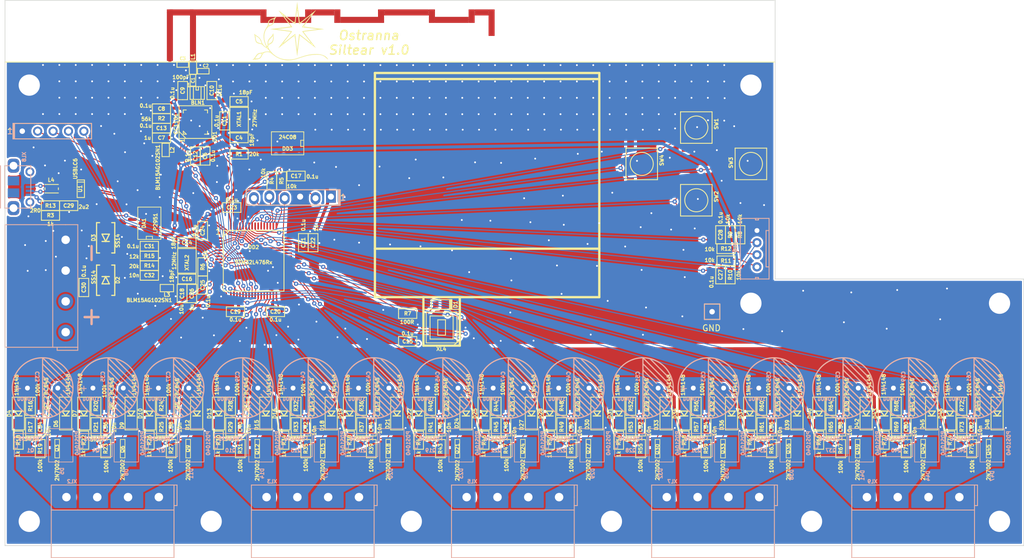
<source format=kicad_pcb>
(kicad_pcb (version 20210606) (generator pcbnew)
  (layers (0 "F.Cu" signal) (1 "In1.Cu" signal) (2 "In2.Cu" signal) (31 "B.Cu" signal) (36 "B.SilkS" user "B.Silkscreen") (37 "F.SilkS" user "F.Silkscreen") (38 "B.Mask" user) (39 "F.Mask" user) (44 "Edge.Cuts" user))
  (net 0 "")
  (net 1 "/ANT2")
  (net 2 "GND")
  (net 3 "Net-(BLN1-Pad1)")
  (net 4 "/RF2")
  (net 5 "/RF1")
  (net 6 "/ANT1")
  (net 7 "Net-(C4-Pad1)")
  (net 8 "Net-(C5-Pad1)")
  (net 9 "Net-(C6-Pad2)")
  (net 10 "VCC")
  (net 11 "Net-(C14-Pad1)")
  (net 12 "/LCD_PWR")
  (net 13 "Net-(C16-Pad1)")
  (net 14 "+PwrMCU")
  (net 15 "/ENCODER1")
  (net 16 "/ENCODER2")
  (net 17 "Net-(C29-Pad1)")
  (net 18 "+12v")
  (net 19 "+3v3")
  (net 20 "Net-(C32-Pad2)")
  (net 21 "Net-(C34-Pad1)")
  (net 22 "Net-(C34-Pad2)")
  (net 23 "Net-(C36-Pad1)")
  (net 24 "Net-(C36-Pad2)")
  (net 25 "Net-(C38-Pad1)")
  (net 26 "Net-(C38-Pad2)")
  (net 27 "Net-(C40-Pad1)")
  (net 28 "Net-(C40-Pad2)")
  (net 29 "Net-(C42-Pad1)")
  (net 30 "Net-(C42-Pad2)")
  (net 31 "Net-(C44-Pad1)")
  (net 32 "Net-(C44-Pad2)")
  (net 33 "Net-(C46-Pad1)")
  (net 34 "Net-(C46-Pad2)")
  (net 35 "Net-(C48-Pad1)")
  (net 36 "Net-(C48-Pad2)")
  (net 37 "Net-(C50-Pad1)")
  (net 38 "Net-(C50-Pad2)")
  (net 39 "Net-(C52-Pad1)")
  (net 40 "Net-(C52-Pad2)")
  (net 41 "Net-(C54-Pad1)")
  (net 42 "Net-(C54-Pad2)")
  (net 43 "Net-(C56-Pad1)")
  (net 44 "Net-(C56-Pad2)")
  (net 45 "Net-(C58-Pad1)")
  (net 46 "Net-(C58-Pad2)")
  (net 47 "Net-(C60-Pad1)")
  (net 48 "Net-(C60-Pad2)")
  (net 49 "Net-(C62-Pad1)")
  (net 50 "Net-(C62-Pad2)")
  (net 51 "Net-(D1-PadA)")
  (net 52 "/5V_USB")
  (net 53 "Net-(D4-PadC)")
  (net 54 "/R1")
  (net 55 "Net-(D6-PadC)")
  (net 56 "Net-(D7-PadC)")
  (net 57 "/G1")
  (net 58 "Net-(D9-PadC)")
  (net 59 "Net-(D10-PadC)")
  (net 60 "/B1")
  (net 61 "Net-(D12-PadC)")
  (net 62 "Net-(D13-PadC)")
  (net 63 "/R2")
  (net 64 "Net-(D15-PadC)")
  (net 65 "Net-(D16-PadC)")
  (net 66 "/G2")
  (net 67 "Net-(D18-PadC)")
  (net 68 "Net-(D19-PadC)")
  (net 69 "/B2")
  (net 70 "Net-(D21-PadC)")
  (net 71 "Net-(D22-PadC)")
  (net 72 "/R3")
  (net 73 "Net-(D24-PadC)")
  (net 74 "Net-(D25-PadC)")
  (net 75 "/G3")
  (net 76 "Net-(D27-PadC)")
  (net 77 "Net-(D28-PadC)")
  (net 78 "/B3")
  (net 79 "Net-(D30-PadC)")
  (net 80 "Net-(D31-PadC)")
  (net 81 "/R4")
  (net 82 "Net-(D33-PadC)")
  (net 83 "Net-(D34-PadC)")
  (net 84 "/G4")
  (net 85 "Net-(D36-PadC)")
  (net 86 "Net-(D37-PadC)")
  (net 87 "/B4")
  (net 88 "Net-(D39-PadC)")
  (net 89 "Net-(D40-PadC)")
  (net 90 "/R5")
  (net 91 "Net-(D42-PadC)")
  (net 92 "Net-(D43-PadC)")
  (net 93 "/G5")
  (net 94 "Net-(D45-PadC)")
  (net 95 "Net-(D46-PadC)")
  (net 96 "/B5")
  (net 97 "Net-(D48-PadC)")
  (net 98 "/CC_SCK")
  (net 99 "/CC_MISO")
  (net 100 "/CC_GDO0")
  (net 101 "/CC_CS")
  (net 102 "Net-(DD1-Pad17)")
  (net 103 "/CC_MOSI")
  (net 104 "/BTN4")
  (net 105 "/BTN5")
  (net 106 "Net-(DD2-Pad6)")
  (net 107 "/SCL_EE")
  (net 108 "/SDA_EE")
  (net 109 "/PC2")
  (net 110 "/PC3")
  (net 111 "/PWM01")
  (net 112 "/PWM02")
  (net 113 "/LCD_SDA")
  (net 114 "/LCD_XRES")
  (net 115 "/LCD_SCLK")
  (net 116 "/LCD_XCS")
  (net 117 "/PWM07")
  (net 118 "/PWM08")
  (net 119 "/PWM03")
  (net 120 "/PWM04")
  (net 121 "/PWM05")
  (net 122 "/PWM06")
  (net 123 "/PWM09")
  (net 124 "/PWM10")
  (net 125 "/PWM11")
  (net 126 "/PWM12")
  (net 127 "/PA8")
  (net 128 "Net-(DD2-Pad42)")
  (net 129 "/PA10")
  (net 130 "/D-")
  (net 131 "/D+")
  (net 132 "/SWDIO")
  (net 133 "/SWCLK")
  (net 134 "/BTN1")
  (net 135 "/UART_TX")
  (net 136 "/UART_RX")
  (net 137 "/BTN2")
  (net 138 "/BTN3")
  (net 139 "/PWM13")
  (net 140 "/PWM14")
  (net 141 "/PWM15")
  (net 142 "/PWM16")
  (net 143 "/DIN-")
  (net 144 "/DIN2-")
  (net 145 "/DIN2+")
  (net 146 "/DIN+")
  (net 147 "Net-(R12-Pad1)")
  (net 148 "Net-(R10-Pad2)")
  (net 149 "/+PWRIN")
  (footprint "SOT:SOT23-3" (layer "F.Cu") (at 180.2 128 90)
    (fp_text reference "Q36")
    (fp_text value "2N7002")
  )
  (footprint "Capacitors:CAP_0603_Silks" (layer "F.Cu") (at 61.5 87.9)
    (fp_text reference "C29")
    (fp_text value "2u2")
  )
  (footprint "Diodes:SOD80C" (layer "F.Cu") (at 86.2 122.2 90)
    (fp_text reference "D13")
    (fp_text value "1N4148")
  )
  (footprint "SOT:SOT23-3" (layer "F.Cu") (at 90.8 121 -90)
    (fp_text reference "Q11")
    (fp_text value "BC848")
  )
  (footprint "SOT:SOT23-3" (layer "F.Cu") (at 156.8 121 -90)
    (fp_text reference "Q29")
    (fp_text value "BC848")
  )
  (footprint "Resistors:RES_0603" (layer "F.Cu") (at 187.2 124.4 -90)
    (fp_text reference "R65")
    (fp_text value "5R1")
  )
  (footprint "Resistors:RES_0603" (layer "F.Cu") (at 208.8 124.4 -90)
    (fp_text reference "R73")
    (fp_text value "5R1")
  )
  (footprint "BtnsSwitches:BTN_4x4_SMD" (layer "F.Cu") (at 165 75 90)
    (fp_text reference "SW1")
    (fp_text value "BUTTON" hide)
  )
  (footprint "SOT:SOT23-3" (layer "F.Cu") (at 114.2 128 90)
    (fp_text reference "Q18")
    (fp_text value "2N7002")
  )
  (footprint "Inductors:IND_0402" (layer "F.Cu") (at 77.7 101.5 180)
    (fp_text reference "L3")
    (fp_text value "BLM15AG102SN1")
  )
  (footprint "PCB:Hole3_5_out6mm" (layer "F.Cu") (at 118 140)
    (fp_text reference "HOLE9" hide)
    (fp_text value "HOLE_METALLED" hide)
  )
  (footprint "SO_DIL_TSSOP:SO8_150MIL" (layer "F.Cu") (at 97.6 77.6 180)
    (fp_text reference "DD3")
    (fp_text value "24C08")
  )
  (footprint "Capacitors:CAP_0603_Silks" (layer "F.Cu") (at 80.3 68.9 90)
    (fp_text reference "C9")
    (fp_text value "0.1u")
  )
  (footprint "PCB:TESTPOINT_1MM" (layer "F.Cu") (at 208.6 127.296)
    (fp_text reference "TP18" hide)
    (fp_text value "TESTPOINT" hide)
  )
  (footprint "PCB:TESTPOINT_1MM" (layer "F.Cu") (at 167.2 98.5)
    (fp_text reference "TP2" hide)
    (fp_text value "TESTPOINT" hide)
  )
  (footprint "Capacitors:CAP_0603_Silks" (layer "F.Cu") (at 56.8 124.4 -90)
    (fp_text reference "C34")
    (fp_text value "10n")
  )
  (footprint "Inductors:DLW21SN" (layer "F.Cu") (at 58.7 85.1)
    (fp_text reference "L4")
    (fp_text value "90R" hide)
  )
  (footprint "PCB:TESTPOINT_1MM" (layer "F.Cu") (at 89.6 81.3)
    (fp_text reference "TP1" hide)
    (fp_text value "TESTPOINT" hide)
  )
  (footprint "SOT:SOT23-3" (layer "F.Cu") (at 79.4 121 -90)
    (fp_text reference "Q8")
    (fp_text value "BC848")
  )
  (footprint "SOT:SOT23-3" (layer "F.Cu") (at 81.2 128 90)
    (fp_text reference "Q9")
    (fp_text value "2N7002")
  )
  (footprint "Connectors:PLS-1Square" (layer "F.Cu") (at 167.6 105.4)
    (fp_text reference "XL11" hide)
    (fp_text value "CONN_1" hide)
  )
  (footprint "Capacitors:CAP_0603_Silks" (layer "F.Cu") (at 117.4 110.3 180)
    (fp_text reference "C15")
    (fp_text value "0.1u")
  )
  (footprint "Resistors:RES_0603" (layer "F.Cu") (at 78.4 128 -90)
    (fp_text reference "R27")
    (fp_text value "100k")
  )
  (footprint "Resistors:RES_0603" (layer "F.Cu") (at 111.4 128 -90)
    (fp_text reference "R39")
    (fp_text value "100k")
  )
  (footprint "Diodes:SOD80C" (layer "F.Cu") (at 127 122.2 90)
    (fp_text reference "D24")
    (fp_text value "1N4148")
  )
  (footprint "Resistors:RES_0603" (layer "F.Cu") (at 154.2 124.4 -90)
    (fp_text reference "R53")
    (fp_text value "5R1")
  )
  (footprint "Resistors:RES_0603" (layer "F.Cu") (at 152.2 126.6 90)
    (fp_text reference "R54")
    (fp_text value "1k")
  )
  (footprint "Capacitors:CAP_0402" (layer "F.Cu") (at 82 67.2 -90)
    (fp_text reference "C1")
    (fp_text value "100pF")
  )
  (footprint "PCB:TESTPOINT_1MM" (layer "F.Cu") (at 109.6 127.296)
    (fp_text reference "TP9" hide)
    (fp_text value "TESTPOINT" hide)
  )
  (footprint "Diodes:SOD80C" (layer "F.Cu") (at 104.8 122.2 90)
    (fp_text reference "D18")
    (fp_text value "1N4148")
  )
  (footprint "SOT:SOT23-3" (layer "F.Cu") (at 123.8 121 -90)
    (fp_text reference "Q20")
    (fp_text value "BC848")
  )
  (footprint "Inductors:IND_0402" (layer "F.Cu") (at 82 65.1 -90)
    (fp_text reference "L1")
    (fp_text value "***" hide)
  )
  (footprint "Resistors:RES_0603" (layer "F.Cu") (at 142.8 124.4 -90)
    (fp_text reference "R49")
    (fp_text value "5R1")
  )
  (footprint "Resistors:RES_0603" (layer "F.Cu") (at 109.8 121 -90)
    (fp_text reference "R36")
    (fp_text value "100k")
  )
  (footprint "Resistors:RES_0603" (layer "F.Cu") (at 173.8 126.6 90)
    (fp_text reference "R62")
    (fp_text value "1k")
  )
  (footprint "Resistors:RES_0603" (layer "F.Cu") (at 89.6 79.4)
    (fp_text reference "R1")
    (fp_text value "20k")
  )
  (footprint "Resistors:RES_0603" (layer "F.Cu") (at 142.8 121 -90)
    (fp_text reference "R48")
    (fp_text value "100k")
  )
  (footprint "Inductors:IND_0402" (layer "F.Cu") (at 77.5 78.7 -90)
    (fp_text reference "L2")
    (fp_text value "BLM15AG102SN1")
  )
  (footprint "Resistors:RES_0603" (layer "F.Cu") (at 86.2 126.6 90)
    (fp_text reference "R30")
    (fp_text value "1k")
  )
  (footprint "Capacitors:CAP_0603_Silks" (layer "F.Cu") (at 83.6 92 -90)
    (fp_text reference "C24")
    (fp_text value "0.1u")
  )
  (footprint "PCB:TESTPOINT_1MM" (layer "F.Cu") (at 55 127.296)
    (fp_text reference "TP4" hide)
    (fp_text value "TESTPOINT" hide)
  )
  (footprint "SOT:SOT23-3" (layer "F.Cu") (at 158.6 128 90)
    (fp_text reference "Q30")
    (fp_text value "2N7002")
  )
  (footprint "Resistors:RES_0603" (layer "F.Cu") (at 100.6 128 -90)
    (fp_text reference "R35")
    (fp_text value "100k")
  )
  (footprint "Diodes:SOD80C" (layer "F.Cu") (at 163 122.2 90)
    (fp_text reference "D34")
    (fp_text value "1N4148")
  )
  (footprint "Diodes:SOD80C" (layer "F.Cu") (at 64 122.2 90)
    (fp_text reference "D7")
    (fp_text value "1N4148")
  )
  (footprint "Diodes:SMA_DO214AC" (layer "F.Cu") (at 67.6 100.2 -90)
    (fp_text reference "D2")
    (fp_text value "SS14")
  )
  (footprint "Capacitors:CAP_0603_Silks" (layer "F.Cu") (at 100.6 124.4 -90)
    (fp_text reference "C42")
    (fp_text value "10n")
  )
  (footprint "Resistors:RES_0603" (layer "F.Cu") (at 185.2 126.6 90)
    (fp_text reference "R66")
    (fp_text value "1k")
  )
  (footprint "SOT:SOT23-3" (layer "F.Cu") (at 145.4 121 -90)
    (fp_text reference "Q26")
    (fp_text value "BC848")
  )
  (footprint "Capacitors:CAP_0603_Silks" (layer "F.Cu") (at 82.4 79.7 -90)
    (fp_text reference "C12")
    (fp_text value "0.1u")
  )
  (footprint "Capacitors:CAP_0603_Silks" (layer "F.Cu") (at 81 100 180)
    (fp_text reference "C16")
    (fp_text value "18pF")
  )
  (footprint "Capacitors:CAP_0603_Silks" (layer "F.Cu") (at 169 99.3 90)
    (fp_text reference "C27")
    (fp_text value "0.1u")
  )
  (footprint "Diodes:SOD80C" (layer "F.Cu") (at 148.6 122.2 90)
    (fp_text reference "D30")
    (fp_text value "1N4148")
  )
  (footprint "Resistors:RES_0603" (layer "F.Cu") (at 165 121 -90)
    (fp_text reference "R56")
    (fp_text value "100k")
  )
  (footprint "Resistors:RES_0603" (layer "F.Cu") (at 99 121 -90)
    (fp_text reference "R32")
    (fp_text value "100k")
  )
  (footprint "Resistors:RES_0603" (layer "F.Cu") (at 196 126.6 90)
    (fp_text reference "R70")
    (fp_text value "1k")
  )
  (footprint "Capacitors:CAP_0603_Silks" (layer "F.Cu") (at 199.6 124.4 -90)
    (fp_text reference "C60")
    (fp_text value "10n")
  )
  (footprint "Diodes:SOD80C" (layer "F.Cu") (at 107.8 122.2 90)
    (fp_text reference "D19")
    (fp_text value "1N4148")
  )
  (footprint "Resistors:RES_0603" (layer "F.Cu") (at 96.6 83.8 -90)
    (fp_text reference "R5")
    (fp_text value "10k")
  )
  (footprint "SOT:SOT23-3" (layer "F.Cu") (at 68.6 121 -90)
    (fp_text reference "Q5")
    (fp_text value "BC848")
  )
  (footprint "PCB:TESTPOINT_1MM" (layer "F.Cu") (at 164.8 127.296)
    (fp_text reference "TP14" hide)
    (fp_text value "TESTPOINT" hide)
  )
  (footprint "Capacitors:CAP_0603_Silks" (layer "F.Cu") (at 85.1 68.9 90)
    (fp_text reference "C10")
    (fp_text value "0.1u")
  )
  (footprint "BtnsSwitches:BTN_4x4_SMD" (layer "F.Cu") (at 165 87 90)
    (fp_text reference "SW2")
    (fp_text value "BUTTON" hide)
  )
  (footprint "Diodes:SOD80C" (layer "F.Cu") (at 71.8 122.2 90)
    (fp_text reference "D9")
    (fp_text value "1N4148")
  )
  (footprint "SO_DIL_TSSOP:SO8_150MIL" (layer "F.Cu") (at 74.8 90.8 90)
    (fp_text reference "DA1")
    (fp_text value "LP2951")
  )
  (footprint "Resistors:RES_0603" (layer "F.Cu") (at 83.6 98 90)
    (fp_text reference "R6")
    (fp_text value "1k")
  )
  (footprint "Resistors:RES_0603" (layer "F.Cu") (at 121.2 124.4 -90)
    (fp_text reference "R41")
    (fp_text value "5R1")
  )
  (footprint "PCB:TESTPOINT_1MM" (layer "F.Cu") (at 76.6 127.296)
    (fp_text reference "TP6" hide)
    (fp_text value "TESTPOINT" hide)
  )
  (footprint "Resistors:RES_0603" (layer "F.Cu") (at 130 126.6 90)
    (fp_text reference "R46")
    (fp_text value "1k")
  )
  (footprint "Resistors:RES_0603" (layer "F.Cu") (at 66 121 -90)
    (fp_text reference "R20")
    (fp_text value "100k")
  )
  (footprint "Resistors:RES_0603" (layer "F.Cu") (at 67.6 128 -90)
    (fp_text reference "R23")
    (fp_text value "100k")
  )
  (footprint "Diodes:SOD80C" (layer "F.Cu") (at 94 122.2 90)
    (fp_text reference "D15")
    (fp_text value "1N4148")
  )
  (footprint "Connectors:NOKIA_10PIN" (layer "F.Cu") (at 123 108 180)
    (fp_text reference "XL4")
    (fp_text value "CONN_NOKIA_LCD" hide)
  )
  (footprint "PCB:TESTPOINT_1MM" (layer "F.Cu") (at 197.8 127.296)
    (fp_text reference "TP17" hide)
    (fp_text value "TESTPOINT" hide)
  )
  (footprint "Capacitors:CAP_0603_Silks" (layer "F.Cu") (at 76.8 71.9 180)
    (fp_text reference "C8")
    (fp_text value "0.1u")
  )
  (footprint "Radio:BALUN_JOHANSON868" (layer "F.Cu") (at 82.7 69.3 90)
    (fp_text reference "BLN1")
    (fp_text value "BALUN868JOHANSON" hide)
  )
  (footprint "Diodes:SOD80C" (layer "F.Cu") (at 74.8 122.2 90)
    (fp_text reference "D10")
    (fp_text value "1N4148")
  )
  (footprint "Capacitors:CAP_0603_Silks" (layer "F.Cu") (at 166.6 124.4 -90)
    (fp_text reference "C54")
    (fp_text value "10n")
  )
  (footprint "PCB:Hole3_5_out6mm" (layer "F.Cu") (at 184 140)
    (fp_text reference "HOLE10" hide)
    (fp_text value "HOLE_METALLED" hide)
  )
  (footprint "PCB:Hole3_5_out6mm" (layer "F.Cu") (at 215 140)
    (fp_text reference "HOLE2" hide)
    (fp_text value "HOLE_METALLED" hide)
  )
  (footprint "Resistors:RES_0603" (layer "F.Cu") (at 74.8 96.2)
    (fp_text reference "R15")
    (fp_text value "12k")
  )
  (footprint "BtnsSwitches:BTN_4x4_SMD" (layer "F.Cu") (at 174 81 90)
    (fp_text reference "SW3")
    (fp_text value "BUTTON" hide)
  )
  (footprint "SOT:SOT23-3" (layer "F.Cu") (at 103.4 128 90)
    (fp_text reference "Q15")
    (fp_text value "2N7002")
  )
  (footprint "Capacitors:CAP_0603_Silks" (layer "F.Cu") (at 74.8 99.4 180)
    (fp_text reference "C32")
    (fp_text value "10n")
  )
  (footprint "Diodes:SOD80C" (layer "F.Cu") (at 130 122.2 90)
    (fp_text reference "D25")
    (fp_text value "1N4148")
  )
  (footprint "Diodes:SOD80C" (layer "F.Cu") (at 170.8 122.2 90)
    (fp_text reference "D36")
    (fp_text value "1N4148")
  )
  (footprint "PCB:Hole3_5_out6mm" (layer "F.Cu") (at 85 140)
    (fp_text reference "HOLE6" hide)
    (fp_text value "HOLE_METALLED" hide)
  )
  (footprint "Resistors:RES_0603" (layer "F.Cu") (at 122.8 128 -90)
    (fp_text reference "R43")
    (fp_text value "100k")
  )
  (footprint "SOT:SOT23-3" (layer "F.Cu") (at 125.6 128 90)
    (fp_text reference "Q21")
    (fp_text value "2N7002")
  )
  (footprint "SOT:SOT23-3" (layer "F.Cu") (at 147.2 128 90)
    (fp_text reference "Q27")
    (fp_text value "2N7002")
  )
  (footprint "SOT:SOT23-3" (layer "F.Cu") (at 136.4 128 90)
    (fp_text reference "Q24")
    (fp_text value "2N7002")
  )
  (footprint "Capacitors:CAP_0603_Silks" (layer "F.Cu") (at 83.6 101 90)
    (fp_text reference "C25")
    (fp_text value "0.1u")
  )
  (footprint "Resistors:RES_0603" (layer "F.Cu") (at 64 126.6 90)
    (fp_text reference "R22")
    (fp_text value "1k")
  )
  (footprint "Quartz:03225C4" (layer "F.Cu") (at 89.6 73.7 90)
    (fp_text reference "XTAL1")
    (fp_text value "27MHz")
  )
  (footprint "Resistors:RES_0603" (layer "F.Cu") (at 198 121 -90)
    (fp_text reference "R68")
    (fp_text value "100k")
  )
  (footprint "Diodes:SOD80C" (layer "F.Cu") (at 160 122.2 90)
    (fp_text reference "D33")
    (fp_text value "1N4148")
  )
  (footprint "Diodes:SOD80C" (layer "F.Cu") (at 196 122.2 90)
    (fp_text reference "D43")
    (fp_text value "1N4148")
  )
  (footprint "Capacitors:CAP_0603_Silks" (layer "F.Cu") (at 84 79.7 90)
    (fp_text reference "C6")
    (fp_text value "0.1u")
  )
  (footprint "SOT:SOT23-3" (layer "F.Cu") (at 70.4 128 90)
    (fp_text reference "Q6")
    (fp_text value "2N7002")
  )
  (footprint "Diodes:SOD80C" (layer "F.Cu") (at 119.2 122.2 90)
    (fp_text reference "D22")
    (fp_text value "1N4148")
  )
  (footprint "Capacitors:CAP_0603_Silks" (layer "F.Cu") (at 89 105.4)
    (fp_text reference "C19")
    (fp_text value "0.1u")
  )
  (footprint "Resistors:RES_0603" (layer "F.Cu") (at 76.8 124.4 -90)
    (fp_text reference "R25")
    (fp_text value "5R1")
  )
  (footprint "Resistors:RES_0603" (layer "F.Cu") (at 172.2 92.7 -90)
    (fp_text reference "R8")
    (fp_text value "10k")
  )
  (footprint "Resistors:RES_0603" (layer "F.Cu") (at 119.2 126.6 90)
    (fp_text reference "R42")
    (fp_text value "1k")
  )
  (footprint "Capacitors:CAP_0603_Silks" (layer "F.Cu") (at 101.8 94 90)
    (fp_text reference "C22")
    (fp_text value "1u")
  )
  (footprint "PCB:TESTPOINT_1MM" (layer "F.Cu") (at 167.2 93.5)
    (fp_text reference "TP3" hide)
    (fp_text value "TESTPOINT" hide)
  )
  (footprint "PCB:TESTPOINT_1MM" (layer "F.Cu") (at 121 127.296)
    (fp_text reference "TP10" hide)
    (fp_text value "TESTPOINT" hide)
  )
  (footprint "Capacitors:CAP_0603_Silks" (layer "F.Cu") (at 89.6 76.7 180)
    (fp_text reference "C4")
    (fp_text value "18pF")
  )
  (footprint "PCB:Hole3_5_out6mm" (layer "F.Cu") (at 55 140)
    (fp_text reference "HOLE1" hide)
    (fp_text value "HOLE_METALLED" hide)
  )
  (footprint "Capacitors:CAP_0603_Silks" (layer "F.Cu") (at 67.6 124.4 -90)
    (fp_text reference "C36")
    (fp_text value "10n")
  )
  (footprint "SOT:SOT23-3" (layer "F.Cu") (at 169.4 128 90)
    (fp_text reference "Q33")
    (fp_text value "2N7002")
  )
  (footprint "Resistors:RES_0603" (layer "F.Cu") (at 58.5 87.9)
    (fp_text reference "R13")
    (fp_text value "2R0")
  )
  (footprint "Capacitors:CAP_0603_Silks" (layer "F.Cu") (at 111.4 124.4 -90)
    (fp_text reference "C44")
    (fp_text value "10n")
  )
  (footprint "Resistors:RES_0603" (layer "F.Cu") (at 99 124.4 -90)
    (fp_text reference "R33")
    (fp_text value "5R1")
  )
  (footprint "Resistors:RES_0603" (layer "F.Cu") (at 140.8 126.6 90)
    (fp_text reference "R50")
    (fp_text value "1k")
  )
  (footprint "Capacitors:CAP_0603_Silks" (layer "F.Cu") (at 177.4 124.4 -90)
    (fp_text reference "C56")
    (fp_text value "10n")
  )
  (footprint "Resistors:RES_0603" (layer "F.Cu") (at 170.6 99.3 90)
    (fp_text reference "R10")
    (fp_text value "10k")
  )
  (footprint "PCB:TESTPOINT_1MM" (layer "F.Cu") (at 131.8 127.296)
    (fp_text reference "TP11" hide)
    (fp_text value "TESTPOINT" hide)
  )
  (footprint "Resistors:RES_0603" (layer "F.Cu") (at 109.8 124.4 -90)
    (fp_text reference "R37")
    (fp_text value "5R1")
  )
  (footprint "Resistors:RES_0603" (layer "F.Cu") (at 56.8 128 -90)
    (fp_text reference "R19")
    (fp_text value "100k")
  )
  (footprint "PCB:TESTPOINT_1MM" (layer "F.Cu") (at 142.6 127.296)
    (fp_text reference "TP12" hide)
    (fp_text value "TESTPOINT" hide)
  )
  (footprint "PCB:TESTPOINT_1MM" (layer "F.Cu") (at 175.6 127.296)
    (fp_text reference "TP15" hide)
    (fp_text value "TESTPOINT" hide)
  )
  (footprint "Resistors:RES_0603" (layer "F.Cu") (at 198 124.4 -90)
    (fp_text reference "R69")
    (fp_text value "5R1")
  )
  (footprint "SOT:SOT23-3" (layer "F.Cu") (at 202.4 128 90)
    (fp_text reference "Q42")
    (fp_text value "2N7002")
  )
  (footprint "Resistors:RES_0603" (layer "F.Cu") (at 117.4 105.7)
    (fp_text reference "R7")
    (fp_text value "100R")
  )
  (footprint "Resistors:RES_0603" (layer "F.Cu") (at 74.8 97.8 180)
    (fp_text reference "R14")
    (fp_text value "20k")
  )
  (footprint "Resistors:RES_0603" (layer "F.Cu") (at 132 121 -90)
    (fp_text reference "R44")
    (fp_text value "100k")
  )
  (footprint "Capacitors:CAP_0402" (layer "F.Cu") (at 80.3 64.6 180)
    (fp_text reference "C3")
    (fp_text value "***" hide)
  )
  (footprint "Capacitors:CAP_0603_Silks" (layer "F.Cu") (at 210.4 124.4 -90)
    (fp_text reference "C62")
    (fp_text value "10n")
  )
  (footprint "Resistors:RES_0603" (layer "F.Cu") (at 132 124.4 -90)
    (fp_text reference "R45")
    (fp_text value "5R1")
  )
  (footprint "SOT:SOT23-3" (layer "F.Cu") (at 59.6 128 90)
    (fp_text reference "Q3")
    (fp_text value "2N7002")
  )
  (footprint "PCB:Hole3_5_out6mm" (layer "F.Cu") (at 174 104)
    (fp_text reference "HOLE8" hide)
    (fp_text value "HOLE_METALLED" hide)
  )
  (footprint "Resistors:RES_0603" (layer "F.Cu") (at 55.2 124.4 -90)
    (fp_text reference "R17")
    (fp_text value "5R1")
  )
  (footprint "Capacitors:CAP_0603_Silks" (layer "F.Cu") (at 89.8 124.4 -90)
    (fp_text reference "C40")
    (fp_text value "10n")
  )
  (footprint "Resistors:RES_0603" (layer "F.Cu") (at 188.8 128 -90)
    (fp_text reference "R67")
    (fp_text value "100k")
  )
  (footprint "Resistors:RES_0603" (layer "F.Cu") (at 169.9 95 180)
    (fp_text reference "R12")
    (fp_text value "10k")
  )
  (footprint "SOT:SOT23-3" (layer "F.Cu") (at 167.6 121 -90)
    (fp_text reference "Q32")
    (fp_text value "BC848")
  )
  (footprint "Resistors:RES_0603" (layer "F.Cu") (at 206.8 126.6 90)
    (fp_text reference "R74")
    (fp_text value "1k")
  )
  (footprint "Capacitors:CAP_0603_Silks" (layer "F.Cu") (at 95.6 105.4)
    (fp_text reference "C20")
    (fp_text value "0.1u")
  )
  (footprint "QFN_DFN:QFN20" (layer "F.Cu") (at 82.4 74.1 90)
    (fp_text reference "DD1")
    (fp_text value "CC1101")
  )
  (footprint "SOT:SOT23-3" (layer "F.Cu") (at 92.6 128 90)
    (fp_text reference "Q12")
    (fp_text value "2N7002")
  )
  (footprint "Resistors:RES_0603" (layer "F.Cu") (at 175.8 121 -90)
    (fp_text reference "R60")
    (fp_text value "100k")
  )
  (footprint "SOT:SOT23-3" (layer "F.Cu") (at 200.6 121 -90)
    (fp_text reference "Q41")
    (fp_text value "BC848")
  )
  (footprint "Diodes:SOD80C" (layer "F.Cu") (at 185.2 122.2 90)
    (fp_text reference "D40")
    (fp_text value "1N4148")
  )
  (footprint "Resistors:RES_0603" (layer "F.Cu") (at 170.6 92.7 -90)
    (fp_text reference "R9")
    (fp_text value "10k")
  )
  (footprint "Resistors:RES_0603" (layer "F.Cu") (at 166.6 128 -90)
    (fp_text reference "R59")
    (fp_text value "100k")
  )
  (footprint "Resistors:RES_0603" (layer "F.Cu") (at 177.4 128 -90)
    (fp_text reference "R63")
    (fp_text value "100k")
  )
  (footprint "Resistors:RES_0603" (layer "F.Cu") (at 66 124.4 -90)
    (fp_text reference "R21")
    (fp_text value "5R1")
  )
  (footprint "Resistors:RES_0603" (layer "F.Cu") (at 107.8 126.6 90)
    (fp_text reference "R38")
    (fp_text value "1k")
  )
  (footprint "Capacitors:CAP_0603_Silks" (layer "F.Cu") (at 89.6 70.7)
    (fp_text reference "C5")
    (fp_text value "18pF")
  )
  (footprint "LEDs:LED_0603" (layer "F.Cu") (at 122.8 104.2)
    (fp_text reference "D1")
    (fp_text value "LED" hide)
  )
  (footprint "SOT:SOT23-3" (layer "F.Cu") (at 134.6 121 -90)
    (fp_text reference "Q23")
    (fp_text value "BC848")
  )
  (footprint "Resistors:RES_0603" (layer "F.Cu") (at 58.5 89.5 180)
    (fp_text reference "R3")
    (fp_text value "1k")
  )
  (footprint "PCB:Hole3_5_out6mm" (layer "F.Cu") (at 151 140)
    (fp_text reference "HOLE7" hide)
    (fp_text value "HOLE_METALLED" hide)
  )
  (footprint "Resistors:RES_0603" (layer "F.Cu") (at 76.8 73.5 180)
    (fp_text reference "R2")
    (fp_text value "56k")
  )
  (footprint "Diodes:SMA_DO214AC" (layer "F.Cu") (at 67.6 93.2 90)
    (fp_text reference "D3")
    (fp_text value "SS14")
  )
  (footprint "Diodes:SOD80C" (layer "F.Cu") (at 173.8 122.2 90)
    (fp_text reference "D37")
    (fp_text value "1N4148")
  )
  (footprint "Resistors:RES_0603" (layer "F.Cu") (at 154.2 121 -90)
    (fp_text reference "R52")
    (fp_text value "100k")
  )
  (footprint "LQFP_TQFP:LQFP64" (layer "F.Cu") (at 92 97)
    (fp_text reference "DD2")
    (fp_text value "STM32L476Rx")
  )
  (footprint "Diodes:SOD80C" (layer "F.Cu") (at 181.6 122.2 90)
    (fp_text reference "D39")
    (fp_text value "1N4148")
  )
  (footprint "SOT:SOT23-3" (layer "F.Cu") (at 189.8 121 -90)
    (fp_text reference "Q38")
    (fp_text value "BC848")
  )
  (footprint "Capacitors:CAP_0603_Silks" (layer "F.Cu") (at 88.4 88.2 180)
    (fp_text reference "C23")
    (fp_text value "0.1u")
  )
  (footprint "Resistors:RES_0603" (layer "F.Cu") (at 53.2 126.6 90)
    (fp_text reference "R18")
    (fp_text value "1k")
  )
  (footprint "PCB:TESTPOINT_1MM" (layer "F.Cu") (at 154 127.296)
    (fp_text reference "TP13" hide)
    (fp_text value "TESTPOINT" hide)
  )
  (footprint "Connectors:PLS-6_LOCK" (layer "F.Cu") (at 104.7457 86.5356 180)
    (fp_text reference "XL1" hide)
    (fp_text value "CONN_6" hide)
  )
  (footprint "Capacitors:CAP_0603_Silks" (layer "F.Cu") (at 100.2 94 90)
    (fp_text reference "C21")
    (fp_text value "0.1u")
  )
  (footprint "Capacitors:CAP_0603_Silks" (layer "F.Cu") (at 76.8 75.1 180)
    (fp_text reference "C13")
    (fp_text value "0.1u")
  )
  (footprint "PCB:TESTPOINT_1MM" (layer "F.Cu") (at 98.8 127.296)
    (fp_text reference "TP8" hide)
    (fp_text value "TESTPOINT" hide)
  )
  (footprint "PCB:Hole3_5_out6mm" (layer "F.Cu") (at 215 104)
    (fp_text reference "HOLE5" hide)
    (fp_text value "HOLE_METALLED" hide)
  )
  (footprint "Capacitors:CAP_0603_Silks" (layer "F.Cu") (at 133.6 124.4 -90)
    (fp_text reference "C48")
    (fp_text value "10n")
  )
  (footprint "Capacitors:CAP_0603_Silks" (layer "F.Cu") (at 64 101.4 90)
    (fp_text reference "C30")
    (fp_text value "0.1u")
  )
  (footprint "Capacitors:CAP_0603_Silks" (layer "F.Cu") (at 76.8 76.7 180)
    (fp_text reference "C7")
    (fp_text value "1u")
  )
  (footprint "PCB:TESTPOINT_1MM" (layer "F.Cu") (at 65.8 127.296)
    (fp_text reference "TP5" hide)
    (fp_text value "TESTPOINT" hide)
  )
  (footprint "Capacitors:CAP_0603_Silks" (layer "F.Cu") (at 87.2 73.9 -90)
    (fp_text reference "C11")
    (fp_text value "0.1u")
  )
  (footprint "Resistors:RES_0603" (layer "F.Cu") (at 175.8 124.4 -90)
    (fp_text reference "R61")
    (fp_text value "5R1")
  )
  (footprint "Capacitors:CAP_0402" (layer "F.Cu") (at 83.7 65.7)
    (fp_text reference "C2")
    (fp_text value "***" hide)
  )
  (footprint "Resistors:RES_0603" (layer "F.Cu") (at 199.6 128 -90)
    (fp_text reference "R71")
    (fp_text value "100k")
  )
  (footprint "Resistors:RES_0603" (layer "F.Cu") (at 169.9 97 180)
    (fp_text reference "R11")
    (fp_text value "10k")
  )
  (footprint "Resistors:RES_0603" (layer "F.Cu") (at 144.4 128 -90)
    (fp_text reference "R51")
    (fp_text value "100k")
  )
  (footprint "Capacitors:CAP_0603_Silks" (layer "F.Cu") (at 78.4 124.4 -90)
    (fp_text reference "C38")
    (fp_text value "10n")
  )
  (footprint "Diodes:SOD80C" (layer "F.Cu") (at 193 122.2 90)
    (fp_text reference "D42")
    (fp_text value "1N4148")
  )
  (footprint "Resistors:RES_0603" (layer "F.Cu") (at 95 83.8 90)
    (fp_text reference "R4")
    (fp_text value "10k")
  )
  (footprint "Connectors:PLS-5" (layer "F.Cu") (at 53.847 75.6)
    (fp_text reference "XL12" hide)
    (fp_text value "CONN_5" hide)
  )
  (footprint "Capacitors:CAP_0603_Silks" (layer "F.Cu") (at 188.8 124.4 -90)
    (fp_text reference "C58")
    (fp_text value "10n")
  )
  (footprint "Capacitors:CAP_0603_Silks" (layer "F.Cu") (at 144.4 124.4 -90)
    (fp_text reference "C50")
    (fp_text value "10n")
  )
  (footprint "Resistors:RES_0603" (layer "F.Cu") (at 89.8 128 -90)
    (fp_text reference "R31")
    (fp_text value "100k")
  )
  (footprint "Resistors:RES_0603" (layer "F.Cu") (at 208.8 121 -90)
    (fp_text reference "R72")
    (fp_text value "100k")
  )
  (footprint "PCB:Hole3_5_out6mm" (layer "F.Cu") (at 174 68)
    (fp_text reference "HOLE4" hide)
    (fp_text value "HOLE_METALLED" hide)
  )
  (footprint "PCB:Hole3_5_out6mm" (layer "F.Cu") (at 55 68)
    (fp_text reference "HOLE3" hide)
    (fp_text value "HOLE_METALLED" hide)
  )
  (footprint "Resistors:RES_0603" (layer "F.Cu") (at 74.8 126.6 90)
    (fp_text reference "R26")
    (fp_text value "1k")
  )
  (footprint "Diodes:SOD80C" (layer "F.Cu") (at 214.6 122.2 90)
    (fp_text reference "D48")
    (fp_text value "1N4148")
  )
  (footprint "SOT:SOT23-3" (layer "F.Cu") (at 191.6 128 90)
    (fp_text reference "Q39")
    (fp_text value "2N7002")
  )
  (footprint "Capacitors:CAP_0603_Silks" (layer "F.Cu") (at 81 94)
    (fp_text reference "C14")
    (fp_text value "18pF")
  )
  (footprint "Resistors:RES_0603" (layer "F.Cu") (at 121.2 121 -90)
    (fp_text reference "R40")
    (fp_text value "100k")
  )
  (footprint "Diodes:SOD80C" (layer "F.Cu") (at 97 122.2 90)
    (fp_text reference "D16")
    (fp_text value "1N4148")
  )
  (footprint "PCB:TESTPOINT_1MM" (layer "F.Cu") (at 88 127.296)
    (fp_text reference "TP7" hide)
    (fp_text value "TESTPOINT" hide)
  )
  (footprint "Resistors:RES_0603" (layer "F.Cu") (at 88.2 121 -90)
    (fp_text reference "R28")
    (fp_text value "100k")
  )
  (footprint "Pictures:Ostranna_12d7_10d1" (layer "F.Cu") (at 98 59.1)
    (fp_text reference "Logo1" hide)
    (fp_text value "Logo" hide)
  )
  (footprint "Capacitors:CAP_0603_Silks" (layer "F.Cu") (at 80.2 102.4 90)
    (fp_text reference "C18")
    (fp_text value "10u")
  )
  (footprint "Resistors:RES_0603" (layer "F.Cu") (at 165 124.4 -90)
    (fp_text reference "R57")
    (fp_text value "5R1")
  )
  (footprint "SOT:SOT23-3" (layer "F.Cu") (at 112.4 121 -90)
    (fp_text reference "Q17")
    (fp_text value "BC848")
  )
  (footprint "Capacitors:CAP_0603_Silks" (layer "F.Cu") (at 81.8 102.4 90)
    (fp_text reference "C26")
    (fp_text value "1u")
  )
  (footprint "Diodes:SOD80C" (layer "F.Cu") (at 137.8 122.2 90)
    (fp_text reference "D27")
    (fp_text value "1N4148")
  )
  (footprint "Diodes:SOD80C" (layer "F.Cu") (at 206.8 122.2 90)
    (fp_text reference "D46")
    (fp_text value "1N4148")
  )
  (footprint "BtnsSwitches:BTN_4x4_SMD" (layer "F.Cu") (at 156 81 90)
    (fp_text reference "SW4")
    (fp_text value "BUTTON" hide)
  )
  (footprint "Capacitors:CAP_0603_Silks" (layer "F.Cu") (at 122.8 124.4 -90)
    (fp_text reference "C46")
    (fp_text value "10n")
  )
  (footprint "Resistors:RES_0603" (layer "F.Cu") (at 76.8 121 -90)
    (fp_text reference "R24")
    (fp_text value "100k")
  )
  (footprint "Diodes:SOD80C" (layer "F.Cu") (at 140.8 122.2 90)
    (fp_text reference "D28")
    (fp_text value "1N4148")
  )
  (footprint "SOT:SOT23-6" (layer "F.Cu") (at 63.5 85.1 -90)
    (fp_text reference "U1")
    (fp_text value "USBLC6")
  )
  (footprint "SOT:SOT23-3" (layer "F.Cu") (at 213.2 128 90)
    (fp_text reference "Q45")
    (fp_text value "2N7002")
  )
  (footprint "SOT:SOT23-3" (layer "F.Cu") (at 211.4 121 -90)
    (fp_text reference "Q44")
    (fp_text value "BC848")
  )
  (footprint "Resistors:RES_0603" (layer "F.Cu") (at 133.6 128 -90)
    (fp_text reference "R47")
    (fp_text value "100k")
  )
  (footprint "SOT:SOT23-3" (layer "F.Cu") (at 101.6 121 -90)
    (fp_text reference "Q14")
    (fp_text value "BC848")
  )
  (footprint "Antennas:ANT_868_IFA_SIMPLEJOY" (layer "F.Cu") (at 82 64)
    (fp_text reference "ANT1" hide)
    (fp_text value "ANT_GENERAL" hide)
  )
  (footprint "PCB:TESTPOINT_1MM" (layer "F.Cu") (at 187 127.296)
    (fp_text reference "TP16" hide)
    (fp_text value "TESTPOINT" hide)
  )
  (footprint "Diodes:SOD80C" (layer "F.Cu") (at 203.8 122.2 90)
    (fp_text reference "D45")
    (fp_text value "1N4148")
  )
  (footprint "Resistors:RES_0603" (layer "F.Cu") (at 155.8 128 -90)
    (fp_text reference "R55")
    (fp_text value "100k")
  )
  (footprint "Resistors:RES_0603" (layer "F.Cu") (at 55.2 121 -90)
    (fp_text reference "R16")
    (fp_text value "100k")
  )
  (footprint "SOT:SOT23-3" (layer "F.Cu") (at 178.4 121 -90)
    (fp_text reference "Q35")
    (fp_text value "BC848")
  )
  (footprint "Capacitors:CAP_0603_Silks" (layer "F.Cu") (at 74.8 94.6)
    (fp_text reference "C31")
    (fp_text value "0.1u")
  )
  (footprint "Resistors:RES_0603" (layer "F.Cu") (at 97 126.6 90)
    (fp_text reference "R34")
    (fp_text value "1k")
  )
  (footprint "Capacitors:CAP_0603_Silks" (layer "F.Cu") (at 99 83)
    (fp_text reference "C17")
    (fp_text value "0.1u")
  )
  (footprint "Capacitors:CAP_0603_Silks" (layer "F.Cu") (at 169 92.7 -90)
    (fp_text reference "C28")
    (fp_text value "0.1u")
  )
  (footprint "Resistors:RES_0603" (layer "F.Cu") (at 88.2 124.4 -90)
    (fp_text reference "R29")
    (fp_text value "5R1")
  )
  (footprint "Diodes:SOD80C" (layer "F.Cu") (at 53.2 122.2 90)
    (fp_text reference "D4")
    (fp_text value "1N4148")
  )
  (footprint "Resistors:RES_0603" (layer "F.Cu") (at 210.4 128 -90)
    (fp_text reference "R75")
    (fp_text value "100k")
  )
  (footprint "Quartz:03225C4" (layer "F.Cu") (at 81 97 -90)
    (fp_text reference "XTAL2")
    (fp_text value "12MHz")
  )
  (footprint "SOT:SOT23-3" (layer "F.Cu") (at 57.8 121 -90)
    (fp_text reference "Q2")
    (fp_text value "BC848")
  )
  (footprint "Resistors:RES_0603" (layer "F.Cu") (at 163 126.6 90)
    (fp_text reference "R58")
    (fp_text value "1k")
  )
  (footprint "Diodes:SOD80C" (layer "F.Cu") (at 61 122.2 90)
    (fp_text reference "D6")
    (fp_text value "1N4148")
  )
  (footprint "Diodes:SOD80C" (layer "F.Cu") (at 82.6 122.2 90)
    (fp_text reference "D12")
    (fp_text value "1N4148")
  )
  (footprint "Diodes:SOD80C" (layer "F.Cu") (at 152.2 122.2 90)
    (fp_text reference "D31")
    (fp_text value "1N4148")
  )
  (footprint "Resistors:RES_0603" (layer "F.Cu") (at 187.2 121 -90)
    (fp_text reference "R64")
    (fp_text value "100k")
  )
  (footprint "Diodes:SOD80C" (layer "F.Cu") (at 115.6 122.2 90)
    (fp_text reference "D21")
    (fp_text value "1N4148")
  )
  (footprint "Capacitors:CAP_0603_Silks" (layer "F.Cu") (at 155.8 124.4 -90)
    (fp_text reference "C52")
    (fp_text value "10n")
  )
  (footprint "Connectors:TermiBlockHeader_508_x4_R" (layer "B.Cu") (at 200.75 136 180)
    (fp_text reference "XL9")
    (fp_text value "CONN_4" hide)
  )
  (footprint "SO_DIL_TSSOP:SO8_150MIL" (layer "B.Cu") (at 132 127.4)
    (fp_text reference "Q22")
    (fp_text value "FDS4435")
  )
  (footprint "Diodes:PowerDI5" (layer "B.Cu") (at 147.8 126.096)
    (fp_text reference "D29")
    (fp_text value "PDS1040")
  )
  (footprint "Capacitors:CAP_10xxR" (layer "B.Cu") (at 210.8 118)
    (fp_text reference "C61")
    (fp_text value "1000u")
  )
  (footprint "Diodes:PowerDI5" (layer "B.Cu") (at 81.8 126.096)
    (fp_text reference "D11")
    (fp_text value "PDS1040")
  )
  (footprint "Diodes:PowerDI5" (layer "B.Cu") (at 93.2 126.096)
    (fp_text reference "D14")
    (fp_text value "PDS1040")
  )
  (footprint "SO_DIL_TSSOP:SO8_150MIL" (layer "B.Cu") (at 99 127.4)
    (fp_text reference "Q13")
    (fp_text value "FDS4435")
  )
  (footprint "Capacitors:CAP_10xxR" (layer "B.Cu") (at 101 118)
    (fp_text reference "C41")
    (fp_text value "1000u")
  )
  (footprint "Capacitors:CAP_10xxR" (layer "B.Cu") (at 156.2 118)
    (fp_text reference "C51")
    (fp_text value "1000u")
  )
  (footprint "Diodes:PowerDI5" (layer "B.Cu") (at 137 126.096)
    (fp_text reference "D26")
    (fp_text value "PDS1040")
  )
  (footprint "SO_DIL_TSSOP:SO8_150MIL" (layer "B.Cu") (at 121.2 127.4)
    (fp_text reference "Q19")
    (fp_text value "FDS4435")
  )
  (footprint "Connectors:TermiBlockHeader_508_x4_R" (layer "B.Cu") (at 167.75 136 180)
    (fp_text reference "XL7")
    (fp_text value "CONN_4" hide)
  )
  (footprint "SO_DIL_TSSOP:SO8_150MIL" (layer "B.Cu") (at 88.2 127.4)
    (fp_text reference "Q10")
    (fp_text value "FDS4435")
  )
  (footprint "Diodes:PowerDI5" (layer "B.Cu") (at 192.2 126.096)
    (fp_text reference "D41")
    (fp_text value "PDS1040")
  )
  (footprint "Capacitors:CAP_10xxR" (layer "B.Cu") (at 144.8 118)
    (fp_text reference "C49")
    (fp_text value "1000u")
  )
  (footprint "Connectors:TermiBlockHeader_508_x4_R" (layer "B.Cu") (at 68.75 136 180)
    (fp_text reference "XL2")
    (fp_text value "CONN_4" hide)
  )
  (footprint "Capacitors:CAP_10xxR" (layer "B.Cu") (at 167 118)
    (fp_text reference "C53")
    (fp_text value "1000u")
  )
  (footprint "Capacitors:CAP_10xxR" (layer "B.Cu") (at 57.2 118)
    (fp_text reference "C33")
    (fp_text value "1000u")
  )
  (footprint "Capacitors:CAP_10xxR" (layer "B.Cu") (at 189.2 118)
    (fp_text reference "C57")
    (fp_text value "1000u")
  )
  (footprint "Capacitors:CAP_10xxR" (layer "B.Cu") (at 177.8 118)
    (fp_text reference "C55")
    (fp_text value "1000u")
  )
  (footprint "Connectors:TermiBlockHeader_508_x4_R" (layer "B.Cu") (at 61 101.15 90)
    (fp_text reference "XL10" hide)
    (fp_text value "CONN_4" hide)
  )
  (footprint "Capacitors:CAP_10xxR" (layer "B.Cu") (at 90.2 118)
    (fp_text reference "C39")
    (fp_text value "1000u")
  )
  (footprint "Diodes:PowerDI5" (layer "B.Cu") (at 180.8 126.096)
    (fp_text reference "D38")
    (fp_text value "PDS1040")
  )
  (footprint "SO_DIL_TSSOP:SO8_150MIL" (layer "B.Cu") (at 198 127.4)
    (fp_text reference "Q40")
    (fp_text value "FDS4435")
  )
  (footprint "SO_DIL_TSSOP:SO8_150MIL" (layer "B.Cu") (at 175.8 127.4)
    (fp_text reference "Q34")
    (fp_text value "FDS4435")
  )
  (footprint "Diodes:PowerDI5" (layer "B.Cu") (at 60.2 126.096)
    (fp_text reference "D5")
    (fp_text value "PDS1040")
  )
  (footprint "Capacitors:CAP_10xxR" (layer "B.Cu") (at 111.8 118)
    (fp_text reference "C43")
    (fp_text value "1000u")
  )
  (footprint "Diodes:PowerDI5" (layer "B.Cu") (at 213.8 126.096)
    (fp_text reference "D47")
    (fp_text value "PDS1040")
  )
  (footprint "SO_DIL_TSSOP:SO8_150MIL" (layer "B.Cu") (at 165 127.4)
    (fp_text reference "Q31")
    (fp_text value "FDS4435")
  )
  (footprint "SO_DIL_TSSOP:SO8_150MIL" (layer "B.Cu") (at 55.2 127.4)
    (fp_text reference "Q1")
    (fp_text value "FDS4435")
  )
  (footprint "Capacitors:CAP_10xxR" (layer "B.Cu") (at 68 118)
    (fp_text reference "C35")
    (fp_text value "1000u")
  )
  (footprint "Connectors:TermiBlockHeader_508_x4_R" (layer "B.Cu") (at 134.75 136 180)
    (fp_text reference "XL5")
    (fp_text value "CONN_4" hide)
  )
  (footprint "SO_DIL_TSSOP:SO8_150MIL" (layer "B.Cu") (at 208.8 127.4)
    (fp_text reference "Q43")
    (fp_text value "FDS4435")
  )
  (footprint "SO_DIL_TSSOP:SO8_150MIL" (layer "B.Cu") (at 109.8 127.4)
    (fp_text reference "Q16")
    (fp_text value "FDS4435")
  )
  (footprint "Capacitors:CAP_10xxR" (layer "B.Cu") (at 200 118)
    (fp_text reference "C59")
    (fp_text value "1000u")
  )
  (footprint "Capacitors:CAP_10xxR" (layer "B.Cu") (at 78.8 118)
    (fp_text reference "C37")
    (fp_text value "1000u")
  )
  (footprint "SO_DIL_TSSOP:SO8_150MIL" (layer "B.Cu") (at 187.2 127.4)
    (fp_text reference "Q37")
    (fp_text value "FDS4435")
  )
  (footprint "Diodes:PowerDI5" (layer "B.Cu") (at 104 126.096)
    (fp_text reference "D17")
    (fp_text value "PDS1040")
  )
  (footprint "Connectors:TermiBlockHeader_508_x4_R" (layer "B.Cu") (at 101.75 136 180)
    (fp_text reference "XL3")
    (fp_text value "CONN_4" hide)
  )
  (footprint "Diodes:PowerDI5" (layer "B.Cu") (at 126.2 126.096)
    (fp_text reference "D23")
    (fp_text value "PDS1040")
  )
  (footprint "Diodes:PowerDI5" (layer "B.Cu") (at 159.2 126.096)
    (fp_text reference "D32")
    (fp_text value "PDS1040")
  )
  (footprint "Connectors:WB-04(MW-4M)" (layer "B.Cu") (at 175 95 -90)
    (fp_text reference "XL6")
    (fp_text value "CONN_4" hide)
  )
  (footprint "Connectors:USBmicro_MOLEX_1050170001" (layer "B.Cu") (at 50.95 84.8 90)
    (fp_text reference "XL8")
    (fp_text value "USB_MICRO" hide)
  )
  (footprint "Diodes:PowerDI5" (layer "B.Cu") (at 114.8 126.096)
    (fp_text reference "D20")
    (fp_text value "PDS1040")
  )
  (footprint "SO_DIL_TSSOP:SO8_150MIL" (layer "B.Cu") (at 76.8 127.4)
    (fp_text reference "Q7")
    (fp_text value "FDS4435")
  )
  (footprint "Capacitors:CAP_10xxR" (layer "B.Cu") (at 134 118)
    (fp_text reference "C47")
    (fp_text value "1000u")
  )
  (footprint "Diodes:PowerDI5" (layer "B.Cu") (at 203 126.096)
    (fp_text reference "D44")
    (fp_text value "PDS1040")
  )
  (footprint "Capacitors:CAP_10xxR" (layer "B.Cu") (at 123.2 118)
    (fp_text reference "C45")
    (fp_text value "1000u")
  )
  (footprint "Diodes:PowerDI5" (layer "B.Cu") (at 71 126.096)
    (fp_text reference "D8")
    (fp_text value "PDS1040")
  )
  (footprint "SO_DIL_TSSOP:SO8_150MIL" (layer "B.Cu") (at 66 127.4)
    (fp_text reference "Q4")
    (fp_text value "FDS4435")
  )
  (footprint "SO_DIL_TSSOP:SO8_150MIL" (layer "B.Cu") (at 142.8 127.4)
    (fp_text reference "Q25")
    (fp_text value "FDS4435")
  )
  (footprint "Diodes:PowerDI5" (layer "B.Cu") (at 170 126.096)
    (fp_text reference "D35")
    (fp_text value "PDS1040")
  )
  (footprint "SO_DIL_TSSOP:SO8_150MIL" (layer "B.Cu") (at 154.2 127.4)
    (fp_text reference "Q28")
    (fp_text value "FDS4435")
  )
  (gr_line (start 125.99694 110.9972) (end 125.99694 102.9962) (angle 90) (layer "F.SilkS") (width 0.381))
  (gr_line (start 148.99918 66.99678) (end 111.999 66.99678) (angle 90) (layer "F.SilkS") (width 0.381))
  (gr_line (start 111.999 102.9962) (end 111.999 65.99602) (angle 90) (layer "F.SilkS") (width 0.381))
  (gr_line (start 111.999 94.9952) (end 148.99918 94.9952) (angle 90) (layer "F.SilkS") (width 0.381))
  (gr_line (start 148.99918 102.9962) (end 111.999 102.9962) (angle 90) (layer "F.SilkS") (width 0.381))
  (gr_line (start 119.99746 110.9972) (end 125.99694 110.9972) (angle 90) (layer "F.SilkS") (width 0.381))
  (gr_line (start 119.99746 102.9962) (end 119.99746 110.9972) (angle 90) (layer "F.SilkS") (width 0.381))
  (gr_line (start 51 64.2) (end 178 64.2) (layer "F.SilkS") (width 0.15))
  (gr_line (start 111.999 65.99602) (end 148.99918 65.99602) (angle 90) (layer "F.SilkS") (width 0.381))
  (gr_line (start 148.99918 65.99602) (end 148.99918 102.9962) (angle 90) (layer "F.SilkS") (width 0.381))
  (gr_line (start 51 54) (end 178 54) (layer "Edge.Cuts") (width 0.1))
  (gr_line (start 178 100) (end 178 54) (layer "Edge.Cuts") (width 0.1))
  (gr_line (start 219 144) (end 51 144) (layer "Edge.Cuts") (width 0.1))
  (gr_line (start 219 100) (end 219 144) (layer "Edge.Cuts") (width 0.1))
  (gr_line (start 51 144) (end 51 54) (layer "Edge.Cuts") (width 0.1))
  (gr_line (start 219 100) (end 178 100) (layer "Edge.Cuts") (width 0.1))
  (gr_text "+   -" (at 65.5 101 270) (layer "B.SilkS") (effects (font (size 3 3) (thickness 0.4)) (justify mirror)))
  (gr_text "GND" (at 167.5 108.1) (layer "F.SilkS") (effects (font (size 1 1))))
  (gr_text "Ostranna\nSiltear v1.0" (at 111 61) (layer "F.SilkS") (effects (font (size 1.5 1.5) (thickness 0.25) italic)))
  (segment (start 82 64.6) (end 81.775 64.6) (width 0.6) (layer "F.Cu") (net 1))
  (segment (start 81.1 64.6) (end 81.025 64.6) (width 0.6) (layer "F.Cu") (net 1))
  (segment (start 82 64.3) (end 82 64) (width 0.6) (layer "F.Cu") (net 1))
  (segment (start 124.67 57.23) (end 127.7941 57.2046) (width 0.15) (layer "F.Cu") (net 1))
  (segment (start 82 64.6) (end 82 64.375) (width 0.6) (layer "F.Cu") (net 1))
  (segment (start 82 64.375) (end 82 64.3) (width 0.6) (layer "F.Cu") (net 1))
  (segment (start 82 63.925) (end 82 59.75) (width 0.6) (layer "F.Cu") (net 1))
  (segment (start 81.7 64.6) (end 81.1 64.6) (width 0.6) (layer "F.Cu") (net 1))
  (segment (start 81.775 64.6) (end 81.7 64.6) (width 0.6) (layer "F.Cu") (net 1))
  (segment (start 82 64) (end 82 63.925) (width 0.6) (layer "F.Cu") (net 1))
  (segment (start 81.025 64.6) (end 80.8 64.6) (width 0.6) (layer "F.Cu") (net 1))
  (segment (start 127.7941 57.2046) (end 127.95 56.615) (width 0.15) (layer "F.Cu") (net 1))
  (segment (start 99.942 94.5675) (end 99.692 94.5675) (width 0.5) (layer "F.Cu") (net 2))
  (segment (start 76.044 73.75) (end 76.05 73.5) (width 0.5) (layer "F.Cu") (net 2))
  (segment (start 139.25 124.4892) (end 139.75 128.0278) (width 0.5) (layer "F.Cu") (net 2))
  (segment (start 84.842 67.9435) (end 84.842 67.6935) (width 0.5) (layer "F.Cu") (net 2))
  (segment (start 165.3921 82.9141) (end 164.8649 82.3869) (width 0.5) (layer "F.Cu") (net 2))
  (segment (start 94.838 105.4) (end 95.0325 105.142) (width 0.5) (layer "F.Cu") (net 2))
  (segment (start 117.05 124.5812) (end 116.2232 128.685) (width 0.5) (layer "F.Cu") (net 2))
  (segment (start 133.85 128.8195) (end 134.1 128.8195) (width 0.5) (layer "F.Cu") (net 2))
  (segment (start 168.742 91.7435) (end 168.492 91.7435) (width 0.5) (layer "F.Cu") (net 2))
  (segment (start 128.0278 119.15) (end 128.35 119.4722) (width 0.5) (layer "F.Cu") (net 2))
  (segment (start 116.95 119.4722) (end 117.05 124.5812) (width 0.5) (layer "F.Cu") (net 2))
  (segment (start 160.7636 137.8) (end 160.9577 137.7196) (width 0.5) (layer "F.Cu") (net 2))
  (segment (start 116.4435 110.042) (end 116.1935 110.042) (width 0.5) (layer "F.Cu") (net 2))
  (segment (start 102.1768 129.4498) (end 101.8961 136.6192) (width 0.5) (layer "F.Cu") (net 2))
  (segment (start 178.0091 135.0245) (end 178.9768 129.4498) (width 0.5) (layer "F.Cu") (net 2))
  (segment (start 151 140) (end 155.55 129.3036) (width 0.5) (layer "F.Cu") (net 2))
  (segment (start 135.1768 128.8195) (end 135.384 128.889) (width 0.5) (layer "F.Cu") (net 2))
  (segment (start 157.7912 129.0962) (end 157.584 128.889) (width 0.5) (layer "F.Cu") (net 2))
  (segment (start 62.4565 87.642) (end 62.4565 87.392) (width 0.5) (layer "F.Cu") (net 2))
  (segment (start 88.6728 100.3608) (end 88.5685 100.1092) (width 0.25) (layer "F.Cu") (net 2))
  (segment (start 145.9768 129.0962) (end 146.184 128.889) (width 0.5) (layer "F.Cu") (net 2))
  (segment (start 182.9651 125.065) (end 182.95 119.4722) (width 0.5) (layer "F.Cu") (net 2))
  (segment (start 98.235 80.8906) (end 98.235 80.394) (width 0.5) (layer "F.Cu") (net 2))
  (segment (start 118 140) (end 112.0091 135.0245) (width 0.5) (layer "F.Cu") (net 2))
  (segment (start 191.0412 129.0962) (end 190.7912 129.0962) (width 0.5) (layer "F.Cu") (net 2))
  (segment (start 91.3768 128.8195) (end 91.1268 128.8195) (width 0.5) (layer "F.Cu") (net 2))
  (segment (start 175.55 76.8964) (end 174 68) (width 0.5) (layer "F.Cu") (net 2))
  (segment (start 62.262 87.9) (end 62.4565 87.642) (width 0.5) (layer "F.Cu") (net 2))
  (segment (start 83.95 119.4722) (end 83.9651 125.055) (width 0.5) (layer "F.Cu") (net 2))
  (segment (start 76.038 75.358) (end 76.038 75.1) (width 0.5) (layer "F.Cu") (net 2))
  (segment (start 167.15 89.45) (end 166.85 90.1) (width 0.5) (layer "F.Cu") (net 2))
  (segment (start 89.0897 106.458) (end 90.4837 106.8353) (width 0.5) (layer "F.Cu") (net 2))
  (segment (start 88.4325 104.7884) (end 88.6444 103.8001) (width 0.5) (layer "F.Cu") (net 2))
  (segment (start 89.8206 99.7818) (end 91.9342 99.9118) (width 0.5) (layer "F.Cu") (net 2))
  (segment (start 128.45 124.5594) (end 129.3805 136.6404) (width 0.5) (layer "F.Cu") (net 2))
  (segment (start 86.25 98.75) (end 85.785 98.75) (width 0.25) (layer "F.Cu") (net 2))
  (segment (start 98.025 76.0067) (end 98.235 75.3026) (width 0.5) (layer "F.Cu") (net 2))
  (segment (start 157.3768 128.8195) (end 157.584 128.889) (width 0.5) (layer "F.Cu") (net 2))
  (segment (start 155.55 129.3036) (end 155.55 129.2) (width 0.5) (layer "F.Cu") (net 2))
  (segment (start 129.3805 136.6404) (end 131.3823 137.7196) (width 0.5) (layer "F.Cu") (net 2))
  (segment (start 167.5036 71.25) (end 169.6704 70.1514) (width 0.5) (layer "F.Cu") (net 2))
  (segment (start 168.1768 129.3462) (end 168.1768 129.4498) (width 0.5) (layer "F.Cu") (net 2))
  (segment (start 84.5277 76.0455) (end 85.058 78.2657) (width 0.5) (layer "F.Cu") (net 2))
  (segment (start 127.7636 137.8) (end 127.9577 137.7196) (width 0.5) (layer "F.Cu") (net 2))
  (segment (start 94.9577 137.7196) (end 96.3509 136.6467) (width 0.5) (layer "F.Cu") (net 2))
  (segment (start 76 96.45) (end 76.1036 96.45) (width 0.5) (layer "F.Cu") (net 2))
  (segment (start 213.9475 129.6589) (end 214.901 129.0072) (width 0.5) (layer "F.Cu") (net 2))
  (segment (start 76.044 73.25) (end 76.044 73) (width 0.5) (layer "F.Cu") (net 2))
  (segment (start 88.5789 106.158) (end 89.0897 106.458) (width 0.5) (layer "F.Cu") (net 2))
  (segment (start 168.242 91.5971) (end 167.65 90.8964) (width 0.5) (layer "F.Cu") (net 2))
  (segment (start 166.55 79.1036) (end 166.55 79) (width 0.5) (layer "F.Cu") (net 2))
  (segment (start 78.4 128.75) (end 78.65 128.8195) (width 0.5) (layer "F.Cu") (net 2))
  (segment (start 58.3768 128.8195) (end 58.584 128.889) (width 0.5) (layer "F.Cu") (net 2))
  (segment (start 80.042 67.9435) (end 80.042 67.6935) (width 0.5) (layer "F.Cu") (net 2))
  (segment (start 136.6564 137.8) (end 137.9236 137.8) (width 0.5) (layer "F.Cu") (net 2))
  (segment (start 81.325 73.15) (end 82.4 74.1) (width 0.25) (layer "F.Cu") (net 2))
  (segment (start 167.5036 89.45) (end 167.4 89.45) (width 0.5) (layer "F.Cu") (net 2))
  (segment (start 178.7268 128.8195) (end 178.9768 128.8195) (width 0.5) (layer "F.Cu") (net 2))
  (segment (start 149.95 119.4722) (end 150.05 124.5476) (width 0.5) (layer "F.Cu") (net 2))
  (segment (start 166.85 83.9) (end 166.55 83.25) (width 0.5) (layer "F.Cu") (net 2))
  (segment (start 63.2994 85.6907) (end 62.7912 85.1825) (width 0.5) (layer "F.Cu") (net 2))
  (segment (start 63.2994 86.4093) (end 63.2994 85.6907) (width 0.5) (layer "F.Cu") (net 2))
  (segment (start 166.85 89.2) (end 166.85 84.8) (width 0.5) (layer "F.Cu") (net 2))
  (segment (start 211.9768 128.8195) (end 212.184 128.889) (width 0.5) (layer "F.Cu") (net 2))
  (segment (start 91.1268 128.8195) (end 90.3 128.8195) (width 0.5) (layer "F.Cu") (net 2))
  (segment (start 210.65 128.8195) (end 210.9 128.8195) (width 0.5) (layer "F.Cu") (net 2))
  (segment (start 69.1768 129.3462) (end 69.1768 129.4498) (width 0.5) (layer "F.Cu") (net 2))
  (segment (start 68.1 128.8195) (end 68.9268 128.8195) (width 0.5) (layer "F.Cu") (net 2))
  (segment (start 90.9 73.05) (end 90.65 73.05) (width 0.5) (layer "F.Cu") (net 2))
  (segment (start 88.75 102.75) (end 88.75 102.285) (width 0.25) (layer "F.Cu") (net 2))
  (segment (start 102.4116 94.5675) (end 102.308 94.5675) (width 0.5) (layer "F.Cu") (net 2))
  (segment (start 168.492 91.7435) (end 168.3884 91.7435) (width 0.5) (layer "F.Cu") (net 2))
  (segment (start 83.2749 102.6566) (end 87.6899 105.142) (width 0.5) (layer "F.Cu") (net 2))
  (segment (start 102.384 128.889) (end 102.1768 128.8195) (width 0.5) (layer "F.Cu") (net 2))
  (segment (start 171.8278 119.15) (end 169.5 118) (width 0.5) (layer "F.Cu") (net 2))
  (segment (start 83.342 101.9565) (end 83.6 101.762) (width 0.5) (layer "F.Cu") (net 2))
  (segment (start 116.2232 128.685) (end 115.901 129.0072) (width 0.5) (layer "F.Cu") (net 2))
  (segment (start 114.3 118) (end 116.6278 119.15) (width 0.5) (layer "F.Cu") (net 2))
  (segment (start 166.9244 73.8007) (end 166.9244 72.8) (width 0.5) (layer "F.Cu") (net 2))
  (segment (start 116.8325 109.6884) (end 116.9789 109.542) (width 0.5) (layer "F.Cu") (net 2))
  (segment (start 76.2325 71.392) (end 76.2325 71.642) (width 0.5) (layer "F.Cu") (net 2))
  (segment (start 82.3 95.78) (end 82.05 95.78) (width 0.5) (layer "F.Cu") (net 2))
  (segment (start 95.25 102.0779) (end 94.9571 101.785) (width 0.25) (layer "F.Cu") (net 2))
  (segment (start 61 98.61) (end 63.3884 100.4435) (width 0.5) (layer "F.Cu") (net 2))
  (segment (start 197.3823 137.7196) (end 197.5764 137.8) (width 0.5) (layer "F.Cu") (net 2))
  (segment (start 106.9969 135.5784) (end 109.37 136) (width 0.5) (layer "F.Cu") (net 2))
  (segment (start 76.3955 90.1111) (end 76.3955 89.8743) (width 0.5) (layer "F.Cu") (net 2))
  (segment (start 81.292 103.162) (end 81.542 103.162) (width 0.5) (layer "F.Cu") (net 2))
  (segment (start 75.4899 72.158) (end 75.5935 72.158) (width 0.5) (layer "F.Cu") (net 2))
  (segment (start 75.556 95.95) (end 75.556 95.7) (width 0.5) (layer "F.Cu") (net 2))
  (segment (start 90.3 128.8195) (end 90.05 128.8195) (width 0.5) (layer "F.Cu") (net 2))
  (segment (start 213.3 118) (end 215.6278 119.15) (width 0.5) (layer "F.Cu") (net 2))
  (segment (start 144.9 128.8195) (end 145.7268 128.8195) (width 0.5) (layer "F.Cu") (net 2))
  (segment (start 188.55 128.95) (end 188.8 128.75) (width 0.5) (layer "F.Cu") (net 2))
  (segment (start 126.4964 137.8) (end 127.7636 137.8) (width 0.5) (layer "F.Cu") (net 2))
  (segment (start 181.3314 129.5604) (end 181.901 129.0072) (width 0.5) (layer "F.Cu") (net 2))
  (segment (start 98.0435 82.492) (end 98.0435 82.3884) (width 0.5) (layer "F.Cu") (net 2))
  (segment (start 81.781 95.45) (end 81.8 95.9) (width 0.5) (layer "F.Cu") (net 2))
  (segment (start 76.3955 89.8743) (end 77.0974 88.895) (width 0.5) (layer "F.Cu") (net 2))
  (segment (start 184 140) (end 193.7636 137.8) (width 0.5) (layer "F.Cu") (net 2))
  (segment (start 199.6 128.75) (end 199.85 128.8195) (width 0.5) (layer "F.Cu") (net 2))
  (segment (start 177.4 128.75) (end 177.65 128.8195) (width 0.5) (layer "F.Cu") (net 2))
  (segment (start 188.55 129.3036) (end 188.55 129.2) (width 0.5) (layer "F.Cu") (net 2))
  (segment (start 80.042 68.3325) (end 79.792 68.3325) (width 0.5) (layer "F.Cu") (net 2))
  (segment (start 189.3 128.8195) (end 190.1268 128.8195) (width 0.5) (layer "F.Cu") (net 2))
  (segment (start 88.75 103.4221) (end 88.6444 103.8001) (width 0.22) (layer "F.Cu") (net 2))
  (segment (start 88.238 105.4) (end 88.4325 105.142) (width 0.5) (layer "F.Cu") (net 2))
  (segment (start 80.808 68.3325) (end 80.558 68.3325) (width 0.5) (layer "F.Cu") (net 2))
  (segment (start 62.0675 88.5116) (end 62.0675 88.408) (width 0.5) (layer "F.Cu") (net 2))
  (segment (start 89.4011 89.9428) (end 89.3426 90.0001) (width 0.5) (layer "F.Cu") (net 2))
  (segment (start 88.2899 76.442) (end 88.1435 76.2956) (width 0.5) (layer "F.Cu") (net 2))
  (segment (start 84.592 68.0382) (end 84.842 68.0382) (width 0.5) (layer "F.Cu") (net 2))
  (segment (start 201.8412 129.0962) (end 201.5912 129.0962) (width 0.5) (layer "F.Cu") (net 2))
  (segment (start 83.1003 74.7673) (end 82.4 74.1) (width 0.5) (layer "F.Cu") (net 2))
  (segment (start 98.0435 82.3884) (end 97.9052 81.9419) (width 0.5) (layer "F.Cu") (net 2))
  (segment (start 61.9577 137.7196) (end 63.3496 136.6471) (width 0.5) (layer "F.Cu") (net 2))
  (segment (start 75.0434 72.1972) (end 75.4899 72.158) (width 0.5) (layer "F.Cu") (net 2))
  (segment (start 79.542 68.4789) (end 79.2601 68.8293) (width 0.5) (layer "F.Cu") (net 2))
  (segment (start 62.0278 119.15) (end 62.35 119.4722) (width 0.5) (layer "F.Cu") (net 2))
  (segment (start 95.3651 125.055) (end 96.3509 136.6467) (width 0.5) (layer "F.Cu") (net 2))
  (segment (start 166.85 90.1) (end 166.85 89.45) (width 0.5) (layer "F.Cu") (net 2))
  (segment (start 169.8464 102.8372) (end 168.2464 104.4) (width 0.5) (layer "F.Cu") (net 2))
  (segment (start 124.1268 128.8195) (end 124.3768 128.8195) (width 0.5) (layer "F.Cu") (net 2))
  (segment (start 210.15 129.3036) (end 210.15 129.2) (width 0.5) (layer "F.Cu") (net 2))
  (segment (start 166.3 83.25) (end 166.1964 83.25) (width 0.5) (layer "F.Cu") (net 2))
  (segment (start 204.8278 119.15) (end 202.5 118) (width 0.5) (layer "F.Cu") (net 2))
  (segment (start 80.81 74.6) (end 81.2 74.6) (width 0.22) (layer "F.Cu") (net 2))
  (segment (start 55 68) (end 54.347 74.7464) (width 0.5) (layer "F.Cu") (net 2))
  (segment (start 76.37 136) (end 73.75 128.0278) (width 0.5) (layer "F.Cu") (net 2))
  (segment (start 56.8 128.75) (end 57.05 128.8195) (width 0.5) (layer "F.Cu") (net 2))
  (segment (start 175.55 77.25) (end 175.55 77) (width 0.5) (layer "F.Cu") (net 2))
  (segment (start 76.044 74.842) (end 76.044 74.592) (width 0.5) (layer "F.Cu") (net 2))
  (segment (start 79.85 64.65) (end 79.8 64.6) (width 0.5) (layer "F.Cu") (net 2))
  (segment (start 102.1768 129.3462) (end 102.1768 129.4498) (width 0.5) (layer "F.Cu") (net 2))
  (segment (start 62.4565 87.392) (end 62.4565 87.2884) (width 0.5) (layer "F.Cu") (net 2))
  (segment (start 87.708 74.731) (end 88.3 74.731) (width 0.5) (layer "F.Cu") (net 2))
  (segment (start 91.1255 89.7176) (end 89.4011 89.9428) (width 0.5) (layer "F.Cu") (net 2))
  (segment (start 95.0325 104.7884) (end 95.1769 103.7979) (width 0.5) (layer "F.Cu") (net 2))
  (segment (start 95.25 102.75) (end 95.25 102.285) (width 0.25) (layer "F.Cu") (net 2))
  (segment (start 200.1 128.8195) (end 200.9268 128.8195) (width 0.5) (layer "F.Cu") (net 2))
  (segment (start 106.0096 136.8277) (end 106.9969 135.5784) (width 0.5) (layer "F.Cu") (net 2))
  (segment (start 95.0325 104.892) (end 95.0325 104.7884) (width 0.5) (layer "F.Cu") (net 2))
  (segment (start 137.9236 137.8) (end 142.37 136) (width 0.5) (layer "F.Cu") (net 2))
  (segment (start 95.25 102.285) (end 95.25 102.0779) (width 0.25) (layer "F.Cu") (net 2))
  (segment (start 102.8412 129.0962) (end 102.5912 129.0962) (width 0.5) (layer "F.Cu") (net 2))
  (segment (start 76.038 76.7) (end 76.038 76.442) (width 0.5) (layer "F.Cu") (net 2))
  (segment (start 99.505 75.5566) (end 99.505 74.806) (width 0.5) (layer "F.Cu") (net 2))
  (segment (start 55 140) (end 61.7636 137.8) (width 0.5) (layer "F.Cu") (net 2))
  (segment (start 76.038 75.608) (end 76.038 75.358) (width 0.5) (layer "F.Cu") (net 2))
  (segment (start 88.4325 104.892) (end 88.4325 104.7884) (width 0.5) (layer "F.Cu") (net 2))
  (segment (start 197.5764 137.8) (end 202.6564 137.8) (width 0.5) (layer "F.Cu") (net 2))
  (segment (start 75.7565 93.9884) (end 76.3955 90.1111) (width 0.5) (layer "F.Cu") (net 2))
  (segment (start 175.55 85) (end 175.55 84.75) (width 0.5) (layer "F.Cu") (net 2))
  (segment (start 125.7 118) (end 128.0278 119.15) (width 0.5) (layer "F.Cu") (net 2))
  (segment (start 79.7935 99.742) (end 79.6899 99.742) (width 0.5) (layer "F.Cu") (net 2))
  (segment (start 168.1 104.9) (end 167.6 105.4) (width 0.5) (layer "F.Cu") (net 2))
  (segment (start 98.235 79.8974) (end 98.4202 76.2627) (width 0.5) (layer "F.Cu") (net 2))
  (segment (start 79.692 102.9675) (end 79.942 102.9675) (width 0.5) (layer "F.Cu") (net 2))
  (segment (start 172.75 128.0278) (end 175.37 136) (width 0.5) (layer "F.Cu") (net 2))
  (segment (start 88.838 76.7) (end 88.6435 76.442) (width 0.5) (layer "F.Cu") (net 2))
  (segment (start 80.45 74.6) (end 80.81 74.6) (width 0.22) (layer "F.Cu") (net 2))
  (segment (start 102.5669 98.3686) (end 102.058 95.3101) (width 0.5) (layer "F.Cu") (net 2))
  (segment (start 80.219 99.492) (end 80.219 99.742) (width 0.5) (layer "F.Cu") (net 2))
  (segment (start 75.556 95.108) (end 75.556 94.858) (width 0.5) (layer "F.Cu") (net 2))
  (segment (start 201.5912 129.0962) (end 201.384 128.889) (width 0.5) (layer "F.Cu") (net 2))
  (segment (start 98.3823 137.7196) (end 98.5764 137.8) (width 0.5) (layer "F.Cu") (net 2))
  (segment (start 92.7 118) (end 95.0278 119.15) (width 0.5) (layer "F.Cu") (net 2))
  (segment (start 215 140) (end 213.9475 129.6589) (width 0.5) (layer "F.Cu") (net 2))
  (segment (start 88.819 75.5) (end 88.819 75.25) (width 0.5) (layer "F.Cu") (net 2))
  (segment (start 83.6379 68.325) (end 84.0419 68.0382) (width 0.3) (layer "F.Cu") (net 2))
  (segment (start 79.6899 99.742) (end 79.2434 99.7128) (width 0.5) (layer "F.Cu") (net 2))
  (segment (start 102.8666 99.5313) (end 102.5669 98.3686) (width 0.5) (layer "F.Cu") (net 2))
  (segment (start 79.5884 102.9675) (end 79.692 102.9675) (width 0.5) (layer "F.Cu") (net 2))
  (segment (start 149.6278 119.15) (end 149.95 119.4722) (width 0.5) (layer "F.Cu") (net 2))
  (segment (start 83.342 91.0435) (end 83.6 91.238) (width 0.5) (layer "F.Cu") (net 2))
  (segment (start 159.8936 129.481) (end 161.93 135.3664) (width 0.5) (layer "F.Cu") (net 2))
  (segment (start 168.1 104.5464) (end 168.1 104.65) (width 0.5) (layer "F.Cu") (net 2))
  (segment (start 84.0419 68.0382) (end 84.592 68.0382) (width 0.5) (layer "F.Cu") (net 2))
  (segment (start 83.2749 102.6566) (end 83.342 102.3101) (width 0.5) (layer "F.Cu") (net 2))
  (segment (start 83.4 68.65) (end 83.55 68.625) (width 0.3) (layer "F.Cu") (net 2))
  (segment (start 123.3 128.8195) (end 124.1268 128.8195) (width 0.5) (layer "F.Cu") (net 2))
  (segment (start 101.9268 128.8195) (end 101.1 128.8195) (width 0.5) (layer "F.Cu") (net 2))
  (segment (start 79.3674 90.2509) (end 82.9884 91.0435) (width 0.5) (layer "F.Cu") (net 2))
  (segment (start 215.2232 128.685) (end 216.05 124.567) (width 0.5) (layer "F.Cu") (net 2))
  (segment (start 98.4202 76.2627) (end 99.3548 75.8071) (width 0.5) (layer "F.Cu") (net 2))
  (segment (start 59.7 118) (end 62.0278 119.15) (width 0.5) (layer "F.Cu") (net 2))
  (segment (start 166.55 79) (end 166.55 78.75) (width 0.5) (layer "F.Cu") (net 2))
  (segment (start 158.15 83.2) (end 158.15 83.0964) (width 0.5) (layer "F.Cu") (net 2))
  (segment (start 124.3768 129.4498) (end 124.3135 136.4296) (width 0.5) (layer "F.Cu") (net 2))
  (segment (start 111.9 128.8195) (end 112.7268 128.8195) (width 0.5) (layer "F.Cu") (net 2))
  (segment (start 84.6116 80.2675) (end 84.508 80.2675) (width 0.5) (layer "F.Cu") (net 2))
  (segment (start 82.908 80.462) (end 83.492 80.462) (width 0.5) (layer "F.Cu") (net 2))
  (segment (start 85.058 78.2657) (end 85.058 79.1547) (width 0.5) (layer "F.Cu") (net 2))
  (segment (start 102.1768 128.8195) (end 101.9268 128.8195) (width 0.5) (layer "F.Cu") (net 2))
  (segment (start 215 140) (end 208.37 136) (width 0.5) (layer "F.Cu") (net 2))
  (segment (start 91.584 128.889) (end 91.3768 128.8195) (width 0.5) (layer "F.Cu") (net 2))
  (segment (start 174 104) (end 215 104) (width 0.5) (layer "F.Cu") (net 2))
  (segment (start 112.9768 129.3462) (end 112.9768 129.0962) (width 0.5) (layer "F.Cu") (net 2))
  (segment (start 90.381 72.15) (end 90.381 71.9) (width 0.5) (layer "F.Cu") (net 2))
  (segment (start 88.3935 76.442) (end 88.2899 76.442) (width 0.5) (layer "F.Cu") (net 2))
  (segment (start 89.55 128.95) (end 89.55 129.2) (width 0.5) (layer "F.Cu") (net 2))
  (segment (start 88.6504 85.5071) (end 85.0575 88.4702) (width 0.5) (layer "F.Cu") (net 2))
  (segment (start 80.09 73.1) (end 78.6513 72.8097) (width 0.25) (layer "F.Cu") (net 2))
  (segment (start 91.3494 73.6293) (end 91.15 73.1964) (width 0.5) (layer "F.Cu") (net 2))
  (segment (start 101.292 94.762) (end 101.542 94.762) (width 0.5) (layer "F.Cu") (net 2))
  (segment (start 95.25 103.215) (end 95.25 103.4221) (width 0.22) (layer "F.Cu") (net 2))
  (segment (start 166.1964 83.25) (end 165.3921 82.9141) (width 0.5) (layer "F.Cu") (net 2))
  (segment (start 82.8 68.8507) (end 82.7381 68.9751) (width 0.3) (layer "F.Cu") (net 2))
  (segment (start 75.5935 72.158) (end 75.8435 72.158) (width 0.5) (layer "F.Cu") (net 2))
  (segment (start 102.5912 129.0962) (end 102.384 128.889) (width 0.5) (layer "F.Cu") (net 2))
  (segment (start 112.9768 128.8195) (end 113.184 128.889) (width 0.5) (layer "F.Cu") (net 2))
  (segment (start 127.2982 107.5099) (end 126.9433 108.0169) (width 0.5) (layer "F.Cu") (net 2))
  (segment (start 100.458 94.762) (end 100.708 94.762) (width 0.5) (layer "F.Cu") (net 2))
  (segment (start 164.3823 137.7196) (end 164.5764 137.8) (width 0.5) (layer "F.Cu") (net 2))
  (segment (start 62.7912 85.1825) (end 62.4319 85.1) (width 0.5) (layer "F.Cu") (net 2))
  (segment (start 89.3426 90.0001) (end 89.3426 88.708) (width 0.5) (layer "F.Cu") (net 2))
  (segment (start 205.997 135.5785) (end 208.37 136) (width 0.5) (layer "F.Cu") (net 2))
  (segment (start 89.3565 87.692) (end 89.3565 87.5884) (width 0.5) (layer "F.Cu") (net 2))
  (segment (start 81.7004 73.8413) (end 82.4 74.1) (width 0.5) (layer "F.Cu") (net 2))
  (segment (start 81.31 74.6) (end 82.4 74.1) (width 0.22) (layer "F.Cu") (net 2))
  (segment (start 126.3023 137.7196) (end 126.4964 137.8) (width 0.5) (layer "F.Cu") (net 2))
  (segment (start 179.7448 129.0962) (end 181.3314 129.5604) (width 0.5) (layer "F.Cu") (net 2))
  (segment (start 85.5779 98.75) (end 84.6841 98.685) (width 0.25) (layer "F.Cu") (net 2))
  (segment (start 166.85 71.9) (end 167.15 71.25) (width 0.5) (layer "F.Cu") (net 2))
  (segment (start 103.6564 137.8) (end 104.9236 137.8) (width 0.5) (layer "F.Cu") (net 2))
  (segment (start 135.1768 129.0962) (end 135.1768 129.3462) (width 0.5) (layer "F.Cu") (net 2))
  (segment (start 82.9884 91.0435) (end 83.092 91.0435) (width 0.5) (layer "F.Cu") (net 2))
  (segment (start 124.3135 136.4296) (end 126.3023 137.7196) (width 0.5) (layer "F.Cu") (net 2))
  (segment (start 102.384 128.889) (end 102.1768 129.0962) (width 0.5) (layer "F.Cu") (net 2))
  (segment (start 80.219 98.8) (end 80.219 99.492) (width 0.5) (layer "F.Cu") (net 2))
  (segment (start 95.0278 119.15) (end 95.35 119.4722) (width 0.5) (layer "F.Cu") (net 2))
  (segment (start 98.235 75.3026) (end 98.235 74.806) (width 0.5) (layer "F.Cu") (net 2))
  (segment (start 106.15 119.4722) (end 106.25 124.672) (width 0.5) (layer "F.Cu") (net 2))
  (segment (start 89.55 129.3036) (end 85 140) (width 0.5) (layer "F.Cu") (net 2))
  (segment (start 155.8 128.75) (end 156.05 128.8195) (width 0.5) (layer "F.Cu") (net 2))
  (segment (start 80.0435 99.742) (end 79.7935 99.742) (width 0.5) (layer "F.Cu") (net 2))
  (segment (start 75.75 96.45) (end 76 96.45) (width 0.5) (layer "F.Cu") (net 2))
  (segment (start 112.7268 128.8195) (end 112.9768 128.8195) (width 0.5) (layer "F.Cu") (net 2))
  (segment (start 201.9448 129.0962) (end 201.8412 129.0962) (width 0.5) (layer "F.Cu") (net 2))
  (segment (start 76.044 74.592) (end 76.044 74) (width 0.5) (layer "F.Cu") (net 2))
  (segment (start 62.3651 125.1219) (end 63.3496 136.6471) (width 0.5) (layer "F.Cu") (net 2))
  (segment (start 83.1 68.675) (end 82.9757 68.675) (width 0.3) (layer "F.Cu") (net 2))
  (segment (start 69.1768 129.4498) (end 68.8959 136.6191) (width 0.5) (layer "F.Cu") (net 2))
  (segment (start 116.0899 110.042) (end 103.8673 104.5396) (width 0.5) (layer "F.Cu") (net 2))
  (segment (start 82.15 69.275) (end 82.3 69.275) (width 0.3) (layer "F.Cu") (net 2))
  (segment (start 78.4 128.75) (end 78.15 128.95) (width 0.5) (layer "F.Cu") (net 2))
  (segment (start 82.4 80.462) (end 82.658 80.462) (width 0.5) (layer "F.Cu") (net 2))
  (segment (start 160.6232 128.685) (end 159.8936 129.481) (width 0.5) (layer "F.Cu") (net 2))
  (segment (start 84.508 80.2675) (end 84.258 80.2675) (width 0.5) (layer "F.Cu") (net 2))
  (segment (start 115.3316 129.5603) (end 113.7448 129.0962) (width 0.5) (layer "F.Cu") (net 2))
  (segment (start 151 140) (end 160.7636 137.8) (width 0.5) (layer "F.Cu") (net 2))
  (segment (start 166.6 128.75) (end 166.85 128.8195) (width 0.5) (layer "F.Cu") (net 2))
  (segment (start 91.15 73.1964) (end 91.0036 73.05) (width 0.5) (layer "F.Cu") (net 2))
  (segment (start 79.8 64.6) (end 78.8629 64.6745) (width 0.5) (layer "F.Cu") (net 2))
  (segment (start 89.3565 87.942) (end 89.3565 87.692) (width 0.5) (layer "F.Cu") (net 2))
  (segment (start 61.7636 137.8) (end 61.9577 137.7196) (width 0.5) (layer "F.Cu") (net 2))
  (segment (start 76.05 73.5) (end 76.044 73.25) (width 0.5) (layer "F.Cu") (net 2))
  (segment (start 86.25 98.75) (end 86.715 98.75) (width 0.25) (layer "F.Cu") (net 2))
  (segment (start 104.7696 129.4347) (end 106.9969 135.5784) (width 0.5) (layer "F.Cu") (net 2))
  (segment (start 123.7565 104.458) (end 124.0065 104.458) (width 0.5) (layer "F.Cu") (net 2))
  (segment (start 134.896 136.6192) (end 136.4623 137.7196) (width 0.5) (layer "F.Cu") (net 2))
  (segment (start 177.9 128.8195) (end 178.7268 128.8195) (width 0.5) (layer "F.Cu") (net 2))
  (segment (start 149.2232 128.685) (end 148.901 129.0072) (width 0.5) (layer "F.Cu") (net 2))
  (segment (start 105.4232 128.685) (end 104.7696 129.4347) (width 0.5) (layer "F.Cu") (net 2))
  (segment (start 146.7448 129.0962) (end 146.6412 129.0962) (width 0.5) (layer "F.Cu") (net 2))
  (segment (start 70.6564 137.8) (end 71.9236 137.8) (width 0.5) (layer "F.Cu") (net 2))
  (segment (start 71.9236 137.8) (end 76.37 136) (width 0.5) (layer "F.Cu") (net 2))
  (segment (start 208.37 136) (end 210.15 129.3036) (width 0.5) (layer "F.Cu") (net 2))
  (segment (start 83.342 102.3101) (end 83.342 102.2065) (width 0.5) (layer "F.Cu") (net 2))
  (segment (start 96.5149 75.8448) (end 96.965 75.3026) (width 0.5) (layer "F.Cu") (net 2))
  (segment (start 88.3 74.731) (end 88.55 74.731) (width 0.5) (layer "F.Cu") (net 2))
  (segment (start 82.9104 95.78) (end 82.3 95.78) (width 0.5) (layer "F.Cu") (net 2))
  (segment (start 93.8112 110.8495) (end 94.9618 106.9713) (width 0.5) (layer "F.Cu") (net 2))
  (segment (start 203.7697 129.4347) (end 205.997 135.5785) (width 0.5) (layer "F.Cu") (net 2))
  (segment (start 75.55 96.2) (end 75.75 96.45) (width 0.5) (layer "F.Cu") (net 2))
  (segment (start 90.381 71.208) (end 90.381 70.958) (width 0.5) (layer "F.Cu") (net 2))
  (segment (start 84.25 66.1036) (end 84.25 66) (width 0.5) (layer "F.Cu") (net 2))
  (segment (start 205.0096 136.8277) (end 205.997 135.5785) (width 0.5) (layer "F.Cu") (net 2))
  (segment (start 167.9268 128.8195) (end 168.1768 128.8195) (width 0.5) (layer "F.Cu") (net 2))
  (segment (start 126.3782 108.0051) (end 126.5339 108.0051) (width 0.22) (layer "F.Cu") (net 2))
  (segment (start 127.2982 106.7477) (end 127.2982 107.5099) (width 0.5) (layer "F.Cu") (net 2))
  (segment (start 79.2601 68.8293) (end 76.3789 71.142) (width 0.5) (layer "F.Cu") (net 2))
  (segment (start 84.842 67.6935) (end 84.842 67.5899) (width 0.5) (layer "F.Cu") (net 2))
  (segment (start 166.9244 72.55) (end 166.85 71.9) (width 0.5) (layer "F.Cu") (net 2))
  (segment (start 192.8936 129.481) (end 194.93 135.3664) (width 0.5) (layer "F.Cu") (net 2))
  (segment (start 166.85 84.55) (end 166.85 83.9) (width 0.5) (layer "F.Cu") (net 2))
  (segment (start 193.9577 137.7196) (end 195.0735 136.7364) (width 0.5) (layer "F.Cu") (net 2))
  (segment (start 86.692 74.8565) (end 86.942 74.8565) (width 0.5) (layer "F.Cu") (net 2))
  (segment (start 190.1268 128.8195) (end 190.3768 128.8195) (width 0.5) (layer "F.Cu") (net 2))
  (segment (start 174.5 91.1464) (end 173.306 89.2583) (width 0.5) (layer "F.Cu") (net 2))
  (segment (start 131.3823 137.7196) (end 131.5764 137.8) (width 0.5) (layer "F.Cu") (net 2))
  (segment (start 95.2411 103.4681) (end 95.0631 103.7163) (width 0.22) (layer "F.Cu") (net 2))
  (segment (start 83.9651 125.055) (end 85 140) (width 0.5) (layer "F.Cu") (net 2))
  (segment (start 77.594 90.165) (end 78.0906 90.165) (width 0.5) (layer "F.Cu") (net 2))
  (segment (start 67.6 128.75) (end 67.85 128.8195) (width 0.5) (layer "F.Cu") (net 2))
  (segment (start 103.8294 103.7512) (end 102.8666 99.5313) (width 0.5) (layer "F.Cu") (net 2))
  (segment (start 83.4 68.65) (end 83.25 68.675) (width 0.3) (layer "F.Cu") (net 2))
  (segment (start 204.1177 137.7196) (end 205.0096 136.8277) (width 0.5) (layer "F.Cu") (net 2))
  (segment (start 103.5 118) (end 105.8278 119.15) (width 0.5) (layer "F.Cu") (net 2))
  (segment (start 80.2 98.1) (end 80.219 98.55) (width 0.5) (layer "F.Cu") (net 2))
  (segment (start 166.9244 72.8) (end 166.9244 72.55) (width 0.5) (layer "F.Cu") (net 2))
  (segment (start 119.461 107.5047) (end 119.6167 107.5047) (width 0.22) (layer "F.Cu") (net 2))
  (segment (start 80.042 67.5899) (end 79.85 65.0036) (width 0.5) (layer "F.Cu") (net 2))
  (segment (start 62.4565 87.2884) (end 63.2994 86.4093) (width 0.5) (layer "F.Cu") (net 2))
  (segment (start 155.55 129.2) (end 155.55 128.95) (width 0.5) (layer "F.Cu") (net 2))
  (segment (start 127.2982 106.4677) (end 127.2982 106.7477) (width 0.5) (layer "F.Cu") (net 2))
  (segment (start 100.85 128.8195) (end 100.6 128.75) (width 0.5) (layer "F.Cu") (net 2))
  (segment (start 98.235 80.394) (end 98.235 79.8974) (width 0.5) (layer "F.Cu") (net 2))
  (segment (start 119.6167 107.5047) (end 119.9977 107.5047) (width 0.22) (layer "F.Cu") (net 2))
  (segment (start 98.5764 137.8) (end 99.8436 137.8) (width 0.5) (layer "F.Cu") (net 2))
  (segment (start 91.9342 99.9118) (end 94.6621 101.6) (width 0.5) (layer "F.Cu") (net 2))
  (segment (start 88.819 75.25) (end 88.8 74.8) (width 0.5) (layer "F.Cu") (net 2))
  (segment (start 173.306 89.2583) (end 167.5036 89.45) (width 0.5) (layer "F.Cu") (net 2))
  (segment (start 181.901 129.0072) (end 182.2232 128.685) (width 0.5) (layer "F.Cu") (net 2))
  (segment (start 157.85 84.1) (end 158.15 83.45) (width 0.5) (layer "F.Cu") (net 2))
  (segment (start 62.0675 88.158) (end 62.262 87.9) (width 0.5) (layer "F.Cu") (net 2))
  (segment (start 190.7912 129.0962) (end 190.584 128.889) (width 0.5) (layer "F.Cu") (net 2))
  (segment (start 127.1478 105.937) (end 127.2982 106.4677) (width 0.5) (layer "F.Cu") (net 2))
  (segment (start 102.058 94.5675) (end 101.8 94.762) (width 0.5) (layer "F.Cu") (net 2))
  (segment (start 116.6278 119.15) (end 116.95 119.4722) (width 0.5) (layer "F.Cu") (net 2))
  (segment (start 177.65 128.8195) (end 177.9 128.8195) (width 0.5) (layer "F.Cu") (net 2))
  (segment (start 81.25 69.0114) (end 81.1297 68.9019) (width 0.3) (layer "F.Cu") (net 2))
  (segment (start 99.3548 75.8071) (end 99.5015 75.6604) (width 0.5) (layer "F.Cu") (net 2))
  (segment (start 144.65 128.8195) (end 144.9 128.8195) (width 0.5) (layer "F.Cu") (net 2))
  (segment (start 103.3022 105.024) (end 103.8673 104.5396) (width 0.5) (layer "F.Cu") (net 2))
  (segment (start 81.0392 73.1373) (end 81.2 73.15) (width 0.25) (layer "F.Cu") (net 2))
  (segment (start 136.5 118) (end 138.8278 119.15) (width 0.5) (layer "F.Cu") (net 2))
  (segment (start 61.9211 88.658) (end 62.0675 88.5116) (width 0.5) (layer "F.Cu") (net 2))
  (segment (start 203.9236 137.8) (end 204.1177 137.7196) (width 0.5) (layer "F.Cu") (net 2))
  (segment (start 98.4221 93.75) (end 98.9 94.0688) (width 0.22) (layer "F.Cu") (net 2))
  (segment (start 113.6412 129.0962) (end 113.3912 129.0962) (width 0.5) (layer "F.Cu") (net 2))
  (segment (start 116.638 110.3) (end 116.8325 110.042) (width 0.5) (layer "F.Cu") (net 2))
  (segment (start 115.3316 129.5603) (end 118 140) (width 0.5) (layer "F.Cu") (net 2))
  (segment (start 200.9268 128.8195) (end 201.1768 128.8195) (width 0.5) (layer "F.Cu") (net 2))
  (segment (start 135.384 128.889) (end 135.1768 129.0962) (width 0.5) (layer "F.Cu") (net 2))
  (segment (start 98.6205 93.8823) (end 98.7809 94.1423) (width 0.22) (layer "F.Cu") (net 2))
  (segment (start 131.5764 137.8) (end 132.8436 137.8) (width 0.5) (layer "F.Cu") (net 2))
  (segment (start 89.075 99.7818) (end 89.8206 99.7818) (width 0.5) (layer "F.Cu") (net 2))
  (segment (start 75.7565 94.092) (end 75.7565 93.9884) (width 0.5) (layer "F.Cu") (net 2))
  (segment (start 80.2 103.162) (end 80.458 103.162) (width 0.5) (layer "F.Cu") (net 2))
  (segment (start 81.1969 68.8279) (end 81.058 68.4789) (width 0.5) (layer "F.Cu") (net 2))
  (segment (start 98.0435 82.742) (end 98.0435 82.492) (width 0.5) (layer "F.Cu") (net 2))
  (segment (start 95.25 103.4221) (end 95.1769 103.7979) (width 0.22) (layer "F.Cu") (net 2))
  (segment (start 90.4837 106.8353) (end 91.2293 106.8353) (width 0.5) (layer "F.Cu") (net 2))
  (segment (start 83.492 80.462) (end 83.742 80.462) (width 0.5) (layer "F.Cu") (net 2))
  (segment (start 80.9116 68.3325) (end 80.808 68.3325) (width 0.5) (layer "F.Cu") (net 2))
  (segment (start 135.1768 129.4498) (end 134.896 136.6192) (width 0.5) (layer "F.Cu") (net 2))
  (segment (start 81.781 94.508) (end 81.781 95.2) (width 0.5) (layer "F.Cu") (net 2))
  (segment (start 102.308 94.5675) (end 102.058 94.5675) (width 0.5) (layer "F.Cu") (net 2))
  (segment (start 82 69.3) (end 82.15 69.275) (width 0.3) (layer "F.Cu") (net 2))
  (segment (start 102.8399 94.0707) (end 102.558 94.4211) (width 0.5) (layer "F.Cu") (net 2))
  (segment (start 157.1268 128.8195) (end 157.3768 128.8195) (width 0.5) (layer "F.Cu") (net 2))
  (segment (start 150.05 124.5476) (end 149.2232 128.685) (width 0.5) (layer "F.Cu") (net 2))
  (segment (start 113.7448 129.0962) (end 113.6412 129.0962) (width 0.5) (layer "F.Cu") (net 2))
  (segment (start 174.5 91.5) (end 174.5 91.25) (width 0.5) (layer "F.Cu") (net 2))
  (segment (start 91.2293 106.8353) (end 94.1748 106.6197) (width 0.5) (layer "F.Cu") (net 2))
  (segment (start 175.85 83.2) (end 175.85 78.8) (width 0.5) (layer "F.Cu") (net 2))
  (segment (start 83.55 68.4129) (end 83.6379 68.325) (width 0.3) (layer "F.Cu") (net 2))
  (segment (start 88.4432 99.8822) (end 88.5743 100.1214) (width 0.25) (layer "F.Cu") (net 2))
  (segment (start 88.4325 106.0116) (end 88.5789 106.158) (width 0.5) (layer "F.Cu") (net 2))
  (segment (start 76.2325 71.2884) (end 76.2325 71.392) (width 0.5) (layer "F.Cu") (net 2))
  (segment (start 76.044 74) (end 76.044 73.75) (width 0.5) (layer "F.Cu") (net 2))
  (segment (start 85.1 68.138) (end 84.842 67.9435) (width 0.5) (layer "F.Cu") (net 2))
  (segment (start 159.3516 81.3749) (end 158.15 78.9168) (width 0.5) (layer "F.Cu") (net 2))
  (segment (start 166.85 84.8) (end 166.85 84.55) (width 0.5) (layer "F.Cu") (net 2))
  (segment (start 87.2 74.662) (end 87.458 74.731) (width 0.5) (layer "F.Cu") (net 2))
  (segment (start 78.0906 90.165) (end 79.3674 90.2509) (width 0.5) (layer "F.Cu") (net 2))
  (segment (start 134.9268 128.8195) (end 135.1768 128.8195) (width 0.5) (layer "F.Cu") (net 2))
  (segment (start 88.8077 85.4419) (end 88.6504 85.5071) (width 0.5) (layer "F.Cu") (net 2))
  (segment (start 88.6839 100.0613) (end 89.075 99.7818) (width 0.5) (layer "F.Cu") (net 2))
  (segment (start 181.3314 129.5604) (end 184 140) (width 0.5) (layer "F.Cu") (net 2))
  (segment (start 95.0325 105.142) (end 95.0325 104.892) (width 0.5) (layer "F.Cu") (net 2))
  (segment (start 124.0065 104.458) (end 124.1101 104.458) (width 0.5) (layer "F.Cu") (net 2))
  (segment (start 80.219 98.55) (end 80.219 98.8) (width 0.5) (layer "F.Cu") (net 2))
  (segment (start 79.85 64.9) (end 79.85 64.65) (width 0.5) (layer "F.Cu") (net 2))
  (segment (start 94.6435 106.0683) (end 94.6435 105.908) (width 0.5) (layer "F.Cu") (net 2))
  (segment (start 205.15 119.4722) (end 204.8278 119.15) (width 0.5) (layer "F.Cu") (net 2))
  (segment (start 175.85 78.8) (end 175.85 78.55) (width 0.5) (layer "F.Cu") (net 2))
  (segment (start 142.37 136) (end 145.0091 135.0245) (width 0.5) (layer "F.Cu") (net 2))
  (segment (start 98.4202 76.2627) (end 98.025 76.0067) (width 0.5) (layer "F.Cu") (net 2))
  (segment (start 88.4325 105.908) (end 88.4325 106.0116) (width 0.5) (layer "F.Cu") (net 2))
  (segment (start 90.25 90.5779) (end 90.25 90.785) (width 0.25) (layer "F.Cu") (net 2))
  (segment (start 104.9236 137.8) (end 105.1177 137.7196) (width 0.5) (layer "F.Cu") (net 2))
  (segment (start 139.75 128.0278) (end 142.37 136) (width 0.5) (layer "F.Cu") (net 2))
  (segment (start 178.9768 129.4498) (end 178.9768 129.3462) (width 0.5) (layer "F.Cu") (net 2))
  (segment (start 193.6232 128.685) (end 192.8936 129.481) (width 0.5) (layer "F.Cu") (net 2))
  (segment (start 95.25 102.75) (end 95.25 103.215) (width 0.22) (layer "F.Cu") (net 2))
  (segment (start 173.306 89.2583) (end 175.55 85.1036) (width 0.5) (layer "F.Cu") (net 2))
  (segment (start 98.238 83) (end 98.0435 82.742) (width 0.5) (layer "F.Cu") (net 2))
  (segment (start 76.038 76.442) (end 76.038 76.192) (width 0.5) (layer "F.Cu") (net 2))
  (segment (start 158.15 83.45) (end 158.15 83.2) (width 0.5) (layer "F.Cu") (net 2))
  (segment (start 175.55 85.1036) (end 175.55 85) (width 0.5) (layer "F.Cu") (net 2))
  (segment (start 85 140) (end 94.7636 137.8) (width 0.5) (layer "F.Cu") (net 2))
  (segment (start 61 93.53) (end 61 98.61) (width 0.5) (layer "F.Cu") (net 2))
  (segment (start 166.9244 77.2) (end 166.9244 73.8007) (width 0.5) (layer "F.Cu") (net 2))
  (segment (start 111.4 128.75) (end 111.65 128.8195) (width 0.5) (layer "F.Cu") (net 2))
  (segment (start 81.25 69.0114) (end 81.1969 68.8279) (width 0.3) (layer "F.Cu") (net 2))
  (segment (start 79.792 68.3325) (end 79.6884 68.3325) (width 0.5) (layer "F.Cu") (net 2))
  (segment (start 90.4 72.6) (end 90.381 72.15) (width 0.5) (layer "F.Cu") (net 2))
  (segment (start 105.8278 119.15) (end 106.15 119.4722) (width 0.5) (layer "F.Cu") (net 2))
  (segment (start 79.85 65.0036) (end 79.85 64.9) (width 0.5) (layer "F.Cu") (net 2))
  (segment (start 169.6704 70.1514) (end 174 68) (width 0.5) (layer "F.Cu") (net 2))
  (segment (start 178.9768 129.0962) (end 179.184 128.889) (width 0.5) (layer "F.Cu") (net 2))
  (segment (start 102.058 95.3101) (end 102.058 95.2065) (width 0.5) (layer "F.Cu") (net 2))
  (segment (start 88.8779 101.9197) (end 88.8779 101.3105) (width 0.25) (layer "F.Cu") (net 2))
  (segment (start 168.1768 129.4498) (end 167.896 136.6192) (width 0.5) (layer "F.Cu") (net 2))
  (segment (start 199.85 128.8195) (end 200.1 128.8195) (width 0.5) (layer "F.Cu") (net 2))
  (segment (start 175.85 84.1) (end 175.85 83.45) (width 0.5) (layer "F.Cu") (net 2))
  (segment (start 102.1768 129.0962) (end 102.1768 129.3462) (width 0.5) (layer "F.Cu") (net 2))
  (segment (start 82.058 102.9675) (end 82.308 102.9675) (width 0.5) (layer "F.Cu") (net 2))
  (segment (start 76.038 76.192) (end 76.038 75.608) (width 0.5) (layer "F.Cu") (net 2))
  (segment (start 124.3768 128.8195) (end 124.584 128.889) (width 0.5) (layer "F.Cu") (net 2))
  (segment (start 101.1 128.8195) (end 100.85 128.8195) (width 0.5) (layer "F.Cu") (net 2))
  (segment (start 166.9244 77.45) (end 166.9244 77.2) (width 0.5) (layer "F.Cu") (net 2))
  (segment (start 54.347 74.85) (end 54.347 75.1) (width 0.5) (layer "F.Cu") (net 2))
  (segment (start 99.692 94.5675) (end 99.5884 94.5675) (width 0.5) (layer "F.Cu") (net 2))
  (segment (start 194.93 135.3664) (end 195.0735 136.7364) (width 0.5) (layer "F.Cu") (net 2))
  (segment (start 169.258 100.6101) (end 169.8464 102.8372) (width 0.5) (layer "F.Cu") (net 2))
  (segment (start 81.7 69.275) (end 81.5136 69.275) (width 0.3) (layer "F.Cu") (net 2))
  (segment (start 204.4232 128.685) (end 203.7697 129.4347) (width 0.5) (layer "F.Cu") (net 2))
  (segment (start 175.85 78.55) (end 175.85 77.9) (width 0.5) (layer "F.Cu") (net 2))
  (segment (start 205.25 124.4307) (end 204.4232 128.685) (width 0.5) (layer "F.Cu") (net 2))
  (segment (start 111.65 128.8195) (end 111.9 128.8195) (width 0.5) (layer "F.Cu") (net 2))
  (segment (start 116.9789 109.542) (end 119.0666 107.5103) (width 0.5) (layer "F.Cu") (net 2))
  (segment (start 165.8436 137.8) (end 166.0377 137.7196) (width 0.5) (layer "F.Cu") (net 2))
  (segment (start 79.1419 102.8537) (end 79.5884 102.9675) (width 0.5) (layer "F.Cu") (net 2))
  (segment (start 145.9768 128.8195) (end 146.184 128.889) (width 0.5) (layer "F.Cu") (net 2))
  (segment (start 83.6 91.238) (end 83.858 91.1555) (width 0.5) (layer "F.Cu") (net 2))
  (segment (start 89.162 88.2) (end 89.3565 87.942) (width 0.5) (layer "F.Cu") (net 2))
  (segment (start 88.75 90.785) (end 88.75 90.5779) (width 0.22) (layer "F.Cu") (net 2))
  (segment (start 175 92) (end 174.5 91.5) (width 0.5) (layer "F.Cu") (net 2))
  (segment (start 172.1651 125.055) (end 172.15 119.4722) (width 0.5) (layer "F.Cu") (net 2))
  (segment (start 86.1419 75.0834) (end 86.5884 74.8565) (width 0.5) (layer "F.Cu") (net 2))
  (segment (start 82 69.3) (end 81.85 69.275) (width 0.3) (layer "F.Cu") (net 2))
  (segment (start 91.3494 73.6293) (end 95.695 74.3094) (width 0.5) (layer "F.Cu") (net 2))
  (segment (start 184 140) (end 188.55 129.3036) (width 0.5) (layer "F.Cu") (net 2))
  (segment (start 102.558 94.4211) (end 102.4116 94.5675) (width 0.5) (layer "F.Cu") (net 2))
  (segment (start 95.2411 103.4681) (end 95.3129 103.7649) (width 0.22) (layer "F.Cu") (net 2))
  (segment (start 94.9163 101.7594) (end 94.6458 101.724) (width 0.25) (layer "F.Cu") (net 2))
  (segment (start 83.342 102.2065) (end 83.342 101.9565) (width 0.5) (layer "F.Cu") (net 2))
  (segment (start 167.65 90.8964) (end 167.5036 90.75) (width 0.5) (layer "F.Cu") (net 2))
  (segment (start 102.9448 129.0962) (end 102.8412 129.0962) (width 0.5) (layer "F.Cu") (net 2))
  (segment (start 175.85 83.45) (end 175.85 83.2) (width 0.5) (layer "F.Cu") (net 2))
  (segment (start 61.5707 88.9399) (end 61.9211 88.658) (width 0.5) (layer "F.Cu") (net 2))
  (segment (start 179.184 128.889) (end 179.3912 129.0962) (width 0.5) (layer "F.Cu") (net 2))
  (segment (start 172.15 119.4722) (end 171.8278 119.15) (width 0.5) (layer "F.Cu") (net 2))
  (segment (start 203.7697 129.4347) (end 201.9448 129.0962) (width 0.5) (layer "F.Cu") (net 2))
  (segment (start 91.0036 73.05) (end 90.9 73.05) (width 0.5) (layer "F.Cu") (net 2))
  (segment (start 94.7636 137.8) (end 94.9577 137.7196) (width 0.5) (layer "F.Cu") (net 2))
  (segment (start 99.5884 94.5675) (end 98.9 94.0688) (width 0.5) (layer "F.Cu") (net 2))
  (segment (start 89.8 128.75) (end 89.55 128.95) (width 0.5) (layer "F.Cu") (net 2))
  (segment (start 126.6206 105.4098) (end 127.1478 105.937) (width 0.5) (layer "F.Cu") (net 2))
  (segment (start 76.1036 96.45) (end 76.5501 96.5307) (width 0.5) (layer "F.Cu") (net 2))
  (segment (start 79.7268 128.8195) (end 79.9768 128.8195) (width 0.5) (layer "F.Cu") (net 2))
  (segment (start 161.45 124.5854) (end 160.6232 128.685) (width 0.5) (layer "F.Cu") (net 2))
  (segment (start 94.4811 106.4819) (end 94.6435 106.0683) (width 0.5) (layer "F.Cu") (net 2))
  (segment (start 82.05 95.78) (end 81.8 95.9) (width 0.5) (layer "F.Cu") (net 2))
  (segment (start 161.93 135.3664) (end 162.0736 136.7365) (width 0.5) (layer "F.Cu") (net 2))
  (segment (start 76.2325 71.642) (end 76.038 71.9) (width 0.5) (layer "F.Cu") (net 2))
  (segment (start 178.9768 128.8195) (end 179.184 128.889) (width 0.5) (layer "F.Cu") (net 2))
  (segment (start 57.05 128.8195) (end 57.3 128.8195) (width 0.5) (layer "F.Cu") (net 2))
  (segment (start 182.6278 119.15) (end 180.3 118) (width 0.5) (layer "F.Cu") (net 2))
  (segment (start 63.3496 136.6471) (end 65.3823 137.7196) (width 0.5) (layer "F.Cu") (net 2))
  (segment (start 158.0412 129.0962) (end 157.7912 129.0962) (width 0.5) (layer "F.Cu") (net 2))
  (segment (start 88.75 103.215) (end 88.75 103.4221) (width 0.22) (layer "F.Cu") (net 2))
  (segment (start 158.15 78.8) (end 158.15 78.55) (width 0.5) (layer "F.Cu") (net 2))
  (segment (start 194.35 119.4722) (end 194.45 124.5018) (width 0.5) (layer "F.Cu") (net 2))
  (segment (start 82.7381 69.1107) (end 82.9757 69.275) (width 0.3) (layer "F.Cu") (net 2))
  (segment (start 113.3912 129.0962) (end 113.184 128.889) (width 0.5) (layer "F.Cu") (net 2))
  (segment (start 159.8936 129.481) (end 158.1448 129.0962) (width 0.5) (layer "F.Cu") (net 2))
  (segment (start 155.55 128.95) (end 155.8 128.75) (width 0.5) (layer "F.Cu") (net 2))
  (segment (start 81.542 103.162) (end 81.8 103.162) (width 0.5) (layer "F.Cu") (net 2))
  (segment (start 99.6657 86.6086) (end 99.6657 86.4086) (width 0.5) (layer "F.Cu") (net 2))
  (segment (start 174.5 91.25) (end 174.5 91.1464) (width 0.5) (layer "F.Cu") (net 2))
  (segment (start 103.8673 104.5396) (end 103.8294 103.7512) (width 0.5) (layer "F.Cu") (net 2))
  (segment (start 166.0377 137.7196) (end 167.896 136.6192) (width 0.5) (layer "F.Cu") (net 2))
  (segment (start 94.6435 105.658) (end 94.838 105.4) (width 0.5) (layer "F.Cu") (net 2))
  (segment (start 69.384 128.889) (end 69.1768 129.0962) (width 0.5) (layer "F.Cu") (net 2))
  (segment (start 56.55 129.3036) (end 55 140) (width 0.5) (layer "F.Cu") (net 2))
  (segment (start 175.85 77.9) (end 175.55 77.25) (width 0.5) (layer "F.Cu") (net 2))
  (segment (start 115.901 129.0072) (end 115.3316 129.5603) (width 0.5) (layer "F.Cu") (net 2))
  (segment (start 76.044 72.408) (end 76.044 72.158) (width 0.5) (layer "F.Cu") (net 2))
  (segment (start 68.9268 128.8195) (end 69.1768 128.8195) (width 0.5) (layer "F.Cu") (net 2))
  (segment (start 58.1268 128.8195) (end 58.3768 128.8195) (width 0.5) (layer "F.Cu") (net 2))
  (segment (start 101.542 94.762) (end 101.8 94.762) (width 0.5) (layer "F.Cu") (net 2))
  (segment (start 116.8325 110.042) (end 116.8325 109.792) (width 0.5) (layer "F.Cu") (net 2))
  (segment (start 116.638 110.3) (end 116.4435 110.042) (width 0.5) (layer "F.Cu") (net 2))
  (segment (start 90.05 128.8195) (end 89.8 128.75) (width 0.5) (layer "F.Cu") (net 2))
  (segment (start 125.9972 108.0051) (end 126.3782 108.0051) (width 0.22) (layer "F.Cu") (net 2))
  (segment (start 88.0435 105.142) (end 88.238 105.4) (width 0.5) (layer "F.Cu") (net 2))
  (segment (start 63.492 100.4435) (end 63.742 100.4435) (width 0.5) (layer "F.Cu") (net 2))
  (segment (start 161.0278 119.15) (end 161.35 119.4722) (width 0.5) (layer "F.Cu") (net 2))
  (segment (start 88.8779 101.3105) (end 88.6728 101.0028) (width 0.25) (layer "F.Cu") (net 2))
  (segment (start 135.1768 129.3462) (end 135.1768 129.4498) (width 0.5) (layer "F.Cu") (net 2))
  (segment (start 158.15 78.55) (end 157.85 77.9) (width 0.5) (layer "F.Cu") (net 2))
  (segment (start 164.5764 137.8) (end 165.8436 137.8) (width 0.5) (layer "F.Cu") (net 2))
  (segment (start 90.381 71.9) (end 90.381 71.208) (width 0.5) (layer "F.Cu") (net 2))
  (segment (start 94.9618 106.9713) (end 94.4811 106.4819) (width 0.5) (layer "F.Cu") (net 2))
  (segment (start 112.0091 135.0245) (end 112.9768 129.4498) (width 0.5) (layer "F.Cu") (net 2))
  (segment (start 94.1748 106.6197) (end 94.4811 106.4819) (width 0.5) (layer "F.Cu") (net 2))
  (segment (start 83.55 68.475) (end 83.55 68.4129) (width 0.3) (layer "F.Cu") (net 2))
  (segment (start 167.5036 90.75) (end 167.4 90.75) (width 0.5) (layer "F.Cu") (net 2))
  (segment (start 102.058 95.2065) (end 102.058 94.9565) (width 0.5) (layer "F.Cu") (net 2))
  (segment (start 83.25 68.675) (end 83.1 68.675) (width 0.3) (layer "F.Cu") (net 2))
  (segment (start 168.1 104.65) (end 168.1 104.9) (width 0.5) (layer "F.Cu") (net 2))
  (segment (start 90.25 90.785) (end 90.25 91.25) (width 0.25) (layer "F.Cu") (net 2))
  (segment (start 82.4116 102.9675) (end 83.2749 102.6566) (width 0.5) (layer "F.Cu") (net 2))
  (segment (start 169.4623 137.7196) (end 169.6564 137.8) (width 0.5) (layer "F.Cu") (net 2))
  (segment (start 97.75 93.75) (end 98.215 93.75) (width 0.22) (layer "F.Cu") (net 2))
  (segment (start 212.184 128.889) (end 212.3912 129.0962) (width 0.5) (layer "F.Cu") (net 2))
  (segment (start 88.4325 105.658) (end 88.4325 105.908) (width 0.5) (layer "F.Cu") (net 2))
  (segment (start 158.15 83.0964) (end 159.3516 81.3749) (width 0.5) (layer "F.Cu") (net 2))
  (segment (start 81.781 94.258) (end 81.781 94.508) (width 0.5) (layer "F.Cu") (net 2))
  (segment (start 172.1651 125.055) (end 172.75 128.0278) (width 0.5) (layer "F.Cu") (net 2))
  (segment (start 87.458 74.731) (end 87.708 74.731) (width 0.5) (layer "F.Cu") (net 2))
  (segment (start 82.308 102.9675) (end 82.4116 102.9675) (width 0.5) (layer "F.Cu") (net 2))
  (segment (start 89.1245 85.3527) (end 88.8077 85.4419) (width 0.5) (layer "F.Cu") (net 2))
  (segment (start 88.4325 105.142) (end 88.4325 104.892) (width 0.5) (layer "F.Cu") (net 2))
  (segment (start 128.35 119.4722) (end 128.45 124.5594) (width 0.5) (layer "F.Cu") (net 2))
  (segment (start 75.556 95.7) (end 75.556 95.108) (width 0.5) (layer "F.Cu") (net 2))
  (segment (start 88.6435 76.442) (end 88.3935 76.442) (width 0.5) (layer "F.Cu") (net 2))
  (segment (start 99.5015 75.6604) (end 99.505 75.5566) (width 0.5) (layer "F.Cu") (net 2))
  (segment (start 99.8436 137.8) (end 100.0377 137.7196) (width 0.5) (layer "F.Cu") (net 2))
  (segment (start 161.35 119.4722) (end 161.45 124.5854) (width 0.5) (layer "F.Cu") (net 2))
  (segment (start 167.15 90.75) (end 166.85 90.1) (width 0.5) (layer "F.Cu") (net 2))
  (segment (start 78.9 128.8195) (end 79.7268 128.8195) (width 0.5) (layer "F.Cu") (net 2))
  (segment (start 62.4319 85.1) (end 62.1995 85.1) (width 0.5) (layer "F.Cu") (net 2))
  (segment (start 148.3313 129.5603) (end 146.7448 129.0962) (width 0.5) (layer "F.Cu") (net 2))
  (segment (start 86.942 74.8565) (end 87.2 74.662) (width 0.5) (layer "F.Cu") (net 2))
  (segment (start 96.6747 76.0035) (end 96.5149 75.8448) (width 0.5) (layer "F.Cu") (net 2))
  (segment (start 96.5149 75.8448) (end 95.695 75.3026) (width 0.5) (layer "F.Cu") (net 2))
  (segment (start 86.5884 74.8565) (end 86.692 74.8565) (width 0.5) (layer "F.Cu") (net 2))
  (segment (start 98.6205 93.8823) (end 98.9221 93.9305) (width 0.22) (layer "F.Cu") (net 2))
  (segment (start 65.3823 137.7196) (end 65.5764 137.8) (width 0.5) (layer "F.Cu") (net 2))
  (segment (start 147.3 118) (end 149.6278 119.15) (width 0.5) (layer "F.Cu") (net 2))
  (segment (start 76.044 73) (end 76.044 72.408) (width 0.5) (layer "F.Cu") (net 2))
  (segment (start 86.715 98.75) (end 86.9221 98.75) (width 0.25) (layer "F.Cu") (net 2))
  (segment (start 79.942 102.9675) (end 80.2 103.162) (width 0.5) (layer "F.Cu") (net 2))
  (segment (start 136.4623 137.7196) (end 136.6564 137.8) (width 0.5) (layer "F.Cu") (net 2))
  (segment (start 133.6 128.75) (end 133.85 128.8195) (width 0.5) (layer "F.Cu") (net 2))
  (segment (start 84.25 65.75) (end 84.2 65.7) (width 0.5) (layer "F.Cu") (net 2))
  (segment (start 132.8436 137.8) (end 133.0377 137.7196) (width 0.5) (layer "F.Cu") (net 2))
  (segment (start 76.044 72.158) (end 76.038 71.9) (width 0.5) (layer "F.Cu") (net 2))
  (segment (start 126.5339 108.0051) (end 126.9433 108.0169) (width 0.22) (layer "F.Cu") (net 2))
  (segment (start 89.55 129.2) (end 89.55 129.3036) (width 0.5) (layer "F.Cu") (net 2))
  (segment (start 83.25 69.275) (end 83.4 69.3) (width 0.3) (layer "F.Cu") (net 2))
  (segment (start 134.1 128.8195) (end 134.9268 128.8195) (width 0.5) (layer "F.Cu") (net 2))
  (segment (start 175.37 136) (end 178.0091 135.0245) (width 0.5) (layer "F.Cu") (net 2))
  (segment (start 101.8961 136.6192) (end 103.4623 137.7196) (width 0.5) (layer "F.Cu") (net 2))
  (segment (start 168.3884 91.7435) (end 168.242 91.5971) (width 0.5) (layer "F.Cu") (net 2))
  (segment (start 67.85 128.8195) (end 68.1 128.8195) (width 0.5) (layer "F.Cu") (net 2))
  (segment (start 69.1768 128.8195) (end 69.384 128.889) (width 0.5) (layer "F.Cu") (net 2))
  (segment (start 166.85 78.1) (end 166.9244 77.45) (width 0.5) (layer "F.Cu") (net 2))
  (segment (start 84.842 68.0382) (end 85.1 68.138) (width 0.5) (layer "F.Cu") (net 2))
  (segment (start 57.3 128.8195) (end 58.1268 128.8195) (width 0.5) (layer "F.Cu") (net 2))
  (segment (start 56.55 128.95) (end 56.55 129.2) (width 0.5) (layer "F.Cu") (net 2))
  (segment (start 89.3565 87.5884) (end 89.4214 87.1419) (width 0.5) (layer "F.Cu") (net 2))
  (segment (start 88.819 76.192) (end 88.819 75.5) (width 0.5) (layer "F.Cu") (net 2))
  (segment (start 179.3912 129.0962) (end 179.6412 129.0962) (width 0.5) (layer "F.Cu") (net 2))
  (segment (start 159.3516 81.3749) (end 164.6719 81.7981) (width 0.5) (layer "F.Cu") (net 2))
  (segment (start 89.0429 90.285) (end 89.3426 90.0001) (width 0.22) (layer "F.Cu") (net 2))
  (segment (start 166.85 89.45) (end 166.85 89.2) (width 0.5) (layer "F.Cu") (net 2))
  (segment (start 127.9577 137.7196) (end 129.3805 136.6404) (width 0.5) (layer "F.Cu") (net 2))
  (segment (start 84.842 67.5899) (end 84.25 66.1036) (width 0.5) (layer "F.Cu") (net 2))
  (segment (start 76.3955 90.1111) (end 77.0974 90.165) (width 0.5) (layer "F.Cu") (net 2))
  (segment (start 188.8 128.75) (end 189.05 128.8195) (width 0.5) (layer "F.Cu") (net 2))
  (segment (start 87.7935 105.142) (end 88.0435 105.142) (width 0.5) (layer "F.Cu") (net 2))
  (segment (start 168.1768 128.8195) (end 168.384 128.889) (width 0.5) (layer "F.Cu") (net 2))
  (segment (start 76.038 75.1) (end 76.044 74.842) (width 0.5) (layer "F.Cu") (net 2))
  (segment (start 80.458 103.162) (end 80.708 103.162) (width 0.5) (layer "F.Cu") (net 2))
  (segment (start 100.2 94.762) (end 99.942 94.5675) (width 0.5) (layer "F.Cu") (net 2))
  (segment (start 81.2 73.15) (end 81.325 73.15) (width 0.25) (layer "F.Cu") (net 2))
  (segment (start 90.381 70.958) (end 90.362 70.7) (width 0.5) (layer "F.Cu") (net 2))
  (segment (start 81.2 74.6) (end 81.31 74.6) (width 0.22) (layer "F.Cu") (net 2))
  (segment (start 106.25 124.672) (end 105.4232 128.685) (width 0.5) (layer "F.Cu") (net 2))
  (segment (start 156.3 128.8195) (end 157.1268 128.8195) (width 0.5) (layer "F.Cu") (net 2))
  (segment (start 68.8959 136.6191) (end 70.4623 137.7196) (width 0.5) (layer "F.Cu") (net 2))
  (segment (start 88.4432 99.8822) (end 88.7099 99.939) (width 0.25) (layer "F.Cu") (net 2))
  (segment (start 166.85 128.8195) (end 167.1 128.8195) (width 0.5) (layer "F.Cu") (net 2))
  (segment (start 80.45 73.1) (end 80.09 73.1) (width 0.25) (layer "F.Cu") (net 2))
  (segment (start 82.658 80.462) (end 82.908 80.462) (width 0.5) (layer "F.Cu") (net 2))
  (segment (start 73.75 128.0278) (end 73.1651 125.084) (width 0.5) (layer "F.Cu") (net 2))
  (segment (start 212.3912 129.0962) (end 212.6412 129.0962) (width 0.5) (layer "F.Cu") (net 2))
  (segment (start 210.15 129.2) (end 210.15 128.95) (width 0.5) (layer "F.Cu") (net 2))
  (segment (start 124.3768 129.0962) (end 124.3768 129.3462) (width 0.5) (layer "F.Cu") (net 2))
  (segment (start 96.965 75.3026) (end 96.965 74.806) (width 0.5) (layer "F.Cu") (net 2))
  (segment (start 158.15 78.9168) (end 158.15 78.8) (width 0.5) (layer "F.Cu") (net 2))
  (segment (start 79.6884 68.3325) (end 79.542 68.4789) (width 0.5) (layer "F.Cu") (net 2))
  (segment (start 85.058 79.1547) (end 85.058 79.6103) (width 0.5) (layer "F.Cu") (net 2))
  (segment (start 66.8436 137.8) (end 67.0377 137.7196) (width 0.5) (layer "F.Cu") (net 2))
  (segment (start 82.9757 68.675) (end 82.8 68.8507) (width 0.3) (layer "F.Cu") (net 2))
  (segment (start 88.238 105.4) (end 88.4325 105.658) (width 0.5) (layer "F.Cu") (net 2))
  (segment (start 88.6728 101.0028) (end 88.6728 100.3608) (width 0.25) (layer "F.Cu") (net 2))
  (segment (start 169.258 100.2565) (end 169.258 100.5065) (width 0.5) (layer "F.Cu") (net 2))
  (segment (start 81.5136 69.275) (end 81.25 69.0114) (width 0.3) (layer "F.Cu") (net 2))
  (segment (start 83.858 91.1555) (end 84.108 91.1555) (width 0.5) (layer "F.Cu") (net 2))
  (segment (start 169.258 100.5065) (end 169.258 100.6101) (width 0.5) (layer "F.Cu") (net 2))
  (segment (start 89.3426 88.458) (end 89.162 88.2) (width 0.5) (layer "F.Cu") (net 2))
  (segment (start 80.558 68.3325) (end 80.3 68.138) (width 0.5) (layer "F.Cu") (net 2))
  (segment (start 56.55 129.2) (end 56.55 129.3036) (width 0.5) (layer "F.Cu") (net 2))
  (segment (start 164.6719 81.7981) (end 166.55 79.1036) (width 0.5) (layer "F.Cu") (net 2))
  (segment (start 78.8629 64.6745) (end 78.1932 64.6268) (width 0.5) (layer "F.Cu") (net 2))
  (segment (start 90.65 73.05) (end 90.4 72.6) (width 0.5) (layer "F.Cu") (net 2))
  (segment (start 82.3 69.275) (end 82.4864 69.275) (width 0.3) (layer "F.Cu") (net 2))
  (segment (start 87.6899 105.142) (end 87.7935 105.142) (width 0.5) (layer "F.Cu") (net 2))
  (segment (start 75.7565 94.342) (end 75.7565 94.092) (width 0.5) (layer "F.Cu") (net 2))
  (segment (start 109.37 136) (end 112.0091 135.0245) (width 0.5) (layer "F.Cu") (net 2))
  (segment (start 88.1435 76.2956) (end 87.914 75.8927) (width 0.5) (layer "F.Cu") (net 2))
  (segment (start 94.9163 101.7594) (end 94.7666 101.5314) (width 0.25) (layer "F.Cu") (net 2))
  (segment (start 78.15 128.95) (end 78.15 129.2) (width 0.5) (layer "F.Cu") (net 2))
  (segment (start 79.9768 128.8195) (end 80.184 128.889) (width 0.5) (layer "F.Cu") (net 2))
  (segment (start 62.35 119.4722) (end 62.3651 125.1219) (width 0.5) (layer "F.Cu") (net 2))
  (segment (start 85.058 79.6103) (end 84.758 80.1211) (width 0.5) (layer "F.Cu") (net 2))
  (segment (start 70.4623 137.7196) (end 70.6564 137.8) (width 0.5) (layer "F.Cu") (net 2))
  (segment (start 169.8464 102.8372) (end 174 104) (width 0.5) (layer "F.Cu") (net 2))
  (segment (start 146.3912 129.0962) (end 146.184 128.889) (width 0.5) (layer "F.Cu") (net 2))
  (segment (start 167.896 136.6192) (end 169.4623 137.7196) (width 0.5) (layer "F.Cu") (net 2))
  (segment (start 158.7 118) (end 161.0278 119.15) (width 0.5) (layer "F.Cu") (net 2))
  (segment (start 78.1932 64.6268) (end 78.19 59.75) (width 0.5) (layer "F.Cu") (net 2))
  (segment (start 67.0377 137.7196) (end 68.8959 136.6191) (width 0.5) (layer "F.Cu") (net 2))
  (segment (start 98.215 93.75) (end 98.4221 93.75) (width 0.22) (layer "F.Cu") (net 2))
  (segment (start 189.05 128.8195) (end 189.3 128.8195) (width 0.5) (layer "F.Cu") (net 2))
  (segment (start 184 140) (end 178.0091 135.0245) (width 0.5) (layer "F.Cu") (net 2))
  (segment (start 88.55 74.731) (end 88.8 74.8) (width 0.5) (layer "F.Cu") (net 2))
  (segment (start 72.8278 119.15) (end 70.5 118) (width 0.5) (layer "F.Cu") (net 2))
  (segment (start 80.3 68.138) (end 80.042 68.3325) (width 0.5) (layer "F.Cu") (net 2))
  (segment (start 104.7696 129.4347) (end 102.9448 129.0962) (width 0.5) (layer "F.Cu") (net 2))
  (segment (start 80.3 68.138) (end 80.042 67.9435) (width 0.5) (layer "F.Cu") (net 2))
  (segment (start 80.45 73.1) (end 80.81 73.1) (width 0.22) (layer "F.Cu") (net 2))
  (segment (start 191.7 118) (end 194.0278 119.15) (width 0.5) (layer "F.Cu") (net 2))
  (segment (start 144.4 128.75) (end 144.65 128.8195) (width 0.5) (layer "F.Cu") (net 2))
  (segment (start 210.4 128.75) (end 210.65 128.8195) (width 0.5) (layer "F.Cu") (net 2))
  (segment (start 95.695 74.3094) (end 95.695 74.806) (width 0.5) (layer "F.Cu") (net 2))
  (segment (start 86.9221 98.75) (end 88.6839 100.0613) (width 0.25) (layer "F.Cu") (net 2))
  (segment (start 194.0278 119.15) (end 194.35 119.4722) (width 0.5) (layer "F.Cu") (net 2))
  (segment (start 85 140) (end 76.37 136) (width 0.5) (layer "F.Cu") (net 2))
  (segment (start 63.742 100.4435) (end 64 100.638) (width 0.5) (layer "F.Cu") (net 2))
  (segment (start 175.55 77) (end 175.55 76.8964) (width 0.5) (layer "F.Cu") (net 2))
  (segment (start 82.7381 68.9751) (end 82.7381 69.1107) (width 0.3) (layer "F.Cu") (net 2))
  (segment (start 88.819 76.442) (end 88.819 76.192) (width 0.5) (layer "F.Cu") (net 2))
  (segment (start 215.95 119.4722) (end 216.05 124.567) (width 0.5) (layer "F.Cu") (net 2))
  (segment (start 123.562 104.2) (end 123.7565 104.458) (width 0.5) (layer "F.Cu") (net 2))
  (segment (start 211.7268 128.8195) (end 211.9768 128.8195) (width 0.5) (layer "F.Cu") (net 2))
  (segment (start 167.4 71.25) (end 167.5036 71.25) (width 0.5) (layer "F.Cu") (net 2))
  (segment (start 192.8936 129.481) (end 191.1448 129.0962) (width 0.5) (layer "F.Cu") (net 2))
  (segment (start 212.6412 129.0962) (end 212.7448 129.0962) (width 0.5) (layer "F.Cu") (net 2))
  (segment (start 54.347 74.7464) (end 54.347 74.85) (width 0.5) (layer "F.Cu") (net 2))
  (segment (start 56.8 128.75) (end 56.55 128.95) (width 0.5) (layer "F.Cu") (net 2))
  (segment (start 81.25 69.0114) (end 81.2933 68.8545) (width 0.3) (layer "F.Cu") (net 2))
  (segment (start 73.1651 125.084) (end 73.15 119.4722) (width 0.5) (layer "F.Cu") (net 2))
  (segment (start 160.9577 137.7196) (end 162.0736 136.7365) (width 0.5) (layer "F.Cu") (net 2))
  (segment (start 100.2 94.762) (end 100.458 94.762) (width 0.5) (layer "F.Cu") (net 2))
  (segment (start 167.4 89.45) (end 167.15 89.45) (width 0.5) (layer "F.Cu") (net 2))
  (segment (start 193.7636 137.8) (end 193.9577 137.7196) (width 0.5) (layer "F.Cu") (net 2))
  (segment (start 101.3111 92.1435) (end 99.6657 86.6086) (width 0.5) (layer "F.Cu") (net 2))
  (segment (start 81.85 69.275) (end 81.7 69.275) (width 0.3) (layer "F.Cu") (net 2))
  (segment (start 83.092 91.0435) (end 83.342 91.0435) (width 0.5) (layer "F.Cu") (net 2))
  (segment (start 75.556 94.858) (end 75.562 94.6) (width 0.5) (layer "F.Cu") (net 2))
  (segment (start 81.8 103.162) (end 82.058 102.9675) (width 0.5) (layer "F.Cu") (net 2))
  (segment (start 164.8649 82.3869) (end 164.6719 81.7981) (width 0.5) (layer "F.Cu") (net 2))
  (segment (start 75.55 96.2) (end 75.556 95.95) (width 0.5) (layer "F.Cu") (net 2))
  (segment (start 145.7268 128.8195) (end 145.9768 128.8195) (width 0.5) (layer "F.Cu") (net 2))
  (segment (start 98.025 76.0067) (end 96.6747 76.0035) (width 0.5) (layer "F.Cu") (net 2))
  (segment (start 124.1101 104.458) (end 126.6206 105.4098) (width 0.5) (layer "F.Cu") (net 2))
  (segment (start 145.9768 129.4498) (end 145.9768 129.3462) (width 0.5) (layer "F.Cu") (net 2))
  (segment (start 118 140) (end 124.3135 136.4296) (width 0.5) (layer "F.Cu") (net 2))
  (segment (start 83.55 68.625) (end 83.55 68.475) (width 0.3) (layer "F.Cu") (net 2))
  (segment (start 182.95 119.4722) (end 182.6278 119.15) (width 0.5) (layer "F.Cu") (net 2))
  (segment (start 75.562 94.6) (end 75.7565 94.342) (width 0.5) (layer "F.Cu") (net 2))
  (segment (start 88.6728 100.3608) (end 88.7955 100.1176) (width 0.25) (layer "F.Cu") (net 2))
  (segment (start 167.4 90.75) (end 167.15 90.75) (width 0.5) (layer "F.Cu") (net 2))
  (segment (start 167.1 128.8195) (end 167.9268 128.8195) (width 0.5) (layer "F.Cu") (net 2))
  (segment (start 214.901 129.0072) (end 215.2232 128.685) (width 0.5) (layer "F.Cu") (net 2))
  (segment (start 100.0377 137.7196) (end 101.8961 136.6192) (width 0.5) (layer "F.Cu") (net 2))
  (segment (start 63.3884 100.4435) (end 63.492 100.4435) (width 0.5) (layer "F.Cu") (net 2))
  (segment (start 82.9757 69.275) (end 83.1 69.275) (width 0.3) (layer "F.Cu") (net 2))
  (segment (start 78.65 128.8195) (end 78.9 128.8195) (width 0.5) (layer "F.Cu") (net 2))
  (segment (start 89.9571 90.285) (end 90.25 90.5779) (width 0.25) (layer "F.Cu") (net 2))
  (segment (start 88.838 76.7) (end 88.819 76.442) (width 0.5) (layer "F.Cu") (net 2))
  (segment (start 116.8325 109.792) (end 116.8325 109.6884) (width 0.5) (layer "F.Cu") (net 2))
  (segment (start 102.058 94.9565) (end 101.8 94.762) (width 0.5) (layer "F.Cu") (net 2))
  (segment (start 139.15 119.4722) (end 139.25 124.4892) (width 0.5) (layer "F.Cu") (net 2))
  (segment (start 88.75 90.5779) (end 89.0429 90.285) (width 0.22) (layer "F.Cu") (net 2))
  (segment (start 124.584 128.889) (end 124.3768 129.0962) (width 0.5) (layer "F.Cu") (net 2))
  (segment (start 105.1177 137.7196) (end 106.0096 136.8277) (width 0.5) (layer "F.Cu") (net 2))
  (segment (start 100.708 94.762) (end 101.292 94.762) (width 0.5) (layer "F.Cu") (net 2))
  (segment (start 178.9768 129.3462) (end 178.9768 129.0962) (width 0.5) (layer "F.Cu") (net 2))
  (segment (start 62.0675 88.408) (end 62.0675 88.158) (width 0.5) (layer "F.Cu") (net 2))
  (segment (start 123.05 128.8195) (end 123.3 128.8195) (width 0.5) (layer "F.Cu") (net 2))
  (segment (start 166.55 83.25) (end 166.3 83.25) (width 0.5) (layer "F.Cu") (net 2))
  (segment (start 73.15 119.4722) (end 72.8278 119.15) (width 0.5) (layer "F.Cu") (net 2))
  (segment (start 195.0735 136.7364) (end 197.3823 137.7196) (width 0.5) (layer "F.Cu") (net 2))
  (segment (start 169.6564 137.8) (end 170.9236 137.8) (width 0.5) (layer "F.Cu") (net 2))
  (segment (start 212.7448 129.0962) (end 213.9475 129.6589) (width 0.5) (layer "F.Cu") (net 2))
  (segment (start 124.3768 129.3462) (end 124.3768 129.4498) (width 0.5) (layer "F.Cu") (net 2))
  (segment (start 81.762 94) (end 81.781 94.258) (width 0.5) (layer "F.Cu") (net 2))
  (segment (start 89.3426 90.0001) (end 89.9571 90.285) (width 0.25) (layer "F.Cu") (net 2))
  (segment (start 84.258 80.2675) (end 84 80.462) (width 0.5) (layer "F.Cu") (net 2))
  (segment (start 122.8 128.75) (end 123.05 128.8195) (width 0.5) (layer "F.Cu") (net 2))
  (segment (start 88.7348 103.4765) (end 88.7827 103.7781) (width 0.22) (layer "F.Cu") (net 2))
  (segment (start 75.8435 72.158) (end 76.038 71.9) (width 0.5) (layer "F.Cu") (net 2))
  (segment (start 145.0091 135.0245) (end 145.9768 129.4498) (width 0.5) (layer "F.Cu") (net 2))
  (segment (start 84.108 91.1555) (end 84.6581 91.1555) (width 0.5) (layer "F.Cu") (net 2))
  (segment (start 169 91.938) (end 168.742 91.7435) (width 0.5) (layer "F.Cu") (net 2))
  (segment (start 80.042 67.6935) (end 80.042 67.5899) (width 0.5) (layer "F.Cu") (net 2))
  (segment (start 202.6564 137.8) (end 203.9236 137.8) (width 0.5) (layer "F.Cu") (net 2))
  (segment (start 210.9 128.8195) (end 211.7268 128.8195) (width 0.5) (layer "F.Cu") (net 2))
  (segment (start 81.781 95.2) (end 81.781 95.45) (width 0.5) (layer "F.Cu") (net 2))
  (segment (start 65.5764 137.8) (end 66.8436 137.8) (width 0.5) (layer "F.Cu") (net 2))
  (segment (start 82.4864 69.275) (end 82.7381 69.1107) (width 0.3) (layer "F.Cu") (net 2))
  (segment (start 116.1935 110.042) (end 116.0899 110.042) (width 0.5) (layer "F.Cu") (net 2))
  (segment (start 205.25 124.4307) (end 205.15 119.4722) (width 0.5) (layer "F.Cu") (net 2))
  (segment (start 158.1448 129.0962) (end 158.0412 129.0962) (width 0.5) (layer "F.Cu") (net 2))
  (segment (start 148.901 129.0072) (end 148.3313 129.5603) (width 0.5) (layer "F.Cu") (net 2))
  (segment (start 81.3 118) (end 83.6278 119.15) (width 0.5) (layer "F.Cu") (net 2))
  (segment (start 145.9768 129.3462) (end 145.9768 129.0962) (width 0.5) (layer "F.Cu") (net 2))
  (segment (start 133.0377 137.7196) (end 134.896 136.6192) (width 0.5) (layer "F.Cu") (net 2))
  (segment (start 190.3768 128.8195) (end 190.584 128.889) (width 0.5) (layer "F.Cu") (net 2))
  (segment (start 146.6412 129.0962) (end 146.3912 129.0962) (width 0.5) (layer "F.Cu") (net 2))
  (segment (start 88.75 102.0779) (end 88.8779 101.9197) (width 0.25) (layer "F.Cu") (net 2))
  (segment (start 170.9236 137.8) (end 175.37 136) (width 0.5) (layer "F.Cu") (net 2))
  (segment (start 83.742 80.462) (end 84 80.462) (width 0.5) (layer "F.Cu") (net 2))
  (segment (start 80.708 103.162) (end 81.292 103.162) (width 0.5) (layer "F.Cu") (net 2))
  (segment (start 94.6435 105.908) (end 94.6435 105.658) (width 0.5) (layer "F.Cu") (net 2))
  (segment (start 54.347 75.1) (end 53.847 75.6) (width 0.5) (layer "F.Cu") (net 2))
  (segment (start 191.1448 129.0962) (end 191.0412 129.0962) (width 0.5) (layer "F.Cu") (net 2))
  (segment (start 89.3426 88.708) (end 89.3426 88.458) (width 0.5) (layer "F.Cu") (net 2))
  (segment (start 167.15 71.25) (end 167.4 71.25) (width 0.5) (layer "F.Cu") (net 2))
  (segment (start 94.9571 101.785) (end 94.6621 101.6) (width 0.25) (layer "F.Cu") (net 2))
  (segment (start 201.1768 128.8195) (end 201.384 128.889) (width 0.5) (layer "F.Cu") (net 2))
  (segment (start 88.75 102.75) (end 88.75 103.215) (width 0.22) (layer "F.Cu") (net 2))
  (segment (start 156.05 128.8195) (end 156.3 128.8195) (width 0.5) (layer "F.Cu") (net 2))
  (segment (start 80.81 73.1) (end 81.0392 73.1373) (width 0.22) (layer "F.Cu") (net 2))
  (segment (start 182.2232 128.685) (end 182.9651 125.065) (width 0.5) (layer "F.Cu") (net 2))
  (segment (start 188.55 129.2) (end 188.55 128.95) (width 0.5) (layer "F.Cu") (net 2))
  (segment (start 77.0974 88.895) (end 77.594 88.895) (width 0.5) (layer "F.Cu") (net 2))
  (segment (start 112.9768 129.4498) (end 112.9768 129.3462) (width 0.5) (layer "F.Cu") (net 2))
  (segment (start 103.4623 137.7196) (end 103.6564 137.8) (width 0.5) (layer "F.Cu") (net 2))
  (segment (start 95.35 119.4722) (end 95.3651 125.055) (width 0.5) (layer "F.Cu") (net 2))
  (segment (start 84.25 66) (end 84.25 65.75) (width 0.5) (layer "F.Cu") (net 2))
  (segment (start 168.2464 104.4) (end 168.1 104.5464) (width 0.5) (layer "F.Cu") (net 2))
  (segment (start 119.0666 107.5103) (end 119.461 107.5047) (width 0.22) (layer "F.Cu") (net 2))
  (segment (start 69.1768 129.0962) (end 69.1768 129.3462) (width 0.5) (layer "F.Cu") (net 2))
  (segment (start 194.45 124.5018) (end 193.6232 128.685) (width 0.5) (layer "F.Cu") (net 2))
  (segment (start 88.6728 100.3608) (end 88.6839 100.0613) (width 0.25) (layer "F.Cu") (net 2))
  (segment (start 83.6278 119.15) (end 83.95 119.4722) (width 0.5) (layer "F.Cu") (net 2))
  (segment (start 77.0974 90.165) (end 77.594 90.165) (width 0.5) (layer "F.Cu") (net 2))
  (segment (start 166.55 78.75) (end 166.85 78.1) (width 0.5) (layer "F.Cu") (net 2))
  (segment (start 138.8278 119.15) (end 139.15 119.4722) (width 0.5) (layer "F.Cu") (net 2))
  (segment (start 215.6278 119.15) (end 215.95 119.4722) (width 0.5) (layer "F.Cu") (net 2))
  (segment (start 95.695 75.3026) (end 95.695 74.806) (width 0.5) (layer "F.Cu") (net 2))
  (segment (start 80.219 99.742) (end 80.238 100) (width 0.5) (layer "F.Cu") (net 2))
  (segment (start 151 140) (end 145.0091 135.0245) (width 0.5) (layer "F.Cu") (net 2))
  (segment (start 148.3313 129.5603) (end 151 140) (width 0.5) (layer "F.Cu") (net 2))
  (segment (start 168.1768 129.0962) (end 168.1768 129.3462) (width 0.5) (layer "F.Cu") (net 2))
  (segment (start 175.55 84.75) (end 175.85 84.1) (width 0.5) (layer "F.Cu") (net 2))
  (segment (start 97.9052 81.9419) (end 98.235 80.8906) (width 0.5) (layer "F.Cu") (net 2))
  (segment (start 88.75 91.25) (end 88.75 90.785) (width 0.22) (layer "F.Cu") (net 2))
  (segment (start 168.384 128.889) (end 168.1768 129.0962) (width 0.5) (layer "F.Cu") (net 2))
  (segment (start 83.1 69.275) (end 83.25 69.275) (width 0.3) (layer "F.Cu") (net 2))
  (segment (start 81.058 68.4789) (end 80.9116 68.3325) (width 0.5) (layer "F.Cu") (net 2))
  (segment (start 80.238 100) (end 80.0435 99.742) (width 0.5) (layer "F.Cu") (net 2))
  (segment (start 78.15 129.2) (end 78.15 129.3036) (width 0.5) (layer "F.Cu") (net 2))
  (segment (start 169 100.062) (end 169.258 100.2565) (width 0.5) (layer "F.Cu") (net 2))
  (segment (start 96.3509 136.6467) (end 98.3823 137.7196) (width 0.5) (layer "F.Cu") (net 2))
  (segment (start 85.785 98.75) (end 85.5779 98.75) (width 0.25) (layer "F.Cu") (net 2))
  (segment (start 179.6412 129.0962) (end 179.7448 129.0962) (width 0.5) (layer "F.Cu") (net 2))
  (segment (start 162.0736 136.7365) (end 164.3823 137.7196) (width 0.5) (layer "F.Cu") (net 2))
  (segment (start 84.758 80.1211) (end 84.6116 80.2675) (width 0.5) (layer "F.Cu") (net 2))
  (segment (start 88.7348 103.4765) (end 88.5375 103.7097) (width 0.22) (layer "F.Cu") (net 2))
  (segment (start 94.9618 106.9713) (end 103.3022 105.024) (width 0.5) (layer "F.Cu") (net 2))
  (segment (start 88.75 102.285) (end 88.75 102.0779) (width 0.25) (layer "F.Cu") (net 2))
  (segment (start 210.15 128.95) (end 210.4 128.75) (width 0.5) (layer "F.Cu") (net 2))
  (segment (start 78.15 129.3036) (end 76.37 136) (width 0.5) (layer "F.Cu") (net 2))
  (segment (start 112.9768 129.0962) (end 113.184 128.889) (width 0.5) (layer "F.Cu") (net 2))
  (segment (start 76.3789 71.142) (end 76.2325 71.2884) (width 0.5) (layer "F.Cu") (net 2))
  (via (at 88.6043 67.3975) (size 0.7) (drill 0.3) (layers "F.Cu" "B.Cu") (net 2))
  (via (at 70.2794 93.0571) (size 0.7) (drill 0.3) (layers "F.Cu" "B.Cu") (net 2))
  (via (at 109.3878 84.5117) (size 0.7) (drill 0.3) (layers "F.Cu" "B.Cu") (net 2))
  (via (at 89.4214 87.1419) (size 0.7) (drill 0.3) (layers "F.Cu" "B.Cu") (net 2))
  (via (at 76.5137 86.4884) (size 0.7) (drill 0.3) (layers "F.Cu" "B.Cu") (net 2))
  (via (at 107.5043 70.0975) (size 0.7) (drill 0.3) (layers "F.Cu" "B.Cu") (net 2))
  (via (at 94.0043 64.6975) (size 0.7) (drill 0.3) (layers "F.Cu" "B.Cu") (net 2))
  (via (at 102.3563 107.0378) (size 0.7) (drill 0.3) (layers "F.Cu" "B.Cu") (net 2))
  (via (at 68.0629 64.6745) (size 0.7) (drill 0.3) (layers "F.Cu" "B.Cu") (net 2))
  (via (at 155.2169 80.4975) (size 0.7) (drill 0.3) (layers "F.Cu" "B.Cu") (net 2))
  (via (at 76.1629 67.3745) (size 0.7) (drill 0.3) (layers "F.Cu" "B.Cu") (net 2))
  (via (at 123.7043 67.3975) (size 0.7) (drill 0.3) (layers "F.Cu" "B.Cu") (net 2))
  (via (at 110.2043 72.7975) (size 0.7) (drill 0.3) (layers "F.Cu" "B.Cu") (net 2))
  (via (at 101.3111 92.1435) (size 0.7) (drill 0.3) (layers "F.Cu" "B.Cu") (net 2))
  (via (at 117.05 124.5812) (size 0.7) (drill 0.3) (layers "F.Cu" "B.Cu") (net 2))
  (via (at 194.45 124.5018) (size 0.7) (drill 0.3) (layers "F.Cu" "B.Cu") (net 2))
  (via (at 169.6043 64.6975) (size 0.7) (drill 0.3) (layers "F.Cu" "B.Cu") (net 2))
  (via (at 54.7395 98.6528) (size 0.7) (drill 0.3) (layers "F.Cu" "B.Cu") (net 2))
  (via (at 62.6629 64.6745) (size 0.7) (drill 0.3) (layers "F.Cu" "B.Cu") (net 2))
  (via (at 77.0002 99.5347) (size 0.7) (drill 0.3) (layers "F.Cu" "B.Cu") (net 2))
  (via (at 164.6747 78.9769) (size 0.7) (drill 0.3) (layers "F.Cu" "B.Cu") (net 2))
  (via (at 105.5864 81.501) (size 0.7) (drill 0.3) (layers "F.Cu" "B.Cu") (net 2))
  (via (at 91.654 70.6906) (size 0.7) (drill 0.3) (layers "F.Cu" "B.Cu") (net 2))
  (via (at 107.5043 67.3975) (size 0.7) (drill 0.3) (layers "F.Cu" "B.Cu") (net 2))
  (via (at 73.4118 75.6013) (size 0.7) (drill 0.3) (layers "F.Cu" "B.Cu") (net 2))
  (via (at 102.1043 70.0975) (size 0.7) (drill 0.3) (layers "F.Cu" "B.Cu") (net 2))
  (via (at 145.3043 64.6975) (size 0.7) (drill 0.3) (layers "F.Cu" "B.Cu") (net 2))
  (via (at 99.4043 72.7975) (size 0.7) (drill 0.3) (layers "F.Cu" "B.Cu") (net 2))
  (via (at 93.8112 110.8495) (size 0.7) (drill 0.3) (layers "F.Cu" "B.Cu") (net 2))
  (via (at 61.5707 88.9399) (size 0.7) (drill 0.3) (layers "F.Cu" "B.Cu") (net 2))
  (via (at 70.7629 67.3745) (size 0.7) (drill 0.3) (layers "F.Cu" "B.Cu") (net 2))
  (via (at 65.3629 67.3745) (size 0.7) (drill 0.3) (layers "F.Cu" "B.Cu") (net 2))
  (via (at 205.2123 106.6508) (size 0.7) (drill 0.3) (layers "F.Cu" "B.Cu") (net 2))
  (via (at 70.7964 79.0682) (size 0.7) (drill 0.3) (layers "F.Cu" "B.Cu") (net 2))
  (via (at 136.6055 86.6709) (size 0.7) (drill 0.3) (layers "F.Cu" "B.Cu") (net 2))
  (via (at 95.3651 125.055) (size 0.7) (drill 0.3) (layers "F.Cu" "B.Cu") (net 2))
  (via (at 106.25 124.672) (size 0.7) (drill 0.3) (layers "F.Cu" "B.Cu") (net 2))
  (via (at 127.543 98.8656) (size 0.7) (drill 0.3) (layers "F.Cu" "B.Cu") (net 2))
  (via (at 150.7043 70.0975) (size 0.7) (drill 0.3) (layers "F.Cu" "B.Cu") (net 2))
  (via (at 153.2706 94.6385) (size 0.7) (drill 0.3) (layers "F.Cu" "B.Cu") (net 2))
  (via (at 110.2043 64.6975) (size 0.7) (drill 0.3) (layers "F.Cu" "B.Cu") (net 2))
  (via (at 182.6171 101.9371) (size 0.7) (drill 0.3) (layers "F.Cu" "B.Cu") (net 2))
  (via (at 78.8629 67.3745) (size 0.7) (drill 0.3) (layers "F.Cu" "B.Cu") (net 2))
  (via (at 102.1043 67.3975) (size 0.7) (drill 0.3) (layers "F.Cu" "B.Cu") (net 2))
  (via (at 148.0043 70.0975) (size 0.7) (drill 0.3) (layers "F.Cu" "B.Cu") (net 2))
  (via (at 150.7043 72.7975) (size 0.7) (drill 0.3) (layers "F.Cu" "B.Cu") (net 2))
  (via (at 118.3734 75.3581) (size 0.7) (drill 0.3) (layers "F.Cu" "B.Cu") (net 2))
  (via (at 79.1419 102.8537) (size 0.7) (drill 0.3) (layers "F.Cu" "B.Cu") (net 2))
  (via (at 73.4629 72.7745) (size 0.7) (drill 0.3) (layers "F.Cu" "B.Cu") (net 2))
  (via (at 102.1734 75.3581) (size 0.7) (drill 0.3) (layers "F.Cu" "B.Cu") (net 2))
  (via (at 76.6961 82.7783) (size 0.7) (drill 0.3) (layers "F.Cu" "B.Cu") (net 2))
  (via (at 78.8629 64.6745) (size 0.7) (drill 0.3) (layers "F.Cu" "B.Cu") (net 2))
  (via (at 82.9104 95.78) (size 0.7) (drill 0.3) (layers "F.Cu" "B.Cu") (net 2))
  (via (at 153.4734 75.3581) (size 0.7) (drill 0.3) (layers "F.Cu" "B.Cu") (net 2))
  (via (at 131.8043 67.3975) (size 0.7) (drill 0.3) (layers "F.Cu" "B.Cu") (net 2))
  (via (at 142.6043 70.0975) (size 0.7) (drill 0.3) (layers "F.Cu" "B.Cu") (net 2))
  (via (at 57.7198 93.7262) (size 0.7) (drill 0.3) (layers "F.Cu" "B.Cu") (net 2))
  (via (at 54.3138 94.3952) (size 0.7) (drill 0.3) (layers "F.Cu" "B.Cu") (net 2))
  (via (at 76.1629 70.0745) (size 0.7) (drill 0.3) (layers "F.Cu" "B.Cu") (net 2))
  (via (at 148.0734 75.3581) (size 0.7) (drill 0.3) (layers "F.Cu" "B.Cu") (net 2))
  (via (at 158.8734 75.3581) (size 0.7) (drill 0.3) (layers "F.Cu" "B.Cu") (net 2))
  (via (at 95.1859 98.0445) (size 0.7) (drill 0.3) (layers "F.Cu" "B.Cu") (net 2))
  (via (at 198.1266 101.8155) (size 0.7) (drill 0.3) (layers "F.Cu" "B.Cu") (net 2))
  (via (at 91.7646 75.3124) (size 0.7) (drill 0.3) (layers "F.Cu" "B.Cu") (net 2))
  (via (at 83.9651 125.055) (size 0.7) (drill 0.3) (layers "F.Cu" "B.Cu") (net 2))
  (via (at 113.3716 105.0999) (size 0.7) (drill 0.3) (layers "F.Cu" "B.Cu") (net 2))
  (via (at 172.764 108.2626) (size 0.7) (drill 0.3) (layers "F.Cu" "B.Cu") (net 2))
  (via (at 131.8043 70.0975) (size 0.7) (drill 0.3) (layers "F.Cu" "B.Cu") (net 2))
  (via (at 137.2734 75.3581) (size 0.7) (drill 0.3) (layers "F.Cu" "B.Cu") (net 2))
  (via (at 80.0413 109.6614) (size 0.7) (drill 0.3) (layers "F.Cu" "B.Cu") (net 2))
  (via (at 142.6043 72.7975) (size 0.7) (drill 0.3) (layers "F.Cu" "B.Cu") (net 2))
  (via (at 58.9666 92.0536) (size 0.7) (drill 0.3) (layers "F.Cu" "B.Cu") (net 2))
  (via (at 95.9158 77.3043) (size 0.7) (drill 0.3) (layers "F.Cu" "B.Cu") (net 2))
  (via (at 166.9043 70.0975) (size 0.7) (drill 0.3) (layers "F.Cu" "B.Cu") (net 2))
  (via (at 96.7043 67.3975) (size 0.7) (drill 0.3) (layers "F.Cu" "B.Cu") (net 2))
  (via (at 70.7629 64.6745) (size 0.7) (drill 0.3) (layers "F.Cu" "B.Cu") (net 2))
  (via (at 155.8251 91.4454) (size 0.7) (drill 0.3) (layers "F.Cu" "B.Cu") (net 2))
  (via (at 112.9043 72.7975) (size 0.7) (drill 0.3) (layers "F.Cu" "B.Cu") (net 2))
  (via (at 60.8825 80.4671) (size 0.7) (drill 0.3) (layers "F.Cu" "B.Cu") (net 2))
  (via (at 85.941 83.9947) (size 0.7) (drill 0.3) (layers "F.Cu" "B.Cu") (net 2))
  (via (at 161.45 124.5854) (size 0.7) (drill 0.3) (layers "F.Cu" "B.Cu") (net 2))
  (via (at 73.1651 125.084) (size 0.7) (drill 0.3) (layers "F.Cu" "B.Cu") (net 2))
  (via (at 149.4084 78.9769) (size 0.7) (drill 0.3) (layers "F.Cu" "B.Cu") (net 2))
  (via (at 190.5543 102.2108) (size 0.7) (drill 0.3) (layers "F.Cu" "B.Cu") (net 2))
  (via (at 163.0934 99.6867) (size 0.7) (drill 0.3) (layers "F.Cu" "B.Cu") (net 2))
  (via (at 70.766 99.8084) (size 0.7) (drill 0.3) (layers "F.Cu" "B.Cu") (net 2))
  (via (at 91.3043 64.6975) (size 0.7) (drill 0.3) (layers "F.Cu" "B.Cu") (net 2))
  (via (at 139.9043 64.6975) (size 0.7) (drill 0.3) (layers "F.Cu" "B.Cu") (net 2))
  (via (at 164.2043 67.3975) (size 0.7) (drill 0.3) (layers "F.Cu" "B.Cu") (net 2))
  (via (at 63.5586 81.9268) (size 0.7) (drill 0.3) (layers "F.Cu" "B.Cu") (net 2))
  (via (at 150.05 124.5476) (size 0.7) (drill 0.3) (layers "F.Cu" "B.Cu") (net 2))
  (via (at 165.2525 86.7925) (size 0.7) (drill 0.3) (layers "F.Cu" "B.Cu") (net 2))
  (via (at 162.698 106.1642) (size 0.7) (drill 0.3) (layers "F.Cu" "B.Cu") (net 2))
  (via (at 129.1043 64.6975) (size 0.7) (drill 0.3) (layers "F.Cu" "B.Cu") (net 2))
  (via (at 153.4043 67.3975) (size 0.7) (drill 0.3) (layers "F.Cu" "B.Cu") (net 2))
  (via (at 161.4957 75.145) (size 0.7) (drill 0.3) (layers "F.Cu" "B.Cu") (net 2))
  (via (at 79.2434 99.7128) (size 0.7) (drill 0.3) (layers "F.Cu" "B.Cu") (net 2))
  (via (at 66.1132 87.644) (size 0.7) (drill 0.3) (layers "F.Cu" "B.Cu") (net 2))
  (via (at 59.9629 72.7745) (size 0.7) (drill 0.3) (layers "F.Cu" "B.Cu") (net 2))
  (via (at 148.0043 64.6975) (size 0.7) (drill 0.3) (layers "F.Cu" "B.Cu") (net 2))
  (via (at 69.58 83.8731) (size 0.7) (drill 0.3) (layers "F.Cu" "B.Cu") (net 2))
  (via (at 164.2043 70.0975) (size 0.7) (drill 0.3) (layers "F.Cu" "B.Cu") (net 2))
  (via (at 117.6595 83.3561) (size 0.7) (drill 0.3) (layers "F.Cu" "B.Cu") (net 2))
  (via (at 126.4043 64.6975) (size 0.7) (drill 0.3) (layers "F.Cu" "B.Cu") (net 2))
  (via (at 78.6513 72.8097) (size 0.7) (drill 0.3) (layers "F.Cu" "B.Cu") (net 2))
  (via (at 70.7629 70.0745) (size 0.7) (drill 0.3) (layers "F.Cu" "B.Cu") (net 2))
  (via (at 54.8611 89.6511) (size 0.7) (drill 0.3) (layers "F.Cu" "B.Cu") (net 2))
  (via (at 150.7734 75.3581) (size 0.7) (drill 0.3) (layers "F.Cu" "B.Cu") (net 2))
  (via (at 102.1043 72.7975) (size 0.7) (drill 0.3) (layers "F.Cu" "B.Cu") (net 2))
  (via (at 161.5043 67.3975) (size 0.7) (drill 0.3) (layers "F.Cu" "B.Cu") (net 2))
  (via (at 63.6499 91.9927) (size 0.7) (drill 0.3) (layers "F.Cu" "B.Cu") (net 2))
  (via (at 107.5043 64.6975) (size 0.7) (drill 0.3) (layers "F.Cu" "B.Cu") (net 2))
  (via (at 68.0629 70.0745) (size 0.7) (drill 0.3) (layers "F.Cu" "B.Cu") (net 2))
  (via (at 169.6704 70.1514) (size 0.7) (drill 0.3) (layers "F.Cu" "B.Cu") (net 2))
  (via (at 99.3826 109.996) (size 0.7) (drill 0.3) (layers "F.Cu" "B.Cu") (net 2))
  (via (at 139.25 124.4892) (size 0.7) (drill 0.3) (layers "F.Cu" "B.Cu") (net 2))
  (via (at 128.5162 80.7408) (size 0.7) (drill 0.3) (layers "F.Cu" "B.Cu") (net 2))
  (via (at 119.5146 94.6081) (size 0.7) (drill 0.3) (layers "F.Cu" "B.Cu") (net 2))
  (via (at 59.3924 96.3111) (size 0.7) (drill 0.3) (layers "F.Cu" "B.Cu") (net 2))
  (via (at 129.1043 72.7975) (size 0.7) (drill 0.3) (layers "F.Cu" "B.Cu") (net 2))
  (via (at 73.4629 70.0745) (size 0.7) (drill 0.3) (layers "F.Cu" "B.Cu") (net 2))
  (via (at 93.1788 80.2846) (size 0.7) (drill 0.3) (layers "F.Cu" "B.Cu") (net 2))
  (via (at 162.8804 95.1859) (size 0.7) (drill 0.3) (layers "F.Cu" "B.Cu") (net 2))
  (via (at 166.9244 73.8007) (size 0.7) (drill 0.3) (layers "F.Cu" "B.Cu") (net 2))
  (via (at 157.589 89.1342) (size 0.7) (drill 0.3) (layers "F.Cu" "B.Cu") (net 2))
  (via (at 172.2775 87.4616) (size 0.7) (drill 0.3) (layers "F.Cu" "B.Cu") (net 2))
  (via (at 78.3687 106.5899) (size 0.7) (drill 0.3) (layers "F.Cu" "B.Cu") (net 2))
  (via (at 145.3734 75.3581) (size 0.7) (drill 0.3) (layers "F.Cu" "B.Cu") (net 2))
  (via (at 160.8429 91.8407) (size 0.7) (drill 0.3) (layers "F.Cu" "B.Cu") (net 2))
  (via (at 107.5043 72.7975) (size 0.7) (drill 0.3) (layers "F.Cu" "B.Cu") (net 2))
  (via (at 96.7043 64.6975) (size 0.7) (drill 0.3) (layers "F.Cu" "B.Cu") (net 2))
  (via (at 97.9052 81.9419) (size 0.7) (drill 0.3) (layers "F.Cu" "B.Cu") (net 2))
  (via (at 83.5993 106.3771) (size 0.7) (drill 0.3) (layers "F.Cu" "B.Cu") (net 2))
  (via (at 145.455 79.3419) (size 0.7) (drill 0.3) (layers "F.Cu" "B.Cu") (net 2))
  (via (at 128.45 124.5594) (size 0.7) (drill 0.3) (layers "F.Cu" "B.Cu") (net 2))
  (via (at 104.8043 64.6975) (size 0.7) (drill 0.3) (layers "F.Cu" "B.Cu") (net 2))
  (via (at 115.6043 64.6975) (size 0.7) (drill 0.3) (layers "F.Cu" "B.Cu") (net 2))
  (via (at 74.2633 89.2558) (size 0.7) (drill 0.3) (layers "F.Cu" "B.Cu") (net 2))
  (via (at 55.7127 78.2775) (size 0.7) (drill 0.3) (layers "F.Cu" "B.Cu") (net 2))
  (via (at 169.6043 73.8609) (size 0.7) (drill 0.3) (layers "F.Cu" "B.Cu") (net 2))
  (via (at 126.4043 67.3975) (size 0.7) (drill 0.3) (layers "F.Cu" "B.Cu") (net 2))
  (via (at 148.9827 90.7763) (size 0.7) (drill 0.3) (layers "F.Cu" "B.Cu") (net 2))
  (via (at 206.3375 101.5722) (size 0.7) (drill 0.3) (layers "F.Cu" "B.Cu") (net 2))
  (via (at 91.2933 81.9268) (size 0.7) (drill 0.3) (layers "F.Cu" "B.Cu") (net 2))
  (via (at 171.2434 74.7802) (size 0.7) (drill 0.3) (layers "F.Cu" "B.Cu") (net 2))
  (via (at 142.0186 97.7708) (size 0.7) (drill 0.3) (layers "F.Cu" "B.Cu") (net 2))
  (via (at 104.8043 67.3975) (size 0.7) (drill 0.3) (layers "F.Cu" "B.Cu") (net 2))
  (via (at 172.1651 125.055) (size 0.7) (drill 0.3) (layers "F.Cu" "B.Cu") (net 2))
  (via (at 123.7734 75.3581) (size 0.7) (drill 0.3) (layers "F.Cu" "B.Cu") (net 2))
  (via (at 140.6805 93.6046) (size 0.7) (drill 0.3) (layers "F.Cu" "B.Cu") (net 2))
  (via (at 83.2043 64.6975) (size 0.7) (drill 0.3) (layers "F.Cu" "B.Cu") (net 2))
  (via (at 59.9629 64.6745) (size 0.7) (drill 0.3) (layers "F.Cu" "B.Cu") (net 2))
  (via (at 118.3043 67.3975) (size 0.7) (drill 0.3) (layers "F.Cu" "B.Cu") (net 2))
  (via (at 173.4634 80.4975) (size 0.7) (drill 0.3) (layers "F.Cu" "B.Cu") (net 2))
  (via (at 59.9629 70.0745) (size 0.7) (drill 0.3) (layers "F.Cu" "B.Cu") (net 2))
  (via (at 59.9629 67.3745) (size 0.7) (drill 0.3) (layers "F.Cu" "B.Cu") (net 2))
  (via (at 110.2043 70.0975) (size 0.7) (drill 0.3) (layers "F.Cu" "B.Cu") (net 2))
  (via (at 91.3542 95.3988) (size 0.7) (drill 0.3) (layers "F.Cu" "B.Cu") (net 2))
  (via (at 62.6629 67.3745) (size 0.7) (drill 0.3) (layers "F.Cu" "B.Cu") (net 2))
  (via (at 123.2855 83.2345) (size 0.7) (drill 0.3) (layers "F.Cu" "B.Cu") (net 2))
  (via (at 153.4043 70.0975) (size 0.7) (drill 0.3) (layers "F.Cu" "B.Cu") (net 2))
  (via (at 158.8043 72.7975) (size 0.7) (drill 0.3) (layers "F.Cu" "B.Cu") (net 2))
  (via (at 64.8055 94.5778) (size 0.7) (drill 0.3) (layers "F.Cu" "B.Cu") (net 2))
  (via (at 156.1043 67.3975) (size 0.7) (drill 0.3) (layers "F.Cu" "B.Cu") (net 2))
  (via (at 71.1614 95.855) (size 0.7) (drill 0.3) (layers "F.Cu" "B.Cu") (net 2))
  (via (at 75.7837 104.4308) (size 0.7) (drill 0.3) (layers "F.Cu" "B.Cu") (net 2))
  (via (at 145.3043 70.0975) (size 0.7) (drill 0.3) (layers "F.Cu" "B.Cu") (net 2))
  (via (at 68.0629 72.7745) (size 0.7) (drill 0.3) (layers "F.Cu" "B.Cu") (net 2))
  (via (at 142.6043 64.6975) (size 0.7) (drill 0.3) (layers "F.Cu" "B.Cu") (net 2))
  (via (at 91.1255 89.7176) (size 0.7) (drill 0.3) (layers "F.Cu" "B.Cu") (net 2))
  (via (at 158.8043 67.3975) (size 0.7) (drill 0.3) (layers "F.Cu" "B.Cu") (net 2))
  (via (at 132.7433 110.2089) (size 0.7) (drill 0.3) (layers "F.Cu" "B.Cu") (net 2))
  (via (at 137.6394 90.6243) (size 0.7) (drill 0.3) (layers "F.Cu" "B.Cu") (net 2))
  (via (at 85.0575 88.4702) (size 0.7) (drill 0.3) (layers "F.Cu" "B.Cu") (net 2))
  (via (at 112.7634 81.4402) (size 0.7) (drill 0.3) (layers "F.Cu" "B.Cu") (net 2))
  (via (at 145.3043 67.3975) (size 0.7) (drill 0.3) (layers "F.Cu" "B.Cu") (net 2))
  (via (at 147.0668 94.2128) (size 0.7) (drill 0.3) (layers "F.Cu" "B.Cu") (net 2))
  (via (at 156.1043 64.6975) (size 0.7) (drill 0.3) (layers "F.Cu" "B.Cu") (net 2))
  (via (at 196.3932 108.2018) (size 0.7) (drill 0.3) (layers "F.Cu" "B.Cu") (net 2))
  (via (at 83.0674 66.8045) (size 0.7) (drill 0.3) (layers "F.Cu" "B.Cu") (net 2))
  (via (at 161.5043 64.6975) (size 0.7) (drill 0.3) (layers "F.Cu" "B.Cu") (net 2))
  (via (at 153.4043 72.7975) (size 0.7) (drill 0.3) (layers "F.Cu" "B.Cu") (net 2))
  (via (at 142.7789 102.4541) (size 0.7) (drill 0.3) (layers "F.Cu" "B.Cu") (net 2))
  (via (at 112.9043 64.6975) (size 0.7) (drill 0.3) (layers "F.Cu" "B.Cu") (net 2))
  (via (at 109.3878 93.9999) (size 0.7) (drill 0.3) (layers "F.Cu" "B.Cu") (net 2))
  (via (at 104.8043 72.7975) (size 0.7) (drill 0.3) (layers "F.Cu" "B.Cu") (net 2))
  (via (at 62.3651 125.1219) (size 0.7) (drill 0.3) (layers "F.Cu" "B.Cu") (net 2))
  (via (at 134.4159 96.676) (size 0.7) (drill 0.3) (layers "F.Cu" "B.Cu") (net 2))
  (via (at 57.2629 72.7745) (size 0.7) (drill 0.3) (layers "F.Cu" "B.Cu") (net 2))
  (via (at 189.3379 107.1374) (size 0.7) (drill 0.3) (layers "F.Cu" "B.Cu") (net 2))
  (via (at 87.914 75.8927) (size 0.7) (drill 0.3) (layers "F.Cu" "B.Cu") (net 2))
  (via (at 142.6043 67.3975) (size 0.7) (drill 0.3) (layers "F.Cu" "B.Cu") (net 2))
  (via (at 81.7004 73.8413) (size 0.7) (drill 0.3) (layers "F.Cu" "B.Cu") (net 2))
  (via (at 112.9043 67.3975) (size 0.7) (drill 0.3) (layers "F.Cu" "B.Cu") (net 2))
  (via (at 131.0403 90.381) (size 0.7) (drill 0.3) (layers "F.Cu" "B.Cu") (net 2))
  (via (at 91.3043 67.3975) (size 0.7) (drill 0.3) (layers "F.Cu" "B.Cu") (net 2))
  (via (at 115.6734 75.3581) (size 0.7) (drill 0.3) (layers "F.Cu" "B.Cu") (net 2))
  (via (at 161.5043 72.7975) (size 0.7) (drill 0.3) (layers "F.Cu" "B.Cu") (net 2))
  (via (at 137.2043 64.6975) (size 0.7) (drill 0.3) (layers "F.Cu" "B.Cu") (net 2))
  (via (at 126.9433 108.0169) (size 0.7) (drill 0.3) (layers "F.Cu" "B.Cu") (net 2))
  (via (at 84.8311 71.8) (size 0.7) (drill 0.3) (layers "F.Cu" "B.Cu") (net 2))
  (via (at 110.6954 109.9048) (size 0.7) (drill 0.3) (layers "F.Cu" "B.Cu") (net 2))
  (via (at 166.9043 64.6975) (size 0.7) (drill 0.3) (layers "F.Cu" "B.Cu") (net 2))
  (via (at 89.3426 90.0001) (size 0.7) (drill 0.3) (layers "F.Cu" "B.Cu") (net 2))
  (via (at 75.2972 79.6764) (size 0.7) (drill 0.3) (layers "F.Cu" "B.Cu") (net 2))
  (via (at 68.0629 67.3745) (size 0.7) (drill 0.3) (layers "F.Cu" "B.Cu") (net 2))
  (via (at 95.7517 109.2648) (size 0.7) (drill 0.3) (layers "F.Cu" "B.Cu") (net 2))
  (via (at 76.5501 96.5307) (size 0.7) (drill 0.3) (layers "F.Cu" "B.Cu") (net 2))
  (via (at 115.6043 72.7975) (size 0.7) (drill 0.3) (layers "F.Cu" "B.Cu") (net 2))
  (via (at 156.1734 75.3581) (size 0.7) (drill 0.3) (layers "F.Cu" "B.Cu") (net 2))
  (via (at 85.4545 109.2965) (size 0.7) (drill 0.3) (layers "F.Cu" "B.Cu") (net 2))
  (via (at 112.9734 75.3581) (size 0.7) (drill 0.3) (layers "F.Cu" "B.Cu") (net 2))
  (via (at 118.3043 70.0975) (size 0.7) (drill 0.3) (layers "F.Cu" "B.Cu") (net 2))
  (via (at 99.4738 104.2179) (size 0.7) (drill 0.3) (layers "F.Cu" "B.Cu") (net 2))
  (via (at 142.6734 75.3581) (size 0.7) (drill 0.3) (layers "F.Cu" "B.Cu") (net 2))
  (via (at 131.8043 72.7975) (size 0.7) (drill 0.3) (layers "F.Cu" "B.Cu") (net 2))
  (via (at 131.8734 75.3581) (size 0.7) (drill 0.3) (layers "F.Cu" "B.Cu") (net 2))
  (via (at 134.3247 105.5256) (size 0.7) (drill 0.3) (layers "F.Cu" "B.Cu") (net 2))
  (via (at 150.7043 67.3975) (size 0.7) (drill 0.3) (layers "F.Cu" "B.Cu") (net 2))
  (via (at 138.4301 80.1326) (size 0.7) (drill 0.3) (layers "F.Cu" "B.Cu") (net 2))
  (via (at 107.0157 86.4885) (size 0.7) (drill 0.3) (layers "F.Cu" "B.Cu") (net 2))
  (via (at 80.8319 65.5658) (size 0.7) (drill 0.3) (layers "F.Cu" "B.Cu") (net 2))
  (via (at 86.1419 75.0834) (size 0.7) (drill 0.3) (layers "F.Cu" "B.Cu") (net 2))
  (via (at 110.2734 75.3581) (size 0.7) (drill 0.3) (layers "F.Cu" "B.Cu") (net 2))
  (via (at 82.0484 85.8194) (size 0.7) (drill 0.3) (layers "F.Cu" "B.Cu") (net 2))
  (via (at 126.4734 75.3581) (size 0.7) (drill 0.3) (layers "F.Cu" "B.Cu") (net 2))
  (via (at 155.9772 98.5007) (size 0.7) (drill 0.3) (layers "F.Cu" "B.Cu") (net 2))
  (via (at 73.4629 64.6745) (size 0.7) (drill 0.3) (layers "F.Cu" "B.Cu") (net 2))
  (via (at 148.0043 67.3975) (size 0.7) (drill 0.3) (layers "F.Cu" "B.Cu") (net 2))
  (via (at 139.9043 72.7975) (size 0.7) (drill 0.3) (layers "F.Cu" "B.Cu") (net 2))
  (via (at 104.8734 75.3581) (size 0.7) (drill 0.3) (layers "F.Cu" "B.Cu") (net 2))
  (via (at 115.6043 67.3975) (size 0.7) (drill 0.3) (layers "F.Cu" "B.Cu") (net 2))
  (via (at 99.4043 67.3975) (size 0.7) (drill 0.3) (layers "F.Cu" "B.Cu") (net 2))
  (via (at 72.8644 85.3328) (size 0.7) (drill 0.3) (layers "F.Cu" "B.Cu") (net 2))
  (via (at 123.7043 72.7975) (size 0.7) (drill 0.3) (layers "F.Cu" "B.Cu") (net 2))
  (via (at 147.5838 109.1749) (size 0.7) (drill 0.3) (layers "F.Cu" "B.Cu") (net 2))
  (via (at 57.5981 81.2578) (size 0.7) (drill 0.3) (layers "F.Cu" "B.Cu") (net 2))
  (via (at 150.3816 103.6097) (size 0.7) (drill 0.3) (layers "F.Cu" "B.Cu") (net 2))
  (via (at 150.7043 64.6975) (size 0.7) (drill 0.3) (layers "F.Cu" "B.Cu") (net 2))
  (via (at 94.3766 98.6394) (size 0.7) (drill 0.3) (layers "F.Cu" "B.Cu") (net 2))
  (via (at 137.2043 72.7975) (size 0.7) (drill 0.3) (layers "F.Cu" "B.Cu") (net 2))
  (via (at 84.5277 76.0455) (size 0.7) (drill 0.3) (layers "F.Cu" "B.Cu") (net 2))
  (via (at 137.2043 70.0975) (size 0.7) (drill 0.3) (layers "F.Cu" "B.Cu") (net 2))
  (via (at 97.6796 107.8672) (size 0.7) (drill 0.3) (layers "F.Cu" "B.Cu") (net 2))
  (via (at 89.7424 110.2393) (size 0.7) (drill 0.3) (layers "F.Cu" "B.Cu") (net 2))
  (via (at 132.8041 80.832) (size 0.7) (drill 0.3) (layers "F.Cu" "B.Cu") (net 2))
  (via (at 88.7411 69.398) (size 0.7) (drill 0.3) (layers "F.Cu" "B.Cu") (net 2))
  (via (at 59.8485 82.535) (size 0.7) (drill 0.3) (layers "F.Cu" "B.Cu") (net 2))
  (via (at 89.1245 85.3527) (size 0.7) (drill 0.3) (layers "F.Cu" "B.Cu") (net 2))
  (via (at 118.3043 64.6975) (size 0.7) (drill 0.3) (layers "F.Cu" "B.Cu") (net 2))
  (via (at 71.0397 87.6744) (size 0.7) (drill 0.3) (layers "F.Cu" "B.Cu") (net 2))
  (via (at 134.5043 67.3975) (size 0.7) (drill 0.3) (layers "F.Cu" "B.Cu") (net 2))
  (via (at 131.8043 64.6975) (size 0.7) (drill 0.3) (layers "F.Cu" "B.Cu") (net 2))
  (via (at 66.843 74.7498) (size 0.7) (drill 0.3) (layers "F.Cu" "B.Cu") (net 2))
  (via (at 138.1565 110.1784) (size 0.7) (drill 0.3) (layers "F.Cu" "B.Cu") (net 2))
  (via (at 216.05 124.567) (size 0.7) (drill 0.3) (layers "F.Cu" "B.Cu") (net 2))
  (via (at 105.8297 109.6007) (size 0.7) (drill 0.3) (layers "F.Cu" "B.Cu") (net 2))
  (via (at 70.7629 72.7745) (size 0.7) (drill 0.3) (layers "F.Cu" "B.Cu") (net 2))
  (via (at 129.1043 67.3975) (size 0.7) (drill 0.3) (layers "F.Cu" "B.Cu") (net 2))
  (via (at 121.0043 64.6975) (size 0.7) (drill 0.3) (layers "F.Cu" "B.Cu") (net 2))
  (via (at 102.8399 94.0707) (size 0.7) (drill 0.3) (layers "F.Cu" "B.Cu") (net 2))
  (via (at 94.0043 72.7975) (size 0.7) (drill 0.3) (layers "F.Cu" "B.Cu") (net 2))
  (via (at 139.9043 70.0975) (size 0.7) (drill 0.3) (layers "F.Cu" "B.Cu") (net 2))
  (via (at 57.7198 98.5311) (size 0.7) (drill 0.3) (layers "F.Cu" "B.Cu") (net 2))
  (via (at 156.2 109.2) (size 0.7) (drill 0.3) (layers "F.Cu" "B.Cu") (net 2))
  (via (at 69.0326 76.0271) (size 0.7) (drill 0.3) (layers "F.Cu" "B.Cu") (net 2))
  (via (at 121.0043 67.3975) (size 0.7) (drill 0.3) (layers "F.Cu" "B.Cu") (net 2))
  (via (at 99.4043 64.6975) (size 0.7) (drill 0.3) (layers "F.Cu" "B.Cu") (net 2))
  (via (at 64.4406 96.5848) (size 0.7) (drill 0.3) (layers "F.Cu" "B.Cu") (net 2))
  (via (at 169.6043 67.3975) (size 0.7) (drill 0.3) (layers "F.Cu" "B.Cu") (net 2))
  (via (at 62.6629 72.7745) (size 0.7) (drill 0.3) (layers "F.Cu" "B.Cu") (net 2))
  (via (at 164.2043 64.6975) (size 0.7) (drill 0.3) (layers "F.Cu" "B.Cu") (net 2))
  (via (at 118.3043 72.7975) (size 0.7) (drill 0.3) (layers "F.Cu" "B.Cu") (net 2))
  (via (at 86.2581 67.0441) (size 0.7) (drill 0.3) (layers "F.Cu" "B.Cu") (net 2))
  (via (at 121.0043 72.7975) (size 0.7) (drill 0.3) (layers "F.Cu" "B.Cu") (net 2))
  (via (at 165.1308 74.9323) (size 0.7) (drill 0.3) (layers "F.Cu" "B.Cu") (net 2))
  (via (at 129.1734 75.3581) (size 0.7) (drill 0.3) (layers "F.Cu" "B.Cu") (net 2))
  (via (at 156.707 104.7045) (size 0.7) (drill 0.3) (layers "F.Cu" "B.Cu") (net 2))
  (via (at 73.9592 77.6085) (size 0.7) (drill 0.3) (layers "F.Cu" "B.Cu") (net 2))
  (via (at 123.7043 64.6975) (size 0.7) (drill 0.3) (layers "F.Cu" "B.Cu") (net 2))
  (via (at 121.0734 75.3581) (size 0.7) (drill 0.3) (layers "F.Cu" "B.Cu") (net 2))
  (via (at 86.0018 81.3186) (size 0.7) (drill 0.3) (layers "F.Cu" "B.Cu") (net 2))
  (via (at 126.3266 90.2594) (size 0.7) (drill 0.3) (layers "F.Cu" "B.Cu") (net 2))
  (via (at 112.9043 70.0975) (size 0.7) (drill 0.3) (layers "F.Cu" "B.Cu") (net 2))
  (via (at 86.6405 102.8799) (size 0.7) (drill 0.3) (layers "F.Cu" "B.Cu") (net 2))
  (via (at 160.63 79.9805) (size 0.7) (drill 0.3) (layers "F.Cu" "B.Cu") (net 2))
  (via (at 166.9043 67.3975) (size 0.7) (drill 0.3) (layers "F.Cu" "B.Cu") (net 2))
  (via (at 118.7239 80.2846) (size 0.7) (drill 0.3) (layers "F.Cu" "B.Cu") (net 2))
  (via (at 99.4043 70.0975) (size 0.7) (drill 0.3) (layers "F.Cu" "B.Cu") (net 2))
  (via (at 168.3848 78.7337) (size 0.7) (drill 0.3) (layers "F.Cu" "B.Cu") (net 2))
  (via (at 95.9766 100.6295) (size 0.7) (drill 0.3) (layers "F.Cu" "B.Cu") (net 2))
  (via (at 139.9043 67.3975) (size 0.7) (drill 0.3) (layers "F.Cu" "B.Cu") (net 2))
  (via (at 92.6314 77.1219) (size 0.7) (drill 0.3) (layers "F.Cu" "B.Cu") (net 2))
  (via (at 88.6043 64.6975) (size 0.7) (drill 0.3) (layers "F.Cu" "B.Cu") (net 2))
  (via (at 134.5071 100.2341) (size 0.7) (drill 0.3) (layers "F.Cu" "B.Cu") (net 2))
  (via (at 182.9651 125.065) (size 0.7) (drill 0.3) (layers "F.Cu" "B.Cu") (net 2))
  (via (at 205.25 124.4307) (size 0.7) (drill 0.3) (layers "F.Cu" "B.Cu") (net 2))
  (via (at 169.1755 83.7819) (size 0.7) (drill 0.3) (layers "F.Cu" "B.Cu") (net 2))
  (via (at 75.0434 72.1972) (size 0.7) (drill 0.3) (layers "F.Cu" "B.Cu") (net 2))
  (via (at 134.5043 64.6975) (size 0.7) (drill 0.3) (layers "F.Cu" "B.Cu") (net 2))
  (via (at 83.1003 74.7673) (size 0.7) (drill 0.3) (layers "F.Cu" "B.Cu") (net 2))
  (via (at 65.3629 64.6745) (size 0.7) (drill 0.3) (layers "F.Cu" "B.Cu") (net 2))
  (via (at 134.5734 75.3581) (size 0.7) (drill 0.3) (layers "F.Cu" "B.Cu") (net 2))
  (via (at 148.0043 72.7975) (size 0.7) (drill 0.3) (layers "F.Cu" "B.Cu") (net 2))
  (via (at 65.3629 72.7745) (size 0.7) (drill 0.3) (layers "F.Cu" "B.Cu") (net 2))
  (via (at 94.0043 70.0975) (size 0.7) (drill 0.3) (layers "F.Cu" "B.Cu") (net 2))
  (via (at 156.1043 70.0975) (size 0.7) (drill 0.3) (layers "F.Cu" "B.Cu") (net 2))
  (via (at 79.2601 68.8293) (size 0.7) (drill 0.3) (layers "F.Cu" "B.Cu") (net 2))
  (via (at 62.6629 70.0745) (size 0.7) (drill 0.3) (layers "F.Cu" "B.Cu") (net 2))
  (via (at 96.7043 70.0975) (size 0.7) (drill 0.3) (layers "F.Cu" "B.Cu") (net 2))
  (via (at 142.9918 86.2451) (size 0.7) (drill 0.3) (layers "F.Cu" "B.Cu") (net 2))
  (via (at 107.1168 108.1818) (size 0.7) (drill 0.3) (layers "F.Cu" "B.Cu") (net 2))
  (via (at 134.5043 70.0975) (size 0.7) (drill 0.3) (layers "F.Cu" "B.Cu") (net 2))
  (via (at 153.4043 64.6975) (size 0.7) (drill 0.3) (layers "F.Cu" "B.Cu") (net 2))
  (via (at 124.7148 95.2772) (size 0.7) (drill 0.3) (layers "F.Cu" "B.Cu") (net 2))
  (via (at 84.6841 98.685) (size 0.7) (drill 0.3) (layers "F.Cu" "B.Cu") (net 2))
  (via (at 94.0043 67.3975) (size 0.7) (drill 0.3) (layers "F.Cu" "B.Cu") (net 2))
  (via (at 73.4629 67.3745) (size 0.7) (drill 0.3) (layers "F.Cu" "B.Cu") (net 2))
  (via (at 148.6178 97.8317) (size 0.7) (drill 0.3) (layers "F.Cu" "B.Cu") (net 2))
  (via (at 161.5043 70.0975) (size 0.7) (drill 0.3) (layers "F.Cu" "B.Cu") (net 2))
  (via (at 107.5734 75.3581) (size 0.7) (drill 0.3) (layers "F.Cu" "B.Cu") (net 2))
  (via (at 119.0666 107.5103) (size 0.7) (drill 0.3) (layers "F.Cu" "B.Cu") (net 2))
  (via (at 176.17 87.7961) (size 0.7) (drill 0.3) (layers "F.Cu" "B.Cu") (net 2))
  (via (at 145.3043 72.7975) (size 0.7) (drill 0.3) (layers "F.Cu" "B.Cu") (net 2))
  (via (at 134.5043 72.7975) (size 0.7) (drill 0.3) (layers "F.Cu" "B.Cu") (net 2))
  (via (at 72.8948 102.4237) (size 0.7) (drill 0.3) (layers "F.Cu" "B.Cu") (net 2))
  (via (at 90.8068 108.0497) (size 0.7) (drill 0.3) (layers "F.Cu" "B.Cu") (net 2))
  (via (at 128.3033 109.7831) (size 0.7) (drill 0.3) (layers "F.Cu" "B.Cu") (net 2))
  (via (at 102.1043 64.6975) (size 0.7) (drill 0.3) (layers "F.Cu" "B.Cu") (net 2))
  (via (at 156.1043 72.7975) (size 0.7) (drill 0.3) (layers "F.Cu" "B.Cu") (net 2))
  (via (at 164.7355 91.6583) (size 0.7) (drill 0.3) (layers "F.Cu" "B.Cu") (net 2))
  (via (at 179.1502 108.6275) (size 0.7) (drill 0.3) (layers "F.Cu" "B.Cu") (net 2))
  (via (at 114.4968 94.304) (size 0.7) (drill 0.3) (layers "F.Cu" "B.Cu") (net 2))
  (via (at 96.7043 72.7975) (size 0.7) (drill 0.3) (layers "F.Cu" "B.Cu") (net 2))
  (via (at 105.3127 93.5133) (size 0.7) (drill 0.3) (layers "F.Cu" "B.Cu") (net 2))
  (via (at 91.3494 73.6293) (size 0.7) (drill 0.3) (layers "F.Cu" "B.Cu") (net 2))
  (via (at 126.4043 70.0975) (size 0.7) (drill 0.3) (layers "F.Cu" "B.Cu") (net 2))
  (via (at 84.0419 68.0382) (size 0.7) (drill 0.3) (layers "F.Cu" "B.Cu") (net 2))
  (via (at 137.2043 67.3975) (size 0.7) (drill 0.3) (layers "F.Cu" "B.Cu") (net 2))
  (via (at 126.4043 72.7975) (size 0.7) (drill 0.3) (layers "F.Cu" "B.Cu") (net 2))
  (via (at 76.1629 64.6745) (size 0.7) (drill 0.3) (layers "F.Cu" "B.Cu") (net 2))
  (via (at 143.1438 91.05) (size 0.7) (drill 0.3) (layers "F.Cu" "B.Cu") (net 2))
  (via (at 65.3629 70.0745) (size 0.7) (drill 0.3) (layers "F.Cu" "B.Cu") (net 2))
  (via (at 84.6581 91.1555) (size 0.7) (drill 0.3) (layers "F.Cu" "B.Cu") (net 2))
  (via (at 101.9979 80.7712) (size 0.7) (drill 0.3) (layers "F.Cu" "B.Cu") (net 2))
  (via (at 81.0385 66.8587) (size 0.7) (drill 0.3) (layers "F.Cu" "B.Cu") (net 2))
  (via (at 129.1043 70.0975) (size 0.7) (drill 0.3) (layers "F.Cu" "B.Cu") (net 2))
  (via (at 85.9043 64.6975) (size 0.7) (drill 0.3) (layers "F.Cu" "B.Cu") (net 2))
  (via (at 123.7043 70.0975) (size 0.7) (drill 0.3) (layers "F.Cu" "B.Cu") (net 2))
  (via (at 151.1419 85.7586) (size 0.7) (drill 0.3) (layers "F.Cu" "B.Cu") (net 2))
  (via (at 158.8043 70.0975) (size 0.7) (drill 0.3) (layers "F.Cu" "B.Cu") (net 2))
  (via (at 57.2629 64.6745) (size 0.7) (drill 0.3) (layers "F.Cu" "B.Cu") (net 2))
  (via (at 115.6043 70.0975) (size 0.7) (drill 0.3) (layers "F.Cu" "B.Cu") (net 2))
  (via (at 104.8043 70.0975) (size 0.7) (drill 0.3) (layers "F.Cu" "B.Cu") (net 2))
  (via (at 158.8043 64.6975) (size 0.7) (drill 0.3) (layers "F.Cu" "B.Cu") (net 2))
  (via (at 139.9734 75.3581) (size 0.7) (drill 0.3) (layers "F.Cu" "B.Cu") (net 2))
  (via (at 121.0043 70.0975) (size 0.7) (drill 0.3) (layers "F.Cu" "B.Cu") (net 2))
  (via (at 110.2043 67.3975) (size 0.7) (drill 0.3) (layers "F.Cu" "B.Cu") (net 2))
  (segment (start 126.675 124.544) (end 127.12 124.544) (width 0.5) (layer "B.Cu") (net 2))
  (segment (start 82.72 124.544) (end 82.275 124.544) (width 0.5) (layer "B.Cu") (net 2))
  (segment (start 180.3 123.844) (end 180.3 118) (width 0.5) (layer "B.Cu") (net 2))
  (segment (start 203.92 124.544) (end 204.365 124.4307) (width 0.5) (layer "B.Cu") (net 2))
  (segment (start 55.775 84.025) (end 55.9096 84.025) (width 0.15) (layer "B.Cu") (net 2))
  (segment (start 95.3651 125.055) (end 94.9186 124.994) (width 0.5) (layer "B.Cu") (net 2))
  (segment (start 105.615 124.672) (end 105.365 124.672) (width 0.5) (layer "B.Cu") (net 2))
  (segment (start 181.275 124.544) (end 181.72 124.544) (width 0.5) (layer "B.Cu") (net 2))
  (segment (start 115.275 124.544) (end 115.72 124.544) (width 0.5) (layer "B.Cu") (net 2))
  (segment (start 174 104) (end 176.2957 98.5445) (width 0.5) (layer "B.Cu") (net 2))
  (segment (start 114.3 124.094) (end 114.3 123.844) (width 0.5) (layer "B.Cu") (net 2))
  (segment (start 60.675 124.544) (end 61.12 124.544) (width 0.5) (layer "B.Cu") (net 2))
  (segment (start 70.5 123.844) (end 70.5 118) (width 0.5) (layer "B.Cu") (net 2))
  (segment (start 54.575 83.45) (end 54.425 83.45) (width 0.3) (layer "B.Cu") (net 2))
  (segment (start 136.08 124.544) (end 136.5 124.094) (width 0.5) (layer "B.Cu") (net 2))
  (segment (start 54.1842 83.2393) (end 53.9932 83.1339) (width 0.3) (layer "B.Cu") (net 2))
  (segment (start 169.08 124.544) (end 169.525 124.544) (width 0.5) (layer "B.Cu") (net 2))
  (segment (start 57.7438 84.2575) (end 57.2166 83.7303) (width 0.5) (layer "B.Cu") (net 2))
  (segment (start 149.165 124.5476) (end 148.72 124.544) (width 0.5) (layer "B.Cu") (net 2))
  (segment (start 171.7186 124.994) (end 172.1651 125.055) (width 0.5) (layer "B.Cu") (net 2))
  (segment (start 212.88 124.544) (end 213.3 124.094) (width 0.5) (layer "B.Cu") (net 2))
  (segment (start 160.815 124.5854) (end 160.565 124.5854) (width 0.5) (layer "B.Cu") (net 2))
  (segment (start 203.225 124.544) (end 203.475 124.544) (width 0.5) (layer "B.Cu") (net 2))
  (segment (start 53.847 75.6) (end 53.9023 76.1) (width 0.5) (layer "B.Cu") (net 2))
  (segment (start 89.4214 87.1419) (end 89.1245 85.3527) (width 0.5) (layer "B.Cu") (net 2))
  (segment (start 56.0727 83.6312) (end 56.0748 83.7846) (width 0.15) (layer "B.Cu") (net 2))
  (segment (start 56.0727 83.6312) (end 55.8889 83.55) (width 0.15) (layer "B.Cu") (net 2))
  (segment (start 158.725 124.544) (end 158.975 124.544) (width 0.5) (layer "B.Cu") (net 2))
  (segment (start 182.415 124.994) (end 182.5186 124.994) (width 0.5) (layer "B.Cu") (net 2))
  (segment (start 136.525 124.544) (end 136.775 124.544) (width 0.5) (layer "B.Cu") (net 2))
  (segment (start 148.275 124.544) (end 148.72 124.544) (width 0.5) (layer "B.Cu") (net 2))
  (segment (start 214.025 124.544) (end 213.575 124.544) (width 0.5) (layer "B.Cu") (net 2))
  (segment (start 147.3 124.094) (end 147.3 123.844) (width 0.5) (layer "B.Cu") (net 2))
  (segment (start 94.9186 124.994) (end 94.815 124.994) (width 0.5) (layer "B.Cu") (net 2))
  (segment (start 70.525 124.544) (end 70.775 124.544) (width 0.5) (layer "B.Cu") (net 2))
  (segment (start 83.415 124.994) (end 83.5186 124.994) (width 0.5) (layer "B.Cu") (net 2))
  (segment (start 92.28 124.544) (end 92.7 124.094) (width 0.5) (layer "B.Cu") (net 2))
  (segment (start 176.2957 98.5445) (end 176.3 98.5342) (width 0.5) (layer "B.Cu") (net 2))
  (segment (start 175.5 92.5) (end 175 92) (width 0.5) (layer "B.Cu") (net 2))
  (segment (start 71.225 124.544) (end 71.475 124.544) (width 0.5) (layer "B.Cu") (net 2))
  (segment (start 126.9433 108.0169) (end 119.0666 107.5103) (width 0.5) (layer "B.Cu") (net 2))
  (segment (start 103.5 123.844) (end 103.5 118) (width 0.5) (layer "B.Cu") (net 2))
  (segment (start 158.7 123.844) (end 158.7 118) (width 0.5) (layer "B.Cu") (net 2))
  (segment (start 56.0479 83.9589) (end 56.2264 83.9576) (width 0.15) (layer "B.Cu") (net 2))
  (segment (start 82.275 124.544) (end 82.025 124.544) (width 0.5) (layer "B.Cu") (net 2))
  (segment (start 54.275 83.3621) (end 54.0415 83.0463) (width 0.3) (layer "B.Cu") (net 2))
  (segment (start 192.675 124.544) (end 193.12 124.544) (width 0.5) (layer "B.Cu") (net 2))
  (segment (start 213.3 124.094) (end 213.3 123.844) (width 0.5) (layer "B.Cu") (net 2))
  (segment (start 203.475 124.544) (end 203.92 124.544) (width 0.5) (layer "B.Cu") (net 2))
  (segment (start 59.28 124.544) (end 59.7 124.094) (width 0.5) (layer "B.Cu") (net 2))
  (segment (start 191.725 124.544) (end 191.975 124.544) (width 0.5) (layer "B.Cu") (net 2))
  (segment (start 114.3 123.844) (end 114.3 118) (width 0.5) (layer "B.Cu") (net 2))
  (segment (start 149.415 124.5476) (end 149.165 124.5476) (width 0.5) (layer "B.Cu") (net 2))
  (segment (start 170.475 124.094) (end 170.475 123.844) (width 0.5) (layer "B.Cu") (net 2))
  (segment (start 93.3216 82.6859) (end 95.8291 81.1999) (width 0.5) (layer "B.Cu") (net 2))
  (segment (start 82.72 124.544) (end 83.165 124.994) (width 0.5) (layer "B.Cu") (net 2))
  (segment (start 170.475 123.7404) (end 169.5 118) (width 0.5) (layer "B.Cu") (net 2))
  (segment (start 72.615 124.994) (end 72.7186 124.994) (width 0.5) (layer "B.Cu") (net 2))
  (segment (start 83.5186 124.994) (end 83.9651 125.055) (width 0.5) (layer "B.Cu") (net 2))
  (segment (start 81.7004 73.8413) (end 81.3935 69.8515) (width 0.5) (layer "B.Cu") (net 2))
  (segment (start 126.425 124.544) (end 126.675 124.544) (width 0.5) (layer "B.Cu") (net 2))
  (segment (start 179.88 124.544) (end 180.325 124.544) (width 0.5) (layer "B.Cu") (net 2))
  (segment (start 180.575 124.544) (end 181.025 124.544) (width 0.5) (layer "B.Cu") (net 2))
  (segment (start 55.775 83.55) (end 55.7 83.55) (width 0.15) (layer "B.Cu") (net 2))
  (segment (start 56.0479 83.9589) (end 56.0502 83.7804) (width 0.15) (layer "B.Cu") (net 2))
  (segment (start 92.28 124.544) (end 92.725 124.544) (width 0.5) (layer "B.Cu") (net 2))
  (segment (start 53.8636 82.8121) (end 53.8796 82.8306) (width 0.5) (layer "B.Cu") (net 2))
  (segment (start 59.725 124.544) (end 59.975 124.544) (width 0.5) (layer "B.Cu") (net 2))
  (segment (start 53.8796 82.8306) (end 54.0415 83.0463) (width 0.5) (layer "B.Cu") (net 2))
  (segment (start 103.08 124.544) (end 103.525 124.544) (width 0.5) (layer "B.Cu") (net 2))
  (segment (start 146.88 124.544) (end 147.3 124.094) (width 0.5) (layer "B.Cu") (net 2))
  (segment (start 170.475 124.544) (end 170.92 124.544) (width 0.5) (layer "B.Cu") (net 2))
  (segment (start 176.3 97.4658) (end 176.3 93.4658) (width 0.5) (layer "B.Cu") (net 2))
  (segment (start 104.475 124.544) (end 104.92 124.544) (width 0.5) (layer "B.Cu") (net 2))
  (segment (start 55.1 84.15) (end 55.7 84.025) (width 0.15) (layer "B.Cu") (net 2))
  (segment (start 54.1842 83.2393) (end 54.1394 83.0257) (width 0.3) (layer "B.Cu") (net 2))
  (segment (start 61.9186 124.994) (end 62.3651 125.1219) (width 0.5) (layer "B.Cu") (net 2))
  (segment (start 103.5 124.094) (end 103.5 123.844) (width 0.5) (layer "B.Cu") (net 2))
  (segment (start 55.7 83.55) (end 55.1 83.5) (width 0.15) (layer "B.Cu") (net 2))
  (segment (start 180.3 124.094) (end 180.3 123.844) (width 0.5) (layer "B.Cu") (net 2))
  (segment (start 158.7 124.094) (end 158.7 123.844) (width 0.5) (layer "B.Cu") (net 2))
  (segment (start 137.225 124.544) (end 137.475 124.544) (width 0.5) (layer "B.Cu") (net 2))
  (segment (start 61 98.61) (end 76.5501 96.5307) (width 0.5) (layer "B.Cu") (net 2))
  (segment (start 176.3 98.5342) (end 176.3 97.4658) (width 0.5) (layer "B.Cu") (net 2))
  (segment (start 83.1003 74.7673) (end 84.5277 76.0455) (width 0.5) (layer "B.Cu") (net 2))
  (segment (start 215.415 124.567) (end 215.165 124.567) (width 0.5) (layer "B.Cu") (net 2))
  (segment (start 61.815 124.994) (end 61.9186 124.994) (width 0.5) (layer "B.Cu") (net 2))
  (segment (start 176 92.6464) (end 175.8536 92.5) (width 0.5) (layer "B.Cu") (net 2))
  (segment (start 59.28 124.544) (end 59.725 124.544) (width 0.5) (layer "B.Cu") (net 2))
  (segment (start 82.025 124.544) (end 81.575 124.544) (width 0.5) (layer "B.Cu") (net 2))
  (segment (start 127.815 124.5594) (end 127.565 124.5594) (width 0.5) (layer "B.Cu") (net 2))
  (segment (start 170.92 124.544) (end 171.365 124.994) (width 0.5) (layer "B.Cu") (net 2))
  (segment (start 214.275 124.544) (end 214.025 124.544) (width 0.5) (layer "B.Cu") (net 2))
  (segment (start 93.425 124.544) (end 93.675 124.544) (width 0.5) (layer "B.Cu") (net 2))
  (segment (start 79.2434 99.7128) (end 79.1419 102.8537) (width 0.5) (layer "B.Cu") (net 2))
  (segment (start 191.28 124.544) (end 191.725 124.544) (width 0.5) (layer "B.Cu") (net 2))
  (segment (start 136.08 124.544) (end 136.525 124.544) (width 0.5) (layer "B.Cu") (net 2))
  (segment (start 125.28 124.544) (end 125.7 124.094) (width 0.5) (layer "B.Cu") (net 2))
  (segment (start 116.415 124.5812) (end 116.165 124.5812) (width 0.5) (layer "B.Cu") (net 2))
  (segment (start 92.725 124.544) (end 92.975 124.544) (width 0.5) (layer "B.Cu") (net 2))
  (segment (start 125.7 123.844) (end 125.7 118) (width 0.5) (layer "B.Cu") (net 2))
  (segment (start 125.975 124.544) (end 126.425 124.544) (width 0.5) (layer "B.Cu") (net 2))
  (segment (start 89.1245 85.3527) (end 93.3216 82.6859) (width 0.5) (layer "B.Cu") (net 2))
  (segment (start 158.28 124.544) (end 158.725 124.544) (width 0.5) (layer "B.Cu") (net 2))
  (segment (start 202.5 123.844) (end 202.5 118) (width 0.5) (layer "B.Cu") (net 2))
  (segment (start 161.45 124.5854) (end 160.815 124.5854) (width 0.5) (layer "B.Cu") (net 2))
  (segment (start 53.8636 81.7879) (end 53.8636 82.8121) (width 0.5) (layer "B.Cu") (net 2))
  (segment (start 94.565 124.994) (end 94.12 124.544) (width 0.5) (layer "B.Cu") (net 2))
  (segment (start 53.9023 76.1) (end 53.9023 76.35) (width 0.5) (layer "B.Cu") (net 2))
  (segment (start 202.5 124.094) (end 202.5 123.844) (width 0.5) (layer "B.Cu") (net 2))
  (segment (start 202.08 124.544) (end 202.5 124.094) (width 0.5) (layer "B.Cu") (net 2))
  (segment (start 54.425 83.45) (end 54.3629 83.45) (width 0.3) (layer "B.Cu") (net 2))
  (segment (start 136.775 124.544) (end 137.225 124.544) (width 0.5) (layer "B.Cu") (net 2))
  (segment (start 160.565 124.5854) (end 160.12 124.544) (width 0.5) (layer "B.Cu") (net 2))
  (segment (start 85.0575 88.4702) (end 85.3266 88.8831) (width 0.5) (layer "B.Cu") (net 2))
  (segment (start 136.5 123.844) (end 136.5 118) (width 0.5) (layer "B.Cu") (net 2))
  (segment (start 60.425 124.544) (end 60.675 124.544) (width 0.5) (layer "B.Cu") (net 2))
  (segment (start 92.7 124.094) (end 92.7 123.844) (width 0.5) (layer "B.Cu") (net 2))
  (segment (start 127.565 124.5594) (end 127.12 124.544) (width 0.5) (layer "B.Cu") (net 2))
  (segment (start 97.9052 81.9419) (end 99.6657 86.2086) (width 0.5) (layer "B.Cu") (net 2))
  (segment (start 216.05 124.567) (end 215.415 124.567) (width 0.5) (layer "B.Cu") (net 2))
  (segment (start 202.525 124.544) (end 202.775 124.544) (width 0.5) (layer "B.Cu") (net 2))
  (segment (start 81.325 124.544) (end 80.88 124.544) (width 0.5) (layer "B.Cu") (net 2))
  (segment (start 181.025 124.544) (end 181.275 124.544) (width 0.5) (layer "B.Cu") (net 2))
  (segment (start 103.525 124.544) (end 103.775 124.544) (width 0.5) (layer "B.Cu") (net 2))
  (segment (start 191.7 123.844) (end 191.7 118) (width 0.5) (layer "B.Cu") (net 2))
  (segment (start 147.575 124.544) (end 148.025 124.544) (width 0.5) (layer "B.Cu") (net 2))
  (segment (start 85.3266 88.8831) (end 85.3266 89.6287) (width 0.5) (layer "B.Cu") (net 2))
  (segment (start 57.2166 83.7303) (end 56.471 83.7303) (width 0.5) (layer "B.Cu") (net 2))
  (segment (start 180.325 124.544) (end 180.575 124.544) (width 0.5) (layer "B.Cu") (net 2))
  (segment (start 53.9023 76.35) (end 53.9023 81.0038) (width 0.5) (layer "B.Cu") (net 2))
  (segment (start 202.775 124.544) (end 203.225 124.544) (width 0.5) (layer "B.Cu") (net 2))
  (segment (start 93.675 124.544) (end 94.12 124.544) (width 0.5) (layer "B.Cu") (net 2))
  (segment (start 61.5707 88.9399) (end 57.7438 84.2575) (width 0.5) (layer "B.Cu") (net 2))
  (segment (start 175.75 92.5) (end 175.5 92.5) (width 0.5) (layer "B.Cu") (net 2))
  (segment (start 115.025 124.544) (end 115.275 124.544) (width 0.5) (layer "B.Cu") (net 2))
  (segment (start 55.1 83.5) (end 54.575 83.45) (width 0.3) (layer "B.Cu") (net 2))
  (segment (start 139.25 124.4892) (end 138.615 124.4892) (width 0.5) (layer "B.Cu") (net 2))
  (segment (start 191.28 124.544) (end 191.7 124.094) (width 0.5) (layer "B.Cu") (net 2))
  (segment (start 61.12 124.544) (end 61.565 124.994) (width 0.5) (layer "B.Cu") (net 2))
  (segment (start 147.3 123.844) (end 147.3 118) (width 0.5) (layer "B.Cu") (net 2))
  (segment (start 55.8889 83.55) (end 55.775 83.55) (width 0.15) (layer "B.Cu") (net 2))
  (segment (start 194.45 124.5018) (end 193.815 124.5018) (width 0.5) (layer "B.Cu") (net 2))
  (segment (start 158.975 124.544) (end 159.425 124.544) (width 0.5) (layer "B.Cu") (net 2))
  (segment (start 56.0479 83.9589) (end 56.2252 83.7826) (width 0.15) (layer "B.Cu") (net 2))
  (segment (start 213.3 118) (end 215 104) (width 0.5) (layer "B.Cu") (net 2))
  (segment (start 215.165 124.567) (end 214.72 124.544) (width 0.5) (layer "B.Cu") (net 2))
  (segment (start 70.08 124.544) (end 70.525 124.544) (width 0.5) (layer "B.Cu") (net 2))
  (segment (start 214.72 124.544) (end 214.275 124.544) (width 0.5) (layer "B.Cu") (net 2))
  (segment (start 70.775 124.544) (end 71.225 124.544) (width 0.5) (layer "B.Cu") (net 2))
  (segment (start 71.92 124.544) (end 72.365 124.994) (width 0.5) (layer "B.Cu") (net 2))
  (segment (start 138.365 124.4892) (end 137.92 124.544) (width 0.5) (layer "B.Cu") (net 2))
  (segment (start 55.9096 84.025) (end 56.0479 83.9589) (width 0.15) (layer "B.Cu") (net 2))
  (segment (start 171.615 124.994) (end 171.7186 124.994) (width 0.5) (layer "B.Cu") (net 2))
  (segment (start 72.365 124.994) (end 72.615 124.994) (width 0.5) (layer "B.Cu") (net 2))
  (segment (start 158.28 124.544) (end 158.7 124.094) (width 0.5) (layer "B.Cu") (net 2))
  (segment (start 182.165 124.994) (end 182.415 124.994) (width 0.5) (layer "B.Cu") (net 2))
  (segment (start 70.08 124.544) (end 70.5 124.094) (width 0.5) (layer "B.Cu") (net 2))
  (segment (start 146.88 124.544) (end 147.325 124.544) (width 0.5) (layer "B.Cu") (net 2))
  (segment (start 83.165 124.994) (end 83.415 124.994) (width 0.5) (layer "B.Cu") (net 2))
  (segment (start 80.88 124.544) (end 81.3 124.094) (width 0.5) (layer "B.Cu") (net 2))
  (segment (start 170.92 124.544) (end 170.475 124.094) (width 0.5) (layer "B.Cu") (net 2))
  (segment (start 53.9023 81.0038) (end 53.8636 81.7879) (width 0.5) (layer "B.Cu") (net 2))
  (segment (start 136.5 124.094) (end 136.5 123.844) (width 0.5) (layer "B.Cu") (net 2))
  (segment (start 169.775 124.544) (end 170.225 124.544) (width 0.5) (layer "B.Cu") (net 2))
  (segment (start 84.5158 98.582) (end 83.9886 98.0548) (width 0.5) (layer "B.Cu") (net 2))
  (segment (start 81.3935 69.8515) (end 84.0419 68.0382) (width 0.5) (layer "B.Cu") (net 2))
  (segment (start 150.05 124.5476) (end 149.415 124.5476) (width 0.5) (layer "B.Cu") (net 2))
  (segment (start 72.7186 124.994) (end 73.1651 125.084) (width 0.5) (layer "B.Cu") (net 2))
  (segment (start 213.575 124.544) (end 213.325 124.544) (width 0.5) (layer "B.Cu") (net 2))
  (segment (start 92.7 123.844) (end 92.7 118) (width 0.5) (layer "B.Cu") (net 2))
  (segment (start 202.08 124.544) (end 202.525 124.544) (width 0.5) (layer "B.Cu") (net 2))
  (segment (start 76.5501 96.5307) (end 79.2434 99.7128) (width 0.5) (layer "B.Cu") (net 2))
  (segment (start 191.7 124.094) (end 191.7 123.844) (width 0.5) (layer "B.Cu") (net 2))
  (segment (start 128.45 124.5594) (end 127.815 124.5594) (width 0.5) (layer "B.Cu") (net 2))
  (segment (start 103.775 124.544) (end 104.225 124.544) (width 0.5) (layer "B.Cu") (net 2))
  (segment (start 116.165 124.5812) (end 115.72 124.544) (width 0.5) (layer "B.Cu") (net 2))
  (segment (start 59.7 123.844) (end 59.7 118) (width 0.5) (layer "B.Cu") (net 2))
  (segment (start 71.475 124.544) (end 71.92 124.544) (width 0.5) (layer "B.Cu") (net 2))
  (segment (start 96.5747 81.1999) (end 97.9052 81.9419) (width 0.5) (layer "B.Cu") (net 2))
  (segment (start 113.88 124.544) (end 114.3 124.094) (width 0.5) (layer "B.Cu") (net 2))
  (segment (start 117.05 124.5812) (end 116.415 124.5812) (width 0.5) (layer "B.Cu") (net 2))
  (segment (start 193.565 124.5018) (end 193.12 124.544) (width 0.5) (layer "B.Cu") (net 2))
  (segment (start 169.525 124.544) (end 169.775 124.544) (width 0.5) (layer "B.Cu") (net 2))
  (segment (start 148.025 124.544) (end 148.275 124.544) (width 0.5) (layer "B.Cu") (net 2))
  (segment (start 170.475 123.844) (end 170.475 123.7404) (width 0.5) (layer "B.Cu") (net 2))
  (segment (start 56.0727 83.6312) (end 56.2262 83.6322) (width 0.15) (layer "B.Cu") (net 2))
  (segment (start 204.615 124.4307) (end 205.25 124.4307) (width 0.5) (layer "B.Cu") (net 2))
  (segment (start 176.3 93.4658) (end 176 92.6464) (width 0.5) (layer "B.Cu") (net 2))
  (segment (start 56.2252 83.7826) (end 56.0727 83.6312) (width 0.15) (layer "B.Cu") (net 2))
  (segment (start 84.5277 76.0455) (end 86.1419 75.0834) (width 0.5) (layer "B.Cu") (net 2))
  (segment (start 99.6657 86.2086) (end 99.6657 86.4086) (width 0.5) (layer "B.Cu") (net 2))
  (segment (start 55.7 84.025) (end 55.775 84.025) (width 0.15) (layer "B.Cu") (net 2))
  (segment (start 61.565 124.994) (end 61.815 124.994) (width 0.5) (layer "B.Cu") (net 2))
  (segment (start 179.88 124.544) (end 180.3 124.094) (width 0.5) (layer "B.Cu") (net 2))
  (segment (start 59.975 124.544) (end 60.425 124.544) (width 0.5) (layer "B.Cu") (net 2))
  (segment (start 56.471 83.7303) (end 56.2252 83.7826) (width 0.5) (layer "B.Cu") (net 2))
  (segment (start 125.725 124.544) (end 125.975 124.544) (width 0.5) (layer "B.Cu") (net 2))
  (segment (start 61 93.53) (end 61.5707 88.9399) (width 0.5) (layer "B.Cu") (net 2))
  (segment (start 54.3629 83.45) (end 54.275 83.3621) (width 0.3) (layer "B.Cu") (net 2))
  (segment (start 191.975 124.544) (end 192.425 124.544) (width 0.5) (layer "B.Cu") (net 2))
  (segment (start 213.3 123.844) (end 213.3 118) (width 0.5) (layer "B.Cu") (net 2))
  (segment (start 84.6841 98.685) (end 84.5158 98.582) (width 0.5) (layer "B.Cu") (net 2))
  (segment (start 181.72 124.544) (end 182.165 124.994) (width 0.5) (layer "B.Cu") (net 2))
  (segment (start 114.325 124.544) (end 114.575 124.544) (width 0.5) (layer "B.Cu") (net 2))
  (segment (start 106.25 124.672) (end 105.615 124.672) (width 0.5) (layer "B.Cu") (net 2))
  (segment (start 78.6513 72.8097) (end 75.0434 72.1972) (width 0.5) (layer "B.Cu") (net 2))
  (segment (start 213.325 124.544) (end 212.88 124.544) (width 0.5) (layer "B.Cu") (net 2))
  (segment (start 87.914 75.8927) (end 91.3494 73.6293) (width 0.5) (layer "B.Cu") (net 2))
  (segment (start 79.2434 99.7128) (end 84.6841 98.685) (width 0.5) (layer "B.Cu") (net 2))
  (segment (start 147.325 124.544) (end 147.575 124.544) (width 0.5) (layer "B.Cu") (net 2))
  (segment (start 159.425 124.544) (end 159.675 124.544) (width 0.5) (layer "B.Cu") (net 2))
  (segment (start 113.88 124.544) (end 114.325 124.544) (width 0.5) (layer "B.Cu") (net 2))
  (segment (start 114.575 124.544) (end 115.025 124.544) (width 0.5) (layer "B.Cu") (net 2))
  (segment (start 83.9886 98.0548) (end 82.9104 95.78) (width 0.5) (layer "B.Cu") (net 2))
  (segment (start 175.8536 92.5) (end 175.75 92.5) (width 0.5) (layer "B.Cu") (net 2))
  (segment (start 102.8399 94.0707) (end 101.3111 92.1435) (width 0.5) (layer "B.Cu") (net 2))
  (segment (start 103.08 124.544) (end 103.5 124.094) (width 0.5) (layer "B.Cu") (net 2))
  (segment (start 193.815 124.5018) (end 193.565 124.5018) (width 0.5) (layer "B.Cu") (net 2))
  (segment (start 92.7 118) (end 93.8112 110.8495) (width 0.5) (layer "B.Cu") (net 2))
  (segment (start 125.28 124.544) (end 125.725 124.544) (width 0.5) (layer "B.Cu") (net 2))
  (segment (start 192.425 124.544) (end 192.675 124.544) (width 0.5) (layer "B.Cu") (net 2))
  (segment (start 204.365 124.4307) (end 204.615 124.4307) (width 0.5) (layer "B.Cu") (net 2))
  (segment (start 81.3 124.094) (end 81.3 123.844) (width 0.5) (layer "B.Cu") (net 2))
  (segment (start 137.475 124.544) (end 137.92 124.544) (width 0.5) (layer "B.Cu") (net 2))
  (segment (start 92.975 124.544) (end 93.425 124.544) (width 0.5) (layer "B.Cu") (net 2))
  (segment (start 81.3935 69.8515) (end 79.2601 68.8293) (width 0.5) (layer "B.Cu") (net 2))
  (segment (start 81.575 124.544) (end 81.325 124.544) (width 0.5) (layer "B.Cu") (net 2))
  (segment (start 105.365 124.672) (end 104.92 124.544) (width 0.5) (layer "B.Cu") (net 2))
  (segment (start 170.225 124.544) (end 170.475 124.544) (width 0.5) (layer "B.Cu") (net 2))
  (segment (start 125.7 124.094) (end 125.7 123.844) (width 0.5) (layer "B.Cu") (net 2))
  (segment (start 85.3266 89.6287) (end 84.6581 91.1555) (width 0.5) (layer "B.Cu") (net 2))
  (segment (start 159.675 124.544) (end 160.12 124.544) (width 0.5) (layer "B.Cu") (net 2))
  (segment (start 59.7 124.094) (end 59.7 123.844) (width 0.5) (layer "B.Cu") (net 2))
  (segment (start 138.615 124.4892) (end 138.365 124.4892) (width 0.5) (layer "B.Cu") (net 2))
  (segment (start 182.5186 124.994) (end 182.9651 125.065) (width 0.5) (layer "B.Cu") (net 2))
  (segment (start 70.5 124.094) (end 70.5 123.844) (width 0.5) (layer "B.Cu") (net 2))
  (segment (start 81.3 123.844) (end 81.3 118) (width 0.5) (layer "B.Cu") (net 2))
  (segment (start 95.8291 81.1999) (end 96.5747 81.1999) (width 0.5) (layer "B.Cu") (net 2))
  (segment (start 171.365 124.994) (end 171.615 124.994) (width 0.5) (layer "B.Cu") (net 2))
  (segment (start 104.225 124.544) (end 104.475 124.544) (width 0.5) (layer "B.Cu") (net 2))
  (segment (start 94.815 124.994) (end 94.565 124.994) (width 0.5) (layer "B.Cu") (net 2))
  (segment (start 82 68.65) (end 82 67.7) (width 0.3) (layer "F.Cu") (net 3))
  (segment (start 82.225 70.125) (end 82.225 70.1561) (width 0.15) (layer "F.Cu") (net 4))
  (segment (start 82.4 71.79) (end 82.4 72.15) (width 0.15) (layer "F.Cu") (net 4))
  (segment (start 82.4 71.5829) (end 82.4 71.79) (width 0.15) (layer "F.Cu") (net 4))
  (segment (start 82.225 70.1561) (end 82.4 71.5829) (width 0.15) (layer "F.Cu") (net 4))
  (segment (start 82.225 70.05) (end 82.225 70.125) (width 0.15) (layer "F.Cu") (net 4))
  (segment (start 82 69.95) (end 82.225 70.05) (width 0.15) (layer "F.Cu") (net 4))
  (segment (start 83.4 69.95) (end 83.175 70.05) (width 0.15) (layer "F.Cu") (net 5))
  (segment (start 82.9 71.5829) (end 82.9 71.79) (width 0.15) (layer "F.Cu") (net 5))
  (segment (start 83.175 70.05) (end 83.175 70.125) (width 0.15) (layer "F.Cu") (net 5))
  (segment (start 83.175 70.125) (end 83.175 70.1561) (width 0.15) (layer "F.Cu") (net 5))
  (segment (start 83.175 70.1561) (end 82.9 71.5829) (width 0.15) (layer "F.Cu") (net 5))
  (segment (start 82.9 71.79) (end 82.9 72.15) (width 0.15) (layer "F.Cu") (net 5))
  (segment (start 82 66.7) (end 82 65.6) (width 0.6) (layer "F.Cu") (net 6))
  (segment (start 82 65.6) (end 83.2 65.7) (width 0.6) (layer "F.Cu") (net 6))
  (segment (start 84.71 74.1) (end 85.0439 74.1089) (width 0.15) (layer "F.Cu") (net 7))
  (segment (start 89.975 74.0689) (end 89.975 74.1) (width 0.15) (layer "F.Cu") (net 7))
  (segment (start 90.4 74.8) (end 90.381 75.425) (width 0.15) (layer "F.Cu") (net 7))
  (segment (start 84.35 74.1) (end 84.71 74.1) (width 0.15) (layer "F.Cu") (net 7))
  (segment (start 86.5605 73.9) (end 87.8395 73.9) (width 0.15) (layer "F.Cu") (net 7))
  (segment (start 90.381 75.5) (end 90.381 76.192) (width 0.15) (layer "F.Cu") (net 7))
  (segment (start 90.381 76.192) (end 90.381 76.267) (width 0.15) (layer "F.Cu") (net 7))
  (segment (start 90.381 76.267) (end 90.362 76.7) (width 0.15) (layer "F.Cu") (net 7))
  (segment (start 90.381 75.425) (end 90.381 75.5) (width 0.15) (layer "F.Cu") (net 7))
  (segment (start 88.1447 73.725) (end 88.4553 73.725) (width 0.15) (layer "F.Cu") (net 7))
  (segment (start 89.9311 74.025) (end 89.975 74.0689) (width 0.15) (layer "F.Cu") (net 7))
  (segment (start 89.975 74.1) (end 89.975 74.175) (width 0.15) (layer "F.Cu") (net 7))
  (segment (start 88.4553 73.725) (end 89.4553 73.725) (width 0.15) (layer "F.Cu") (net 7))
  (segment (start 87.8395 73.9) (end 88.1447 73.725) (width 0.15) (layer "F.Cu") (net 7))
  (segment (start 89.975 74.175) (end 90.4 74.8) (width 0.15) (layer "F.Cu") (net 7))
  (segment (start 85.5617 74.1089) (end 86.5605 73.9) (width 0.15) (layer "F.Cu") (net 7))
  (segment (start 89.4553 73.725) (end 89.9311 74.025) (width 0.15) (layer "F.Cu") (net 7))
  (segment (start 85.0439 74.1089) (end 85.5617 74.1089) (width 0.15) (layer "F.Cu") (net 7))
  (segment (start 87.6598 71.4693) (end 87.0592 71.4693) (width 0.15) (layer "F.Cu") (net 8))
  (segment (start 87.0592 71.4693) (end 85.0439 72.8589) (width 0.15) (layer "F.Cu") (net 8))
  (segment (start 85.0439 72.8589) (end 84.71 73.1) (width 0.15) (layer "F.Cu") (net 8))
  (segment (start 88.8 72.6) (end 88.819 71.975) (width 0.15) (layer "F.Cu") (net 8))
  (segment (start 88.375 71.975) (end 88.375 71.9) (width 0.15) (layer "F.Cu") (net 8))
  (segment (start 88.819 71.133) (end 88.838 70.7) (width 0.15) (layer "F.Cu") (net 8))
  (segment (start 88.375 71.8689) (end 88.3311 71.825) (width 0.15) (layer "F.Cu") (net 8))
  (segment (start 88.819 71.208) (end 88.819 71.133) (width 0.15) (layer "F.Cu") (net 8))
  (segment (start 88.8 72.6) (end 88.375 71.975) (width 0.15) (layer "F.Cu") (net 8))
  (segment (start 88.375 71.9) (end 88.375 71.8689) (width 0.15) (layer "F.Cu") (net 8))
  (segment (start 88.819 71.9) (end 88.819 71.208) (width 0.15) (layer "F.Cu") (net 8))
  (segment (start 84.71 73.1) (end 84.35 73.1) (width 0.15) (layer "F.Cu") (net 8))
  (segment (start 88.819 71.975) (end 88.819 71.9) (width 0.15) (layer "F.Cu") (net 8))
  (segment (start 88.3311 71.825) (end 87.6598 71.4693) (width 0.15) (layer "F.Cu") (net 8))
  (segment (start 83.4 76.41) (end 83.4 76.05) (width 0.15) (layer "F.Cu") (net 9))
  (segment (start 83.567 78.4935) (end 83.567 78.4624) (width 0.15) (layer "F.Cu") (net 9))
  (segment (start 83.567 78.5685) (end 83.567 78.4935) (width 0.15) (layer "F.Cu") (net 9))
  (segment (start 84 78.938) (end 83.567 78.5685) (width 0.15) (layer "F.Cu") (net 9))
  (segment (start 83.567 78.4624) (end 83.4516 76.7409) (width 0.15) (layer "F.Cu") (net 9))
  (segment (start 83.4516 76.7409) (end 83.4 76.41) (width 0.15) (layer "F.Cu") (net 9))
  (segment (start 77.7565 74.842) (end 78.0065 74.842) (width 0.5) (layer "F.Cu") (net 10))
  (segment (start 80.7044 70.3565) (end 81.578 71.2033) (width 0.5) (layer "F.Cu") (net 10))
  (segment (start 77.562 76.192) (end 77.562 76.442) (width 0.5) (layer "F.Cu") (net 10))
  (segment (start 83.5715 71.6013) (end 83.6641 71.3103) (width 0.22) (layer "F.Cu") (net 10))
  (segment (start 82.658 78.3899) (end 82.8266 76.9998) (width 0.5) (layer "F.Cu") (net 10))
  (segment (start 87.3595 72.1943) (end 87.3595 72.6935) (width 0.5) (layer "F.Cu") (net 10))
  (segment (start 84.9171 73.6) (end 85.3028 73.4839) (width 0.22) (layer "F.Cu") (net 10))
  (segment (start 85.608 69.6549) (end 85.358 69.6549) (width 0.5) (layer "F.Cu") (net 10))
  (segment (start 77.9029 71.142) (end 78.2241 71.0063) (width 0.5) (layer "F.Cu") (net 10))
  (segment (start 81.4 72.15) (end 81.4 71.8063) (width 0.22) (layer "F.Cu") (net 10))
  (segment (start 80.3 69.662) (end 80.558 69.8565) (width 0.5) (layer "F.Cu") (net 10))
  (segment (start 82.658 78.7435) (end 82.658 78.4935) (width 0.5) (layer "F.Cu") (net 10))
  (segment (start 82.9 76.6171) (end 82.9 76.41) (width 0.22) (layer "F.Cu") (net 10))
  (segment (start 84.9811 73.5807) (end 85.2836 73.6226) (width 0.22) (layer "F.Cu") (net 10))
  (segment (start 82.8266 76.9998) (end 82.9 76.6171) (width 0.22) (layer "F.Cu") (net 10))
  (segment (start 77.531 77.9) (end 77.531 78.15) (width 0.5) (layer "F.Cu") (net 10))
  (segment (start 81.1459 71.8063) (end 80.8682 71.679) (width 0.22) (layer "F.Cu") (net 10))
  (segment (start 78.0065 76.6689) (end 77.7565 76.6689) (width 0.5) (layer "F.Cu") (net 10))
  (segment (start 78.0065 71.8063) (end 80.8099 71.8063) (width 0.5) (layer "F.Cu") (net 10))
  (segment (start 81.4454 78.9451) (end 81.892 78.9451) (width 0.5) (layer "F.Cu") (net 10))
  (segment (start 87.3595 72.9435) (end 87.2 73.138) (width 0.5) (layer "F.Cu") (net 10))
  (segment (start 77.7565 71.8063) (end 78.0065 71.8063) (width 0.5) (layer "F.Cu") (net 10))
  (segment (start 80.042 69.8565) (end 80.3 69.662) (width 0.5) (layer "F.Cu") (net 10))
  (segment (start 86.0735 69.6549) (end 85.608 69.6549) (width 0.5) (layer "F.Cu") (net 10))
  (segment (start 90.15 79.15) (end 90.35 79.4) (width 0.5) (layer "F.Cu") (net 10))
  (segment (start 82.8899 76.6698) (end 82.7126 76.9185) (width 0.22) (layer "F.Cu") (net 10))
  (segment (start 77.531 77.208) (end 77.531 77.9) (width 0.5) (layer "F.Cu") (net 10))
  (segment (start 77.7565 76.6689) (end 77.562 76.7) (width 0.5) (layer "F.Cu") (net 10))
  (segment (start 77.562 76.442) (end 77.562 76.7) (width 0.5) (layer "F.Cu") (net 10))
  (segment (start 81.1459 71.8063) (end 80.8682 71.9336) (width 0.22) (layer "F.Cu") (net 10))
  (segment (start 81.7954 71.4595) (end 81.5187 71.3301) (width 0.22) (layer "F.Cu") (net 10))
  (segment (start 77.531 76.958) (end 77.531 77.208) (width 0.5) (layer "F.Cu") (net 10))
  (segment (start 81.7954 71.4595) (end 81.7127 71.1655) (width 0.22) (layer "F.Cu") (net 10))
  (segment (start 79.6884 69.8565) (end 79.792 69.8565) (width 0.5) (layer "F.Cu") (net 10))
  (segment (start 82.142 78.9451) (end 82.4 78.938) (width 0.5) (layer "F.Cu") (net 10))
  (segment (start 87.3595 72.6935) (end 87.3595 72.9435) (width 0.5) (layer "F.Cu") (net 10))
  (segment (start 84.9811 73.5807) (end 85.2102 73.3788) (width 0.22) (layer "F.Cu") (net 10))
  (segment (start 77.562 75.608) (end 77.562 76.192) (width 0.5) (layer "F.Cu") (net 10))
  (segment (start 86.942 73.3325) (end 86.692 73.3325) (width 0.5) (layer "F.Cu") (net 10))
  (segment (start 80.558 70.2101) (end 80.7044 70.3565) (width 0.5) (layer "F.Cu") (net 10))
  (segment (start 84.842 70.1065) (end 84.842 70.2101) (width 0.5) (layer "F.Cu") (net 10))
  (segment (start 82.8899 76.6698) (end 82.9626 76.9665) (width 0.22) (layer "F.Cu") (net 10))
  (segment (start 77.7565 71.642) (end 77.7565 71.392) (width 0.5) (layer "F.Cu") (net 10))
  (segment (start 78.2241 71.0063) (end 78.8503 70.7464) (width 0.5) (layer "F.Cu") (net 10))
  (segment (start 82.658 78.4935) (end 82.658 78.3899) (width 0.5) (layer "F.Cu") (net 10))
  (segment (start 77.562 71.9) (end 77.7565 71.642) (width 0.5) (layer "F.Cu") (net 10))
  (segment (start 80.558 69.8565) (end 80.558 70.1065) (width 0.5) (layer "F.Cu") (net 10))
  (segment (start 84.842 69.8565) (end 84.842 70.1065) (width 0.5) (layer "F.Cu") (net 10))
  (segment (start 81.892 78.9451) (end 82.142 78.9451) (width 0.5) (layer "F.Cu") (net 10))
  (segment (start 81.4 71.8063) (end 80.8099 71.8063) (width 0.22) (layer "F.Cu") (net 10))
  (segment (start 82.9 76.41) (end 82.9 76.05) (width 0.22) (layer "F.Cu") (net 10))
  (segment (start 78.5257 76.6689) (end 78.0065 76.6689) (width 0.5) (layer "F.Cu") (net 10))
  (segment (start 79.7455 74.1549) (end 79.4405 74.1398) (width 0.22) (layer "F.Cu") (net 10))
  (segment (start 83.4 72.15) (end 83.4 71.79) (width 0.22) (layer "F.Cu") (net 10))
  (segment (start 77.7565 71.392) (end 77.7565 71.2884) (width 0.5) (layer "F.Cu") (net 10))
  (segment (start 77.562 75.1) (end 77.7565 74.842) (width 0.5) (layer "F.Cu") (net 10))
  (segment (start 84.35 73.6) (end 84.71 73.6) (width 0.22) (layer "F.Cu") (net 10))
  (segment (start 81.9 72.15) (end 81.9 71.79) (width 0.22) (layer "F.Cu") (net 10))
  (segment (start 83.5715 71.6013) (end 83.8525 71.4815) (width 0.22) (layer "F.Cu") (net 10))
  (segment (start 86.692 73.3325) (end 86.3254 73.3325) (width 0.5) (layer "F.Cu") (net 10))
  (segment (start 90.15 78.7964) (end 90.15 78.9) (width 0.5) (layer "F.Cu") (net 10))
  (segment (start 78.0065 74.842) (end 78.1101 74.842) (width 0.5) (layer "F.Cu") (net 10))
  (segment (start 80.45 74.1) (end 80.09 74.1) (width 0.22) (layer "F.Cu") (net 10))
  (segment (start 79.8829 74.1) (end 79.4335 74.2796) (width 0.22) (layer "F.Cu") (net 10))
  (segment (start 83.4 71.79) (end 83.7975 71.3527) (width 0.22) (layer "F.Cu") (net 10))
  (segment (start 87.2 73.138) (end 86.942 73.3325) (width 0.5) (layer "F.Cu") (net 10))
  (segment (start 88.9008 77.8649) (end 90.0036 78.65) (width 0.5) (layer "F.Cu") (net 10))
  (segment (start 80.558 70.1065) (end 80.558 70.2101) (width 0.5) (layer "F.Cu") (net 10))
  (segment (start 85.358 69.6549) (end 85.1 69.662) (width 0.5) (layer "F.Cu") (net 10))
  (segment (start 77.562 76.7) (end 77.531 76.958) (width 0.5) (layer "F.Cu") (net 10))
  (segment (start 79.7455 74.1549) (end 79.5349 74.3762) (width 0.22) (layer "F.Cu") (net 10))
  (segment (start 90.0036 78.65) (end 90.15 78.7964) (width 0.5) (layer "F.Cu") (net 10))
  (segment (start 77.7565 71.2884) (end 77.9029 71.142) (width 0.5) (layer "F.Cu") (net 10))
  (segment (start 77.562 75.1) (end 77.562 75.358) (width 0.5) (layer "F.Cu") (net 10))
  (segment (start 86.3254 73.3325) (end 85.3028 73.4839) (width 0.5) (layer "F.Cu") (net 10))
  (segment (start 85.1 69.662) (end 84.842 69.8565) (width 0.5) (layer "F.Cu") (net 10))
  (segment (start 82.4 78.938) (end 82.658 78.7435) (width 0.5) (layer "F.Cu") (net 10))
  (segment (start 78.1101 74.842) (end 79.4335 74.2796) (width 0.5) (layer "F.Cu") (net 10))
  (segment (start 77.531 78.15) (end 77.5 78.2) (width 0.5) (layer "F.Cu") (net 10))
  (segment (start 81.9 71.79) (end 81.9 71.5829) (width 0.22) (layer "F.Cu") (net 10))
  (segment (start 84.71 73.6) (end 84.9171 73.6) (width 0.22) (layer "F.Cu") (net 10))
  (segment (start 78.8503 70.7464) (end 79.542 70.0029) (width 0.5) (layer "F.Cu") (net 10))
  (segment (start 80.09 74.1) (end 79.8829 74.1) (width 0.22) (layer "F.Cu") (net 10))
  (segment (start 79.542 70.0029) (end 79.6884 69.8565) (width 0.5) (layer "F.Cu") (net 10))
  (segment (start 84.842 70.2101) (end 83.7975 71.3527) (width 0.5) (layer "F.Cu") (net 10))
  (segment (start 77.562 71.9) (end 77.7565 71.8063) (width 0.5) (layer "F.Cu") (net 10))
  (segment (start 90.15 78.9) (end 90.15 79.15) (width 0.5) (layer "F.Cu") (net 10))
  (segment (start 79.792 69.8565) (end 80.042 69.8565) (width 0.5) (layer "F.Cu") (net 10))
  (segment (start 77.562 75.358) (end 77.562 75.608) (width 0.5) (layer "F.Cu") (net 10))
  (segment (start 81.9 71.5829) (end 81.578 71.2033) (width 0.22) (layer "F.Cu") (net 10))
  (via (at 78.8503 70.7464) (size 0.7) (drill 0.3) (layers "F.Cu" "B.Cu") (net 10))
  (via (at 88.9008 77.8649) (size 0.7) (drill 0.3) (layers "F.Cu" "B.Cu") (net 10))
  (via (at 87.3595 72.1943) (size 0.7) (drill 0.3) (layers "F.Cu" "B.Cu") (net 10))
  (via (at 78.5257 76.6689) (size 0.7) (drill 0.3) (layers "F.Cu" "B.Cu") (net 10))
  (via (at 86.0735 69.6549) (size 0.7) (drill 0.3) (layers "F.Cu" "B.Cu") (net 10))
  (via (at 81.4454 78.9451) (size 0.7) (drill 0.3) (layers "F.Cu" "B.Cu") (net 10))
  (segment (start 81.4454 78.9451) (end 86.934 76.466) (width 0.5) (layer "B.Cu") (net 10))
  (segment (start 81.4454 78.9451) (end 78.5257 76.6689) (width 0.5) (layer "B.Cu") (net 10))
  (segment (start 78.8503 70.7464) (end 79.5513 72.4369) (width 0.5) (layer "B.Cu") (net 10))
  (segment (start 79.5513 72.4369) (end 79.5513 73.1825) (width 0.5) (layer "B.Cu") (net 10))
  (segment (start 87.014 75.5199) (end 87.0419 75.4562) (width 0.5) (layer "B.Cu") (net 10))
  (segment (start 87.3595 72.1943) (end 86.0735 69.6549) (width 0.5) (layer "B.Cu") (net 10))
  (segment (start 86.934 76.466) (end 88.9008 77.8649) (width 0.5) (layer "B.Cu") (net 10))
  (segment (start 87.0419 75.4562) (end 87.3595 72.1943) (width 0.5) (layer "B.Cu") (net 10))
  (segment (start 86.934 76.466) (end 87.014 75.5199) (width 0.5) (layer "B.Cu") (net 10))
  (segment (start 79.5513 73.1825) (end 78.5257 76.6689) (width 0.5) (layer "B.Cu") (net 10))
  (segment (start 80.238 94) (end 80.219 94.433) (width 0.15) (layer "F.Cu") (net 11))
  (segment (start 80.625 96.6) (end 80.625 96.6311) (width 0.15) (layer "F.Cu") (net 11))
  (segment (start 80.6689 96.675) (end 81.1447 96.975) (width 0.15) (layer "F.Cu") (net 11))
  (segment (start 80.219 95.275) (end 80.2 95.9) (width 0.15) (layer "F.Cu") (net 11))
  (segment (start 80.2 95.9) (end 80.625 96.525) (width 0.15) (layer "F.Cu") (net 11))
  (segment (start 80.219 95.2) (end 80.219 95.275) (width 0.15) (layer "F.Cu") (net 11))
  (segment (start 82.9778 96.505) (end 83.2107 96.505) (width 0.15) (layer "F.Cu") (net 11))
  (segment (start 82.1447 96.975) (end 82.4553 96.975) (width 0.15) (layer "F.Cu") (net 11))
  (segment (start 85.785 95.25) (end 86.25 95.25) (width 0.15) (layer "F.Cu") (net 11))
  (segment (start 80.625 96.6311) (end 80.6689 96.675) (width 0.15) (layer "F.Cu") (net 11))
  (segment (start 80.219 94.508) (end 80.219 95.2) (width 0.15) (layer "F.Cu") (net 11))
  (segment (start 81.1447 96.975) (end 82.1447 96.975) (width 0.15) (layer "F.Cu") (net 11))
  (segment (start 84.6505 95.7439) (end 85.6069 95.32) (width 0.15) (layer "F.Cu") (net 11))
  (segment (start 80.219 94.433) (end 80.219 94.508) (width 0.15) (layer "F.Cu") (net 11))
  (segment (start 85.6069 95.32) (end 85.785 95.25) (width 0.15) (layer "F.Cu") (net 11))
  (segment (start 83.2107 96.505) (end 84.6505 95.7439) (width 0.15) (layer "F.Cu") (net 11))
  (segment (start 80.625 96.525) (end 80.625 96.6) (width 0.15) (layer "F.Cu") (net 11))
  (segment (start 82.4553 96.975) (end 82.9778 96.505) (width 0.15) (layer "F.Cu") (net 11))
  (segment (start 119.6167 108.5055) (end 119.9977 108.5055) (width 0.22) (layer "F.Cu") (net 12))
  (segment (start 100.9889 103.3382) (end 98.7058 101.4823) (width 0.25) (layer "F.Cu") (net 12))
  (segment (start 119.5194 108.5206) (end 119.6167 108.5055) (width 0.22) (layer "F.Cu") (net 12))
  (segment (start 118.162 110.3) (end 118.4565 109.942) (width 0.3) (layer "F.Cu") (net 12))
  (segment (start 118.4565 109.7299) (end 118.5444 109.642) (width 0.3) (layer "F.Cu") (net 12))
  (segment (start 119.3166 108.9155) (end 119.3166 108.757) (width 0.22) (layer "F.Cu") (net 12))
  (segment (start 119.6167 109.0058) (end 119.3725 108.9705) (width 0.22) (layer "F.Cu") (net 12))
  (segment (start 119.3166 108.757) (end 119.3817 108.6583) (width 0.22) (layer "F.Cu") (net 12))
  (segment (start 118.5444 109.642) (end 119.3166 108.9155) (width 0.3) (layer "F.Cu") (net 12))
  (segment (start 98.2987 101.0752) (end 98.215 100.75) (width 0.25) (layer "F.Cu") (net 12))
  (segment (start 119.1412 110.6502) (end 118.6065 110.6502) (width 0.3) (layer "F.Cu") (net 12))
  (segment (start 98.215 100.75) (end 97.75 100.75) (width 0.25) (layer "F.Cu") (net 12))
  (segment (start 119.3817 108.6583) (end 119.5194 108.5206) (width 0.22) (layer "F.Cu") (net 12))
  (segment (start 118.6065 110.6502) (end 118.4565 110.6502) (width 0.3) (layer "F.Cu") (net 12))
  (segment (start 98.7058 101.4823) (end 98.2987 101.0752) (width 0.25) (layer "F.Cu") (net 12))
  (segment (start 119.9977 109.0058) (end 119.6167 109.0058) (width 0.22) (layer "F.Cu") (net 12))
  (segment (start 118.4565 109.942) (end 118.4565 109.792) (width 0.3) (layer "F.Cu") (net 12))
  (segment (start 118.4565 109.792) (end 118.4565 109.7299) (width 0.3) (layer "F.Cu") (net 12))
  (segment (start 119.3725 108.9705) (end 119.3166 108.9155) (width 0.22) (layer "F.Cu") (net 12))
  (segment (start 118.4565 110.6502) (end 118.162 110.3) (width 0.3) (layer "F.Cu") (net 12))
  (via (at 119.1412 110.6502) (size 0.7) (drill 0.3) (layers "F.Cu" "B.Cu") (net 12))
  (via (at 100.9889 103.3382) (size 0.7) (drill 0.3) (layers "F.Cu" "B.Cu") (net 12))
  (segment (start 119.1412 110.6502) (end 103.2276 103.404) (width 0.3) (layer "B.Cu") (net 12))
  (segment (start 101.7 103.3028) (end 100.9889 103.3382) (width 0.3) (layer "B.Cu") (net 12))
  (segment (start 103.2276 103.404) (end 102.2964 103.3028) (width 0.3) (layer "B.Cu") (net 12))
  (segment (start 102.2964 103.3028) (end 101.7 103.3028) (width 0.3) (layer "B.Cu") (net 12))
  (segment (start 83.175 98.425) (end 83.6 98.75) (width 0.15) (layer "F.Cu") (net 13))
  (segment (start 82.3 98.425) (end 83.1 98.425) (width 0.15) (layer "F.Cu") (net 13))
  (segment (start 83.1 98.425) (end 83.175 98.425) (width 0.15) (layer "F.Cu") (net 13))
  (segment (start 81.781 98.725) (end 81.8 98.1) (width 0.15) (layer "F.Cu") (net 13))
  (segment (start 81.781 99.492) (end 81.781 98.8) (width 0.15) (layer "F.Cu") (net 13))
  (segment (start 81.762 100) (end 81.781 99.567) (width 0.15) (layer "F.Cu") (net 13))
  (segment (start 81.8 98.1) (end 82.225 98.425) (width 0.15) (layer "F.Cu") (net 13))
  (segment (start 81.781 98.8) (end 81.781 98.725) (width 0.15) (layer "F.Cu") (net 13))
  (segment (start 82.225 98.425) (end 82.3 98.425) (width 0.15) (layer "F.Cu") (net 13))
  (segment (start 81.781 99.567) (end 81.781 99.492) (width 0.15) (layer "F.Cu") (net 13))
  (segment (start 85.785 99.25) (end 85.5779 99.25) (width 0.22) (layer "F.Cu") (net 14))
  (segment (start 80.458 101.638) (end 80.708 101.638) (width 0.5) (layer "F.Cu") (net 14))
  (segment (start 94.0416 84.8586) (end 94.2205 84.8559) (width 0.5) (layer "F.Cu") (net 14))
  (segment (start 104.7457 86.4086) (end 104.1957 87.1586) (width 0.5) (layer "F.Cu") (net 14))
  (segment (start 83.6 100.238) (end 83.858 100.0435) (width 0.5) (layer "F.Cu") (net 14))
  (segment (start 79.4642 104.1565) (end 79.1479 104.0675) (width 0.5) (layer "F.Cu") (net 14))
  (segment (start 95.5 84.55) (end 96.1 84.55) (width 0.5) (layer "F.Cu") (net 14))
  (segment (start 79.1479 104.0675) (end 79.1192 104.0556) (width 0.5) (layer "F.Cu") (net 14))
  (segment (start 78.3434 99.34) (end 78.3434 100.0856) (width 0.5) (layer "F.Cu") (net 14))
  (segment (start 101.292 93.238) (end 101.542 93.238) (width 0.5) (layer "F.Cu") (net 14))
  (segment (start 89.25 103.215) (end 89.25 103.4221) (width 0.22) (layer "F.Cu") (net 14))
  (segment (start 94.75 84.75) (end 95 84.55) (width 0.5) (layer "F.Cu") (net 14))
  (segment (start 104.1957 87.5122) (end 102.2111 92.5163) (width 0.5) (layer "F.Cu") (net 14))
  (segment (start 78.2 101.5) (end 78.25 101.45) (width 0.5) (layer "F.Cu") (net 14))
  (segment (start 96.1675 105.002) (end 96.1675 104.892) (width 0.22) (layer "F.Cu") (net 14))
  (segment (start 89.5675 105.142) (end 89.5675 104.892) (width 0.5) (layer "F.Cu") (net 14))
  (segment (start 99.5675 82.492) (end 99.5675 82.3884) (width 0.5) (layer "F.Cu") (net 14))
  (segment (start 99.4211 83.758) (end 99.5675 83.6116) (width 0.5) (layer "F.Cu") (net 14))
  (segment (start 80.2 101.638) (end 80.458 101.638) (width 0.5) (layer "F.Cu") (net 14))
  (segment (start 87.8325 87.5884) (end 88.5268 86.7713) (width 0.5) (layer "F.Cu") (net 14))
  (segment (start 89.4951 86.2473) (end 91.4729 85.1245) (width 0.5) (layer "F.Cu") (net 14))
  (segment (start 102.058 93.0435) (end 101.8 93.238) (width 0.5) (layer "F.Cu") (net 14))
  (segment (start 78.2419 101.8) (end 78.2419 101.55) (width 0.5) (layer "F.Cu") (net 14))
  (segment (start 78.2419 103.2265) (end 78.2419 101.8) (width 0.5) (layer "F.Cu") (net 14))
  (segment (start 88.25 91.25) (end 88.25 90.785) (width 0.22) (layer "F.Cu") (net 14))
  (segment (start 85.53 93.2109) (end 85.2809 93.0341) (width 0.22) (layer "F.Cu") (net 14))
  (segment (start 83.6 92.762) (end 83.342 92.5675) (width 0.5) (layer "F.Cu") (net 14))
  (segment (start 94.5 84.75) (end 94.75 84.75) (width 0.5) (layer "F.Cu") (net 14))
  (segment (start 79.5657 92.942) (end 79.2435 93.2642) (width 0.5) (layer "F.Cu") (net 14))
  (segment (start 97.3566 105.0907) (end 96.9101 105.142) (width 0.5) (layer "F.Cu") (net 14))
  (segment (start 99.802 93.25) (end 99.692 93.25) (width 0.22) (layer "F.Cu") (net 14))
  (segment (start 82.9884 92.5675) (end 82.842 92.4211) (width 0.5) (layer "F.Cu") (net 14))
  (segment (start 100.3101 83.258) (end 104.0493 85.1586) (width 0.5) (layer "F.Cu") (net 14))
  (segment (start 89.3256 103.621) (end 89.5432 103.8354) (width 0.22) (layer "F.Cu") (net 14))
  (segment (start 96.5565 105.142) (end 96.362 105.4) (width 0.5) (layer "F.Cu") (net 14))
  (segment (start 89.25 103.4221) (end 89.4449 103.9351) (width 0.22) (layer "F.Cu") (net 14))
  (segment (start 100.708 93.238) (end 101.292 93.238) (width 0.5) (layer "F.Cu") (net 14))
  (segment (start 102.058 92.7935) (end 102.058 93.0435) (width 0.5) (layer "F.Cu") (net 14))
  (segment (start 100.2 93.238) (end 99.802 93.25) (width 0.22) (layer "F.Cu") (net 14))
  (segment (start 78.9499 101.0136) (end 78.9499 101.1653) (width 0.5) (layer "F.Cu") (net 14))
  (segment (start 99.762 83) (end 99.9565 83.258) (width 0.5) (layer "F.Cu") (net 14))
  (segment (start 99.762 83) (end 99.5675 82.742) (width 0.5) (layer "F.Cu") (net 14))
  (segment (start 84.108 100.0435) (end 84.2116 100.0435) (width 0.5) (layer "F.Cu") (net 14))
  (segment (start 96.1675 104.892) (end 95.8369 103.5245) (width 0.22) (layer "F.Cu") (net 14))
  (segment (start 97.2036 84.35) (end 98.9103 84.058) (width 0.5) (layer "F.Cu") (net 14))
  (segment (start 86.25 93.25) (end 85.76 93.225) (width 0.22) (layer "F.Cu") (net 14))
  (segment (start 78.3434 100.0856) (end 78.9499 101.0136) (width 0.5) (layer "F.Cu") (net 14))
  (segment (start 104.1957 85.6586) (end 104.7457 86.4086) (width 0.5) (layer "F.Cu") (net 14))
  (segment (start 85.4294 89.368) (end 87.0899 88.458) (width 0.5) (layer "F.Cu") (net 14))
  (segment (start 95 84.55) (end 95.25 84.55) (width 0.5) (layer "F.Cu") (net 14))
  (segment (start 84.108 92.9565) (end 83.858 92.9565) (width 0.5) (layer "F.Cu") (net 14))
  (segment (start 97.1 84.35) (end 97.2036 84.35) (width 0.5) (layer "F.Cu") (net 14))
  (segment (start 85.65 93.225) (end 85.6044 93.225) (width 0.22) (layer "F.Cu") (net 14))
  (segment (start 96.6 84.55) (end 96.85 84.35) (width 0.5) (layer "F.Cu") (net 14))
  (segment (start 83.342 92.5675) (end 83.092 92.5675) (width 0.5) (layer "F.Cu") (net 14))
  (segment (start 85.1999 93.1482) (end 84.2116 92.9565) (width 0.5) (layer "F.Cu") (net 14))
  (segment (start 104.1957 87.1586) (end 104.1957 87.4086) (width 0.5) (layer "F.Cu") (net 14))
  (segment (start 83.858 92.9565) (end 83.6 92.762) (width 0.5) (layer "F.Cu") (net 14))
  (segment (start 81.542 101.638) (end 81.8 101.638) (width 0.5) (layer "F.Cu") (net 14))
  (segment (start 96.8065 105.142) (end 96.5565 105.142) (width 0.5) (layer "F.Cu") (net 14))
  (segment (start 83.6908 104.44) (end 79.4642 104.1565) (width 0.5) (layer "F.Cu") (net 14))
  (segment (start 88.25 90.785) (end 87.8325 88.708) (width 0.22) (layer "F.Cu") (net 14))
  (segment (start 78.6036 101.45) (end 78.9499 101.1653) (width 0.5) (layer "F.Cu") (net 14))
  (segment (start 85.6044 93.225) (end 85.1999 93.1482) (width 0.22) (layer "F.Cu") (net 14))
  (segment (start 87.638 88.2) (end 87.8325 87.942) (width 0.5) (layer "F.Cu") (net 14))
  (segment (start 96.9101 105.142) (end 96.8065 105.142) (width 0.5) (layer "F.Cu") (net 14))
  (segment (start 91.5016 85.1126) (end 94.0416 84.8586) (width 0.5) (layer "F.Cu") (net 14))
  (segment (start 89.762 105.4) (end 89.9565 105.142) (width 0.5) (layer "F.Cu") (net 14))
  (segment (start 82.5601 92.0707) (end 79.5657 92.942) (width 0.5) (layer "F.Cu") (net 14))
  (segment (start 85.76 93.225) (end 85.65 93.225) (width 0.22) (layer "F.Cu") (net 14))
  (segment (start 99.5675 82.742) (end 99.5675 82.492) (width 0.5) (layer "F.Cu") (net 14))
  (segment (start 91.4729 85.1245) (end 91.5016 85.1126) (width 0.5) (layer "F.Cu") (net 14))
  (segment (start 95.8369 103.5245) (end 95.75 103.215) (width 0.22) (layer "F.Cu") (net 14))
  (segment (start 99.5675 83.258) (end 99.762 83) (width 0.5) (layer "F.Cu") (net 14))
  (segment (start 81.292 101.638) (end 81.542 101.638) (width 0.5) (layer "F.Cu") (net 14))
  (segment (start 96.362 105.4) (end 96.1675 105.002) (width 0.22) (layer "F.Cu") (net 14))
  (segment (start 79.2435 93.2642) (end 78.3434 99.34) (width 0.5) (layer "F.Cu") (net 14))
  (segment (start 90.3101 105.142) (end 90.7566 104.9352) (width 0.5) (layer "F.Cu") (net 14))
  (segment (start 96.85 84.35) (end 97.1 84.35) (width 0.5) (layer "F.Cu") (net 14))
  (segment (start 99.505 80.8906) (end 99.505 80.394) (width 0.5) (layer "F.Cu") (net 14))
  (segment (start 102.2111 92.5163) (end 102.058 92.6899) (width 0.5) (layer "F.Cu") (net 14))
  (segment (start 79.942 101.4435) (end 80.2 101.638) (width 0.5) (layer "F.Cu") (net 14))
  (segment (start 78.9499 101.1653) (end 79.5884 101.4435) (width 0.5) (layer "F.Cu") (net 14))
  (segment (start 83.858 100.0435) (end 84.108 100.0435) (width 0.5) (layer "F.Cu") (net 14))
  (segment (start 79.692 101.4435) (end 79.942 101.4435) (width 0.5) (layer "F.Cu") (net 14))
  (segment (start 104.1957 87.4086) (end 104.1957 87.5122) (width 0.5) (layer "F.Cu") (net 14))
  (segment (start 98.9103 84.058) (end 99.4211 83.758) (width 0.5) (layer "F.Cu") (net 14))
  (segment (start 86.25 99.25) (end 85.785 99.25) (width 0.22) (layer "F.Cu") (net 14))
  (segment (start 89.25 102.75) (end 89.25 103.215) (width 0.22) (layer "F.Cu") (net 14))
  (segment (start 100.2 93.238) (end 100.458 93.238) (width 0.5) (layer "F.Cu") (net 14))
  (segment (start 89.9565 105.142) (end 90.2065 105.142) (width 0.5) (layer "F.Cu") (net 14))
  (segment (start 78.25 101.45) (end 78.5 101.45) (width 0.5) (layer "F.Cu") (net 14))
  (segment (start 87.8325 88.598) (end 87.638 88.2) (width 0.22) (layer "F.Cu") (net 14))
  (segment (start 84.2116 100.0435) (end 84.9212 99.5967) (width 0.5) (layer "F.Cu") (net 14))
  (segment (start 95.75 103.215) (end 95.75 102.75) (width 0.22) (layer "F.Cu") (net 14))
  (segment (start 89.762 105.4) (end 89.5675 105.142) (width 0.5) (layer "F.Cu") (net 14))
  (segment (start 98.215 93.25) (end 97.75 93.25) (width 0.22) (layer "F.Cu") (net 14))
  (segment (start 89.0508 86.2473) (end 89.4951 86.2473) (width 0.5) (layer "F.Cu") (net 14))
  (segment (start 99.5675 83.508) (end 99.5675 83.258) (width 0.5) (layer "F.Cu") (net 14))
  (segment (start 84.2116 92.9565) (end 84.108 92.9565) (width 0.5) (layer "F.Cu") (net 14))
  (segment (start 99.9565 83.258) (end 100.2065 83.258) (width 0.5) (layer "F.Cu") (net 14))
  (segment (start 87.8325 87.692) (end 87.8325 87.5884) (width 0.5) (layer "F.Cu") (net 14))
  (segment (start 79.1192 104.0556) (end 78.7691 103.7537) (width 0.5) (layer "F.Cu") (net 14))
  (segment (start 104.0493 85.1586) (end 104.1957 85.305) (width 0.5) (layer "F.Cu") (net 14))
  (segment (start 85.2169 99.4371) (end 84.912 99.457) (width 0.22) (layer "F.Cu") (net 14))
  (segment (start 83.092 92.5675) (end 82.9884 92.5675) (width 0.5) (layer "F.Cu") (net 14))
  (segment (start 94.2205 84.8559) (end 94.3964 84.75) (width 0.5) (layer "F.Cu") (net 14))
  (segment (start 88.5268 86.7713) (end 89.0508 86.2473) (width 0.5) (layer "F.Cu") (net 14))
  (segment (start 81.8 101.638) (end 83.6 100.238) (width 0.5) (layer "F.Cu") (net 14))
  (segment (start 80.708 101.638) (end 81.292 101.638) (width 0.5) (layer "F.Cu") (net 14))
  (segment (start 96.35 84.55) (end 96.6 84.55) (width 0.5) (layer "F.Cu") (net 14))
  (segment (start 104.1957 85.305) (end 104.1957 85.4086) (width 0.5) (layer "F.Cu") (net 14))
  (segment (start 94.3964 84.75) (end 94.5 84.75) (width 0.5) (layer "F.Cu") (net 14))
  (segment (start 85.5779 99.25) (end 85.406 99.335) (width 0.22) (layer "F.Cu") (net 14))
  (segment (start 87.8325 87.942) (end 87.8325 87.692) (width 0.5) (layer "F.Cu") (net 14))
  (segment (start 99.692 93.25) (end 98.215 93.25) (width 0.22) (layer "F.Cu") (net 14))
  (segment (start 78.2419 101.55) (end 78.2 101.5) (width 0.5) (layer "F.Cu") (net 14))
  (segment (start 87.1935 88.458) (end 87.4435 88.458) (width 0.5) (layer "F.Cu") (net 14))
  (segment (start 87.8325 88.708) (end 87.8325 88.598) (width 0.22) (layer "F.Cu") (net 14))
  (segment (start 84.4266 89.2559) (end 84.6856 89.368) (width 0.5) (layer "F.Cu") (net 14))
  (segment (start 89.3256 103.621) (end 89.3052 103.9258) (width 0.22) (layer "F.Cu") (net 14))
  (segment (start 101.542 93.238) (end 101.8 93.238) (width 0.5) (layer "F.Cu") (net 14))
  (segment (start 99.5675 83.6116) (end 99.5675 83.508) (width 0.5) (layer "F.Cu") (net 14))
  (segment (start 85.406 99.335) (end 84.9212 99.5967) (width 0.22) (layer "F.Cu") (net 14))
  (segment (start 104.1957 85.4086) (end 104.1957 85.6586) (width 0.5) (layer "F.Cu") (net 14))
  (segment (start 89.5675 104.892) (end 89.5675 104.7884) (width 0.5) (layer "F.Cu") (net 14))
  (segment (start 100.458 93.238) (end 100.708 93.238) (width 0.5) (layer "F.Cu") (net 14))
  (segment (start 85.53 93.2109) (end 85.2335 93.2841) (width 0.22) (layer "F.Cu") (net 14))
  (segment (start 87.4435 88.458) (end 87.638 88.2) (width 0.5) (layer "F.Cu") (net 14))
  (segment (start 95.25 84.55) (end 95.5 84.55) (width 0.5) (layer "F.Cu") (net 14))
  (segment (start 102.058 92.6899) (end 102.058 92.7935) (width 0.5) (layer "F.Cu") (net 14))
  (segment (start 82.842 92.4211) (end 82.5601 92.0707) (width 0.5) (layer "F.Cu") (net 14))
  (segment (start 100.2065 83.258) (end 100.3101 83.258) (width 0.5) (layer "F.Cu") (net 14))
  (segment (start 78.5 101.45) (end 78.6036 101.45) (width 0.5) (layer "F.Cu") (net 14))
  (segment (start 79.5884 101.4435) (end 79.692 101.4435) (width 0.5) (layer "F.Cu") (net 14))
  (segment (start 85.2169 99.4371) (end 85.033 99.681) (width 0.22) (layer "F.Cu") (net 14))
  (segment (start 78.7691 103.7537) (end 78.2419 103.2265) (width 0.5) (layer "F.Cu") (net 14))
  (segment (start 99.5675 82.3884) (end 99.505 80.8906) (width 0.5) (layer "F.Cu") (net 14))
  (segment (start 87.0899 88.458) (end 87.1935 88.458) (width 0.5) (layer "F.Cu") (net 14))
  (segment (start 96.1 84.55) (end 96.35 84.55) (width 0.5) (layer "F.Cu") (net 14))
  (segment (start 89.5675 104.7884) (end 89.4449 103.9351) (width 0.5) (layer "F.Cu") (net 14))
  (segment (start 90.2065 105.142) (end 90.3101 105.142) (width 0.5) (layer "F.Cu") (net 14))
  (segment (start 84.6856 89.368) (end 85.4294 89.368) (width 0.5) (layer "F.Cu") (net 14))
  (via (at 82.5601 92.0707) (size 0.7) (drill 0.3) (layers "F.Cu" "B.Cu") (net 14))
  (via (at 83.6908 104.44) (size 0.7) (drill 0.3) (layers "F.Cu" "B.Cu") (net 14))
  (via (at 84.4266 89.2559) (size 0.7) (drill 0.3) (layers "F.Cu" "B.Cu") (net 14))
  (via (at 97.3566 105.0907) (size 0.7) (drill 0.3) (layers "F.Cu" "B.Cu") (net 14))
  (via (at 90.7566 104.9352) (size 0.7) (drill 0.3) (layers "F.Cu" "B.Cu") (net 14))
  (segment (start 82.5601 92.0707) (end 84.4266 89.2559) (width 0.5) (layer "B.Cu") (net 14))
  (segment (start 90.7566 104.9352) (end 91.3332 104.82) (width 0.5) (layer "B.Cu") (net 14))
  (segment (start 91.3332 104.82) (end 92.7255 104.2181) (width 0.5) (layer "B.Cu") (net 14))
  (segment (start 93.4711 104.2181) (end 97.3566 105.0907) (width 0.5) (layer "B.Cu") (net 14))
  (segment (start 92.7255 104.2181) (end 93.4711 104.2181) (width 0.5) (layer "B.Cu") (net 14))
  (segment (start 90.7566 104.9352) (end 83.6908 104.44) (width 0.5) (layer "B.Cu") (net 14))
  (segment (start 96.214 92.3348) (end 93.7985 92.1546) (width 0.15) (layer "F.Cu") (net 15))
  (segment (start 169.075 97.5) (end 169.075 98.0935) (width 0.15) (layer "F.Cu") (net 15))
  (segment (start 167.2 98.5) (end 166.1091 98.6276) (width 0.15) (layer "F.Cu") (net 15))
  (segment (start 168.492 98.5) (end 167.2 98.5) (width 0.15) (layer "F.Cu") (net 15))
  (segment (start 169 98.538) (end 168.567 98.5) (width 0.15) (layer "F.Cu") (net 15))
  (segment (start 92.32 91.8931) (end 92.25 91.715) (width 0.15) (layer "F.Cu") (net 15))
  (segment (start 92.5719 92.145) (end 92.32 91.8931) (width 0.15) (layer "F.Cu") (net 15))
  (segment (start 169.15 97) (end 169.075 97.425) (width 0.15) (layer "F.Cu") (net 15))
  (segment (start 169.075 97.425) (end 169.075 97.5) (width 0.15) (layer "F.Cu") (net 15))
  (segment (start 169.075 98.1685) (end 169 98.538) (width 0.15) (layer "F.Cu") (net 15))
  (segment (start 169.075 98.0935) (end 169.075 98.1685) (width 0.15) (layer "F.Cu") (net 15))
  (segment (start 92.25 91.715) (end 92.25 91.25) (width 0.15) (layer "F.Cu") (net 15))
  (segment (start 168.567 98.5) (end 168.492 98.5) (width 0.15) (layer "F.Cu") (net 15))
  (segment (start 93.7985 92.1546) (end 92.5719 92.145) (width 0.15) (layer "F.Cu") (net 15))
  (via (at 166.1091 98.6276) (size 0.7) (drill 0.3) (layers "F.Cu" "B.Cu") (net 15))
  (via (at 96.214 92.3348) (size 0.7) (drill 0.3) (layers "F.Cu" "B.Cu") (net 15))
  (segment (start 101.0108 91.4185) (end 96.214 92.3348) (width 0.15) (layer "B.Cu") (net 15))
  (segment (start 166.1091 98.6276) (end 101.6114 91.4185) (width 0.15) (layer "B.Cu") (net 15))
  (segment (start 101.6114 91.4185) (end 101.0108 91.4185) (width 0.15) (layer "B.Cu") (net 15))
  (segment (start 168.567 93.5) (end 168.492 93.5) (width 0.15) (layer "F.Cu") (net 16))
  (segment (start 166.1615 93.4974) (end 167.2 93.5) (width 0.15) (layer "F.Cu") (net 16))
  (segment (start 169 93.462) (end 169.075 93.8315) (width 0.15) (layer "F.Cu") (net 16))
  (segment (start 169.075 94.575) (end 169.15 95) (width 0.15) (layer "F.Cu") (net 16))
  (segment (start 169.075 93.9065) (end 169.075 94.5) (width 0.15) (layer "F.Cu") (net 16))
  (segment (start 169.075 94.5) (end 169.075 94.575) (width 0.15) (layer "F.Cu") (net 16))
  (segment (start 169 93.462) (end 168.567 93.5) (width 0.15) (layer "F.Cu") (net 16))
  (segment (start 91.75 91.25) (end 91.75 90.785) (width 0.15) (layer "F.Cu") (net 16))
  (segment (start 169.075 93.8315) (end 169.075 93.9065) (width 0.15) (layer "F.Cu") (net 16))
  (segment (start 91.75 90.785) (end 91.82 90.6069) (width 0.15) (layer "F.Cu") (net 16))
  (segment (start 92.0719 90.355) (end 92.5863 90.142) (width 0.15) (layer "F.Cu") (net 16))
  (segment (start 168.492 93.5) (end 167.2 93.5) (width 0.15) (layer "F.Cu") (net 16))
  (segment (start 91.82 90.6069) (end 92.0719 90.355) (width 0.15) (layer "F.Cu") (net 16))
  (via (at 166.1615 93.4974) (size 0.7) (drill 0.3) (layers "F.Cu" "B.Cu") (net 16))
  (via (at 92.5863 90.142) (size 0.7) (drill 0.3) (layers "F.Cu" "B.Cu") (net 16))
  (segment (start 92.5863 90.142) (end 93.0878 90.3164) (width 0.15) (layer "B.Cu") (net 16))
  (segment (start 93.0878 90.3164) (end 93.9484 90.6126) (width 0.15) (layer "B.Cu") (net 16))
  (segment (start 101.8781 90.6785) (end 166.1615 93.4974) (width 0.15) (layer "B.Cu") (net 16))
  (segment (start 93.9484 90.6126) (end 101.8781 90.6785) (width 0.15) (layer "B.Cu") (net 16))
  (segment (start 59.625 87.9) (end 59.7 87.9) (width 0.15) (layer "F.Cu") (net 17))
  (segment (start 60.2935 87.9) (end 60.3685 87.9) (width 0.15) (layer "F.Cu") (net 17))
  (segment (start 60.3685 87.9) (end 60.738 87.9) (width 0.15) (layer "F.Cu") (net 17))
  (segment (start 59.7 87.9) (end 60.2935 87.9) (width 0.15) (layer "F.Cu") (net 17))
  (segment (start 59.25 87.9) (end 59.625 87.9) (width 0.15) (layer "F.Cu") (net 17))
  (segment (start 71.0342 116.7) (end 69.9658 116.7) (width 0.5) (layer "F.Cu") (net 18))
  (segment (start 187.45 117.5) (end 187.2 117.5) (width 0.5) (layer "F.Cu") (net 18))
  (segment (start 121.5536 117.5) (end 121.45 117.5) (width 0.5) (layer "F.Cu") (net 18))
  (segment (start 132 120.25) (end 131.75 120.05) (width 0.5) (layer "F.Cu") (net 18))
  (segment (start 87.95 119.8) (end 87.95 118.75) (width 0.5) (layer "F.Cu") (net 18))
  (segment (start 120 120.375) (end 119.75 120.375) (width 0.5) (layer "F.Cu") (net 18))
  (segment (start 208.55 120.375) (end 208.3 120.375) (width 0.5) (layer "F.Cu") (net 18))
  (segment (start 135.9658 116.7) (end 132.1464 117) (width 0.5) (layer "F.Cu") (net 18))
  (segment (start 121.45 120.45) (end 121.2 120.25) (width 0.5) (layer "F.Cu") (net 18))
  (segment (start 64 120.5) (end 64.55 120.375) (width 0.5) (layer "F.Cu") (net 18))
  (segment (start 87.7 120.375) (end 87.95 120.375) (width 0.5) (layer "F.Cu") (net 18))
  (segment (start 61 108.77) (end 61 103.69) (width 0.5) (layer "F.Cu") (net 18))
  (segment (start 207.4464 117.5) (end 203.0342 116.7) (width 0.5) (layer "F.Cu") (net 18))
  (segment (start 165.0222 116.7) (end 164.6247 116.7999) (width 0.5) (layer "F.Cu") (net 18))
  (segment (start 110.05 117.5) (end 109.8 117.5) (width 0.5) (layer "F.Cu") (net 18))
  (segment (start 80.7658 116.7) (end 76.9464 117) (width 0.5) (layer "F.Cu") (net 18))
  (segment (start 197.6247 116.7999) (end 197.2278 116.7) (width 0.5) (layer "F.Cu") (net 18))
  (segment (start 120.95 119.8) (end 120.95 118.75) (width 0.5) (layer "F.Cu") (net 18))
  (segment (start 120.7 118) (end 120.2 117.5) (width 0.5) (layer "F.Cu") (net 18))
  (segment (start 88.8036 120.45) (end 89.2232 120.7928) (width 0.5) (layer "F.Cu") (net 18))
  (segment (start 197.2278 116.7) (end 196.9778 116.7) (width 0.5) (layer "F.Cu") (net 18))
  (segment (start 65.75 120.375) (end 66 120.25) (width 0.5) (layer "F.Cu") (net 18))
  (segment (start 131.75 119.8) (end 131.75 118.75) (width 0.5) (layer "F.Cu") (net 18))
  (segment (start 142.8 117.5) (end 142.3 118) (width 0.5) (layer "F.Cu") (net 18))
  (segment (start 69.9658 116.7) (end 66.078 116.7999) (width 0.5) (layer "F.Cu") (net 18))
  (segment (start 56.5768 120.7928) (end 56.784 121) (width 0.5) (layer "F.Cu") (net 18))
  (segment (start 176.9268 120.7928) (end 177.1768 120.7928) (width 0.5) (layer "F.Cu") (net 18))
  (segment (start 175.3 120.375) (end 175.55 120.375) (width 0.5) (layer "F.Cu") (net 18))
  (segment (start 177.1768 120.7928) (end 177.384 121) (width 0.5) (layer "F.Cu") (net 18))
  (segment (start 140.8 120.5) (end 141.35 120.375) (width 0.5) (layer "F.Cu") (net 18))
  (segment (start 164.6247 116.7999) (end 164.2278 116.7) (width 0.5) (layer "F.Cu") (net 18))
  (segment (start 152.2 120.5) (end 152.75 120.375) (width 0.5) (layer "F.Cu") (net 18))
  (segment (start 87.95 120.375) (end 88.2 120.25) (width 0.5) (layer "F.Cu") (net 18))
  (segment (start 208.55 119.8) (end 208.55 118.75) (width 0.5) (layer "F.Cu") (net 18))
  (segment (start 173.8 120.5) (end 174.35 120.375) (width 0.5) (layer "F.Cu") (net 18))
  (segment (start 110.05 120.45) (end 109.8 120.25) (width 0.5) (layer "F.Cu") (net 18))
  (segment (start 198.6036 120.45) (end 199.0232 120.7928) (width 0.5) (layer "F.Cu") (net 18))
  (segment (start 61 103.69) (end 63.3884 102.3565) (width 0.5) (layer "F.Cu") (net 18))
  (segment (start 120.2 117.5) (end 119.95 117.5) (width 0.5) (layer "F.Cu") (net 18))
  (segment (start 179.7658 116.7) (end 175.9464 117) (width 0.5) (layer "F.Cu") (net 18))
  (segment (start 186 120.375) (end 186.7 120.375) (width 0.5) (layer "F.Cu") (net 18))
  (segment (start 154.8036 120.45) (end 155.2232 120.7928) (width 0.5) (layer "F.Cu") (net 18))
  (segment (start 87.95 118.75) (end 87.95 118.5) (width 0.5) (layer "F.Cu") (net 18))
  (segment (start 132 117.1464) (end 132 117.25) (width 0.5) (layer "F.Cu") (net 18))
  (segment (start 121.2 120.25) (end 120.95 120.05) (width 0.5) (layer "F.Cu") (net 18))
  (segment (start 208.55 120.05) (end 208.55 119.8) (width 0.5) (layer "F.Cu") (net 18))
  (segment (start 207.6 120.375) (end 207.35 120.375) (width 0.5) (layer "F.Cu") (net 18))
  (segment (start 142.55 120.05) (end 142.55 119.8) (width 0.5) (layer "F.Cu") (net 18))
  (segment (start 66.6036 120.45) (end 67.0232 120.7928) (width 0.5) (layer "F.Cu") (net 18))
  (segment (start 88.5536 117.5) (end 88.45 117.5) (width 0.5) (layer "F.Cu") (net 18))
  (segment (start 104.0342 116.7) (end 102.9658 116.7) (width 0.5) (layer "F.Cu") (net 18))
  (segment (start 131.5 120.375) (end 131.75 120.375) (width 0.5) (layer "F.Cu") (net 18))
  (segment (start 126.2342 116.7) (end 125.1658 116.7) (width 0.5) (layer "F.Cu") (net 18))
  (segment (start 121.8036 120.45) (end 121.7 120.45) (width 0.5) (layer "F.Cu") (net 18))
  (segment (start 208.3 120.375) (end 207.6 120.375) (width 0.5) (layer "F.Cu") (net 18))
  (segment (start 164.75 119.8) (end 164.75 120.05) (width 0.5) (layer "F.Cu") (net 18))
  (segment (start 120.95 118.5) (end 120.7 118) (width 0.5) (layer "F.Cu") (net 18))
  (segment (start 132.1464 117) (end 132 117.1464) (width 0.5) (layer "F.Cu") (net 18))
  (segment (start 154.4278 116.7) (end 153.9722 116.7) (width 0.5) (layer "F.Cu") (net 18))
  (segment (start 131.75 120.375) (end 132 120.25) (width 0.5) (layer "F.Cu") (net 18))
  (segment (start 55.7 120.45) (end 55.8036 120.45) (width 0.5) (layer "F.Cu") (net 18))
  (segment (start 154.7 120.45) (end 154.8036 120.45) (width 0.5) (layer "F.Cu") (net 18))
  (segment (start 209.8232 120.7928) (end 209.9268 120.7928) (width 0.5) (layer "F.Cu") (net 18))
  (segment (start 175.8 120.25) (end 176.05 120.45) (width 0.5) (layer "F.Cu") (net 18))
  (segment (start 143.3 120.45) (end 143.4036 120.45) (width 0.5) (layer "F.Cu") (net 18))
  (segment (start 87 120.375) (end 87.7 120.375) (width 0.5) (layer "F.Cu") (net 18))
  (segment (start 110.1536 117.5) (end 110.05 117.5) (width 0.5) (layer "F.Cu") (net 18))
  (segment (start 142.3 120.375) (end 142.55 120.375) (width 0.5) (layer "F.Cu") (net 18))
  (segment (start 165 120.25) (end 164.75 120.375) (width 0.5) (layer "F.Cu") (net 18))
  (segment (start 99.25 120.45) (end 99.5 120.45) (width 0.5) (layer "F.Cu") (net 18))
  (segment (start 186.95 118.75) (end 186.95 118.5) (width 0.5) (layer "F.Cu") (net 18))
  (segment (start 153.7 120.375) (end 153.95 120.375) (width 0.5) (layer "F.Cu") (net 18))
  (segment (start 97.75 117.5) (end 97.6464 117.5) (width 0.5) (layer "F.Cu") (net 18))
  (segment (start 88.45 117.5) (end 88.2 117.5) (width 0.5) (layer "F.Cu") (net 18))
  (segment (start 203.0342 116.7) (end 198.4778 116.7) (width 0.5) (layer "F.Cu") (net 18))
  (segment (start 54.95 119.8) (end 54.95 118.75) (width 0.5) (layer "F.Cu") (net 18))
  (segment (start 153.1778 116.7) (end 152.7222 116.7) (width 0.5) (layer "F.Cu") (net 18))
  (segment (start 110.3 120.45) (end 110.05 120.45) (width 0.5) (layer "F.Cu") (net 18))
  (segment (start 114.8342 116.7) (end 113.7658 116.7) (width 0.5) (layer "F.Cu") (net 18))
  (segment (start 109.8 120.25) (end 109.55 120.375) (width 0.5) (layer "F.Cu") (net 18))
  (segment (start 175.8 117.5) (end 175.3 118) (width 0.5) (layer "F.Cu") (net 18))
  (segment (start 67.1268 120.7928) (end 67.3768 120.7928) (width 0.5) (layer "F.Cu") (net 18))
  (segment (start 119.95 117.5) (end 119.8464 117.5) (width 0.5) (layer "F.Cu") (net 18))
  (segment (start 81.8342 116.7) (end 80.7658 116.7) (width 0.5) (layer "F.Cu") (net 18))
  (segment (start 132 120.25) (end 132.25 120.45) (width 0.5) (layer "F.Cu") (net 18))
  (segment (start 142.55 118.5) (end 142.3 118) (width 0.5) (layer "F.Cu") (net 18))
  (segment (start 76.8 117.1464) (end 76.8 117.25) (width 0.5) (layer "F.Cu") (net 18))
  (segment (start 175.3 118) (end 174.8 117.5) (width 0.5) (layer "F.Cu") (net 18))
  (segment (start 188.3268 120.7928) (end 188.5768 120.7928) (width 0.5) (layer "F.Cu") (net 18))
  (segment (start 132.25 120.45) (end 132.5 120.45) (width 0.5) (layer "F.Cu") (net 18))
  (segment (start 188.2232 120.7928) (end 188.3268 120.7928) (width 0.5) (layer "F.Cu") (net 18))
  (segment (start 76.8 117.25) (end 76.8 117.5) (width 0.5) (layer "F.Cu") (net 18))
  (segment (start 54.7 120.375) (end 54.95 120.375) (width 0.5) (layer "F.Cu") (net 18))
  (segment (start 109.55 119.8) (end 109.55 118.75) (width 0.5) (layer "F.Cu") (net 18))
  (segment (start 87.95 118.5) (end 87.7 118) (width 0.5) (layer "F.Cu") (net 18))
  (segment (start 199.3768 120.7928) (end 199.584 121) (width 0.5) (layer "F.Cu") (net 18))
  (segment (start 133.0232 120.7928) (end 133.1268 120.7928) (width 0.5) (layer "F.Cu") (net 18))
  (segment (start 63.492 102.3565) (end 63.742 102.3565) (width 0.5) (layer "F.Cu") (net 18))
  (segment (start 131 117.5) (end 130.75 117.5) (width 0.5) (layer "F.Cu") (net 18))
  (segment (start 89.5768 120.7928) (end 89.784 121) (width 0.5) (layer "F.Cu") (net 18))
  (segment (start 141.8 117.5) (end 141.55 117.5) (width 0.5) (layer "F.Cu") (net 18))
  (segment (start 186.95 119.8) (end 186.95 118.75) (width 0.5) (layer "F.Cu") (net 18))
  (segment (start 86.75 120.375) (end 87 120.375) (width 0.5) (layer "F.Cu") (net 18))
  (segment (start 186.7 120.375) (end 186.95 120.375) (width 0.5) (layer "F.Cu") (net 18))
  (segment (start 98 117.5) (end 97.75 117.5) (width 0.5) (layer "F.Cu") (net 18))
  (segment (start 187.45 120.45) (end 187.7 120.45) (width 0.5) (layer "F.Cu") (net 18))
  (segment (start 131.75 120.05) (end 131.75 119.8) (width 0.5) (layer "F.Cu") (net 18))
  (segment (start 122.784 121) (end 122.5768 120.7928) (width 0.5) (layer "F.Cu") (net 18))
  (segment (start 142.55 119.8) (end 142.55 118.75) (width 0.5) (layer "F.Cu") (net 18))
  (segment (start 176.05 120.45) (end 176.3 120.45) (width 0.5) (layer "F.Cu") (net 18))
  (segment (start 142.8 120.25) (end 142.55 120.05) (width 0.5) (layer "F.Cu") (net 18))
  (segment (start 155.2232 120.7928) (end 155.3268 120.7928) (width 0.5) (layer "F.Cu") (net 18))
  (segment (start 99 120.25) (end 98.75 120.05) (width 0.5) (layer "F.Cu") (net 18))
  (segment (start 87.7 118) (end 87.2 117.5) (width 0.5) (layer "F.Cu") (net 18))
  (segment (start 175.8 120.25) (end 175.55 120.05) (width 0.5) (layer "F.Cu") (net 18))
  (segment (start 153.95 118.5) (end 153.7 118) (width 0.5) (layer "F.Cu") (net 18))
  (segment (start 64.55 120.375) (end 64.8 120.375) (width 0.5) (layer "F.Cu") (net 18))
  (segment (start 111.384 121) (end 111.1768 120.7928) (width 0.5) (layer "F.Cu") (net 18))
  (segment (start 187.5536 117.5) (end 187.45 117.5) (width 0.5) (layer "F.Cu") (net 18))
  (segment (start 54 120.375) (end 54.7 120.375) (width 0.5) (layer "F.Cu") (net 18))
  (segment (start 98.75 119.8) (end 98.75 118.75) (width 0.5) (layer "F.Cu") (net 18))
  (segment (start 99 120.25) (end 99.25 120.45) (width 0.5) (layer "F.Cu") (net 18))
  (segment (start 209.4036 120.45) (end 209.8232 120.7928) (width 0.5) (layer "F.Cu") (net 18))
  (segment (start 102.9658 116.7) (end 99.3536 117.5) (width 0.5) (layer "F.Cu") (net 18))
  (segment (start 64.258 102.1335) (end 64.508 102.1335) (width 0.5) (layer "F.Cu") (net 18))
  (segment (start 198.4778 116.7) (end 198.0222 116.7) (width 0.5) (layer "F.Cu") (net 18))
  (segment (start 56.2232 120.7928) (end 56.3268 120.7928) (width 0.5) (layer "F.Cu") (net 18))
  (segment (start 208.3 118) (end 207.8 117.5) (width 0.5) (layer "F.Cu") (net 18))
  (segment (start 199.0232 120.7928) (end 199.1268 120.7928) (width 0.5) (layer "F.Cu") (net 18))
  (segment (start 121.7 120.45) (end 121.45 120.45) (width 0.5) (layer "F.Cu") (net 18))
  (segment (start 119.8464 117.5) (end 114.8342 116.7) (width 0.5) (layer "F.Cu") (net 18))
  (segment (start 54.95 118.75) (end 54.95 118.5) (width 0.5) (layer "F.Cu") (net 18))
  (segment (start 208.55 118.75) (end 208.55 118.5) (width 0.5) (layer "F.Cu") (net 18))
  (segment (start 207.55 117.5) (end 207.4464 117.5) (width 0.5) (layer "F.Cu") (net 18))
  (segment (start 54.95 120.05) (end 54.95 119.8) (width 0.5) (layer "F.Cu") (net 18))
  (segment (start 63.742 102.3565) (end 64 102.162) (width 0.5) (layer "F.Cu") (net 18))
  (segment (start 197.75 119.8) (end 197.75 118.75) (width 0.5) (layer "F.Cu") (net 18))
  (segment (start 89.3268 120.7928) (end 89.5768 120.7928) (width 0.5) (layer "F.Cu") (net 18))
  (segment (start 185.75 120.375) (end 186 120.375) (width 0.5) (layer "F.Cu") (net 18))
  (segment (start 197.75 118.75) (end 197.75 118.5) (width 0.5) (layer "F.Cu") (net 18))
  (segment (start 99 117.5) (end 98.5 118) (width 0.5) (layer "F.Cu") (net 18))
  (segment (start 165.6036 120.45) (end 166.0232 120.7928) (width 0.5) (layer "F.Cu") (net 18))
  (segment (start 55.2 120.25) (end 54.95 120.05) (width 0.5) (layer "F.Cu") (net 18))
  (segment (start 66.9496 102.1335) (end 67.6 102.105) (width 0.5) (layer "F.Cu") (net 18))
  (segment (start 76.55 119.8) (end 76.55 120.05) (width 0.5) (layer "F.Cu") (net 18))
  (segment (start 55.45 117.5) (end 55.5536 117.5) (width 0.5) (layer "F.Cu") (net 18))
  (segment (start 152.7222 116.7) (end 146.7658 116.7) (width 0.5) (layer "F.Cu") (net 18))
  (segment (start 97.55 120.375) (end 97.8 120.375) (width 0.5) (layer "F.Cu") (net 18))
  (segment (start 164.6247 117.5) (end 164.5 118) (width 0.5) (layer "F.Cu") (net 18))
  (segment (start 97.8 120.375) (end 98.5 120.375) (width 0.5) (layer "F.Cu") (net 18))
  (segment (start 121.2 117.5) (end 120.7 118) (width 0.5) (layer "F.Cu") (net 18))
  (segment (start 54.7 118) (end 55.2 117.5) (width 0.5) (layer "F.Cu") (net 18))
  (segment (start 97 120.5) (end 97.55 120.375) (width 0.5) (layer "F.Cu") (net 18))
  (segment (start 174.35 120.375) (end 174.6 120.375) (width 0.5) (layer "F.Cu") (net 18))
  (segment (start 163.55 120.375) (end 163 120.5) (width 0.5) (layer "F.Cu") (net 18))
  (segment (start 208.55 118.5) (end 208.3 118) (width 0.5) (layer "F.Cu") (net 18))
  (segment (start 175.55 119.8) (end 175.55 118.75) (width 0.5) (layer "F.Cu") (net 18))
  (segment (start 198.25 120.45) (end 198.5 120.45) (width 0.5) (layer "F.Cu") (net 18))
  (segment (start 197.6247 117.25) (end 197.6247 117.5) (width 0.5) (layer "F.Cu") (net 18))
  (segment (start 87.2 117.5) (end 86.95 117.5) (width 0.5) (layer "F.Cu") (net 18))
  (segment (start 64 102.162) (end 64.258 102.1335) (width 0.5) (layer "F.Cu") (net 18))
  (segment (start 186.95 118.5) (end 186.7 118) (width 0.5) (layer "F.Cu") (net 18))
  (segment (start 109.3 118) (end 108.8 117.5) (width 0.5) (layer "F.Cu") (net 18))
  (segment (start 109.8 120.25) (end 109.55 120.05) (width 0.5) (layer "F.Cu") (net 18))
  (segment (start 77.9268 120.7928) (end 78.1768 120.7928) (width 0.5) (layer "F.Cu") (net 18))
  (segment (start 109.3 120.375) (end 108.6 120.375) (width 0.5) (layer "F.Cu") (net 18))
  (segment (start 174.8 117.5) (end 174.55 117.5) (width 0.5) (layer "F.Cu") (net 18))
  (segment (start 165.4778 116.7) (end 165.0222 116.7) (width 0.5) (layer "F.Cu") (net 18))
  (segment (start 113.7658 116.7) (end 110.1536 117.5) (width 0.5) (layer "F.Cu") (net 18))
  (segment (start 153.7002 116.7999) (end 153.7002 117.25) (width 0.5) (layer "F.Cu") (net 18))
  (segment (start 141.6 120.375) (end 142.3 120.375) (width 0.5) (layer "F.Cu") (net 18))
  (segment (start 163.8 120.375) (end 163.55 120.375) (width 0.5) (layer "F.Cu") (net 18))
  (segment (start 170.0342 116.7) (end 165.4778 116.7) (width 0.5) (layer "F.Cu") (net 18))
  (segment (start 210.1768 120.7928) (end 210.384 121) (width 0.5) (layer "F.Cu") (net 18))
  (segment (start 175.55 118.5) (end 175.3 118) (width 0.5) (layer "F.Cu") (net 18))
  (segment (start 65.5 118) (end 65.75 118.5) (width 0.5) (layer "F.Cu") (net 18))
  (segment (start 143.1536 117.5) (end 143.05 117.5) (width 0.5) (layer "F.Cu") (net 18))
  (segment (start 122.2232 120.7928) (end 121.8036 120.45) (width 0.5) (layer "F.Cu") (net 18))
  (segment (start 77.05 120.45) (end 77.3 120.45) (width 0.5) (layer "F.Cu") (net 18))
  (segment (start 122.5768 120.7928) (end 122.3268 120.7928) (width 0.5) (layer "F.Cu") (net 18))
  (segment (start 142.3 118) (end 141.8 117.5) (width 0.5) (layer "F.Cu") (net 18))
  (segment (start 65.75 120.05) (end 66 120.25) (width 0.5) (layer "F.Cu") (net 18))
  (segment (start 164.75 118.5) (end 164.75 118.75) (width 0.5) (layer "F.Cu") (net 18))
  (segment (start 196.5222 116.7) (end 191.1658 116.7) (width 0.5) (layer "F.Cu") (net 18))
  (segment (start 197.5 120.375) (end 197.75 120.375) (width 0.5) (layer "F.Cu") (net 18))
  (segment (start 174.6 120.375) (end 175.3 120.375) (width 0.5) (layer "F.Cu") (net 18))
  (segment (start 77.4036 120.45) (end 77.8232 120.7928) (width 0.5) (layer "F.Cu") (net 18))
  (segment (start 154.2 120.25) (end 153.95 120.05) (width 0.5) (layer "F.Cu") (net 18))
  (segment (start 141.55 117.5) (end 141.4464 117.5) (width 0.5) (layer "F.Cu") (net 18))
  (segment (start 175.55 118.75) (end 175.55 118.5) (width 0.5) (layer "F.Cu") (net 18))
  (segment (start 55.2 117.5) (end 55.45 117.5) (width 0.5) (layer "F.Cu") (net 18))
  (segment (start 65.5 118) (end 66 117.5) (width 0.5) (layer "F.Cu") (net 18))
  (segment (start 143.4036 120.45) (end 143.8232 120.7928) (width 0.5) (layer "F.Cu") (net 18))
  (segment (start 154.2 120.25) (end 154.45 120.45) (width 0.5) (layer "F.Cu") (net 18))
  (segment (start 164.5 118) (end 164.75 118.5) (width 0.5) (layer "F.Cu") (net 18))
  (segment (start 99.25 117.5) (end 99 117.5) (width 0.5) (layer "F.Cu") (net 18))
  (segment (start 146.7658 116.7) (end 143.1536 117.5) (width 0.5) (layer "F.Cu") (net 18))
  (segment (start 56.3268 120.7928) (end 56.5768 120.7928) (width 0.5) (layer "F.Cu") (net 18))
  (segment (start 66 117.1464) (end 66.078 116.7999) (width 0.5) (layer "F.Cu") (net 18))
  (segment (start 141.4464 117.5) (end 137.0342 116.7) (width 0.5) (layer "F.Cu") (net 18))
  (segment (start 196.8 120.375) (end 197.5 120.375) (width 0.5) (layer "F.Cu") (net 18))
  (segment (start 198.0222 116.7) (end 197.6247 116.7999) (width 0.5) (layer "F.Cu") (net 18))
  (segment (start 131.5 118) (end 131 117.5) (width 0.5) (layer "F.Cu") (net 18))
  (segment (start 76.55 118.5) (end 76.55 118.75) (width 0.5) (layer "F.Cu") (net 18))
  (segment (start 120.95 120.375) (end 120.7 120.375) (width 0.5) (layer "F.Cu") (net 18))
  (segment (start 122.3268 120.7928) (end 122.2232 120.7928) (width 0.5) (layer "F.Cu") (net 18))
  (segment (start 164.5 120.375) (end 163.8 120.375) (width 0.5) (layer "F.Cu") (net 18))
  (segment (start 110.9268 120.7928) (end 110.8232 120.7928) (width 0.5) (layer "F.Cu") (net 18))
  (segment (start 143.05 117.5) (end 142.8 117.5) (width 0.5) (layer "F.Cu") (net 18))
  (segment (start 132.6036 120.45) (end 133.0232 120.7928) (width 0.5) (layer "F.Cu") (net 18))
  (segment (start 207.8 117.5) (end 207.55 117.5) (width 0.5) (layer "F.Cu") (net 18))
  (segment (start 197.75 120.375) (end 198 120.25) (width 0.5) (layer "F.Cu") (net 18))
  (segment (start 88.2 120.25) (end 88.45 120.45) (width 0.5) (layer "F.Cu") (net 18))
  (segment (start 176.8232 120.7928) (end 176.9268 120.7928) (width 0.5) (layer "F.Cu") (net 18))
  (segment (start 153.9722 116.7) (end 153.7002 116.7999) (width 0.5) (layer "F.Cu") (net 18))
  (segment (start 187.7 120.45) (end 187.8036 120.45) (width 0.5) (layer "F.Cu") (net 18))
  (segment (start 143.8232 120.7928) (end 143.9268 120.7928) (width 0.5) (layer "F.Cu") (net 18))
  (segment (start 131.75 118.5) (end 131.5 118) (width 0.5) (layer "F.Cu") (net 18))
  (segment (start 61.1231 114.09) (end 66.078 116.7999) (width 0.5) (layer "F.Cu") (net 18))
  (segment (start 186.95 120.375) (end 187.2 120.25) (width 0.5) (layer "F.Cu") (net 18))
  (segment (start 165 120.25) (end 165.25 120.45) (width 0.5) (layer "F.Cu") (net 18))
  (segment (start 133.3768 120.7928) (end 133.584 121) (width 0.5) (layer "F.Cu") (net 18))
  (segment (start 55.8036 120.45) (end 56.2232 120.7928) (width 0.5) (layer "F.Cu") (net 18))
  (segment (start 97.6464 117.5) (end 93.2342 116.7) (width 0.5) (layer "F.Cu") (net 18))
  (segment (start 155.5768 120.7928) (end 155.784 121) (width 0.5) (layer "F.Cu") (net 18))
  (segment (start 153.4278 116.7) (end 153.1778 116.7) (width 0.5) (layer "F.Cu") (net 18))
  (segment (start 197.75 118.5) (end 197.5 118) (width 0.5) (layer "F.Cu") (net 18))
  (segment (start 132.5 120.45) (end 132.6036 120.45) (width 0.5) (layer "F.Cu") (net 18))
  (segment (start 153.95 120.05) (end 153.95 119.8) (width 0.5) (layer "F.Cu") (net 18))
  (segment (start 76.8 120.25) (end 76.55 120.375) (width 0.5) (layer "F.Cu") (net 18))
  (segment (start 120.95 120.05) (end 120.95 119.8) (width 0.5) (layer "F.Cu") (net 18))
  (segment (start 110.4036 120.45) (end 110.3 120.45) (width 0.5) (layer "F.Cu") (net 18))
  (segment (start 66.6996 102.1335) (end 66.9496 102.1335) (width 0.5) (layer "F.Cu") (net 18))
  (segment (start 100.3768 120.7928) (end 100.584 121) (width 0.5) (layer "F.Cu") (net 18))
  (segment (start 185.2 120.5) (end 185.75 120.375) (width 0.5) (layer "F.Cu") (net 18))
  (segment (start 87.95 120.05) (end 87.95 119.8) (width 0.5) (layer "F.Cu") (net 18))
  (segment (start 100.1268 120.7928) (end 100.3768 120.7928) (width 0.5) (layer "F.Cu") (net 18))
  (segment (start 109.55 118.5) (end 109.3 118) (width 0.5) (layer "F.Cu") (net 18))
  (segment (start 65.75 119.8) (end 65.75 120.05) (width 0.5) (layer "F.Cu") (net 18))
  (segment (start 65.75 118.5) (end 65.75 118.75) (width 0.5) (layer "F.Cu") (net 18))
  (segment (start 109.55 120.05) (end 109.55 119.8) (width 0.5) (layer "F.Cu") (net 18))
  (segment (start 155.3268 120.7928) (end 155.5768 120.7928) (width 0.5) (layer "F.Cu") (net 18))
  (segment (start 76.9464 117) (end 76.8 117.1464) (width 0.5) (layer "F.Cu") (net 18))
  (segment (start 143.9268 120.7928) (end 144.1768 120.7928) (width 0.5) (layer "F.Cu") (net 18))
  (segment (start 130.55 120.375) (end 130.8 120.375) (width 0.5) (layer "F.Cu") (net 18))
  (segment (start 176.3 120.45) (end 176.4036 120.45) (width 0.5) (layer "F.Cu") (net 18))
  (segment (start 198 120.25) (end 198.25 120.45) (width 0.5) (layer "F.Cu") (net 18))
  (segment (start 209.9268 120.7928) (end 210.1768 120.7928) (width 0.5) (layer "F.Cu") (net 18))
  (segment (start 164.75 118.75) (end 164.75 119.8) (width 0.5) (layer "F.Cu") (net 18))
  (segment (start 98.75 120.05) (end 98.75 119.8) (width 0.5) (layer "F.Cu") (net 18))
  (segment (start 110.8232 120.7928) (end 110.4036 120.45) (width 0.5) (layer "F.Cu") (net 18))
  (segment (start 187.8036 120.45) (end 188.2232 120.7928) (width 0.5) (layer "F.Cu") (net 18))
  (segment (start 98.5 118) (end 98 117.5) (width 0.5) (layer "F.Cu") (net 18))
  (segment (start 208.8 120.25) (end 209.05 120.45) (width 0.5) (layer "F.Cu") (net 18))
  (segment (start 55.2 120.25) (end 55.45 120.45) (width 0.5) (layer "F.Cu") (net 18))
  (segment (start 186.2 117.5) (end 185.95 117.5) (width 0.5) (layer "F.Cu") (net 18))
  (segment (start 152.75 120.375) (end 153 120.375) (width 0.5) (layer "F.Cu") (net 18))
  (segment (start 76.3 120.375) (end 75.6 120.375) (width 0.5) (layer "F.Cu") (net 18))
  (segment (start 137.0342 116.7) (end 135.9658 116.7) (width 0.5) (layer "F.Cu") (net 18))
  (segment (start 175.55 120.375) (end 175.8 120.25) (width 0.5) (layer "F.Cu") (net 18))
  (segment (start 53.2 120.5) (end 53.75 120.375) (width 0.5) (layer "F.Cu") (net 18))
  (segment (start 67.3768 120.7928) (end 67.584 121) (width 0.5) (layer "F.Cu") (net 18))
  (segment (start 88.45 120.45) (end 88.7 120.45) (width 0.5) (layer "F.Cu") (net 18))
  (segment (start 55.45 120.45) (end 55.7 120.45) (width 0.5) (layer "F.Cu") (net 18))
  (segment (start 88.7 120.45) (end 88.8036 120.45) (width 0.5) (layer "F.Cu") (net 18))
  (segment (start 165.25 120.45) (end 165.5 120.45) (width 0.5) (layer "F.Cu") (net 18))
  (segment (start 108.6 120.375) (end 108.35 120.375) (width 0.5) (layer "F.Cu") (net 18))
  (segment (start 188.5768 120.7928) (end 188.784 121) (width 0.5) (layer "F.Cu") (net 18))
  (segment (start 166.3768 120.7928) (end 166.584 121) (width 0.5) (layer "F.Cu") (net 18))
  (segment (start 54.95 118.5) (end 54.7 118) (width 0.5) (layer "F.Cu") (net 18))
  (segment (start 111.1768 120.7928) (end 110.9268 120.7928) (width 0.5) (layer "F.Cu") (net 18))
  (segment (start 197.6247 116.7999) (end 197.6247 117.25) (width 0.5) (layer "F.Cu") (net 18))
  (segment (start 99.5 120.45) (end 99.6036 120.45) (width 0.5) (layer "F.Cu") (net 18))
  (segment (start 86.95 117.5) (end 86.8464 117.5) (width 0.5) (layer "F.Cu") (net 18))
  (segment (start 153.7002 117.25) (end 153.7002 117.5) (width 0.5) (layer "F.Cu") (net 18))
  (segment (start 175.8 117.25) (end 175.8 117.5) (width 0.5) (layer "F.Cu") (net 18))
  (segment (start 174.4464 117.5) (end 170.0342 116.7) (width 0.5) (layer "F.Cu") (net 18))
  (segment (start 153.7002 117.5) (end 153.7 118) (width 0.5) (layer "F.Cu") (net 18))
  (segment (start 174.55 117.5) (end 174.4464 117.5) (width 0.5) (layer "F.Cu") (net 18))
  (segment (start 185.8464 117.5) (end 180.8342 116.7) (width 0.5) (layer "F.Cu") (net 18))
  (segment (start 185.95 117.5) (end 185.8464 117.5) (width 0.5) (layer "F.Cu") (net 18))
  (segment (start 65.75 118.75) (end 65.75 119.8) (width 0.5) (layer "F.Cu") (net 18))
  (segment (start 186.7 118) (end 186.2 117.5) (width 0.5) (layer "F.Cu") (net 18))
  (segment (start 75.55 117.5) (end 75.4464 117.5) (width 0.5) (layer "F.Cu") (net 18))
  (segment (start 154.45 120.45) (end 154.7 120.45) (width 0.5) (layer "F.Cu") (net 18))
  (segment (start 153.7002 116.7999) (end 153.4278 116.7) (width 0.5) (layer "F.Cu") (net 18))
  (segment (start 66.25 120.45) (end 66.5 120.45) (width 0.5) (layer "F.Cu") (net 18))
  (segment (start 166.0232 120.7928) (end 166.1268 120.7928) (width 0.5) (layer "F.Cu") (net 18))
  (segment (start 75.4464 117.5) (end 71.0342 116.7) (width 0.5) (layer "F.Cu") (net 18))
  (segment (start 175.55 120.05) (end 175.55 119.8) (width 0.5) (layer "F.Cu") (net 18))
  (segment (start 76.3 118) (end 76.55 118.5) (width 0.5) (layer "F.Cu") (net 18))
  (segment (start 187.2 117.5) (end 186.7 118) (width 0.5) (layer "F.Cu") (net 18))
  (segment (start 132 117.5) (end 131.5 118) (width 0.5) (layer "F.Cu") (net 18))
  (segment (start 109.55 118.75) (end 109.55 118.5) (width 0.5) (layer "F.Cu") (net 18))
  (segment (start 191.1658 116.7) (end 187.5536 117.5) (width 0.5) (layer "F.Cu") (net 18))
  (segment (start 144.1768 120.7928) (end 144.384 121) (width 0.5) (layer "F.Cu") (net 18))
  (segment (start 130 120.5) (end 130.55 120.375) (width 0.5) (layer "F.Cu") (net 18))
  (segment (start 121.2 120.25) (end 120.95 120.375) (width 0.5) (layer "F.Cu") (net 18))
  (segment (start 67.0232 120.7928) (end 67.1268 120.7928) (width 0.5) (layer "F.Cu") (net 18))
  (segment (start 121.45 117.5) (end 121.2 117.5) (width 0.5) (layer "F.Cu") (net 18))
  (segment (start 187.2 120.25) (end 186.95 120.05) (width 0.5) (layer "F.Cu") (net 18))
  (segment (start 98.75 120.375) (end 99 120.25) (width 0.5) (layer "F.Cu") (net 18))
  (segment (start 76.3 118) (end 75.8 117.5) (width 0.5) (layer "F.Cu") (net 18))
  (segment (start 92.1658 116.7) (end 88.5536 117.5) (width 0.5) (layer "F.Cu") (net 18))
  (segment (start 65.5 120.375) (end 65.75 120.375) (width 0.5) (layer "F.Cu") (net 18))
  (segment (start 208.8 120.25) (end 208.55 120.375) (width 0.5) (layer "F.Cu") (net 18))
  (segment (start 66 120.25) (end 66.25 120.45) (width 0.5) (layer "F.Cu") (net 18))
  (segment (start 198.5 120.45) (end 198.6036 120.45) (width 0.5) (layer "F.Cu") (net 18))
  (segment (start 196.55 120.375) (end 196.8 120.375) (width 0.5) (layer "F.Cu") (net 18))
  (segment (start 89.2232 120.7928) (end 89.3268 120.7928) (width 0.5) (layer "F.Cu") (net 18))
  (segment (start 108.8 117.5) (end 108.55 117.5) (width 0.5) (layer "F.Cu") (net 18))
  (segment (start 196.9778 116.7) (end 196.5222 116.7) (width 0.5) (layer "F.Cu") (net 18))
  (segment (start 76.55 118.75) (end 76.55 119.8) (width 0.5) (layer "F.Cu") (net 18))
  (segment (start 187.2 120.25) (end 187.45 120.45) (width 0.5) (layer "F.Cu") (net 18))
  (segment (start 98.5 120.375) (end 98.75 120.375) (width 0.5) (layer "F.Cu") (net 18))
  (segment (start 142.55 118.75) (end 142.55 118.5) (width 0.5) (layer "F.Cu") (net 18))
  (segment (start 130.75 117.5) (end 130.6464 117.5) (width 0.5) (layer "F.Cu") (net 18))
  (segment (start 164.75 120.375) (end 164.5 120.375) (width 0.5) (layer "F.Cu") (net 18))
  (segment (start 55.5536 117.5) (end 61.1231 114.09) (width 0.5) (layer "F.Cu") (net 18))
  (segment (start 66.5 120.45) (end 66.6036 120.45) (width 0.5) (layer "F.Cu") (net 18))
  (segment (start 209.3 120.45) (end 209.4036 120.45) (width 0.5) (layer "F.Cu") (net 18))
  (segment (start 66 117.25) (end 66 117.1464) (width 0.5) (layer "F.Cu") (net 18))
  (segment (start 76.8 117.5) (end 76.3 118) (width 0.5) (layer "F.Cu") (net 18))
  (segment (start 166.1268 120.7928) (end 166.3768 120.7928) (width 0.5) (layer "F.Cu") (net 18))
  (segment (start 130.6464 117.5) (end 126.2342 116.7) (width 0.5) (layer "F.Cu") (net 18))
  (segment (start 66 117.5) (end 66 117.25) (width 0.5) (layer "F.Cu") (net 18))
  (segment (start 142.8 120.25) (end 143.05 120.45) (width 0.5) (layer "F.Cu") (net 18))
  (segment (start 176.4036 120.45) (end 176.8232 120.7928) (width 0.5) (layer "F.Cu") (net 18))
  (segment (start 196 120.5) (end 196.55 120.375) (width 0.5) (layer "F.Cu") (net 18))
  (segment (start 76.55 120.05) (end 76.8 120.25) (width 0.5) (layer "F.Cu") (net 18))
  (segment (start 98.75 118.5) (end 98.5 118) (width 0.5) (layer "F.Cu") (net 18))
  (segment (start 109.8 117.5) (end 109.3 118) (width 0.5) (layer "F.Cu") (net 18))
  (segment (start 125.1658 116.7) (end 121.5536 117.5) (width 0.5) (layer "F.Cu") (net 18))
  (segment (start 180.8342 116.7) (end 179.7658 116.7) (width 0.5) (layer "F.Cu") (net 18))
  (segment (start 88.2 120.25) (end 87.95 120.05) (width 0.5) (layer "F.Cu") (net 18))
  (segment (start 143.05 120.45) (end 143.3 120.45) (width 0.5) (layer "F.Cu") (net 18))
  (segment (start 53.75 120.375) (end 54 120.375) (width 0.5) (layer "F.Cu") (net 18))
  (segment (start 100.0232 120.7928) (end 100.1268 120.7928) (width 0.5) (layer "F.Cu") (net 18))
  (segment (start 131.75 118.75) (end 131.75 118.5) (width 0.5) (layer "F.Cu") (net 18))
  (segment (start 208.8 120.25) (end 208.55 120.05) (width 0.5) (layer "F.Cu") (net 18))
  (segment (start 199.1268 120.7928) (end 199.3768 120.7928) (width 0.5) (layer "F.Cu") (net 18))
  (segment (start 198 120.25) (end 197.75 120.05) (width 0.5) (layer "F.Cu") (net 18))
  (segment (start 120.95 118.75) (end 120.95 118.5) (width 0.5) (layer "F.Cu") (net 18))
  (segment (start 197.6247 117.5) (end 197.5 118) (width 0.5) (layer "F.Cu") (net 18))
  (segment (start 164.75 120.05) (end 165 120.25) (width 0.5) (layer "F.Cu") (net 18))
  (segment (start 93.2342 116.7) (end 92.1658 116.7) (width 0.5) (layer "F.Cu") (net 18))
  (segment (start 164.6247 116.7999) (end 164.6247 117.25) (width 0.5) (layer "F.Cu") (net 18))
  (segment (start 197.75 120.05) (end 197.75 119.8) (width 0.5) (layer "F.Cu") (net 18))
  (segment (start 130.8 120.375) (end 131.5 120.375) (width 0.5) (layer "F.Cu") (net 18))
  (segment (start 108.55 117.5) (end 108.4464 117.5) (width 0.5) (layer "F.Cu") (net 18))
  (segment (start 209.05 120.45) (end 209.3 120.45) (width 0.5) (layer "F.Cu") (net 18))
  (segment (start 153.95 118.75) (end 153.95 118.5) (width 0.5) (layer "F.Cu") (net 18))
  (segment (start 88.2 117.5) (end 87.7 118) (width 0.5) (layer "F.Cu") (net 18))
  (segment (start 99.3536 117.5) (end 99.25 117.5) (width 0.5) (layer "F.Cu") (net 18))
  (segment (start 77.8232 120.7928) (end 77.9268 120.7928) (width 0.5) (layer "F.Cu") (net 18))
  (segment (start 108.4464 117.5) (end 104.0342 116.7) (width 0.5) (layer "F.Cu") (net 18))
  (segment (start 54.95 120.375) (end 55.2 120.25) (width 0.5) (layer "F.Cu") (net 18))
  (segment (start 75.35 120.375) (end 74.8 120.5) (width 0.5) (layer "F.Cu") (net 18))
  (segment (start 76.8 120.25) (end 77.05 120.45) (width 0.5) (layer "F.Cu") (net 18))
  (segment (start 142.55 120.375) (end 142.8 120.25) (width 0.5) (layer "F.Cu") (net 18))
  (segment (start 78.1768 120.7928) (end 78.384 121) (width 0.5) (layer "F.Cu") (net 18))
  (segment (start 207.35 120.375) (end 206.8 120.5) (width 0.5) (layer "F.Cu") (net 18))
  (segment (start 64.508 102.1335) (end 66.6996 102.1335) (width 0.5) (layer "F.Cu") (net 18))
  (segment (start 132 117.25) (end 132 117.5) (width 0.5) (layer "F.Cu") (net 18))
  (segment (start 153.95 120.375) (end 154.2 120.25) (width 0.5) (layer "F.Cu") (net 18))
  (segment (start 108.35 120.375) (end 107.8 120.5) (width 0.5) (layer "F.Cu") (net 18))
  (segment (start 63.3884 102.3565) (end 63.492 102.3565) (width 0.5) (layer "F.Cu") (net 18))
  (segment (start 120.7 120.375) (end 120 120.375) (width 0.5) (layer "F.Cu") (net 18))
  (segment (start 186.95 120.05) (end 186.95 119.8) (width 0.5) (layer "F.Cu") (net 18))
  (segment (start 164.2278 116.7) (end 154.4278 116.7) (width 0.5) (layer "F.Cu") (net 18))
  (segment (start 77.3 120.45) (end 77.4036 120.45) (width 0.5) (layer "F.Cu") (net 18))
  (segment (start 99.6036 120.45) (end 100.0232 120.7928) (width 0.5) (layer "F.Cu") (net 18))
  (segment (start 175.8 117.1464) (end 175.8 117.25) (width 0.5) (layer "F.Cu") (net 18))
  (segment (start 153 120.375) (end 153.7 120.375) (width 0.5) (layer "F.Cu") (net 18))
  (segment (start 86.8464 117.5) (end 81.8342 116.7) (width 0.5) (layer "F.Cu") (net 18))
  (segment (start 165.5 120.45) (end 165.6036 120.45) (width 0.5) (layer "F.Cu") (net 18))
  (segment (start 175.9464 117) (end 175.8 117.1464) (width 0.5) (layer "F.Cu") (net 18))
  (segment (start 153.95 119.8) (end 153.95 118.75) (width 0.5) (layer "F.Cu") (net 18))
  (segment (start 86.2 120.5) (end 86.75 120.375) (width 0.5) (layer "F.Cu") (net 18))
  (segment (start 141.35 120.375) (end 141.6 120.375) (width 0.5) (layer "F.Cu") (net 18))
  (segment (start 75.8 117.5) (end 75.55 117.5) (width 0.5) (layer "F.Cu") (net 18))
  (segment (start 98.75 118.75) (end 98.75 118.5) (width 0.5) (layer "F.Cu") (net 18))
  (segment (start 164.6247 117.25) (end 164.6247 117.5) (width 0.5) (layer "F.Cu") (net 18))
  (segment (start 64.8 120.375) (end 65.5 120.375) (width 0.5) (layer "F.Cu") (net 18))
  (segment (start 109.55 120.375) (end 109.3 120.375) (width 0.5) (layer "F.Cu") (net 18))
  (segment (start 119.75 120.375) (end 119.2 120.5) (width 0.5) (layer "F.Cu") (net 18))
  (segment (start 76.55 120.375) (end 76.3 120.375) (width 0.5) (layer "F.Cu") (net 18))
  (segment (start 61 108.77) (end 61.1231 114.09) (width 0.5) (layer "F.Cu") (net 18))
  (segment (start 75.6 120.375) (end 75.35 120.375) (width 0.5) (layer "F.Cu") (net 18))
  (segment (start 133.1268 120.7928) (end 133.3768 120.7928) (width 0.5) (layer "F.Cu") (net 18))
  (segment (start 196.095 123.8554) (end 196.0985 123.7516) (width 0.5) (layer "B.Cu") (net 18))
  (segment (start 65.365 124.1094) (end 65.0865 123.4381) (width 0.5) (layer "B.Cu") (net 18))
  (segment (start 121.0083 123.5623) (end 120.565 124.1094) (width 0.5) (layer "B.Cu") (net 18))
  (segment (start 109.4555 123.408) (end 109.6173 123.5688) (width 0.5) (layer "B.Cu") (net 18))
  (segment (start 174.8876 123.1396) (end 175.4554 123.4082) (width 0.5) (layer "B.Cu") (net 18))
  (segment (start 197.0899 123.1381) (end 197.6563 123.4061) (width 0.5) (layer "B.Cu") (net 18))
  (segment (start 131.365 124.1094) (end 131.365 124.606) (width 0.5) (layer "B.Cu") (net 18))
  (segment (start 141.8899 118.5) (end 142.3 118) (width 0.5) (layer "B.Cu") (net 18))
  (segment (start 87.6275 118.75) (end 87.6275 118.5) (width 0.5) (layer "B.Cu") (net 18))
  (segment (start 130.095 124.606) (end 130.095 123.8554) (width 0.5) (layer "B.Cu") (net 18))
  (segment (start 120.2862 118.5) (end 120.7 118) (width 0.5) (layer "B.Cu") (net 18))
  (segment (start 185.295 123.8554) (end 185.2985 123.7516) (width 0.5) (layer "B.Cu") (net 18))
  (segment (start 76.6329 123.5822) (end 76.165 124.1094) (width 0.5) (layer "B.Cu") (net 18))
  (segment (start 130.0985 123.7516) (end 130.2452 123.6049) (width 0.5) (layer "B.Cu") (net 18))
  (segment (start 206.895 123.8554) (end 206.895 124.606) (width 0.5) (layer "B.Cu") (net 18))
  (segment (start 173.8985 123.7516) (end 174.0452 123.6049) (width 0.5) (layer "B.Cu") (net 18))
  (segment (start 187.835 124.1094) (end 187.835 124.606) (width 0.5) (layer "B.Cu") (net 18))
  (segment (start 98.8165 123.5679) (end 99.635 124.1094) (width 0.5) (layer "B.Cu") (net 18))
  (segment (start 53.295 124.606) (end 53.295 123.8554) (width 0.5) (layer "B.Cu") (net 18))
  (segment (start 141.0452 123.6049) (end 141.8899 123.138) (width 0.5) (layer "B.Cu") (net 18))
  (segment (start 175.615 123.5667) (end 176.435 124.1094) (width 0.5) (layer "B.Cu") (net 18))
  (segment (start 76.165 124.1094) (end 76.165 124.606) (width 0.5) (layer "B.Cu") (net 18))
  (segment (start 164.431 123.2155) (end 164.431 118.75) (width 0.5) (layer "B.Cu") (net 18))
  (segment (start 55.835 124.1094) (end 55.0239 123.5737) (width 0.5) (layer "B.Cu") (net 18))
  (segment (start 54.565 124.1094) (end 55.0239 123.5737) (width 0.5) (layer "B.Cu") (net 18))
  (segment (start 107.8985 123.7516) (end 108.0452 123.6049) (width 0.5) (layer "B.Cu") (net 18))
  (segment (start 98.6555 123.408) (end 98.0879 123.1396) (width 0.5) (layer "B.Cu") (net 18))
  (segment (start 66.635 124.1094) (end 65.698 123.3054) (width 0.5) (layer "B.Cu") (net 18))
  (segment (start 175.165 124.1094) (end 175.165 124.606) (width 0.5) (layer "B.Cu") (net 18))
  (segment (start 131.087 123.1399) (end 131.6552 123.4089) (width 0.5) (layer "B.Cu") (net 18))
  (segment (start 98.0879 123.1396) (end 98.0879 118.75) (width 0.5) (layer "B.Cu") (net 18))
  (segment (start 97.095 123.8554) (end 97.0985 123.7516) (width 0.5) (layer "B.Cu") (net 18))
  (segment (start 109.165 124.1094) (end 109.165 124.606) (width 0.5) (layer "B.Cu") (net 18))
  (segment (start 119.295 123.8554) (end 119.2985 123.7516) (width 0.5) (layer "B.Cu") (net 18))
  (segment (start 152.2985 123.7516) (end 152.4452 123.6049) (width 0.5) (layer "B.Cu") (net 18))
  (segment (start 120.2862 123.1406) (end 120.2862 118.75) (width 0.5) (layer "B.Cu") (net 18))
  (segment (start 99.635 124.1094) (end 99.635 124.606) (width 0.5) (layer "B.Cu") (net 18))
  (segment (start 163.095 123.8554) (end 163.0985 123.7516) (width 0.5) (layer "B.Cu") (net 18))
  (segment (start 175.4554 123.4082) (end 175.615 123.5667) (width 0.5) (layer "B.Cu") (net 18))
  (segment (start 207.8885 123.1391) (end 207.8885 118.75) (width 0.5) (layer "B.Cu") (net 18))
  (segment (start 120.2862 123.1406) (end 120.8548 123.4098) (width 0.5) (layer "B.Cu") (net 18))
  (segment (start 164.365 124.606) (end 164.365 124.1094) (width 0.5) (layer "B.Cu") (net 18))
  (segment (start 153.2875 123.1398) (end 153.2875 118.75) (width 0.5) (layer "B.Cu") (net 18))
  (segment (start 53.4452 123.6049) (end 54.2891 123.1387) (width 0.5) (layer "B.Cu") (net 18))
  (segment (start 197.6563 123.4061) (end 197.8342 123.583) (width 0.5) (layer "B.Cu") (net 18))
  (segment (start 131.8115 123.5642) (end 132.635 124.1094) (width 0.5) (layer "B.Cu") (net 18))
  (segment (start 119.2985 123.7516) (end 119.4452 123.6049) (width 0.5) (layer "B.Cu") (net 18))
  (segment (start 108.0452 123.6049) (end 108.8878 123.1396) (width 0.5) (layer "B.Cu") (net 18))
  (segment (start 196.0985 123.7516) (end 196.2452 123.6049) (width 0.5) (layer "B.Cu") (net 18))
  (segment (start 197.0899 123.1381) (end 197.0899 118.75) (width 0.5) (layer "B.Cu") (net 18))
  (segment (start 75.8896 123.1386) (end 75.0452 123.6049) (width 0.5) (layer "B.Cu") (net 18))
  (segment (start 65.365 124.606) (end 65.365 124.1094) (width 0.5) (layer "B.Cu") (net 18))
  (segment (start 153.565 124.1094) (end 153.565 124.606) (width 0.5) (layer "B.Cu") (net 18))
  (segment (start 174.8876 118.5) (end 175.3 118) (width 0.5) (layer "B.Cu") (net 18))
  (segment (start 65.4484 118.5) (end 65.5 118) (width 0.5) (layer "B.Cu") (net 18))
  (segment (start 54.7 118) (end 54.2891 118.5) (width 0.5) (layer "B.Cu") (net 18))
  (segment (start 55.0239 123.5737) (end 54.856 123.4068) (width 0.5) (layer "B.Cu") (net 18))
  (segment (start 164.0755 123.4215) (end 164.431 123.2155) (width 0.5) (layer "B.Cu") (net 18))
  (segment (start 108.8878 118.75) (end 108.8878 118.5) (width 0.5) (layer "B.Cu") (net 18))
  (segment (start 207.8885 118.75) (end 207.8885 118.5) (width 0.5) (layer "B.Cu") (net 18))
  (segment (start 87.2688 123.424) (end 87.6275 123.2169) (width 0.5) (layer "B.Cu") (net 18))
  (segment (start 152.295 123.8554) (end 152.2985 123.7516) (width 0.5) (layer "B.Cu") (net 18))
  (segment (start 65.0865 123.4381) (end 64.2452 123.6049) (width 0.5) (layer "B.Cu") (net 18))
  (segment (start 87.6275 123.2169) (end 87.6275 118.75) (width 0.5) (layer "B.Cu") (net 18))
  (segment (start 87.6275 118.5) (end 87.7 118) (width 0.5) (layer "B.Cu") (net 18))
  (segment (start 121.835 124.1094) (end 121.835 124.606) (width 0.5) (layer "B.Cu") (net 18))
  (segment (start 86.295 123.8554) (end 86.2985 123.7516) (width 0.5) (layer "B.Cu") (net 18))
  (segment (start 53.295 123.8554) (end 53.2985 123.7516) (width 0.5) (layer "B.Cu") (net 18))
  (segment (start 120.2862 118.75) (end 120.2862 118.5) (width 0.5) (layer "B.Cu") (net 18))
  (segment (start 130.095 123.8554) (end 130.0985 123.7516) (width 0.5) (layer "B.Cu") (net 18))
  (segment (start 186.565 124.606) (end 186.565 124.1094) (width 0.5) (layer "B.Cu") (net 18))
  (segment (start 109.6173 123.5688) (end 110.435 124.1094) (width 0.5) (layer "B.Cu") (net 18))
  (segment (start 131.6552 123.4089) (end 131.8115 123.5642) (width 0.5) (layer "B.Cu") (net 18))
  (segment (start 196.2452 123.6049) (end 197.0899 123.1381) (width 0.5) (layer "B.Cu") (net 18))
  (segment (start 65.698 123.3054) (end 65.4484 123.229) (width 0.5) (layer "B.Cu") (net 18))
  (segment (start 65.4484 118.75) (end 65.4484 118.5) (width 0.5) (layer "B.Cu") (net 18))
  (segment (start 153.2875 118.75) (end 153.2875 118.5) (width 0.5) (layer "B.Cu") (net 18))
  (segment (start 176.435 124.1094) (end 176.435 124.606) (width 0.5) (layer "B.Cu") (net 18))
  (segment (start 131.8115 123.5642) (end 131.365 124.1094) (width 0.5) (layer "B.Cu") (net 18))
  (segment (start 130.2452 123.6049) (end 131.087 123.1399) (width 0.5) (layer "B.Cu") (net 18))
  (segment (start 131.087 123.1399) (end 131.087 118.75) (width 0.5) (layer "B.Cu") (net 18))
  (segment (start 53.2985 123.7516) (end 53.4452 123.6049) (width 0.5) (layer "B.Cu") (net 18))
  (segment (start 208.165 124.1094) (end 208.621 123.5716) (width 0.5) (layer "B.Cu") (net 18))
  (segment (start 196.095 124.606) (end 196.095 123.8554) (width 0.5) (layer "B.Cu") (net 18))
  (segment (start 174.0452 123.6049) (end 174.8876 123.1396) (width 0.5) (layer "B.Cu") (net 18))
  (segment (start 64.0985 123.7516) (end 64.095 123.8554) (width 0.5) (layer "B.Cu") (net 18))
  (segment (start 76.6329 123.5822) (end 76.4562 123.4065) (width 0.5) (layer "B.Cu") (net 18))
  (segment (start 141.8899 118.75) (end 141.8899 118.5) (width 0.5) (layer "B.Cu") (net 18))
  (segment (start 55.835 124.606) (end 55.835 124.1094) (width 0.5) (layer "B.Cu") (net 18))
  (segment (start 98.8165 123.5679) (end 98.365 124.1094) (width 0.5) (layer "B.Cu") (net 18))
  (segment (start 164.431 118.75) (end 164.431 118.5) (width 0.5) (layer "B.Cu") (net 18))
  (segment (start 164.431 118.5) (end 164.5 118) (width 0.5) (layer "B.Cu") (net 18))
  (segment (start 186.2878 118.75) (end 186.2878 118.5) (width 0.5) (layer "B.Cu") (net 18))
  (segment (start 97.095 124.606) (end 97.095 123.8554) (width 0.5) (layer "B.Cu") (net 18))
  (segment (start 206.8985 123.7516) (end 206.895 123.8554) (width 0.5) (layer "B.Cu") (net 18))
  (segment (start 140.895 123.8554) (end 140.8985 123.7516) (width 0.5) (layer "B.Cu") (net 18))
  (segment (start 75.8896 118.5) (end 76.3 118) (width 0.5) (layer "B.Cu") (net 18))
  (segment (start 140.8985 123.7516) (end 141.0452 123.6049) (width 0.5) (layer "B.Cu") (net 18))
  (segment (start 75.0452 123.6049) (end 74.8985 123.7516) (width 0.5) (layer "B.Cu") (net 18))
  (segment (start 97.2452 123.6049) (end 98.0879 123.1396) (width 0.5) (layer "B.Cu") (net 18))
  (segment (start 209.435 124.1094) (end 209.435 124.606) (width 0.5) (layer "B.Cu") (net 18))
  (segment (start 165.635 124.1094) (end 164.698 123.3054) (width 0.5) (layer "B.Cu") (net 18))
  (segment (start 154.835 124.1094) (end 154.835 124.606) (width 0.5) (layer "B.Cu") (net 18))
  (segment (start 87.898 123.3054) (end 88.835 124.1094) (width 0.5) (layer "B.Cu") (net 18))
  (segment (start 74.895 123.8554) (end 74.895 124.606) (width 0.5) (layer "B.Cu") (net 18))
  (segment (start 131.087 118.5) (end 131.5 118) (width 0.5) (layer "B.Cu") (net 18))
  (segment (start 54.2891 118.5) (end 54.2891 118.75) (width 0.5) (layer "B.Cu") (net 18))
  (segment (start 163.2452 123.6049) (end 164.0755 123.4215) (width 0.5) (layer "B.Cu") (net 18))
  (segment (start 143.435 124.1094) (end 143.435 124.606) (width 0.5) (layer "B.Cu") (net 18))
  (segment (start 86.4452 123.6049) (end 87.2688 123.424) (width 0.5) (layer "B.Cu") (net 18))
  (segment (start 98.0879 118.5) (end 98.5 118) (width 0.5) (layer "B.Cu") (net 18))
  (segment (start 141.8899 123.138) (end 141.8899 118.75) (width 0.5) (layer "B.Cu") (net 18))
  (segment (start 87.6275 123.2169) (end 87.898 123.3054) (width 0.5) (layer "B.Cu") (net 18))
  (segment (start 107.895 123.8554) (end 107.8985 123.7516) (width 0.5) (layer "B.Cu") (net 18))
  (segment (start 197.0899 118.5) (end 197.5 118) (width 0.5) (layer "B.Cu") (net 18))
  (segment (start 120.8548 123.4098) (end 121.0083 123.5623) (width 0.5) (layer "B.Cu") (net 18))
  (segment (start 187.0139 123.5655) (end 187.835 124.1094) (width 0.5) (layer "B.Cu") (net 18))
  (segment (start 54.565 124.606) (end 54.565 124.1094) (width 0.5) (layer "B.Cu") (net 18))
  (segment (start 86.2985 123.7516) (end 86.4452 123.6049) (width 0.5) (layer "B.Cu") (net 18))
  (segment (start 197.365 124.1094) (end 197.365 124.606) (width 0.5) (layer "B.Cu") (net 18))
  (segment (start 131.087 118.75) (end 131.087 118.5) (width 0.5) (layer "B.Cu") (net 18))
  (segment (start 207.0452 123.6049) (end 206.8985 123.7516) (width 0.5) (layer "B.Cu") (net 18))
  (segment (start 163.0985 123.7516) (end 163.2452 123.6049) (width 0.5) (layer "B.Cu") (net 18))
  (segment (start 163.095 124.606) (end 163.095 123.8554) (width 0.5) (layer "B.Cu") (net 18))
  (segment (start 153.2875 123.1398) (end 153.8553 123.4085) (width 0.5) (layer "B.Cu") (net 18))
  (segment (start 185.295 124.606) (end 185.295 123.8554) (width 0.5) (layer "B.Cu") (net 18))
  (segment (start 108.8878 123.1396) (end 108.8878 118.75) (width 0.5) (layer "B.Cu") (net 18))
  (segment (start 110.435 124.1094) (end 110.435 124.606) (width 0.5) (layer "B.Cu") (net 18))
  (segment (start 77.435 124.1094) (end 77.435 124.606) (width 0.5) (layer "B.Cu") (net 18))
  (segment (start 142.4563 123.4061) (end 142.6347 123.5835) (width 0.5) (layer "B.Cu") (net 18))
  (segment (start 88.835 124.1094) (end 88.835 124.606) (width 0.5) (layer "B.Cu") (net 18))
  (segment (start 187.0139 123.5655) (end 186.8555 123.4081) (width 0.5) (layer "B.Cu") (net 18))
  (segment (start 207.8885 118.5) (end 208.3 118) (width 0.5) (layer "B.Cu") (net 18))
  (segment (start 119.4452 123.6049) (end 120.2862 123.1406) (width 0.5) (layer "B.Cu") (net 18))
  (segment (start 86.295 124.606) (end 86.295 123.8554) (width 0.5) (layer "B.Cu") (net 18))
  (segment (start 98.8165 123.5679) (end 98.6555 123.408) (width 0.5) (layer "B.Cu") (net 18))
  (segment (start 186.565 124.1094) (end 187.0139 123.5655) (width 0.5) (layer "B.Cu") (net 18))
  (segment (start 174.8876 123.1396) (end 174.8876 118.75) (width 0.5) (layer "B.Cu") (net 18))
  (segment (start 109.6173 123.5688) (end 109.165 124.1094) (width 0.5) (layer "B.Cu") (net 18))
  (segment (start 119.295 124.606) (end 119.295 123.8554) (width 0.5) (layer "B.Cu") (net 18))
  (segment (start 207.8885 123.1391) (end 208.4558 123.4074) (width 0.5) (layer "B.Cu") (net 18))
  (segment (start 108.8878 123.1396) (end 109.4555 123.408) (width 0.5) (layer "B.Cu") (net 18))
  (segment (start 120.565 124.1094) (end 120.565 124.606) (width 0.5) (layer "B.Cu") (net 18))
  (segment (start 154.0143 123.5664) (end 154.835 124.1094) (width 0.5) (layer "B.Cu") (net 18))
  (segment (start 198.635 124.1094) (end 198.635 124.606) (width 0.5) (layer "B.Cu") (net 18))
  (segment (start 174.8876 118.75) (end 174.8876 118.5) (width 0.5) (layer "B.Cu") (net 18))
  (segment (start 154.0143 123.5664) (end 153.565 124.1094) (width 0.5) (layer "B.Cu") (net 18))
  (segment (start 108.8878 118.5) (end 109.3 118) (width 0.5) (layer "B.Cu") (net 18))
  (segment (start 152.295 124.606) (end 152.295 123.8554) (width 0.5) (layer "B.Cu") (net 18))
  (segment (start 97.0985 123.7516) (end 97.2452 123.6049) (width 0.5) (layer "B.Cu") (net 18))
  (segment (start 186.2878 123.1395) (end 186.2878 118.75) (width 0.5) (layer "B.Cu") (net 18))
  (segment (start 197.8342 123.583) (end 198.635 124.1094) (width 0.5) (layer "B.Cu") (net 18))
  (segment (start 207.8885 123.1391) (end 207.0452 123.6049) (width 0.5) (layer "B.Cu") (net 18))
  (segment (start 65.0865 123.4381) (end 65.4484 123.229) (width 0.5) (layer "B.Cu") (net 18))
  (segment (start 65.4484 123.229) (end 65.4484 118.75) (width 0.5) (layer "B.Cu") (net 18))
  (segment (start 75.8896 123.1386) (end 75.8896 118.75) (width 0.5) (layer "B.Cu") (net 18))
  (segment (start 142.6347 123.5835) (end 142.165 124.1094) (width 0.5) (layer "B.Cu") (net 18))
  (segment (start 185.2985 123.7516) (end 185.4452 123.6049) (width 0.5) (layer "B.Cu") (net 18))
  (segment (start 98.0879 118.75) (end 98.0879 118.5) (width 0.5) (layer "B.Cu") (net 18))
  (segment (start 107.895 124.606) (end 107.895 123.8554) (width 0.5) (layer "B.Cu") (net 18))
  (segment (start 197.0899 118.75) (end 197.0899 118.5) (width 0.5) (layer "B.Cu") (net 18))
  (segment (start 185.4452 123.6049) (end 186.2878 123.1395) (width 0.5) (layer "B.Cu") (net 18))
  (segment (start 121.0083 123.5623) (end 121.835 124.1094) (width 0.5) (layer "B.Cu") (net 18))
  (segment (start 87.565 124.1094) (end 87.565 124.606) (width 0.5) (layer "B.Cu") (net 18))
  (segment (start 140.895 124.606) (end 140.895 123.8554) (width 0.5) (layer "B.Cu") (net 18))
  (segment (start 164.698 123.3054) (end 164.431 123.2155) (width 0.5) (layer "B.Cu") (net 18))
  (segment (start 197.8342 123.583) (end 197.365 124.1094) (width 0.5) (layer "B.Cu") (net 18))
  (segment (start 173.895 124.606) (end 173.895 123.8554) (width 0.5) (layer "B.Cu") (net 18))
  (segment (start 64.2452 123.6049) (end 64.0985 123.7516) (width 0.5) (layer "B.Cu") (net 18))
  (segment (start 142.165 124.1094) (end 142.165 124.606) (width 0.5) (layer "B.Cu") (net 18))
  (segment (start 153.2875 118.5) (end 153.7 118) (width 0.5) (layer "B.Cu") (net 18))
  (segment (start 141.8899 123.138) (end 142.4563 123.4061) (width 0.5) (layer "B.Cu") (net 18))
  (segment (start 164.365 124.1094) (end 164.0755 123.4215) (width 0.5) (layer "B.Cu") (net 18))
  (segment (start 87.2688 123.424) (end 87.565 124.1094) (width 0.5) (layer "B.Cu") (net 18))
  (segment (start 98.365 124.1094) (end 98.365 124.606) (width 0.5) (layer "B.Cu") (net 18))
  (segment (start 66.635 124.606) (end 66.635 124.1094) (width 0.5) (layer "B.Cu") (net 18))
  (segment (start 54.856 123.4068) (end 54.2891 123.1387) (width 0.5) (layer "B.Cu") (net 18))
  (segment (start 54.2891 118.75) (end 54.2891 123.1387) (width 0.5) (layer "B.Cu") (net 18))
  (segment (start 175.615 123.5667) (end 175.165 124.1094) (width 0.5) (layer "B.Cu") (net 18))
  (segment (start 186.2878 118.5) (end 186.7 118) (width 0.5) (layer "B.Cu") (net 18))
  (segment (start 208.621 123.5716) (end 209.435 124.1094) (width 0.5) (layer "B.Cu") (net 18))
  (segment (start 75.8896 118.75) (end 75.8896 118.5) (width 0.5) (layer "B.Cu") (net 18))
  (segment (start 165.635 124.606) (end 165.635 124.1094) (width 0.5) (layer "B.Cu") (net 18))
  (segment (start 186.8555 123.4081) (end 186.2878 123.1395) (width 0.5) (layer "B.Cu") (net 18))
  (segment (start 173.895 123.8554) (end 173.8985 123.7516) (width 0.5) (layer "B.Cu") (net 18))
  (segment (start 142.6347 123.5835) (end 143.435 124.1094) (width 0.5) (layer "B.Cu") (net 18))
  (segment (start 208.4558 123.4074) (end 208.621 123.5716) (width 0.5) (layer "B.Cu") (net 18))
  (segment (start 153.8553 123.4085) (end 154.0143 123.5664) (width 0.5) (layer "B.Cu") (net 18))
  (segment (start 64.095 123.8554) (end 64.095 124.606) (width 0.5) (layer "B.Cu") (net 18))
  (segment (start 152.4452 123.6049) (end 153.2875 123.1398) (width 0.5) (layer "B.Cu") (net 18))
  (segment (start 76.4562 123.4065) (end 75.8896 123.1386) (width 0.5) (layer "B.Cu") (net 18))
  (segment (start 208.165 124.606) (end 208.165 124.1094) (width 0.5) (layer "B.Cu") (net 18))
  (segment (start 76.6329 123.5822) (end 77.435 124.1094) (width 0.5) (layer "B.Cu") (net 18))
  (segment (start 74.8985 123.7516) (end 74.895 123.8554) (width 0.5) (layer "B.Cu") (net 18))
  (segment (start 132.635 124.1094) (end 132.635 124.606) (width 0.5) (layer "B.Cu") (net 18))
  (segment (start 76.1036 97.55) (end 76.9229 97.4307) (width 0.5) (layer "F.Cu") (net 19))
  (segment (start 171.75 97.4573) (end 171.65 99.2278) (width 0.5) (layer "F.Cu") (net 19))
  (segment (start 80.052 81.2843) (end 77.9036 79.25) (width 0.5) (layer "F.Cu") (net 19))
  (segment (start 170.85 91.5) (end 170.85 91.3964) (width 0.5) (layer "F.Cu") (net 19))
  (segment (start 170.85 91.3964) (end 170.8907 90.9499) (width 0.5) (layer "F.Cu") (net 19))
  (segment (start 172.2 91.95) (end 171.95 91.95) (width 0.5) (layer "F.Cu") (net 19))
  (segment (start 77.4501 96.9035) (end 77.4501 92.959) (width 0.5) (layer "F.Cu") (net 19))
  (segment (start 77.9036 79.25) (end 77.8 79.25) (width 0.5) (layer "F.Cu") (net 19))
  (segment (start 75.9029 100.158) (end 77.0036 100.95) (width 0.5) (layer "F.Cu") (net 19))
  (segment (start 75.556 99.142) (end 75.562 99.4) (width 0.5) (layer "F.Cu") (net 19))
  (segment (start 75.55 97.8) (end 75.75 97.55) (width 0.5) (layer "F.Cu") (net 19))
  (segment (start 78.5951 92.5548) (end 78.4484 92.7015) (width 0.5) (layer "F.Cu") (net 19))
  (segment (start 75.556 98.892) (end 75.556 99.142) (width 0.5) (layer "F.Cu") (net 19))
  (segment (start 171.1 99.85) (end 170.85 99.85) (width 0.5) (layer "F.Cu") (net 19))
  (segment (start 77.55 79.25) (end 77.5 79.2) (width 0.5) (layer "F.Cu") (net 19))
  (segment (start 170.6 91.95) (end 170.85 91.75) (width 0.5) (layer "F.Cu") (net 19))
  (segment (start 77.4501 92.709) (end 77.594 92.705) (width 0.5) (layer "F.Cu") (net 19))
  (segment (start 171.7 91.95) (end 171.1 91.95) (width 0.5) (layer "F.Cu") (net 19))
  (segment (start 171.2036 99.85) (end 171.1 99.85) (width 0.5) (layer "F.Cu") (net 19))
  (segment (start 77.15 101.45) (end 77.2 101.5) (width 0.5) (layer "F.Cu") (net 19))
  (segment (start 75.7565 100.0116) (end 75.9029 100.158) (width 0.5) (layer "F.Cu") (net 19))
  (segment (start 76.9229 97.4307) (end 77.4501 96.9035) (width 0.5) (layer "F.Cu") (net 19))
  (segment (start 75.562 99.4) (end 75.7565 99.658) (width 0.5) (layer "F.Cu") (net 19))
  (segment (start 77.8 79.25) (end 77.55 79.25) (width 0.5) (layer "F.Cu") (net 19))
  (segment (start 78.4484 92.7015) (end 78.3446 92.705) (width 0.5) (layer "F.Cu") (net 19))
  (segment (start 78.3446 92.705) (end 77.594 92.705) (width 0.5) (layer "F.Cu") (net 19))
  (segment (start 75.55 97.8) (end 75.556 98.05) (width 0.5) (layer "F.Cu") (net 19))
  (segment (start 77.15 101.0964) (end 77.15 101.2) (width 0.5) (layer "F.Cu") (net 19))
  (segment (start 171.65 99.2278) (end 171.35 99.7036) (width 0.5) (layer "F.Cu") (net 19))
  (segment (start 75.75 97.55) (end 76 97.55) (width 0.5) (layer "F.Cu") (net 19))
  (segment (start 75.556 98.05) (end 75.556 98.3) (width 0.5) (layer "F.Cu") (net 19))
  (segment (start 77.0036 100.95) (end 77.15 101.0964) (width 0.5) (layer "F.Cu") (net 19))
  (segment (start 75.7565 99.908) (end 75.7565 100.0116) (width 0.5) (layer "F.Cu") (net 19))
  (segment (start 170.85 91.95) (end 170.6 91.95) (width 0.5) (layer "F.Cu") (net 19))
  (segment (start 77.15 101.2) (end 77.15 101.45) (width 0.5) (layer "F.Cu") (net 19))
  (segment (start 171.1 91.95) (end 170.85 91.95) (width 0.5) (layer "F.Cu") (net 19))
  (segment (start 76 97.55) (end 76.1036 97.55) (width 0.5) (layer "F.Cu") (net 19))
  (segment (start 171.95 91.95) (end 171.7 91.95) (width 0.5) (layer "F.Cu") (net 19))
  (segment (start 78.8946 91.768) (end 78.5951 92.5548) (width 0.5) (layer "F.Cu") (net 19))
  (segment (start 171.35 99.7036) (end 171.2036 99.85) (width 0.5) (layer "F.Cu") (net 19))
  (segment (start 77.4501 92.959) (end 77.4501 92.709) (width 0.5) (layer "F.Cu") (net 19))
  (segment (start 170.85 91.75) (end 170.85 91.5) (width 0.5) (layer "F.Cu") (net 19))
  (segment (start 78.9946 91.1509) (end 78.8946 91.768) (width 0.5) (layer "F.Cu") (net 19))
  (segment (start 170.85 99.85) (end 170.6 100.05) (width 0.5) (layer "F.Cu") (net 19))
  (segment (start 75.556 98.3) (end 75.556 98.892) (width 0.5) (layer "F.Cu") (net 19))
  (segment (start 75.7565 99.658) (end 75.7565 99.908) (width 0.5) (layer "F.Cu") (net 19))
  (via (at 170.8907 90.9499) (size 0.7) (drill 0.3) (layers "F.Cu" "B.Cu") (net 19))
  (via (at 171.75 97.4573) (size 0.7) (drill 0.3) (layers "F.Cu" "B.Cu") (net 19))
  (via (at 80.052 81.2843) (size 0.7) (drill 0.3) (layers "F.Cu" "B.Cu") (net 19))
  (via (at 78.9946 91.1509) (size 0.7) (drill 0.3) (layers "F.Cu" "B.Cu") (net 19))
  (segment (start 170.8907 90.9499) (end 171.75 97.4573) (width 0.5) (layer "B.Cu") (net 19))
  (segment (start 78.9946 91.1509) (end 79.1211 86.8538) (width 0.5) (layer "B.Cu") (net 19))
  (segment (start 166.1377 81.1141) (end 166.6649 81.6413) (width 0.5) (layer "B.Cu") (net 19))
  (segment (start 166.6649 81.6413) (end 170.8907 90.9499) (width 0.5) (layer "B.Cu") (net 19))
  (segment (start 79.1211 86.8538) (end 80.052 81.2843) (width 0.5) (layer "B.Cu") (net 19))
  (segment (start 159.4228 77.644) (end 166.1377 81.1141) (width 0.5) (layer "B.Cu") (net 19))
  (segment (start 158.6772 77.644) (end 159.4228 77.644) (width 0.5) (layer "B.Cu") (net 19))
  (segment (start 80.052 81.2843) (end 87.5271 78.8104) (width 0.5) (layer "B.Cu") (net 19))
  (segment (start 87.5271 78.8104) (end 158.6772 77.644) (width 0.5) (layer "B.Cu") (net 19))
  (segment (start 74.05 96.625) (end 74.05 96.2) (width 0.15) (layer "F.Cu") (net 20))
  (segment (start 74.044 98.225) (end 74.05 97.8) (width 0.15) (layer "F.Cu") (net 20))
  (segment (start 74.05 97.8) (end 74.05 97.375) (width 0.15) (layer "F.Cu") (net 20))
  (segment (start 74.8 95.2395) (end 74.8 94.9765) (width 0.15) (layer "F.Cu") (net 20))
  (segment (start 74.038 99.4) (end 74.044 98.967) (width 0.15) (layer "F.Cu") (net 20))
  (segment (start 74.044 98.3) (end 74.044 98.225) (width 0.15) (layer "F.Cu") (net 20))
  (segment (start 74.05 97.3) (end 74.05 96.7) (width 0.15) (layer "F.Cu") (net 20))
  (segment (start 74.8 94.9765) (end 74.8 93.9605) (width 0.15) (layer "F.Cu") (net 20))
  (segment (start 74.8 95.2478) (end 74.8 95.2395) (width 0.15) (layer "F.Cu") (net 20))
  (segment (start 74.425 95.7) (end 74.425 95.6689) (width 0.15) (layer "F.Cu") (net 20))
  (segment (start 74.425 95.6689) (end 74.8 95.2478) (width 0.15) (layer "F.Cu") (net 20))
  (segment (start 74.044 98.892) (end 74.044 98.3) (width 0.15) (layer "F.Cu") (net 20))
  (segment (start 74.05 96.7) (end 74.05 96.625) (width 0.15) (layer "F.Cu") (net 20))
  (segment (start 74.425 95.775) (end 74.425 95.7) (width 0.15) (layer "F.Cu") (net 20))
  (segment (start 74.05 96.2) (end 74.425 95.775) (width 0.15) (layer "F.Cu") (net 20))
  (segment (start 74.05 97.375) (end 74.05 97.3) (width 0.15) (layer "F.Cu") (net 20))
  (segment (start 74.8 93.9605) (end 72.5026 91.435) (width 0.15) (layer "F.Cu") (net 20))
  (segment (start 72.5026 91.435) (end 72.006 91.435) (width 0.15) (layer "F.Cu") (net 20))
  (segment (start 74.044 98.967) (end 74.044 98.892) (width 0.15) (layer "F.Cu") (net 20))
  (segment (start 55.7311 122.125) (end 56.7432 122.6934) (width 0.15) (layer "F.Cu") (net 21))
  (segment (start 55.7 122.125) (end 55.7311 122.125) (width 0.15) (layer "F.Cu") (net 21))
  (segment (start 55.625 122.125) (end 55.7 122.125) (width 0.15) (layer "F.Cu") (net 21))
  (segment (start 59.2732 120.3055) (end 60.2 120.3055) (width 0.15) (layer "F.Cu") (net 21))
  (segment (start 56.7432 122.6934) (end 57.6162 121.6125) (width 0.15) (layer "F.Cu") (net 21))
  (segment (start 59.1982 120.3055) (end 59.2732 120.3055) (width 0.15) (layer "F.Cu") (net 21))
  (segment (start 58.4338 120.4932) (end 58.816 120.111) (width 0.15) (layer "F.Cu") (net 21))
  (segment (start 56.7432 123.2685) (end 56.7432 123.1935) (width 0.15) (layer "F.Cu") (net 21))
  (segment (start 58.4338 120.5993) (end 58.4338 120.5682) (width 0.15) (layer "F.Cu") (net 21))
  (segment (start 60.2 120.3055) (end 60.275 120.3055) (width 0.15) (layer "F.Cu") (net 21))
  (segment (start 56.8 123.638) (end 56.7432 123.2685) (width 0.15) (layer "F.Cu") (net 21))
  (segment (start 55.2 121.75) (end 55.625 122.125) (width 0.15) (layer "F.Cu") (net 21))
  (segment (start 56.7432 123.1935) (end 56.7432 122.6934) (width 0.15) (layer "F.Cu") (net 21))
  (segment (start 58.4338 120.5682) (end 58.4338 120.4932) (width 0.15) (layer "F.Cu") (net 21))
  (segment (start 58.816 120.111) (end 59.1982 120.3055) (width 0.15) (layer "F.Cu") (net 21))
  (segment (start 57.6162 121.6125) (end 58.4338 120.5993) (width 0.15) (layer "F.Cu") (net 21))
  (segment (start 60.275 120.3055) (end 61 120.5) (width 0.15) (layer "F.Cu") (net 21))
  (via (at 56.7432 122.6934) (size 0.7) (drill 0.3) (layers "F.Cu" "B.Cu") (net 21))
  (segment (start 57.105 124.1094) (end 57.105 124.606) (width 0.15) (layer "B.Cu") (net 21))
  (segment (start 56.7432 122.6934) (end 57.105 124.1094) (width 0.15) (layer "B.Cu") (net 21))
  (segment (start 55.625 125.156) (end 55.7 125.156) (width 0.15) (layer "F.Cu") (net 22))
  (segment (start 56.292 125.156) (end 56.367 125.156) (width 0.15) (layer "F.Cu") (net 22))
  (segment (start 56.367 125.156) (end 56.8 125.162) (width 0.15) (layer "F.Cu") (net 22))
  (segment (start 55.2 125.15) (end 55.625 125.156) (width 0.15) (layer "F.Cu") (net 22))
  (segment (start 55.7 125.156) (end 56.292 125.156) (width 0.15) (layer "F.Cu") (net 22))
  (segment (start 69.2338 120.5682) (end 69.2338 120.5993) (width 0.15) (layer "F.Cu") (net 23))
  (segment (start 67.5437 123.2685) (end 67.5437 123.1935) (width 0.15) (layer "F.Cu") (net 23))
  (segment (start 71.075 120.3055) (end 71 120.3055) (width 0.15) (layer "F.Cu") (net 23))
  (segment (start 69.616 120.111) (end 69.2338 120.4932) (width 0.15) (layer "F.Cu") (net 23))
  (segment (start 70.0732 120.3055) (end 69.9982 120.3055) (width 0.15) (layer "F.Cu") (net 23))
  (segment (start 66.425 122.125) (end 66.5 122.125) (width 0.15) (layer "F.Cu") (net 23))
  (segment (start 69.2338 120.4932) (end 69.2338 120.5682) (width 0.15) (layer "F.Cu") (net 23))
  (segment (start 66.5 122.125) (end 66.5311 122.125) (width 0.15) (layer "F.Cu") (net 23))
  (segment (start 71 120.3055) (end 70.0732 120.3055) (width 0.15) (layer "F.Cu") (net 23))
  (segment (start 66 121.75) (end 66.425 122.125) (width 0.15) (layer "F.Cu") (net 23))
  (segment (start 66.5311 122.125) (end 67.5437 122.6934) (width 0.15) (layer "F.Cu") (net 23))
  (segment (start 71.8 120.5) (end 71.075 120.3055) (width 0.15) (layer "F.Cu") (net 23))
  (segment (start 67.6 123.638) (end 67.5437 123.2685) (width 0.15) (layer "F.Cu") (net 23))
  (segment (start 68.4162 121.6125) (end 67.5437 122.6934) (width 0.15) (layer "F.Cu") (net 23))
  (segment (start 69.9982 120.3055) (end 69.616 120.111) (width 0.15) (layer "F.Cu") (net 23))
  (segment (start 69.2338 120.5993) (end 68.4162 121.6125) (width 0.15) (layer "F.Cu") (net 23))
  (segment (start 67.5437 123.1935) (end 67.5437 122.6934) (width 0.15) (layer "F.Cu") (net 23))
  (via (at 67.5437 122.6934) (size 0.7) (drill 0.3) (layers "F.Cu" "B.Cu") (net 23))
  (segment (start 67.5437 122.6934) (end 67.905 124.1094) (width 0.15) (layer "B.Cu") (net 23))
  (segment (start 67.905 124.1094) (end 67.905 124.606) (width 0.15) (layer "B.Cu") (net 23))
  (segment (start 66.5 125.156) (end 67.092 125.156) (width 0.15) (layer "F.Cu") (net 24))
  (segment (start 66.425 125.156) (end 66.5 125.156) (width 0.15) (layer "F.Cu") (net 24))
  (segment (start 66 125.15) (end 66.425 125.156) (width 0.15) (layer "F.Cu") (net 24))
  (segment (start 67.167 125.156) (end 67.6 125.162) (width 0.15) (layer "F.Cu") (net 24))
  (segment (start 67.092 125.156) (end 67.167 125.156) (width 0.15) (layer "F.Cu") (net 24))
  (segment (start 80.0338 120.5993) (end 79.2162 121.6125) (width 0.15) (layer "F.Cu") (net 25))
  (segment (start 80.7982 120.3055) (end 80.8732 120.3055) (width 0.15) (layer "F.Cu") (net 25))
  (segment (start 79.2162 121.6125) (end 78.3437 122.6934) (width 0.15) (layer "F.Cu") (net 25))
  (segment (start 77.225 122.125) (end 77.3 122.125) (width 0.15) (layer "F.Cu") (net 25))
  (segment (start 80.416 120.111) (end 80.7982 120.3055) (width 0.15) (layer "F.Cu") (net 25))
  (segment (start 78.3437 123.2685) (end 78.3437 123.1935) (width 0.15) (layer "F.Cu") (net 25))
  (segment (start 81.875 120.3055) (end 82.6 120.5) (width 0.15) (layer "F.Cu") (net 25))
  (segment (start 78.3437 123.1935) (end 78.3437 122.6934) (width 0.15) (layer "F.Cu") (net 25))
  (segment (start 78.4 123.638) (end 78.3437 123.2685) (width 0.15) (layer "F.Cu") (net 25))
  (segment (start 77.3 122.125) (end 77.3311 122.125) (width 0.15) (layer "F.Cu") (net 25))
  (segment (start 80.8732 120.3055) (end 81.8 120.3055) (width 0.15) (layer "F.Cu") (net 25))
  (segment (start 80.0338 120.5682) (end 80.0338 120.5993) (width 0.15) (layer "F.Cu") (net 25))
  (segment (start 80.416 120.111) (end 80.0338 120.4932) (width 0.15) (layer "F.Cu") (net 25))
  (segment (start 76.8 121.75) (end 77.225 122.125) (width 0.15) (layer "F.Cu") (net 25))
  (segment (start 81.8 120.3055) (end 81.875 120.3055) (width 0.15) (layer "F.Cu") (net 25))
  (segment (start 77.3311 122.125) (end 78.3437 122.6934) (width 0.15) (layer "F.Cu") (net 25))
  (segment (start 80.0338 120.4932) (end 80.0338 120.5682) (width 0.15) (layer "F.Cu") (net 25))
  (via (at 78.3437 122.6934) (size 0.7) (drill 0.3) (layers "F.Cu" "B.Cu") (net 25))
  (segment (start 78.705 124.1094) (end 78.705 124.606) (width 0.15) (layer "B.Cu") (net 25))
  (segment (start 78.3437 122.6934) (end 78.705 124.1094) (width 0.15) (layer "B.Cu") (net 25))
  (segment (start 77.967 125.156) (end 78.4 125.162) (width 0.15) (layer "F.Cu") (net 26))
  (segment (start 77.892 125.156) (end 77.967 125.156) (width 0.15) (layer "F.Cu") (net 26))
  (segment (start 77.3 125.156) (end 77.892 125.156) (width 0.15) (layer "F.Cu") (net 26))
  (segment (start 76.8 125.15) (end 77.225 125.156) (width 0.15) (layer "F.Cu") (net 26))
  (segment (start 77.225 125.156) (end 77.3 125.156) (width 0.15) (layer "F.Cu") (net 26))
  (segment (start 88.7 122.125) (end 88.7311 122.125) (width 0.15) (layer "F.Cu") (net 27))
  (segment (start 88.7311 122.125) (end 89.7437 122.6934) (width 0.15) (layer "F.Cu") (net 27))
  (segment (start 90.6162 121.6125) (end 89.7437 122.6934) (width 0.15) (layer "F.Cu") (net 27))
  (segment (start 91.816 120.111) (end 92.1982 120.3055) (width 0.15) (layer "F.Cu") (net 27))
  (segment (start 88.2 121.75) (end 88.625 122.125) (width 0.15) (layer "F.Cu") (net 27))
  (segment (start 91.4338 120.4932) (end 91.4338 120.5682) (width 0.15) (layer "F.Cu") (net 27))
  (segment (start 89.7437 123.2685) (end 89.7437 123.1935) (width 0.15) (layer "F.Cu") (net 27))
  (segment (start 88.625 122.125) (end 88.7 122.125) (width 0.15) (layer "F.Cu") (net 27))
  (segment (start 89.8 123.638) (end 89.7437 123.2685) (width 0.15) (layer "F.Cu") (net 27))
  (segment (start 92.2732 120.3055) (end 93.2 120.3055) (width 0.15) (layer "F.Cu") (net 27))
  (segment (start 89.7437 123.1935) (end 89.7437 122.6934) (width 0.15) (layer "F.Cu") (net 27))
  (segment (start 91.816 120.111) (end 91.4338 120.4932) (width 0.15) (layer "F.Cu") (net 27))
  (segment (start 91.4338 120.5682) (end 91.4338 120.5993) (width 0.15) (layer "F.Cu") (net 27))
  (segment (start 93.2 120.3055) (end 93.275 120.3055) (width 0.15) (layer "F.Cu") (net 27))
  (segment (start 92.1982 120.3055) (end 92.2732 120.3055) (width 0.15) (layer "F.Cu") (net 27))
  (segment (start 93.275 120.3055) (end 94 120.5) (width 0.15) (layer "F.Cu") (net 27))
  (segment (start 91.4338 120.5993) (end 90.6162 121.6125) (width 0.15) (layer "F.Cu") (net 27))
  (via (at 89.7437 122.6934) (size 0.7) (drill 0.3) (layers "F.Cu" "B.Cu") (net 27))
  (segment (start 90.105 124.1094) (end 90.105 124.606) (width 0.15) (layer "B.Cu") (net 27))
  (segment (start 89.7437 122.6934) (end 90.105 124.1094) (width 0.15) (layer "B.Cu") (net 27))
  (segment (start 88.2 125.15) (end 88.625 125.156) (width 0.15) (layer "F.Cu") (net 28))
  (segment (start 88.7 125.156) (end 89.292 125.156) (width 0.15) (layer "F.Cu") (net 28))
  (segment (start 89.367 125.156) (end 89.8 125.162) (width 0.15) (layer "F.Cu") (net 28))
  (segment (start 89.292 125.156) (end 89.367 125.156) (width 0.15) (layer "F.Cu") (net 28))
  (segment (start 88.625 125.156) (end 88.7 125.156) (width 0.15) (layer "F.Cu") (net 28))
  (segment (start 104 120.3055) (end 104.075 120.3055) (width 0.15) (layer "F.Cu") (net 29))
  (segment (start 102.9982 120.3055) (end 103.0732 120.3055) (width 0.15) (layer "F.Cu") (net 29))
  (segment (start 102.2338 120.5993) (end 102.2338 120.5682) (width 0.15) (layer "F.Cu") (net 29))
  (segment (start 99.5 122.125) (end 99.5311 122.125) (width 0.15) (layer "F.Cu") (net 29))
  (segment (start 101.4162 121.6125) (end 102.2338 120.5993) (width 0.15) (layer "F.Cu") (net 29))
  (segment (start 100.5432 123.1935) (end 100.5432 122.6934) (width 0.15) (layer "F.Cu") (net 29))
  (segment (start 100.6 123.638) (end 100.5432 123.2685) (width 0.15) (layer "F.Cu") (net 29))
  (segment (start 102.2338 120.4932) (end 102.616 120.111) (width 0.15) (layer "F.Cu") (net 29))
  (segment (start 104.075 120.3055) (end 104.8 120.5) (width 0.15) (layer "F.Cu") (net 29))
  (segment (start 100.5432 122.6934) (end 101.4162 121.6125) (width 0.15) (layer "F.Cu") (net 29))
  (segment (start 99 121.75) (end 99.425 122.125) (width 0.15) (layer "F.Cu") (net 29))
  (segment (start 99.5311 122.125) (end 100.5432 122.6934) (width 0.15) (layer "F.Cu") (net 29))
  (segment (start 99.425 122.125) (end 99.5 122.125) (width 0.15) (layer "F.Cu") (net 29))
  (segment (start 100.5432 123.2685) (end 100.5432 123.1935) (width 0.15) (layer "F.Cu") (net 29))
  (segment (start 102.2338 120.5682) (end 102.2338 120.4932) (width 0.15) (layer "F.Cu") (net 29))
  (segment (start 103.0732 120.3055) (end 104 120.3055) (width 0.15) (layer "F.Cu") (net 29))
  (segment (start 102.616 120.111) (end 102.9982 120.3055) (width 0.15) (layer "F.Cu") (net 29))
  (via (at 100.5432 122.6934) (size 0.7) (drill 0.3) (layers "F.Cu" "B.Cu") (net 29))
  (segment (start 100.905 124.1094) (end 100.905 124.606) (width 0.15) (layer "B.Cu") (net 29))
  (segment (start 100.5432 122.6934) (end 100.905 124.1094) (width 0.15) (layer "B.Cu") (net 29))
  (segment (start 100.167 125.156) (end 100.092 125.156) (width 0.15) (layer "F.Cu") (net 30))
  (segment (start 99.5 125.156) (end 99.425 125.156) (width 0.15) (layer "F.Cu") (net 30))
  (segment (start 100.092 125.156) (end 99.5 125.156) (width 0.15) (layer "F.Cu") (net 30))
  (segment (start 99.425 125.156) (end 99 125.15) (width 0.15) (layer "F.Cu") (net 30))
  (segment (start 100.6 125.162) (end 100.167 125.156) (width 0.15) (layer "F.Cu") (net 30))
  (segment (start 114.8 120.3055) (end 113.8732 120.3055) (width 0.15) (layer "F.Cu") (net 31))
  (segment (start 111.3432 123.1935) (end 111.3432 122.6934) (width 0.15) (layer "F.Cu") (net 31))
  (segment (start 110.3311 122.125) (end 111.3432 122.6934) (width 0.15) (layer "F.Cu") (net 31))
  (segment (start 113.0338 120.5993) (end 113.0338 120.5682) (width 0.15) (layer "F.Cu") (net 31))
  (segment (start 113.0338 120.5682) (end 113.0338 120.4932) (width 0.15) (layer "F.Cu") (net 31))
  (segment (start 111.4 123.638) (end 111.3432 123.2685) (width 0.15) (layer "F.Cu") (net 31))
  (segment (start 113.7982 120.3055) (end 113.416 120.111) (width 0.15) (layer "F.Cu") (net 31))
  (segment (start 114.875 120.3055) (end 114.8 120.3055) (width 0.15) (layer "F.Cu") (net 31))
  (segment (start 112.2162 121.6125) (end 113.0338 120.5993) (width 0.15) (layer "F.Cu") (net 31))
  (segment (start 110.225 122.125) (end 110.3 122.125) (width 0.15) (layer "F.Cu") (net 31))
  (segment (start 113.0338 120.4932) (end 113.416 120.111) (width 0.15) (layer "F.Cu") (net 31))
  (segment (start 111.3432 123.2685) (end 111.3432 123.1935) (width 0.15) (layer "F.Cu") (net 31))
  (segment (start 111.3432 122.6934) (end 112.2162 121.6125) (width 0.15) (layer "F.Cu") (net 31))
  (segment (start 109.8 121.75) (end 110.225 122.125) (width 0.15) (layer "F.Cu") (net 31))
  (segment (start 113.8732 120.3055) (end 113.7982 120.3055) (width 0.15) (layer "F.Cu") (net 31))
  (segment (start 115.6 120.5) (end 114.875 120.3055) (width 0.15) (layer "F.Cu") (net 31))
  (segment (start 110.3 122.125) (end 110.3311 122.125) (width 0.15) (layer "F.Cu") (net 31))
  (via (at 111.3432 122.6934) (size 0.7) (drill 0.3) (layers "F.Cu" "B.Cu") (net 31))
  (segment (start 111.705 124.1094) (end 111.705 124.606) (width 0.15) (layer "B.Cu") (net 31))
  (segment (start 111.3432 122.6934) (end 111.705 124.1094) (width 0.15) (layer "B.Cu") (net 31))
  (segment (start 110.967 125.156) (end 111.4 125.162) (width 0.15) (layer "F.Cu") (net 32))
  (segment (start 110.892 125.156) (end 110.967 125.156) (width 0.15) (layer "F.Cu") (net 32))
  (segment (start 110.225 125.156) (end 110.3 125.156) (width 0.15) (layer "F.Cu") (net 32))
  (segment (start 109.8 125.15) (end 110.225 125.156) (width 0.15) (layer "F.Cu") (net 32))
  (segment (start 110.3 125.156) (end 110.892 125.156) (width 0.15) (layer "F.Cu") (net 32))
  (segment (start 123.6162 121.6125) (end 122.7437 122.6934) (width 0.15) (layer "F.Cu") (net 33))
  (segment (start 124.4338 120.4932) (end 124.4338 120.5682) (width 0.15) (layer "F.Cu") (net 33))
  (segment (start 124.4338 120.5993) (end 123.6162 121.6125) (width 0.15) (layer "F.Cu") (net 33))
  (segment (start 121.625 122.125) (end 121.7 122.125) (width 0.15) (layer "F.Cu") (net 33))
  (segment (start 124.816 120.111) (end 125.1982 120.3055) (width 0.15) (layer "F.Cu") (net 33))
  (segment (start 126.2 120.3055) (end 126.275 120.3055) (width 0.15) (layer "F.Cu") (net 33))
  (segment (start 122.8 123.638) (end 122.7437 123.2685) (width 0.15) (layer "F.Cu") (net 33))
  (segment (start 122.7437 123.2685) (end 122.7437 123.1935) (width 0.15) (layer "F.Cu") (net 33))
  (segment (start 121.7 122.125) (end 121.7311 122.125) (width 0.15) (layer "F.Cu") (net 33))
  (segment (start 125.2732 120.3055) (end 126.2 120.3055) (width 0.15) (layer "F.Cu") (net 33))
  (segment (start 124.4338 120.5682) (end 124.4338 120.5993) (width 0.15) (layer "F.Cu") (net 33))
  (segment (start 125.1982 120.3055) (end 125.2732 120.3055) (width 0.15) (layer "F.Cu") (net 33))
  (segment (start 122.7437 123.1935) (end 122.7437 122.6934) (width 0.15) (layer "F.Cu") (net 33))
  (segment (start 121.2 121.75) (end 121.625 122.125) (width 0.15) (layer "F.Cu") (net 33))
  (segment (start 121.7311 122.125) (end 122.7437 122.6934) (width 0.15) (layer "F.Cu") (net 33))
  (segment (start 124.816 120.111) (end 124.4338 120.4932) (width 0.15) (layer "F.Cu") (net 33))
  (segment (start 126.275 120.3055) (end 127 120.5) (width 0.15) (layer "F.Cu") (net 33))
  (via (at 122.7437 122.6934) (size 0.7) (drill 0.3) (layers "F.Cu" "B.Cu") (net 33))
  (segment (start 123.105 124.1094) (end 123.105 124.606) (width 0.15) (layer "B.Cu") (net 33))
  (segment (start 122.7437 122.6934) (end 123.105 124.1094) (width 0.15) (layer "B.Cu") (net 33))
  (segment (start 121.2 125.15) (end 121.625 125.156) (width 0.15) (layer "F.Cu") (net 34))
  (segment (start 122.367 125.156) (end 122.8 125.162) (width 0.15) (layer "F.Cu") (net 34))
  (segment (start 121.7 125.156) (end 122.292 125.156) (width 0.15) (layer "F.Cu") (net 34))
  (segment (start 121.625 125.156) (end 121.7 125.156) (width 0.15) (layer "F.Cu") (net 34))
  (segment (start 122.292 125.156) (end 122.367 125.156) (width 0.15) (layer "F.Cu") (net 34))
  (segment (start 135.2338 120.5682) (end 135.2338 120.5993) (width 0.15) (layer "F.Cu") (net 35))
  (segment (start 132 121.75) (end 132.425 122.125) (width 0.15) (layer "F.Cu") (net 35))
  (segment (start 137 120.3055) (end 137.075 120.3055) (width 0.15) (layer "F.Cu") (net 35))
  (segment (start 135.9982 120.3055) (end 136.0732 120.3055) (width 0.15) (layer "F.Cu") (net 35))
  (segment (start 132.425 122.125) (end 132.5 122.125) (width 0.15) (layer "F.Cu") (net 35))
  (segment (start 134.4162 121.6125) (end 133.5437 122.6934) (width 0.15) (layer "F.Cu") (net 35))
  (segment (start 135.616 120.111) (end 135.9982 120.3055) (width 0.15) (layer "F.Cu") (net 35))
  (segment (start 133.5437 123.2685) (end 133.5437 123.1935) (width 0.15) (layer "F.Cu") (net 35))
  (segment (start 135.2338 120.4932) (end 135.2338 120.5682) (width 0.15) (layer "F.Cu") (net 35))
  (segment (start 136.0732 120.3055) (end 137 120.3055) (width 0.15) (layer "F.Cu") (net 35))
  (segment (start 132.5311 122.125) (end 133.5437 122.6934) (width 0.15) (layer "F.Cu") (net 35))
  (segment (start 135.616 120.111) (end 135.2338 120.4932) (width 0.15) (layer "F.Cu") (net 35))
  (segment (start 132.5 122.125) (end 132.5311 122.125) (width 0.15) (layer "F.Cu") (net 35))
  (segment (start 133.5437 123.1935) (end 133.5437 122.6934) (width 0.15) (layer "F.Cu") (net 35))
  (segment (start 135.2338 120.5993) (end 134.4162 121.6125) (width 0.15) (layer "F.Cu") (net 35))
  (segment (start 137.075 120.3055) (end 137.8 120.5) (width 0.15) (layer "F.Cu") (net 35))
  (segment (start 133.6 123.638) (end 133.5437 123.2685) (width 0.15) (layer "F.Cu") (net 35))
  (via (at 133.5437 122.6934) (size 0.7) (drill 0.3) (layers "F.Cu" "B.Cu") (net 35))
  (segment (start 133.5437 122.6934) (end 133.905 124.1094) (width 0.15) (layer "B.Cu") (net 35))
  (segment (start 133.905 124.1094) (end 133.905 124.606) (width 0.15) (layer "B.Cu") (net 35))
  (segment (start 133.167 125.156) (end 133.6 125.162) (width 0.15) (layer "F.Cu") (net 36))
  (segment (start 132 125.15) (end 132.425 125.156) (width 0.15) (layer "F.Cu") (net 36))
  (segment (start 132.5 125.156) (end 133.092 125.156) (width 0.15) (layer "F.Cu") (net 36))
  (segment (start 132.425 125.156) (end 132.5 125.156) (width 0.15) (layer "F.Cu") (net 36))
  (segment (start 133.092 125.156) (end 133.167 125.156) (width 0.15) (layer "F.Cu") (net 36))
  (segment (start 144.3432 123.2685) (end 144.3432 123.1935) (width 0.15) (layer "F.Cu") (net 37))
  (segment (start 144.4 123.638) (end 144.3432 123.2685) (width 0.15) (layer "F.Cu") (net 37))
  (segment (start 148.6 120.5) (end 147.875 120.3055) (width 0.15) (layer "F.Cu") (net 37))
  (segment (start 146.0338 120.5682) (end 146.0338 120.4932) (width 0.15) (layer "F.Cu") (net 37))
  (segment (start 147.875 120.3055) (end 147.8 120.3055) (width 0.15) (layer "F.Cu") (net 37))
  (segment (start 147.8 120.3055) (end 146.8732 120.3055) (width 0.15) (layer "F.Cu") (net 37))
  (segment (start 146.8732 120.3055) (end 146.7982 120.3055) (width 0.15) (layer "F.Cu") (net 37))
  (segment (start 146.7982 120.3055) (end 146.416 120.111) (width 0.15) (layer "F.Cu") (net 37))
  (segment (start 145.2162 121.6125) (end 146.0338 120.5993) (width 0.15) (layer "F.Cu") (net 37))
  (segment (start 144.3432 123.1935) (end 144.3432 122.6934) (width 0.15) (layer "F.Cu") (net 37))
  (segment (start 143.3311 122.125) (end 144.3432 122.6934) (width 0.15) (layer "F.Cu") (net 37))
  (segment (start 143.225 122.125) (end 143.3 122.125) (width 0.15) (layer "F.Cu") (net 37))
  (segment (start 142.8 121.75) (end 143.225 122.125) (width 0.15) (layer "F.Cu") (net 37))
  (segment (start 144.3432 122.6934) (end 145.2162 121.6125) (width 0.15) (layer "F.Cu") (net 37))
  (segment (start 146.0338 120.5993) (end 146.0338 120.5682) (width 0.15) (layer "F.Cu") (net 37))
  (segment (start 146.0338 120.4932) (end 146.416 120.111) (width 0.15) (layer "F.Cu") (net 37))
  (segment (start 143.3 122.125) (end 143.3311 122.125) (width 0.15) (layer "F.Cu") (net 37))
  (via (at 144.3432 122.6934) (size 0.7) (drill 0.3) (layers "F.Cu" "B.Cu") (net 37))
  (segment (start 144.3432 122.6934) (end 144.705 124.1094) (width 0.15) (layer "B.Cu") (net 37))
  (segment (start 144.705 124.1094) (end 144.705 124.606) (width 0.15) (layer "B.Cu") (net 37))
  (segment (start 144.4 125.162) (end 143.967 125.156) (width 0.15) (layer "F.Cu") (net 38))
  (segment (start 143.225 125.156) (end 142.8 125.15) (width 0.15) (layer "F.Cu") (net 38))
  (segment (start 143.967 125.156) (end 143.892 125.156) (width 0.15) (layer "F.Cu") (net 38))
  (segment (start 143.3 125.156) (end 143.225 125.156) (width 0.15) (layer "F.Cu") (net 38))
  (segment (start 143.892 125.156) (end 143.3 125.156) (width 0.15) (layer "F.Cu") (net 38))
  (segment (start 158.2732 120.3055) (end 159.2 120.3055) (width 0.15) (layer "F.Cu") (net 39))
  (segment (start 157.4338 120.5682) (end 157.4338 120.4932) (width 0.15) (layer "F.Cu") (net 39))
  (segment (start 157.816 120.111) (end 158.1982 120.3055) (width 0.15) (layer "F.Cu") (net 39))
  (segment (start 155.7432 123.1935) (end 155.7432 122.6934) (width 0.15) (layer "F.Cu") (net 39))
  (segment (start 159.2 120.3055) (end 159.275 120.3055) (width 0.15) (layer "F.Cu") (net 39))
  (segment (start 157.4338 120.5993) (end 157.4338 120.5682) (width 0.15) (layer "F.Cu") (net 39))
  (segment (start 159.275 120.3055) (end 160 120.5) (width 0.15) (layer "F.Cu") (net 39))
  (segment (start 157.4338 120.4932) (end 157.816 120.111) (width 0.15) (layer "F.Cu") (net 39))
  (segment (start 155.7432 122.6934) (end 156.6162 121.6125) (width 0.15) (layer "F.Cu") (net 39))
  (segment (start 154.7311 122.125) (end 155.7432 122.6934) (width 0.15) (layer "F.Cu") (net 39))
  (segment (start 155.8 123.638) (end 155.7432 123.2685) (width 0.15) (layer "F.Cu") (net 39))
  (segment (start 154.625 122.125) (end 154.7 122.125) (width 0.15) (layer "F.Cu") (net 39))
  (segment (start 154.2 121.75) (end 154.625 122.125) (width 0.15) (layer "F.Cu") (net 39))
  (segment (start 158.1982 120.3055) (end 158.2732 120.3055) (width 0.15) (layer "F.Cu") (net 39))
  (segment (start 156.6162 121.6125) (end 157.4338 120.5993) (width 0.15) (layer "F.Cu") (net 39))
  (segment (start 155.7432 123.2685) (end 155.7432 123.1935) (width 0.15) (layer "F.Cu") (net 39))
  (segment (start 154.7 122.125) (end 154.7311 122.125) (width 0.15) (layer "F.Cu") (net 39))
  (via (at 155.7432 122.6934) (size 0.7) (drill 0.3) (layers "F.Cu" "B.Cu") (net 39))
  (segment (start 156.105 124.1094) (end 156.105 124.606) (width 0.15) (layer "B.Cu") (net 39))
  (segment (start 155.7432 122.6934) (end 156.105 124.1094) (width 0.15) (layer "B.Cu") (net 39))
  (segment (start 155.367 125.156) (end 155.8 125.162) (width 0.15) (layer "F.Cu") (net 40))
  (segment (start 154.7 125.156) (end 155.292 125.156) (width 0.15) (layer "F.Cu") (net 40))
  (segment (start 154.625 125.156) (end 154.7 125.156) (width 0.15) (layer "F.Cu") (net 40))
  (segment (start 155.292 125.156) (end 155.367 125.156) (width 0.15) (layer "F.Cu") (net 40))
  (segment (start 154.2 125.15) (end 154.625 125.156) (width 0.15) (layer "F.Cu") (net 40))
  (segment (start 166.5432 123.1935) (end 166.5432 122.6934) (width 0.15) (layer "F.Cu") (net 41))
  (segment (start 165.5311 122.125) (end 166.5432 122.6934) (width 0.15) (layer "F.Cu") (net 41))
  (segment (start 170 120.3055) (end 170.075 120.3055) (width 0.15) (layer "F.Cu") (net 41))
  (segment (start 169.0732 120.3055) (end 170 120.3055) (width 0.15) (layer "F.Cu") (net 41))
  (segment (start 167.4162 121.6125) (end 168.2338 120.5993) (width 0.15) (layer "F.Cu") (net 41))
  (segment (start 166.5432 123.2685) (end 166.5432 123.1935) (width 0.15) (layer "F.Cu") (net 41))
  (segment (start 165.5 122.125) (end 165.5311 122.125) (width 0.15) (layer "F.Cu") (net 41))
  (segment (start 168.9982 120.3055) (end 169.0732 120.3055) (width 0.15) (layer "F.Cu") (net 41))
  (segment (start 168.2338 120.5682) (end 168.2338 120.4932) (width 0.15) (layer "F.Cu") (net 41))
  (segment (start 168.616 120.111) (end 168.9982 120.3055) (width 0.15) (layer "F.Cu") (net 41))
  (segment (start 168.2338 120.5993) (end 168.2338 120.5682) (width 0.15) (layer "F.Cu") (net 41))
  (segment (start 170.075 120.3055) (end 170.8 120.5) (width 0.15) (layer "F.Cu") (net 41))
  (segment (start 165 121.75) (end 165.425 122.125) (width 0.15) (layer "F.Cu") (net 41))
  (segment (start 166.6 123.638) (end 166.5432 123.2685) (width 0.15) (layer "F.Cu") (net 41))
  (segment (start 168.2338 120.4932) (end 168.616 120.111) (width 0.15) (layer "F.Cu") (net 41))
  (segment (start 165.425 122.125) (end 165.5 122.125) (width 0.15) (layer "F.Cu") (net 41))
  (segment (start 166.5432 122.6934) (end 167.4162 121.6125) (width 0.15) (layer "F.Cu") (net 41))
  (via (at 166.5432 122.6934) (size 0.7) (drill 0.3) (layers "F.Cu" "B.Cu") (net 41))
  (segment (start 166.905 124.1094) (end 166.905 124.606) (width 0.15) (layer "B.Cu") (net 41))
  (segment (start 166.5432 122.6934) (end 166.905 124.1094) (width 0.15) (layer "B.Cu") (net 41))
  (segment (start 166.092 125.156) (end 166.167 125.156) (width 0.15) (layer "F.Cu") (net 42))
  (segment (start 165.5 125.156) (end 166.092 125.156) (width 0.15) (layer "F.Cu") (net 42))
  (segment (start 165 125.15) (end 165.425 125.156) (width 0.15) (layer "F.Cu") (net 42))
  (segment (start 165.425 125.156) (end 165.5 125.156) (width 0.15) (layer "F.Cu") (net 42))
  (segment (start 166.167 125.156) (end 166.6 125.162) (width 0.15) (layer "F.Cu") (net 42))
  (segment (start 176.3 122.125) (end 176.3311 122.125) (width 0.15) (layer "F.Cu") (net 43))
  (segment (start 176.3311 122.125) (end 177.3432 122.6934) (width 0.15) (layer "F.Cu") (net 43))
  (segment (start 179.7982 120.3055) (end 179.8732 120.3055) (width 0.15) (layer "F.Cu") (net 43))
  (segment (start 176.225 122.125) (end 176.3 122.125) (width 0.15) (layer "F.Cu") (net 43))
  (segment (start 177.3432 123.2685) (end 177.3432 123.1935) (width 0.15) (layer "F.Cu") (net 43))
  (segment (start 179.0338 120.4932) (end 179.416 120.111) (width 0.15) (layer "F.Cu") (net 43))
  (segment (start 177.3432 122.6934) (end 178.2162 121.6125) (width 0.15) (layer "F.Cu") (net 43))
  (segment (start 179.8732 120.3055) (end 180.8 120.3055) (width 0.15) (layer "F.Cu") (net 43))
  (segment (start 179.0338 120.5993) (end 179.0338 120.5682) (width 0.15) (layer "F.Cu") (net 43))
  (segment (start 178.2162 121.6125) (end 179.0338 120.5993) (width 0.15) (layer "F.Cu") (net 43))
  (segment (start 179.416 120.111) (end 179.7982 120.3055) (width 0.15) (layer "F.Cu") (net 43))
  (segment (start 177.4 123.638) (end 177.3432 123.2685) (width 0.15) (layer "F.Cu") (net 43))
  (segment (start 179.0338 120.5682) (end 179.0338 120.4932) (width 0.15) (layer "F.Cu") (net 43))
  (segment (start 177.3432 123.1935) (end 177.3432 122.6934) (width 0.15) (layer "F.Cu") (net 43))
  (segment (start 180.875 120.3055) (end 181.6 120.5) (width 0.15) (layer "F.Cu") (net 43))
  (segment (start 175.8 121.75) (end 176.225 122.125) (width 0.15) (layer "F.Cu") (net 43))
  (segment (start 180.8 120.3055) (end 180.875 120.3055) (width 0.15) (layer "F.Cu") (net 43))
  (via (at 177.3432 122.6934) (size 0.7) (drill 0.3) (layers "F.Cu" "B.Cu") (net 43))
  (segment (start 177.3432 122.6934) (end 177.705 124.1094) (width 0.15) (layer "B.Cu") (net 43))
  (segment (start 177.705 124.1094) (end 177.705 124.606) (width 0.15) (layer "B.Cu") (net 43))
  (segment (start 176.3 125.156) (end 176.892 125.156) (width 0.15) (layer "F.Cu") (net 44))
  (segment (start 175.8 125.15) (end 176.225 125.156) (width 0.15) (layer "F.Cu") (net 44))
  (segment (start 176.892 125.156) (end 176.967 125.156) (width 0.15) (layer "F.Cu") (net 44))
  (segment (start 176.967 125.156) (end 177.4 125.162) (width 0.15) (layer "F.Cu") (net 44))
  (segment (start 176.225 125.156) (end 176.3 125.156) (width 0.15) (layer "F.Cu") (net 44))
  (segment (start 191.2732 120.3055) (end 192.2 120.3055) (width 0.15) (layer "F.Cu") (net 45))
  (segment (start 188.7432 123.1935) (end 188.7432 122.6934) (width 0.15) (layer "F.Cu") (net 45))
  (segment (start 188.7432 122.6934) (end 189.6162 121.6125) (width 0.15) (layer "F.Cu") (net 45))
  (segment (start 188.7432 123.2685) (end 188.7432 123.1935) (width 0.15) (layer "F.Cu") (net 45))
  (segment (start 187.625 122.125) (end 187.7 122.125) (width 0.15) (layer "F.Cu") (net 45))
  (segment (start 190.4338 120.5682) (end 190.4338 120.4932) (width 0.15) (layer "F.Cu") (net 45))
  (segment (start 187.7311 122.125) (end 188.7432 122.6934) (width 0.15) (layer "F.Cu") (net 45))
  (segment (start 190.4338 120.5993) (end 190.4338 120.5682) (width 0.15) (layer "F.Cu") (net 45))
  (segment (start 188.8 123.638) (end 188.7432 123.2685) (width 0.15) (layer "F.Cu") (net 45))
  (segment (start 187.2 121.75) (end 187.625 122.125) (width 0.15) (layer "F.Cu") (net 45))
  (segment (start 192.2 120.3055) (end 192.275 120.3055) (width 0.15) (layer "F.Cu") (net 45))
  (segment (start 187.7 122.125) (end 187.7311 122.125) (width 0.15) (layer "F.Cu") (net 45))
  (segment (start 191.1982 120.3055) (end 191.2732 120.3055) (width 0.15) (layer "F.Cu") (net 45))
  (segment (start 190.4338 120.4932) (end 190.816 120.111) (width 0.15) (layer "F.Cu") (net 45))
  (segment (start 192.275 120.3055) (end 193 120.5) (width 0.15) (layer "F.Cu") (net 45))
  (segment (start 190.816 120.111) (end 191.1982 120.3055) (width 0.15) (layer "F.Cu") (net 45))
  (segment (start 189.6162 121.6125) (end 190.4338 120.5993) (width 0.15) (layer "F.Cu") (net 45))
  (via (at 188.7432 122.6934) (size 0.7) (drill 0.3) (layers "F.Cu" "B.Cu") (net 45))
  (segment (start 189.105 124.1094) (end 189.105 124.606) (width 0.15) (layer "B.Cu") (net 45))
  (segment (start 188.7432 122.6934) (end 189.105 124.1094) (width 0.15) (layer "B.Cu") (net 45))
  (segment (start 188.367 125.156) (end 188.8 125.162) (width 0.15) (layer "F.Cu") (net 46))
  (segment (start 187.2 125.15) (end 187.625 125.156) (width 0.15) (layer "F.Cu") (net 46))
  (segment (start 188.292 125.156) (end 188.367 125.156) (width 0.15) (layer "F.Cu") (net 46))
  (segment (start 187.7 125.156) (end 188.292 125.156) (width 0.15) (layer "F.Cu") (net 46))
  (segment (start 187.625 125.156) (end 187.7 125.156) (width 0.15) (layer "F.Cu") (net 46))
  (segment (start 203 120.3055) (end 203.075 120.3055) (width 0.15) (layer "F.Cu") (net 47))
  (segment (start 199.5432 122.6934) (end 200.4162 121.6125) (width 0.15) (layer "F.Cu") (net 47))
  (segment (start 203.075 120.3055) (end 203.8 120.5) (width 0.15) (layer "F.Cu") (net 47))
  (segment (start 199.5432 123.2685) (end 199.5432 123.1935) (width 0.15) (layer "F.Cu") (net 47))
  (segment (start 198 121.75) (end 198.425 122.125) (width 0.15) (layer "F.Cu") (net 47))
  (segment (start 199.6 123.638) (end 199.5432 123.2685) (width 0.15) (layer "F.Cu") (net 47))
  (segment (start 200.4162 121.6125) (end 201.2338 120.5993) (width 0.15) (layer "F.Cu") (net 47))
  (segment (start 198.5311 122.125) (end 199.5432 122.6934) (width 0.15) (layer "F.Cu") (net 47))
  (segment (start 201.9982 120.3055) (end 202.0732 120.3055) (width 0.15) (layer "F.Cu") (net 47))
  (segment (start 202.0732 120.3055) (end 203 120.3055) (width 0.15) (layer "F.Cu") (net 47))
  (segment (start 201.2338 120.4932) (end 201.616 120.111) (width 0.15) (layer "F.Cu") (net 47))
  (segment (start 198.425 122.125) (end 198.5 122.125) (width 0.15) (layer "F.Cu") (net 47))
  (segment (start 201.2338 120.5682) (end 201.2338 120.4932) (width 0.15) (layer "F.Cu") (net 47))
  (segment (start 201.616 120.111) (end 201.9982 120.3055) (width 0.15) (layer "F.Cu") (net 47))
  (segment (start 199.5432 123.1935) (end 199.5432 122.6934) (width 0.15) (layer "F.Cu") (net 47))
  (segment (start 198.5 122.125) (end 198.5311 122.125) (width 0.15) (layer "F.Cu") (net 47))
  (segment (start 201.2338 120.5993) (end 201.2338 120.5682) (width 0.15) (layer "F.Cu") (net 47))
  (via (at 199.5432 122.6934) (size 0.7) (drill 0.3) (layers "F.Cu" "B.Cu") (net 47))
  (segment (start 199.5432 122.6934) (end 199.905 124.1094) (width 0.15) (layer "B.Cu") (net 47))
  (segment (start 199.905 124.1094) (end 199.905 124.606) (width 0.15) (layer "B.Cu") (net 47))
  (segment (start 198.5 125.156) (end 199.092 125.156) (width 0.15) (layer "F.Cu") (net 48))
  (segment (start 198.425 125.156) (end 198.5 125.156) (width 0.15) (layer "F.Cu") (net 48))
  (segment (start 199.167 125.156) (end 199.6 125.162) (width 0.15) (layer "F.Cu") (net 48))
  (segment (start 198 125.15) (end 198.425 125.156) (width 0.15) (layer "F.Cu") (net 48))
  (segment (start 199.092 125.156) (end 199.167 125.156) (width 0.15) (layer "F.Cu") (net 48))
  (segment (start 211.2162 121.6125) (end 212.0338 120.5993) (width 0.15) (layer "F.Cu") (net 49))
  (segment (start 213.875 120.3055) (end 214.6 120.5) (width 0.15) (layer "F.Cu") (net 49))
  (segment (start 212.416 120.111) (end 212.7982 120.3055) (width 0.15) (layer "F.Cu") (net 49))
  (segment (start 210.3432 122.6934) (end 211.2162 121.6125) (width 0.15) (layer "F.Cu") (net 49))
  (segment (start 210.3432 123.1935) (end 210.3432 122.6934) (width 0.15) (layer "F.Cu") (net 49))
  (segment (start 209.3 122.125) (end 209.3311 122.125) (width 0.15) (layer "F.Cu") (net 49))
  (segment (start 210.4 123.638) (end 210.3432 123.2685) (width 0.15) (layer "F.Cu") (net 49))
  (segment (start 209.3311 122.125) (end 210.3432 122.6934) (width 0.15) (layer "F.Cu") (net 49))
  (segment (start 210.3432 123.2685) (end 210.3432 123.1935) (width 0.15) (layer "F.Cu") (net 49))
  (segment (start 212.7982 120.3055) (end 212.8732 120.3055) (width 0.15) (layer "F.Cu") (net 49))
  (segment (start 208.8 121.75) (end 209.225 122.125) (width 0.15) (layer "F.Cu") (net 49))
  (segment (start 209.225 122.125) (end 209.3 122.125) (width 0.15) (layer "F.Cu") (net 49))
  (segment (start 212.0338 120.5682) (end 212.0338 120.4932) (width 0.15) (layer "F.Cu") (net 49))
  (segment (start 213.8 120.3055) (end 213.875 120.3055) (width 0.15) (layer "F.Cu") (net 49))
  (segment (start 212.0338 120.5993) (end 212.0338 120.5682) (width 0.15) (layer "F.Cu") (net 49))
  (segment (start 212.8732 120.3055) (end 213.8 120.3055) (width 0.15) (layer "F.Cu") (net 49))
  (segment (start 212.0338 120.4932) (end 212.416 120.111) (width 0.15) (layer "F.Cu") (net 49))
  (via (at 210.3432 122.6934) (size 0.7) (drill 0.3) (layers "F.Cu" "B.Cu") (net 49))
  (segment (start 210.3432 122.6934) (end 210.705 124.1094) (width 0.15) (layer "B.Cu") (net 49))
  (segment (start 210.705 124.1094) (end 210.705 124.606) (width 0.15) (layer "B.Cu") (net 49))
  (segment (start 209.3 125.156) (end 209.892 125.156) (width 0.15) (layer "F.Cu") (net 50))
  (segment (start 209.892 125.156) (end 209.967 125.156) (width 0.15) (layer "F.Cu") (net 50))
  (segment (start 208.8 125.15) (end 209.225 125.156) (width 0.15) (layer "F.Cu") (net 50))
  (segment (start 209.225 125.156) (end 209.3 125.156) (width 0.15) (layer "F.Cu") (net 50))
  (segment (start 209.967 125.156) (end 210.4 125.162) (width 0.15) (layer "F.Cu") (net 50))
  (segment (start 118.6311 106.125) (end 118.6 106.125) (width 0.15) (layer "F.Cu") (net 51))
  (segment (start 121.6685 104.7391) (end 121.6685 104.708) (width 0.15) (layer "F.Cu") (net 51))
  (segment (start 119.9977 107.0043) (end 119.6917 106.9548) (width 0.15) (layer "F.Cu") (net 51))
  (segment (start 118.525 106.125) (end 118.15 105.7) (width 0.15) (layer "F.Cu") (net 51))
  (segment (start 119.6917 106.8487) (end 119.6199 106.4839) (width 0.15) (layer "F.Cu") (net 51))
  (segment (start 119.6199 106.4839) (end 118.6311 106.125) (width 0.15) (layer "F.Cu") (net 51))
  (segment (start 121.6685 104.633) (end 122.038 104.2) (width 0.15) (layer "F.Cu") (net 51))
  (segment (start 119.6917 106.9548) (end 119.6917 106.8798) (width 0.15) (layer "F.Cu") (net 51))
  (segment (start 121.6246 104.783) (end 121.6685 104.7391) (width 0.15) (layer "F.Cu") (net 51))
  (segment (start 119.6917 106.8798) (end 119.6917 106.8487) (width 0.15) (layer "F.Cu") (net 51))
  (segment (start 119.6199 106.4839) (end 121.6246 104.783) (width 0.15) (layer "F.Cu") (net 51))
  (segment (start 118.6 106.125) (end 118.525 106.125) (width 0.15) (layer "F.Cu") (net 51))
  (segment (start 121.6685 104.708) (end 121.6685 104.633) (width 0.15) (layer "F.Cu") (net 51))
  (segment (start 57.3 87.65) (end 57.1964 87.65) (width 0.5) (layer "F.Cu") (net 52))
  (segment (start 57.75 88.15) (end 57.75 88.4) (width 0.5) (layer "F.Cu") (net 52))
  (segment (start 57.75 89.5) (end 57.95 89.75) (width 0.5) (layer "F.Cu") (net 52))
  (segment (start 57.75 89) (end 57.75 89.25) (width 0.5) (layer "F.Cu") (net 52))
  (segment (start 57.55 87.65) (end 57.3 87.65) (width 0.5) (layer "F.Cu") (net 52))
  (segment (start 66.6996 90.55) (end 66.9496 90.55) (width 0.5) (layer "F.Cu") (net 52))
  (segment (start 57.75 87.9) (end 57.55 87.65) (width 0.5) (layer "F.Cu") (net 52))
  (segment (start 58.5722 90.55) (end 66.6996 90.55) (width 0.5) (layer "F.Cu") (net 52))
  (segment (start 57.05 87.5036) (end 56.7265 87.1322) (width 0.5) (layer "F.Cu") (net 52))
  (segment (start 57.1964 87.65) (end 57.05 87.5036) (width 0.5) (layer "F.Cu") (net 52))
  (segment (start 57.95 90.1036) (end 58.0964 90.25) (width 0.5) (layer "F.Cu") (net 52))
  (segment (start 56.2043 86.5136) (end 56.7265 87.1322) (width 0.5) (layer "F.Cu") (net 52))
  (segment (start 57.95 89.75) (end 57.95 90) (width 0.5) (layer "F.Cu") (net 52))
  (segment (start 57.75 89.25) (end 57.75 89.5) (width 0.5) (layer "F.Cu") (net 52))
  (segment (start 66.9496 90.55) (end 67.6 91.295) (width 0.5) (layer "F.Cu") (net 52))
  (segment (start 57.95 90) (end 57.95 90.1036) (width 0.5) (layer "F.Cu") (net 52))
  (segment (start 57.75 87.9) (end 57.75 88.15) (width 0.5) (layer "F.Cu") (net 52))
  (segment (start 58.0964 90.25) (end 58.5722 90.55) (width 0.5) (layer "F.Cu") (net 52))
  (segment (start 57.75 88.4) (end 57.75 89) (width 0.5) (layer "F.Cu") (net 52))
  (via (at 56.7265 87.1322) (size 0.7) (drill 0.3) (layers "F.Cu" "B.Cu") (net 52))
  (via (at 56.2043 86.5136) (size 0.7) (drill 0.3) (layers "F.Cu" "B.Cu") (net 52))
  (segment (start 55.1 86.1) (end 55.625 86.15) (width 0.3) (layer "B.Cu") (net 52))
  (segment (start 55.775 86.15) (end 55.8371 86.15) (width 0.3) (layer "B.Cu") (net 52))
  (segment (start 56.2043 86.5136) (end 56.7265 87.1322) (width 0.5) (layer "B.Cu") (net 52))
  (segment (start 55.8371 86.15) (end 56.2043 86.5136) (width 0.3) (layer "B.Cu") (net 52))
  (segment (start 55.625 86.15) (end 55.775 86.15) (width 0.3) (layer "B.Cu") (net 52))
  (segment (start 54 123.775) (end 54.7 123.775) (width 0.15) (layer "F.Cu") (net 53))
  (segment (start 54.7 123.775) (end 54.775 123.775) (width 0.15) (layer "F.Cu") (net 53))
  (segment (start 54.775 123.775) (end 55.2 123.65) (width 0.15) (layer "F.Cu") (net 53))
  (segment (start 53.2 124.625) (end 53.2 124.7) (width 0.15) (layer "F.Cu") (net 53))
  (segment (start 53.2 123.9) (end 53.925 123.775) (width 0.15) (layer "F.Cu") (net 53))
  (segment (start 53.925 123.775) (end 54 123.775) (width 0.15) (layer "F.Cu") (net 53))
  (segment (start 53.2 124.7) (end 53.2 125.4) (width 0.15) (layer "F.Cu") (net 53))
  (segment (start 53.2 125.475) (end 53.2 125.85) (width 0.15) (layer "F.Cu") (net 53))
  (segment (start 53.2 123.9) (end 53.2 124.625) (width 0.15) (layer "F.Cu") (net 53))
  (segment (start 53.2 125.4) (end 53.2 125.475) (width 0.15) (layer "F.Cu") (net 53))
  (segment (start 54.7784 131.3882) (end 54.565 130.6906) (width 0.5) (layer "B.Cu") (net 54))
  (segment (start 53.295 130.194) (end 53.295 130.6906) (width 0.5) (layer "B.Cu") (net 54))
  (segment (start 58.77 130.706) (end 60.2 128.526) (width 0.5) (layer "B.Cu") (net 54))
  (segment (start 57.5371 131.2558) (end 57.105 130.6906) (width 0.5) (layer "B.Cu") (net 54))
  (segment (start 53.295 130.6906) (end 54.276 131.3882) (width 0.5) (layer "B.Cu") (net 54))
  (segment (start 58.4164 130.706) (end 58.52 130.706) (width 0.5) (layer "B.Cu") (net 54))
  (segment (start 54.565 130.6906) (end 54.565 130.194) (width 0.5) (layer "B.Cu") (net 54))
  (segment (start 54.7784 131.3882) (end 55.7866 131.3882) (width 0.5) (layer "B.Cu") (net 54))
  (segment (start 55.7866 131.3882) (end 55.835 130.6906) (width 0.5) (layer "B.Cu") (net 54))
  (segment (start 57.5371 131.2558) (end 58.4164 130.706) (width 0.5) (layer "B.Cu") (net 54))
  (segment (start 54.276 131.3882) (end 54.7784 131.3882) (width 0.5) (layer "B.Cu") (net 54))
  (segment (start 55.835 130.6906) (end 55.835 130.194) (width 0.5) (layer "B.Cu") (net 54))
  (segment (start 56.8132 131.3951) (end 57.3968 131.3951) (width 0.5) (layer "B.Cu") (net 54))
  (segment (start 55.7866 131.3882) (end 56.8132 131.3951) (width 0.5) (layer "B.Cu") (net 54))
  (segment (start 57.3968 131.3951) (end 57.5371 131.2558) (width 0.5) (layer "B.Cu") (net 54))
  (segment (start 57.105 130.6906) (end 57.105 130.194) (width 0.5) (layer "B.Cu") (net 54))
  (segment (start 58.52 130.706) (end 58.77 130.706) (width 0.5) (layer "B.Cu") (net 54))
  (segment (start 57.5371 131.2558) (end 61.13 136) (width 0.5) (layer "B.Cu") (net 54))
  (segment (start 59.454 126.299) (end 60.275 124.7311) (width 0.15) (layer "F.Cu") (net 55))
  (segment (start 60.2338 127.5428) (end 60.2338 127.6178) (width 0.15) (layer "F.Cu") (net 55))
  (segment (start 59.454 126.299) (end 60.2338 127.5117) (width 0.15) (layer "F.Cu") (net 55))
  (segment (start 60.275 124.7) (end 60.275 124.625) (width 0.15) (layer "F.Cu") (net 55))
  (segment (start 60.2 123.175) (end 60.275 123.175) (width 0.15) (layer "F.Cu") (net 55))
  (segment (start 59.1982 122.3462) (end 59.1982 122.3773) (width 0.15) (layer "F.Cu") (net 55))
  (segment (start 60.275 124.7311) (end 60.275 124.7) (width 0.15) (layer "F.Cu") (net 55))
  (segment (start 54.6707 126.501) (end 58.0046 126.3588) (width 0.15) (layer "F.Cu") (net 55))
  (segment (start 60.2338 127.6178) (end 60.616 128) (width 0.15) (layer "F.Cu") (net 55))
  (segment (start 58.816 121.889) (end 59.1982 122.2712) (width 0.15) (layer "F.Cu") (net 55))
  (segment (start 59.2421 122.4212) (end 60.1689 123.175) (width 0.15) (layer "F.Cu") (net 55))
  (segment (start 60.275 124.625) (end 61 123.9) (width 0.15) (layer "F.Cu") (net 55))
  (segment (start 60.1689 123.175) (end 60.2 123.175) (width 0.15) (layer "F.Cu") (net 55))
  (segment (start 60.275 123.175) (end 61 123.9) (width 0.15) (layer "F.Cu") (net 55))
  (segment (start 58.0046 126.3588) (end 59.454 126.299) (width 0.15) (layer "F.Cu") (net 55))
  (segment (start 59.1982 122.2712) (end 59.1982 122.3462) (width 0.15) (layer "F.Cu") (net 55))
  (segment (start 59.1982 122.3773) (end 59.2421 122.4212) (width 0.15) (layer "F.Cu") (net 55))
  (segment (start 53.2 127.35) (end 53.625 126.975) (width 0.15) (layer "F.Cu") (net 55))
  (segment (start 53.625 126.975) (end 53.7 126.975) (width 0.15) (layer "F.Cu") (net 55))
  (segment (start 60.2338 127.5117) (end 60.2338 127.5428) (width 0.15) (layer "F.Cu") (net 55))
  (segment (start 53.7311 126.975) (end 54.6707 126.501) (width 0.15) (layer "F.Cu") (net 55))
  (segment (start 53.7 126.975) (end 53.7311 126.975) (width 0.15) (layer "F.Cu") (net 55))
  (segment (start 64.8 123.775) (end 65.5 123.775) (width 0.15) (layer "F.Cu") (net 56))
  (segment (start 64 125.85) (end 64 125.475) (width 0.15) (layer "F.Cu") (net 56))
  (segment (start 65.5 123.775) (end 65.575 123.775) (width 0.15) (layer "F.Cu") (net 56))
  (segment (start 64.725 123.775) (end 64.8 123.775) (width 0.15) (layer "F.Cu") (net 56))
  (segment (start 65.575 123.775) (end 66 123.65) (width 0.15) (layer "F.Cu") (net 56))
  (segment (start 64 125.4) (end 64 124.7) (width 0.15) (layer "F.Cu") (net 56))
  (segment (start 64 125.475) (end 64 125.4) (width 0.15) (layer "F.Cu") (net 56))
  (segment (start 64 123.9) (end 64.725 123.775) (width 0.15) (layer "F.Cu") (net 56))
  (segment (start 64 124.625) (end 64 123.9) (width 0.15) (layer "F.Cu") (net 56))
  (segment (start 64 124.7) (end 64 124.625) (width 0.15) (layer "F.Cu") (net 56))
  (segment (start 64.917 131.2342) (end 65.0748 131.3911) (width 0.5) (layer "B.Cu") (net 57))
  (segment (start 69.2164 130.706) (end 69.32 130.706) (width 0.5) (layer "B.Cu") (net 57))
  (segment (start 66.8347 131.3896) (end 67.6153 131.3901) (width 0.5) (layer "B.Cu") (net 57))
  (segment (start 67.905 130.6906) (end 67.905 130.194) (width 0.5) (layer "B.Cu") (net 57))
  (segment (start 66.8347 131.3896) (end 66.635 130.6906) (width 0.5) (layer "B.Cu") (net 57))
  (segment (start 68.1947 131.3901) (end 68.3399 131.246) (width 0.5) (layer "B.Cu") (net 57))
  (segment (start 67.6153 131.3901) (end 68.1947 131.3901) (width 0.5) (layer "B.Cu") (net 57))
  (segment (start 64.095 130.194) (end 64.095 130.6906) (width 0.5) (layer "B.Cu") (net 57))
  (segment (start 66.0735 131.8633) (end 66.21 136) (width 0.5) (layer "B.Cu") (net 57))
  (segment (start 69.32 130.706) (end 69.57 130.706) (width 0.5) (layer "B.Cu") (net 57))
  (segment (start 64.095 130.6906) (end 64.917 131.2342) (width 0.5) (layer "B.Cu") (net 57))
  (segment (start 68.3399 131.246) (end 67.905 130.6906) (width 0.5) (layer "B.Cu") (net 57))
  (segment (start 65.0748 131.3911) (end 66.0735 131.8633) (width 0.5) (layer "B.Cu") (net 57))
  (segment (start 64.917 131.2342) (end 65.365 130.6906) (width 0.5) (layer "B.Cu") (net 57))
  (segment (start 69.57 130.706) (end 71 128.526) (width 0.5) (layer "B.Cu") (net 57))
  (segment (start 65.365 130.6906) (end 65.365 130.194) (width 0.5) (layer "B.Cu") (net 57))
  (segment (start 66.0735 131.8633) (end 66.8347 131.3896) (width 0.5) (layer "B.Cu") (net 57))
  (segment (start 66.635 130.6906) (end 66.635 130.194) (width 0.5) (layer "B.Cu") (net 57))
  (segment (start 68.3399 131.246) (end 69.2164 130.706) (width 0.5) (layer "B.Cu") (net 57))
  (segment (start 71.075 124.7) (end 71.075 124.625) (width 0.15) (layer "F.Cu") (net 58))
  (segment (start 70.2529 126.2889) (end 71.0338 127.5117) (width 0.15) (layer "F.Cu") (net 58))
  (segment (start 69.9982 122.2712) (end 69.616 121.889) (width 0.15) (layer "F.Cu") (net 58))
  (segment (start 70.1482 122.3151) (end 70.1043 122.2712) (width 0.15) (layer "F.Cu") (net 58))
  (segment (start 70.1043 122.2712) (end 70.0732 122.2712) (width 0.15) (layer "F.Cu") (net 58))
  (segment (start 70.9689 123.175) (end 70.925 123.1311) (width 0.15) (layer "F.Cu") (net 58))
  (segment (start 71 123.175) (end 70.9689 123.175) (width 0.15) (layer "F.Cu") (net 58))
  (segment (start 64 127.35) (end 64.425 126.975) (width 0.15) (layer "F.Cu") (net 58))
  (segment (start 64.5 126.975) (end 64.5311 126.975) (width 0.15) (layer "F.Cu") (net 58))
  (segment (start 71.075 124.625) (end 71.8 123.9) (width 0.15) (layer "F.Cu") (net 58))
  (segment (start 70.0732 122.2712) (end 69.9982 122.2712) (width 0.15) (layer "F.Cu") (net 58))
  (segment (start 71.0338 127.6178) (end 71.416 128) (width 0.15) (layer "F.Cu") (net 58))
  (segment (start 64.5311 126.975) (end 65.4707 126.501) (width 0.15) (layer "F.Cu") (net 58))
  (segment (start 71.8 123.9) (end 71.075 123.175) (width 0.15) (layer "F.Cu") (net 58))
  (segment (start 71.075 123.175) (end 71 123.175) (width 0.15) (layer "F.Cu") (net 58))
  (segment (start 71.075 124.7311) (end 71.075 124.7) (width 0.15) (layer "F.Cu") (net 58))
  (segment (start 71.0338 127.5117) (end 71.0338 127.5428) (width 0.15) (layer "F.Cu") (net 58))
  (segment (start 65.4707 126.501) (end 66.4047 126.4356) (width 0.15) (layer "F.Cu") (net 58))
  (segment (start 71.0338 127.5428) (end 71.0338 127.6178) (width 0.15) (layer "F.Cu") (net 58))
  (segment (start 70.2529 126.2889) (end 71.075 124.7311) (width 0.15) (layer "F.Cu") (net 58))
  (segment (start 64.425 126.975) (end 64.5 126.975) (width 0.15) (layer "F.Cu") (net 58))
  (segment (start 66.4047 126.4356) (end 70.2529 126.2889) (width 0.15) (layer "F.Cu") (net 58))
  (segment (start 70.925 123.1311) (end 70.1482 122.3151) (width 0.15) (layer "F.Cu") (net 58))
  (segment (start 75.6 123.775) (end 76.3 123.775) (width 0.15) (layer "F.Cu") (net 59))
  (segment (start 74.8 123.9) (end 74.8 124.625) (width 0.15) (layer "F.Cu") (net 59))
  (segment (start 74.8 124.7) (end 74.8 125.4) (width 0.15) (layer "F.Cu") (net 59))
  (segment (start 74.8 124.625) (end 74.8 124.7) (width 0.15) (layer "F.Cu") (net 59))
  (segment (start 76.3 123.775) (end 76.375 123.775) (width 0.15) (layer "F.Cu") (net 59))
  (segment (start 76.375 123.775) (end 76.8 123.65) (width 0.15) (layer "F.Cu") (net 59))
  (segment (start 74.8 123.9) (end 75.525 123.775) (width 0.15) (layer "F.Cu") (net 59))
  (segment (start 74.8 125.4) (end 74.8 125.475) (width 0.15) (layer "F.Cu") (net 59))
  (segment (start 75.525 123.775) (end 75.6 123.775) (width 0.15) (layer "F.Cu") (net 59))
  (segment (start 74.8 125.475) (end 74.8 125.85) (width 0.15) (layer "F.Cu") (net 59))
  (segment (start 78.705 129.6974) (end 80.12 129.6974) (width 0.5) (layer "B.Cu") (net 60))
  (segment (start 76.165 130.6906) (end 76.165 130.194) (width 0.5) (layer "B.Cu") (net 60))
  (segment (start 77.7266 131.3947) (end 78.705 130.6906) (width 0.5) (layer "B.Cu") (net 60))
  (segment (start 77.435 130.6906) (end 77.435 130.194) (width 0.5) (layer "B.Cu") (net 60))
  (segment (start 80.12 129.6974) (end 80.37 129.6974) (width 0.5) (layer "B.Cu") (net 60))
  (segment (start 77.4054 131.3947) (end 77.7266 131.3947) (width 0.5) (layer "B.Cu") (net 60))
  (segment (start 71.29 136) (end 75.1977 131.3672) (width 0.5) (layer "B.Cu") (net 60))
  (segment (start 76.3706 131.3947) (end 76.165 130.6906) (width 0.5) (layer "B.Cu") (net 60))
  (segment (start 80.37 129.6974) (end 81.8 128.526) (width 0.5) (layer "B.Cu") (net 60))
  (segment (start 75.1977 131.3672) (end 75.8734 131.3947) (width 0.5) (layer "B.Cu") (net 60))
  (segment (start 78.705 130.194) (end 78.705 129.6974) (width 0.5) (layer "B.Cu") (net 60))
  (segment (start 76.3706 131.3947) (end 77.4054 131.3947) (width 0.5) (layer "B.Cu") (net 60))
  (segment (start 78.705 130.6906) (end 78.705 130.194) (width 0.5) (layer "B.Cu") (net 60))
  (segment (start 75.1977 131.3672) (end 74.895 130.6906) (width 0.5) (layer "B.Cu") (net 60))
  (segment (start 74.895 130.6906) (end 74.895 130.194) (width 0.5) (layer "B.Cu") (net 60))
  (segment (start 75.8734 131.3947) (end 76.3706 131.3947) (width 0.5) (layer "B.Cu") (net 60))
  (segment (start 77.4054 131.3947) (end 77.435 130.6906) (width 0.5) (layer "B.Cu") (net 60))
  (segment (start 75.3311 126.975) (end 76.2707 126.501) (width 0.15) (layer "F.Cu") (net 61))
  (segment (start 80.7982 122.2712) (end 80.7982 122.3462) (width 0.15) (layer "F.Cu") (net 61))
  (segment (start 81.875 123.175) (end 82.6 123.9) (width 0.15) (layer "F.Cu") (net 61))
  (segment (start 81.8 123.175) (end 81.875 123.175) (width 0.15) (layer "F.Cu") (net 61))
  (segment (start 80.7982 122.3773) (end 80.8421 122.4212) (width 0.15) (layer "F.Cu") (net 61))
  (segment (start 80.7982 122.3462) (end 80.7982 122.3773) (width 0.15) (layer "F.Cu") (net 61))
  (segment (start 81.7689 123.175) (end 81.8 123.175) (width 0.15) (layer "F.Cu") (net 61))
  (segment (start 81.8338 127.6178) (end 82.216 128) (width 0.15) (layer "F.Cu") (net 61))
  (segment (start 75.3 126.975) (end 75.3311 126.975) (width 0.15) (layer "F.Cu") (net 61))
  (segment (start 81.875 124.7) (end 81.875 124.625) (width 0.15) (layer "F.Cu") (net 61))
  (segment (start 81.8338 127.5117) (end 81.8338 127.5428) (width 0.15) (layer "F.Cu") (net 61))
  (segment (start 81.8338 127.5428) (end 81.8338 127.6178) (width 0.15) (layer "F.Cu") (net 61))
  (segment (start 74.8 127.35) (end 75.225 126.975) (width 0.15) (layer "F.Cu") (net 61))
  (segment (start 76.2707 126.501) (end 77.1892 126.4223) (width 0.15) (layer "F.Cu") (net 61))
  (segment (start 81.875 124.7311) (end 81.875 124.7) (width 0.15) (layer "F.Cu") (net 61))
  (segment (start 80.416 121.889) (end 80.7982 122.2712) (width 0.15) (layer "F.Cu") (net 61))
  (segment (start 81.0521 126.2809) (end 81.875 124.7311) (width 0.15) (layer "F.Cu") (net 61))
  (segment (start 81.875 124.625) (end 82.6 123.9) (width 0.15) (layer "F.Cu") (net 61))
  (segment (start 80.8421 122.4212) (end 81.7689 123.175) (width 0.15) (layer "F.Cu") (net 61))
  (segment (start 75.225 126.975) (end 75.3 126.975) (width 0.15) (layer "F.Cu") (net 61))
  (segment (start 81.0521 126.2809) (end 81.8338 127.5117) (width 0.15) (layer "F.Cu") (net 61))
  (segment (start 77.1892 126.4223) (end 81.0521 126.2809) (width 0.15) (layer "F.Cu") (net 61))
  (segment (start 87.7 123.775) (end 87.775 123.775) (width 0.15) (layer "F.Cu") (net 62))
  (segment (start 86.2 125.4) (end 86.2 125.475) (width 0.15) (layer "F.Cu") (net 62))
  (segment (start 86.2 123.9) (end 86.2 124.625) (width 0.15) (layer "F.Cu") (net 62))
  (segment (start 86.2 123.9) (end 86.925 123.775) (width 0.15) (layer "F.Cu") (net 62))
  (segment (start 86.2 125.475) (end 86.2 125.85) (width 0.15) (layer "F.Cu") (net 62))
  (segment (start 86.2 124.7) (end 86.2 125.4) (width 0.15) (layer "F.Cu") (net 62))
  (segment (start 87 123.775) (end 87.7 123.775) (width 0.15) (layer "F.Cu") (net 62))
  (segment (start 86.925 123.775) (end 87 123.775) (width 0.15) (layer "F.Cu") (net 62))
  (segment (start 87.775 123.775) (end 88.2 123.65) (width 0.15) (layer "F.Cu") (net 62))
  (segment (start 86.2 124.625) (end 86.2 124.7) (width 0.15) (layer "F.Cu") (net 62))
  (segment (start 87.565 130.6906) (end 87.8389 131.3947) (width 0.5) (layer "B.Cu") (net 63))
  (segment (start 88.835 130.194) (end 88.835 130.6906) (width 0.5) (layer "B.Cu") (net 63))
  (segment (start 90.105 130.6906) (end 90.0734 131.3817) (width 0.5) (layer "B.Cu") (net 63))
  (segment (start 91.77 130.706) (end 91.77 130.956) (width 0.5) (layer "B.Cu") (net 63))
  (segment (start 88.87 131.3947) (end 90.0734 131.3817) (width 0.5) (layer "B.Cu") (net 63))
  (segment (start 86.295 130.6906) (end 87.2734 131.3947) (width 0.5) (layer "B.Cu") (net 63))
  (segment (start 90.0734 131.3817) (end 91.313 131.4558) (width 0.5) (layer "B.Cu") (net 63))
  (segment (start 91.313 131.4558) (end 91.5187 131.4558) (width 0.5) (layer "B.Cu") (net 63))
  (segment (start 86.295 130.194) (end 86.295 130.6906) (width 0.5) (layer "B.Cu") (net 63))
  (segment (start 91.77 130.956) (end 91.77 131.0596) (width 0.5) (layer "B.Cu") (net 63))
  (segment (start 91.77 131.0596) (end 91.5187 131.4558) (width 0.5) (layer "B.Cu") (net 63))
  (segment (start 87.8389 131.3947) (end 88.87 131.3947) (width 0.5) (layer "B.Cu") (net 63))
  (segment (start 91.5187 131.4558) (end 94.13 136) (width 0.5) (layer "B.Cu") (net 63))
  (segment (start 87.2734 131.3947) (end 87.8389 131.3947) (width 0.5) (layer "B.Cu") (net 63))
  (segment (start 90.105 130.194) (end 90.105 130.6906) (width 0.5) (layer "B.Cu") (net 63))
  (segment (start 88.835 130.6906) (end 88.87 131.3947) (width 0.5) (layer "B.Cu") (net 63))
  (segment (start 87.565 130.194) (end 87.565 130.6906) (width 0.5) (layer "B.Cu") (net 63))
  (segment (start 93.2 128.526) (end 91.77 130.706) (width 0.5) (layer "B.Cu") (net 63))
  (segment (start 86.2 127.35) (end 86.625 126.975) (width 0.15) (layer "F.Cu") (net 64))
  (segment (start 93.275 124.7311) (end 93.275 124.7) (width 0.15) (layer "F.Cu") (net 64))
  (segment (start 93.275 124.7) (end 93.275 124.625) (width 0.15) (layer "F.Cu") (net 64))
  (segment (start 87.6707 126.501) (end 91.0046 126.3588) (width 0.15) (layer "F.Cu") (net 64))
  (segment (start 93.2 123.175) (end 93.275 123.175) (width 0.15) (layer "F.Cu") (net 64))
  (segment (start 93.2338 127.6178) (end 93.616 128) (width 0.15) (layer "F.Cu") (net 64))
  (segment (start 93.1689 123.175) (end 93.2 123.175) (width 0.15) (layer "F.Cu") (net 64))
  (segment (start 91.0046 126.3588) (end 92.4529 126.2989) (width 0.15) (layer "F.Cu") (net 64))
  (segment (start 93.275 124.625) (end 94 123.9) (width 0.15) (layer "F.Cu") (net 64))
  (segment (start 86.7 126.975) (end 86.7311 126.975) (width 0.15) (layer "F.Cu") (net 64))
  (segment (start 86.7311 126.975) (end 87.6707 126.501) (width 0.15) (layer "F.Cu") (net 64))
  (segment (start 91.816 121.889) (end 92.1982 122.2712) (width 0.15) (layer "F.Cu") (net 64))
  (segment (start 93.275 123.175) (end 94 123.9) (width 0.15) (layer "F.Cu") (net 64))
  (segment (start 93.2338 127.5117) (end 93.2338 127.5428) (width 0.15) (layer "F.Cu") (net 64))
  (segment (start 92.2421 122.4212) (end 93.1689 123.175) (width 0.15) (layer "F.Cu") (net 64))
  (segment (start 92.4529 126.2989) (end 93.275 124.7311) (width 0.15) (layer "F.Cu") (net 64))
  (segment (start 92.1982 122.3773) (end 92.2421 122.4212) (width 0.15) (layer "F.Cu") (net 64))
  (segment (start 93.2338 127.5428) (end 93.2338 127.6178) (width 0.15) (layer "F.Cu") (net 64))
  (segment (start 92.1982 122.3462) (end 92.1982 122.3773) (width 0.15) (layer "F.Cu") (net 64))
  (segment (start 92.4529 126.2989) (end 93.2338 127.5117) (width 0.15) (layer "F.Cu") (net 64))
  (segment (start 86.625 126.975) (end 86.7 126.975) (width 0.15) (layer "F.Cu") (net 64))
  (segment (start 92.1982 122.2712) (end 92.1982 122.3462) (width 0.15) (layer "F.Cu") (net 64))
  (segment (start 97 123.9) (end 97.725 123.775) (width 0.15) (layer "F.Cu") (net 65))
  (segment (start 97.8 123.775) (end 98.5 123.775) (width 0.15) (layer "F.Cu") (net 65))
  (segment (start 98.5 123.775) (end 98.575 123.775) (width 0.15) (layer "F.Cu") (net 65))
  (segment (start 98.575 123.775) (end 99 123.65) (width 0.15) (layer "F.Cu") (net 65))
  (segment (start 97 125.475) (end 97 125.85) (width 0.15) (layer "F.Cu") (net 65))
  (segment (start 97 124.625) (end 97 124.7) (width 0.15) (layer "F.Cu") (net 65))
  (segment (start 97 123.9) (end 97 124.625) (width 0.15) (layer "F.Cu") (net 65))
  (segment (start 97.725 123.775) (end 97.8 123.775) (width 0.15) (layer "F.Cu") (net 65))
  (segment (start 97 124.7) (end 97 125.4) (width 0.15) (layer "F.Cu") (net 65))
  (segment (start 97 125.4) (end 97 125.475) (width 0.15) (layer "F.Cu") (net 65))
  (segment (start 99.3986 131.3622) (end 99.7115 131.5698) (width 0.5) (layer "B.Cu") (net 66))
  (segment (start 97.095 130.194) (end 97.095 130.6906) (width 0.5) (layer "B.Cu") (net 66))
  (segment (start 99.3986 131.3622) (end 98.6558 131.3927) (width 0.5) (layer "B.Cu") (net 66))
  (segment (start 99.3986 131.3622) (end 99.635 130.6906) (width 0.5) (layer "B.Cu") (net 66))
  (segment (start 98.365 130.6906) (end 98.365 130.194) (width 0.5) (layer "B.Cu") (net 66))
  (segment (start 98.0742 131.3927) (end 97.9151 131.2347) (width 0.5) (layer "B.Cu") (net 66))
  (segment (start 102.32 129.6974) (end 102.57 129.6974) (width 0.5) (layer "B.Cu") (net 66))
  (segment (start 98.6558 131.3927) (end 98.0742 131.3927) (width 0.5) (layer "B.Cu") (net 66))
  (segment (start 99.968 131.4946) (end 100.905 130.6906) (width 0.5) (layer "B.Cu") (net 66))
  (segment (start 100.905 129.6974) (end 102.32 129.6974) (width 0.5) (layer "B.Cu") (net 66))
  (segment (start 97.095 130.6906) (end 97.9151 131.2347) (width 0.5) (layer "B.Cu") (net 66))
  (segment (start 99.635 130.6906) (end 99.635 130.194) (width 0.5) (layer "B.Cu") (net 66))
  (segment (start 99.7115 131.5698) (end 99.968 131.4946) (width 0.5) (layer "B.Cu") (net 66))
  (segment (start 99.7115 131.5698) (end 99.21 136) (width 0.5) (layer "B.Cu") (net 66))
  (segment (start 100.905 130.194) (end 100.905 129.6974) (width 0.5) (layer "B.Cu") (net 66))
  (segment (start 97.9151 131.2347) (end 98.365 130.6906) (width 0.5) (layer "B.Cu") (net 66))
  (segment (start 100.905 130.6906) (end 100.905 130.194) (width 0.5) (layer "B.Cu") (net 66))
  (segment (start 102.57 129.6974) (end 104 128.526) (width 0.5) (layer "B.Cu") (net 66))
  (segment (start 104.0338 127.5428) (end 104.0338 127.6178) (width 0.15) (layer "F.Cu") (net 67))
  (segment (start 104.0338 127.6178) (end 104.416 128) (width 0.15) (layer "F.Cu") (net 67))
  (segment (start 99.3862 126.4205) (end 103.2522 126.2804) (width 0.15) (layer "F.Cu") (net 67))
  (segment (start 102.9982 122.2712) (end 102.616 121.889) (width 0.15) (layer "F.Cu") (net 67))
  (segment (start 104.0338 127.5117) (end 104.0338 127.5428) (width 0.15) (layer "F.Cu") (net 67))
  (segment (start 104.075 124.625) (end 104.8 123.9) (width 0.15) (layer "F.Cu") (net 67))
  (segment (start 103.1043 122.2712) (end 103.0732 122.2712) (width 0.15) (layer "F.Cu") (net 67))
  (segment (start 104.075 124.7) (end 104.075 124.625) (width 0.15) (layer "F.Cu") (net 67))
  (segment (start 104 123.175) (end 103.9689 123.175) (width 0.15) (layer "F.Cu") (net 67))
  (segment (start 97.425 126.975) (end 97.5 126.975) (width 0.15) (layer "F.Cu") (net 67))
  (segment (start 97.5 126.975) (end 97.5311 126.975) (width 0.15) (layer "F.Cu") (net 67))
  (segment (start 103.0732 122.2712) (end 102.9982 122.2712) (width 0.15) (layer "F.Cu") (net 67))
  (segment (start 103.1482 122.3151) (end 103.1043 122.2712) (width 0.15) (layer "F.Cu") (net 67))
  (segment (start 103.925 123.1311) (end 103.1482 122.3151) (width 0.15) (layer "F.Cu") (net 67))
  (segment (start 98.4707 126.501) (end 99.3862 126.4205) (width 0.15) (layer "F.Cu") (net 67))
  (segment (start 97 127.35) (end 97.425 126.975) (width 0.15) (layer "F.Cu") (net 67))
  (segment (start 103.2522 126.2804) (end 104.075 124.7311) (width 0.15) (layer "F.Cu") (net 67))
  (segment (start 103.2522 126.2804) (end 104.0338 127.5117) (width 0.15) (layer "F.Cu") (net 67))
  (segment (start 104.075 124.7311) (end 104.075 124.7) (width 0.15) (layer "F.Cu") (net 67))
  (segment (start 97.5311 126.975) (end 98.4707 126.501) (width 0.15) (layer "F.Cu") (net 67))
  (segment (start 104.075 123.175) (end 104 123.175) (width 0.15) (layer "F.Cu") (net 67))
  (segment (start 103.9689 123.175) (end 103.925 123.1311) (width 0.15) (layer "F.Cu") (net 67))
  (segment (start 104.8 123.9) (end 104.075 123.175) (width 0.15) (layer "F.Cu") (net 67))
  (segment (start 108.525 123.775) (end 108.6 123.775) (width 0.15) (layer "F.Cu") (net 68))
  (segment (start 109.375 123.775) (end 109.8 123.65) (width 0.15) (layer "F.Cu") (net 68))
  (segment (start 108.6 123.775) (end 109.3 123.775) (width 0.15) (layer "F.Cu") (net 68))
  (segment (start 107.8 124.7) (end 107.8 124.625) (width 0.15) (layer "F.Cu") (net 68))
  (segment (start 107.8 124.625) (end 107.8 123.9) (width 0.15) (layer "F.Cu") (net 68))
  (segment (start 107.8 125.475) (end 107.8 125.4) (width 0.15) (layer "F.Cu") (net 68))
  (segment (start 107.8 125.85) (end 107.8 125.475) (width 0.15) (layer "F.Cu") (net 68))
  (segment (start 109.3 123.775) (end 109.375 123.775) (width 0.15) (layer "F.Cu") (net 68))
  (segment (start 107.8 125.4) (end 107.8 124.7) (width 0.15) (layer "F.Cu") (net 68))
  (segment (start 107.8 123.9) (end 108.525 123.775) (width 0.15) (layer "F.Cu") (net 68))
  (segment (start 109.2556 131.3913) (end 110.1847 131.3916) (width 0.5) (layer "B.Cu") (net 69))
  (segment (start 111.705 130.194) (end 111.705 129.6974) (width 0.5) (layer "B.Cu") (net 69))
  (segment (start 111.705 129.6974) (end 113.12 129.6974) (width 0.5) (layer "B.Cu") (net 69))
  (segment (start 110.1847 131.3916) (end 110.7254 131.3916) (width 0.5) (layer "B.Cu") (net 69))
  (segment (start 109.2556 131.3913) (end 109.165 130.6906) (width 0.5) (layer "B.Cu") (net 69))
  (segment (start 108.8748 131.3913) (end 109.2556 131.3913) (width 0.5) (layer "B.Cu") (net 69))
  (segment (start 107.895 130.6906) (end 108.2032 131.3724) (width 0.5) (layer "B.Cu") (net 69))
  (segment (start 111.705 130.6906) (end 111.705 130.194) (width 0.5) (layer "B.Cu") (net 69))
  (segment (start 110.435 130.6906) (end 110.435 130.194) (width 0.5) (layer "B.Cu") (net 69))
  (segment (start 110.1847 131.3916) (end 110.435 130.6906) (width 0.5) (layer "B.Cu") (net 69))
  (segment (start 107.895 130.194) (end 107.895 130.6906) (width 0.5) (layer "B.Cu") (net 69))
  (segment (start 113.12 129.6974) (end 113.37 129.6974) (width 0.5) (layer "B.Cu") (net 69))
  (segment (start 108.2032 131.3724) (end 108.8748 131.3913) (width 0.5) (layer "B.Cu") (net 69))
  (segment (start 113.37 129.6974) (end 114.8 128.526) (width 0.5) (layer "B.Cu") (net 69))
  (segment (start 110.7254 131.3916) (end 111.705 130.6906) (width 0.5) (layer "B.Cu") (net 69))
  (segment (start 109.165 130.6906) (end 109.165 130.194) (width 0.5) (layer "B.Cu") (net 69))
  (segment (start 108.2032 131.3724) (end 104.29 136) (width 0.5) (layer "B.Cu") (net 69))
  (segment (start 108.3311 126.975) (end 109.2707 126.501) (width 0.15) (layer "F.Cu") (net 70))
  (segment (start 109.2707 126.501) (end 110.1907 126.4273) (width 0.15) (layer "F.Cu") (net 70))
  (segment (start 113.7982 122.2712) (end 113.7982 122.3462) (width 0.15) (layer "F.Cu") (net 70))
  (segment (start 110.1907 126.4273) (end 114.0523 126.2836) (width 0.15) (layer "F.Cu") (net 70))
  (segment (start 114.875 124.625) (end 114.875 124.7) (width 0.15) (layer "F.Cu") (net 70))
  (segment (start 114.8338 127.5428) (end 114.8338 127.6178) (width 0.15) (layer "F.Cu") (net 70))
  (segment (start 108.3 126.975) (end 108.3311 126.975) (width 0.15) (layer "F.Cu") (net 70))
  (segment (start 114.875 123.175) (end 115.6 123.9) (width 0.15) (layer "F.Cu") (net 70))
  (segment (start 115.6 123.9) (end 114.875 124.625) (width 0.15) (layer "F.Cu") (net 70))
  (segment (start 114.875 124.7311) (end 114.0523 126.2836) (width 0.15) (layer "F.Cu") (net 70))
  (segment (start 114.0523 126.2836) (end 114.8338 127.5117) (width 0.15) (layer "F.Cu") (net 70))
  (segment (start 114.875 124.7) (end 114.875 124.7311) (width 0.15) (layer "F.Cu") (net 70))
  (segment (start 114.8338 127.5117) (end 114.8338 127.5428) (width 0.15) (layer "F.Cu") (net 70))
  (segment (start 114.8338 127.6178) (end 115.216 128) (width 0.15) (layer "F.Cu") (net 70))
  (segment (start 114.8 123.175) (end 114.875 123.175) (width 0.15) (layer "F.Cu") (net 70))
  (segment (start 113.8421 122.4212) (end 114.7689 123.175) (width 0.15) (layer "F.Cu") (net 70))
  (segment (start 107.8 127.35) (end 108.225 126.975) (width 0.15) (layer "F.Cu") (net 70))
  (segment (start 114.7689 123.175) (end 114.8 123.175) (width 0.15) (layer "F.Cu") (net 70))
  (segment (start 108.225 126.975) (end 108.3 126.975) (width 0.15) (layer "F.Cu") (net 70))
  (segment (start 113.416 121.889) (end 113.7982 122.2712) (width 0.15) (layer "F.Cu") (net 70))
  (segment (start 113.7982 122.3462) (end 113.7982 122.3773) (width 0.15) (layer "F.Cu") (net 70))
  (segment (start 113.7982 122.3773) (end 113.8421 122.4212) (width 0.15) (layer "F.Cu") (net 70))
  (segment (start 120 123.775) (end 120.7 123.775) (width 0.15) (layer "F.Cu") (net 71))
  (segment (start 119.2 123.9) (end 119.925 123.775) (width 0.15) (layer "F.Cu") (net 71))
  (segment (start 120.775 123.775) (end 121.2 123.65) (width 0.15) (layer "F.Cu") (net 71))
  (segment (start 120.7 123.775) (end 120.775 123.775) (width 0.15) (layer "F.Cu") (net 71))
  (segment (start 119.2 125.4) (end 119.2 125.475) (width 0.15) (layer "F.Cu") (net 71))
  (segment (start 119.2 125.475) (end 119.2 125.85) (width 0.15) (layer "F.Cu") (net 71))
  (segment (start 119.925 123.775) (end 120 123.775) (width 0.15) (layer "F.Cu") (net 71))
  (segment (start 119.2 124.7) (end 119.2 125.4) (width 0.15) (layer "F.Cu") (net 71))
  (segment (start 119.2 123.9) (end 119.2 124.625) (width 0.15) (layer "F.Cu") (net 71))
  (segment (start 119.2 124.625) (end 119.2 124.7) (width 0.15) (layer "F.Cu") (net 71))
  (segment (start 123.105 130.194) (end 123.105 129.6974) (width 0.5) (layer "B.Cu") (net 72))
  (segment (start 119.295 130.6906) (end 120.2745 131.392) (width 0.5) (layer "B.Cu") (net 72))
  (segment (start 121.7369 131.3916) (end 122.1254 131.3916) (width 0.5) (layer "B.Cu") (net 72))
  (segment (start 121.7369 131.3916) (end 121.835 130.6906) (width 0.5) (layer "B.Cu") (net 72))
  (segment (start 122.8089 131.3823) (end 127.13 136) (width 0.5) (layer "B.Cu") (net 72))
  (segment (start 123.105 130.6906) (end 123.105 130.194) (width 0.5) (layer "B.Cu") (net 72))
  (segment (start 120.2745 131.392) (end 120.7864 131.392) (width 0.5) (layer "B.Cu") (net 72))
  (segment (start 119.295 130.194) (end 119.295 130.6906) (width 0.5) (layer "B.Cu") (net 72))
  (segment (start 122.8089 131.3823) (end 123.105 130.6906) (width 0.5) (layer "B.Cu") (net 72))
  (segment (start 121.835 130.6906) (end 121.835 130.194) (width 0.5) (layer "B.Cu") (net 72))
  (segment (start 122.1254 131.3916) (end 122.8089 131.3823) (width 0.5) (layer "B.Cu") (net 72))
  (segment (start 124.77 129.6974) (end 126.2 128.526) (width 0.5) (layer "B.Cu") (net 72))
  (segment (start 120.565 130.6906) (end 120.565 130.194) (width 0.5) (layer "B.Cu") (net 72))
  (segment (start 120.7864 131.392) (end 121.7369 131.3916) (width 0.5) (layer "B.Cu") (net 72))
  (segment (start 123.105 129.6974) (end 124.52 129.6974) (width 0.5) (layer "B.Cu") (net 72))
  (segment (start 124.52 129.6974) (end 124.77 129.6974) (width 0.5) (layer "B.Cu") (net 72))
  (segment (start 120.7864 131.392) (end 120.565 130.6906) (width 0.5) (layer "B.Cu") (net 72))
  (segment (start 119.7311 126.975) (end 120.6707 126.501) (width 0.15) (layer "F.Cu") (net 73))
  (segment (start 125.2421 122.4212) (end 126.1689 123.175) (width 0.15) (layer "F.Cu") (net 73))
  (segment (start 119.2 127.35) (end 119.625 126.975) (width 0.15) (layer "F.Cu") (net 73))
  (segment (start 125.4521 126.2809) (end 126.275 124.7311) (width 0.15) (layer "F.Cu") (net 73))
  (segment (start 125.1982 122.3773) (end 125.2421 122.4212) (width 0.15) (layer "F.Cu") (net 73))
  (segment (start 126.275 123.175) (end 127 123.9) (width 0.15) (layer "F.Cu") (net 73))
  (segment (start 126.275 124.625) (end 127 123.9) (width 0.15) (layer "F.Cu") (net 73))
  (segment (start 121.5872 126.4218) (end 125.4521 126.2809) (width 0.15) (layer "F.Cu") (net 73))
  (segment (start 119.7 126.975) (end 119.7311 126.975) (width 0.15) (layer "F.Cu") (net 73))
  (segment (start 125.4521 126.2809) (end 126.2338 127.5117) (width 0.15) (layer "F.Cu") (net 73))
  (segment (start 119.625 126.975) (end 119.7 126.975) (width 0.15) (layer "F.Cu") (net 73))
  (segment (start 126.1689 123.175) (end 126.2 123.175) (width 0.15) (layer "F.Cu") (net 73))
  (segment (start 126.2 123.175) (end 126.275 123.175) (width 0.15) (layer "F.Cu") (net 73))
  (segment (start 124.816 121.889) (end 125.1982 122.2712) (width 0.15) (layer "F.Cu") (net 73))
  (segment (start 125.1982 122.2712) (end 125.1982 122.3462) (width 0.15) (layer "F.Cu") (net 73))
  (segment (start 126.275 124.7) (end 126.275 124.625) (width 0.15) (layer "F.Cu") (net 73))
  (segment (start 126.2338 127.5117) (end 126.2338 127.5428) (width 0.15) (layer "F.Cu") (net 73))
  (segment (start 126.2338 127.5428) (end 126.2338 127.6178) (width 0.15) (layer "F.Cu") (net 73))
  (segment (start 125.1982 122.3462) (end 125.1982 122.3773) (width 0.15) (layer "F.Cu") (net 73))
  (segment (start 120.6707 126.501) (end 121.5872 126.4218) (width 0.15) (layer "F.Cu") (net 73))
  (segment (start 126.275 124.7311) (end 126.275 124.7) (width 0.15) (layer "F.Cu") (net 73))
  (segment (start 126.2338 127.6178) (end 126.616 128) (width 0.15) (layer "F.Cu") (net 73))
  (segment (start 130.725 123.775) (end 130.8 123.775) (width 0.15) (layer "F.Cu") (net 74))
  (segment (start 130 124.7) (end 130 124.625) (width 0.15) (layer "F.Cu") (net 74))
  (segment (start 131.575 123.775) (end 132 123.65) (width 0.15) (layer "F.Cu") (net 74))
  (segment (start 130 125.4) (end 130 124.7) (width 0.15) (layer "F.Cu") (net 74))
  (segment (start 130 123.9) (end 130.725 123.775) (width 0.15) (layer "F.Cu") (net 74))
  (segment (start 131.5 123.775) (end 131.575 123.775) (width 0.15) (layer "F.Cu") (net 74))
  (segment (start 130 125.85) (end 130 125.475) (width 0.15) (layer "F.Cu") (net 74))
  (segment (start 130 124.625) (end 130 123.9) (width 0.15) (layer "F.Cu") (net 74))
  (segment (start 130.8 123.775) (end 131.5 123.775) (width 0.15) (layer "F.Cu") (net 74))
  (segment (start 130 125.475) (end 130 125.4) (width 0.15) (layer "F.Cu") (net 74))
  (segment (start 132.968 131.4946) (end 133.905 130.6906) (width 0.5) (layer "B.Cu") (net 75))
  (segment (start 133.905 130.194) (end 133.905 129.6974) (width 0.5) (layer "B.Cu") (net 75))
  (segment (start 132.3659 131.3604) (end 132.635 130.6906) (width 0.5) (layer "B.Cu") (net 75))
  (segment (start 132.3659 131.3604) (end 132.6725 131.5718) (width 0.5) (layer "B.Cu") (net 75))
  (segment (start 132.3659 131.3604) (end 131.1044 131.3197) (width 0.5) (layer "B.Cu") (net 75))
  (segment (start 130.095 130.194) (end 130.095 130.6906) (width 0.5) (layer "B.Cu") (net 75))
  (segment (start 130.9777 131.1939) (end 131.365 130.6906) (width 0.5) (layer "B.Cu") (net 75))
  (segment (start 130.095 130.6906) (end 130.9777 131.1939) (width 0.5) (layer "B.Cu") (net 75))
  (segment (start 132.6725 131.5718) (end 132.21 136) (width 0.5) (layer "B.Cu") (net 75))
  (segment (start 135.57 129.6974) (end 137 128.526) (width 0.5) (layer "B.Cu") (net 75))
  (segment (start 131.365 130.6906) (end 131.365 130.194) (width 0.5) (layer "B.Cu") (net 75))
  (segment (start 133.905 130.6906) (end 133.905 130.194) (width 0.5) (layer "B.Cu") (net 75))
  (segment (start 132.6725 131.5718) (end 132.968 131.4946) (width 0.5) (layer "B.Cu") (net 75))
  (segment (start 131.1044 131.3197) (end 130.9777 131.1939) (width 0.5) (layer "B.Cu") (net 75))
  (segment (start 133.905 129.6974) (end 135.32 129.6974) (width 0.5) (layer "B.Cu") (net 75))
  (segment (start 132.635 130.6906) (end 132.635 130.194) (width 0.5) (layer "B.Cu") (net 75))
  (segment (start 135.32 129.6974) (end 135.57 129.6974) (width 0.5) (layer "B.Cu") (net 75))
  (segment (start 137.075 124.7) (end 137.075 124.625) (width 0.15) (layer "F.Cu") (net 76))
  (segment (start 136.2513 126.2822) (end 137.0338 127.5117) (width 0.15) (layer "F.Cu") (net 76))
  (segment (start 135.9982 122.3773) (end 136.0421 122.4212) (width 0.15) (layer "F.Cu") (net 76))
  (segment (start 137 123.175) (end 137.075 123.175) (width 0.15) (layer "F.Cu") (net 76))
  (segment (start 131.4707 126.501) (end 132.3892 126.4264) (width 0.15) (layer "F.Cu") (net 76))
  (segment (start 135.9982 122.2712) (end 135.9982 122.3462) (width 0.15) (layer "F.Cu") (net 76))
  (segment (start 136.2513 126.2822) (end 137.075 124.7311) (width 0.15) (layer "F.Cu") (net 76))
  (segment (start 130 127.35) (end 130.425 126.975) (width 0.15) (layer "F.Cu") (net 76))
  (segment (start 136.0421 122.4212) (end 136.9689 123.175) (width 0.15) (layer "F.Cu") (net 76))
  (segment (start 137.0338 127.5428) (end 137.0338 127.6178) (width 0.15) (layer "F.Cu") (net 76))
  (segment (start 137.075 123.175) (end 137.8 123.9) (width 0.15) (layer "F.Cu") (net 76))
  (segment (start 137.0338 127.6178) (end 137.416 128) (width 0.15) (layer "F.Cu") (net 76))
  (segment (start 136.9689 123.175) (end 137 123.175) (width 0.15) (layer "F.Cu") (net 76))
  (segment (start 135.9982 122.3462) (end 135.9982 122.3773) (width 0.15) (layer "F.Cu") (net 76))
  (segment (start 135.616 121.889) (end 135.9982 122.2712) (width 0.15) (layer "F.Cu") (net 76))
  (segment (start 137.075 124.625) (end 137.8 123.9) (width 0.15) (layer "F.Cu") (net 76))
  (segment (start 137.0338 127.5117) (end 137.0338 127.5428) (width 0.15) (layer "F.Cu") (net 76))
  (segment (start 130.5311 126.975) (end 131.4707 126.501) (width 0.15) (layer "F.Cu") (net 76))
  (segment (start 130.5 126.975) (end 130.5311 126.975) (width 0.15) (layer "F.Cu") (net 76))
  (segment (start 132.3892 126.4264) (end 136.2513 126.2822) (width 0.15) (layer "F.Cu") (net 76))
  (segment (start 137.075 124.7311) (end 137.075 124.7) (width 0.15) (layer "F.Cu") (net 76))
  (segment (start 130.425 126.975) (end 130.5 126.975) (width 0.15) (layer "F.Cu") (net 76))
  (segment (start 141.525 123.775) (end 141.6 123.775) (width 0.15) (layer "F.Cu") (net 77))
  (segment (start 141.6 123.775) (end 142.3 123.775) (width 0.15) (layer "F.Cu") (net 77))
  (segment (start 142.375 123.775) (end 142.8 123.65) (width 0.15) (layer "F.Cu") (net 77))
  (segment (start 140.8 125.475) (end 140.8 125.4) (width 0.15) (layer "F.Cu") (net 77))
  (segment (start 140.8 123.9) (end 141.525 123.775) (width 0.15) (layer "F.Cu") (net 77))
  (segment (start 140.8 124.625) (end 140.8 123.9) (width 0.15) (layer "F.Cu") (net 77))
  (segment (start 140.8 125.85) (end 140.8 125.475) (width 0.15) (layer "F.Cu") (net 77))
  (segment (start 140.8 124.7) (end 140.8 124.625) (width 0.15) (layer "F.Cu") (net 77))
  (segment (start 140.8 125.4) (end 140.8 124.7) (width 0.15) (layer "F.Cu") (net 77))
  (segment (start 142.3 123.775) (end 142.375 123.775) (width 0.15) (layer "F.Cu") (net 77))
  (segment (start 142.165 130.6906) (end 142.165 130.194) (width 0.5) (layer "B.Cu") (net 78))
  (segment (start 143.7266 131.3947) (end 144.705 130.6906) (width 0.5) (layer "B.Cu") (net 78))
  (segment (start 142.2009 131.3947) (end 142.165 130.6906) (width 0.5) (layer "B.Cu") (net 78))
  (segment (start 143.435 130.6906) (end 143.435 130.194) (width 0.5) (layer "B.Cu") (net 78))
  (segment (start 141.8734 131.3947) (end 142.2009 131.3947) (width 0.5) (layer "B.Cu") (net 78))
  (segment (start 141.1999 131.37) (end 140.895 130.6906) (width 0.5) (layer "B.Cu") (net 78))
  (segment (start 146.37 129.6974) (end 147.8 128.526) (width 0.5) (layer "B.Cu") (net 78))
  (segment (start 144.705 130.6906) (end 144.705 130.194) (width 0.5) (layer "B.Cu") (net 78))
  (segment (start 141.1999 131.37) (end 141.8734 131.3947) (width 0.5) (layer "B.Cu") (net 78))
  (segment (start 146.12 129.6974) (end 146.37 129.6974) (width 0.5) (layer "B.Cu") (net 78))
  (segment (start 137.29 136) (end 141.1999 131.37) (width 0.5) (layer "B.Cu") (net 78))
  (segment (start 143.5196 131.3947) (end 143.7266 131.3947) (width 0.5) (layer "B.Cu") (net 78))
  (segment (start 142.2009 131.3947) (end 143.5196 131.3947) (width 0.5) (layer "B.Cu") (net 78))
  (segment (start 144.705 129.6974) (end 146.12 129.6974) (width 0.5) (layer "B.Cu") (net 78))
  (segment (start 143.5196 131.3947) (end 143.435 130.6906) (width 0.5) (layer "B.Cu") (net 78))
  (segment (start 144.705 130.194) (end 144.705 129.6974) (width 0.5) (layer "B.Cu") (net 78))
  (segment (start 140.895 130.6906) (end 140.895 130.194) (width 0.5) (layer "B.Cu") (net 78))
  (segment (start 147.0538 126.2941) (end 147.875 124.7311) (width 0.15) (layer "F.Cu") (net 79))
  (segment (start 147.875 124.625) (end 148.6 123.9) (width 0.15) (layer "F.Cu") (net 79))
  (segment (start 147.8338 127.5117) (end 147.0538 126.2941) (width 0.15) (layer "F.Cu") (net 79))
  (segment (start 146.7982 122.3462) (end 146.7982 122.3773) (width 0.15) (layer "F.Cu") (net 79))
  (segment (start 142.2707 126.501) (end 143.214 126.4477) (width 0.15) (layer "F.Cu") (net 79))
  (segment (start 147.875 124.7) (end 147.875 124.625) (width 0.15) (layer "F.Cu") (net 79))
  (segment (start 141.3 126.975) (end 141.3311 126.975) (width 0.15) (layer "F.Cu") (net 79))
  (segment (start 146.8421 122.4212) (end 147.7689 123.175) (width 0.15) (layer "F.Cu") (net 79))
  (segment (start 146.7982 122.3773) (end 146.8421 122.4212) (width 0.15) (layer "F.Cu") (net 79))
  (segment (start 147.8338 127.5428) (end 147.8338 127.5117) (width 0.15) (layer "F.Cu") (net 79))
  (segment (start 146.416 121.889) (end 146.7982 122.2712) (width 0.15) (layer "F.Cu") (net 79))
  (segment (start 146.7982 122.2712) (end 146.7982 122.3462) (width 0.15) (layer "F.Cu") (net 79))
  (segment (start 141.3311 126.975) (end 142.2707 126.501) (width 0.15) (layer "F.Cu") (net 79))
  (segment (start 147.7689 123.175) (end 147.8 123.175) (width 0.15) (layer "F.Cu") (net 79))
  (segment (start 147.8338 127.6178) (end 147.8338 127.5428) (width 0.15) (layer "F.Cu") (net 79))
  (segment (start 147.875 123.175) (end 148.6 123.9) (width 0.15) (layer "F.Cu") (net 79))
  (segment (start 147.875 124.7311) (end 147.875 124.7) (width 0.15) (layer "F.Cu") (net 79))
  (segment (start 141.225 126.975) (end 141.3 126.975) (width 0.15) (layer "F.Cu") (net 79))
  (segment (start 148.216 128) (end 147.8338 127.6178) (width 0.15) (layer "F.Cu") (net 79))
  (segment (start 147.8 123.175) (end 147.875 123.175) (width 0.15) (layer "F.Cu") (net 79))
  (segment (start 143.214 126.4477) (end 147.0538 126.2941) (width 0.15) (layer "F.Cu") (net 79))
  (segment (start 140.8 127.35) (end 141.225 126.975) (width 0.15) (layer "F.Cu") (net 79))
  (segment (start 152.2 123.9) (end 152.925 123.775) (width 0.15) (layer "F.Cu") (net 80))
  (segment (start 152.2 124.7) (end 152.2 125.4) (width 0.15) (layer "F.Cu") (net 80))
  (segment (start 152.2 123.9) (end 152.2 124.625) (width 0.15) (layer "F.Cu") (net 80))
  (segment (start 153 123.775) (end 153.7 123.775) (width 0.15) (layer "F.Cu") (net 80))
  (segment (start 152.2 125.4) (end 152.2 125.475) (width 0.15) (layer "F.Cu") (net 80))
  (segment (start 152.925 123.775) (end 153 123.775) (width 0.15) (layer "F.Cu") (net 80))
  (segment (start 152.2 125.475) (end 152.2 125.85) (width 0.15) (layer "F.Cu") (net 80))
  (segment (start 153.775 123.775) (end 154.2 123.65) (width 0.15) (layer "F.Cu") (net 80))
  (segment (start 152.2 124.625) (end 152.2 124.7) (width 0.15) (layer "F.Cu") (net 80))
  (segment (start 153.7 123.775) (end 153.775 123.775) (width 0.15) (layer "F.Cu") (net 80))
  (segment (start 154.9362 131.3866) (end 156.086 131.3797) (width 0.5) (layer "B.Cu") (net 81))
  (segment (start 154.835 130.194) (end 154.835 130.6906) (width 0.5) (layer "B.Cu") (net 81))
  (segment (start 152.295 130.194) (end 152.295 130.6906) (width 0.5) (layer "B.Cu") (net 81))
  (segment (start 156.086 131.3797) (end 157.314 131.4533) (width 0.5) (layer "B.Cu") (net 81))
  (segment (start 156.105 130.194) (end 156.105 130.6906) (width 0.5) (layer "B.Cu") (net 81))
  (segment (start 154.835 130.6906) (end 154.9362 131.3866) (width 0.5) (layer "B.Cu") (net 81))
  (segment (start 152.295 130.6906) (end 153.2746 131.3918) (width 0.5) (layer "B.Cu") (net 81))
  (segment (start 153.8576 131.3907) (end 154.9362 131.3866) (width 0.5) (layer "B.Cu") (net 81))
  (segment (start 156.105 130.6906) (end 156.086 131.3797) (width 0.5) (layer "B.Cu") (net 81))
  (segment (start 153.8554 131.3918) (end 153.8576 131.3907) (width 0.5) (layer "B.Cu") (net 81))
  (segment (start 157.5216 131.4533) (end 160.13 136) (width 0.5) (layer "B.Cu") (net 81))
  (segment (start 157.5216 131.4533) (end 157.77 131.0596) (width 0.5) (layer "B.Cu") (net 81))
  (segment (start 153.565 130.194) (end 153.565 130.6906) (width 0.5) (layer "B.Cu") (net 81))
  (segment (start 157.77 130.956) (end 157.77 130.706) (width 0.5) (layer "B.Cu") (net 81))
  (segment (start 157.77 131.0596) (end 157.77 130.956) (width 0.5) (layer "B.Cu") (net 81))
  (segment (start 157.77 130.706) (end 159.2 128.526) (width 0.5) (layer "B.Cu") (net 81))
  (segment (start 153.565 130.6906) (end 153.8576 131.3907) (width 0.5) (layer "B.Cu") (net 81))
  (segment (start 153.2746 131.3918) (end 153.8554 131.3918) (width 0.5) (layer "B.Cu") (net 81))
  (segment (start 157.314 131.4533) (end 157.5216 131.4533) (width 0.5) (layer "B.Cu") (net 81))
  (segment (start 158.453 126.289) (end 159.2338 127.5117) (width 0.15) (layer "F.Cu") (net 82))
  (segment (start 159.2338 127.5117) (end 159.2338 127.5428) (width 0.15) (layer "F.Cu") (net 82))
  (segment (start 159.2338 127.5428) (end 159.2338 127.6178) (width 0.15) (layer "F.Cu") (net 82))
  (segment (start 152.2 127.35) (end 152.625 126.975) (width 0.15) (layer "F.Cu") (net 82))
  (segment (start 159.275 124.625) (end 160 123.9) (width 0.15) (layer "F.Cu") (net 82))
  (segment (start 159.275 123.175) (end 159.2 123.175) (width 0.15) (layer "F.Cu") (net 82))
  (segment (start 159.275 124.7311) (end 159.275 124.7) (width 0.15) (layer "F.Cu") (net 82))
  (segment (start 154.5997 126.4364) (end 158.453 126.289) (width 0.15) (layer "F.Cu") (net 82))
  (segment (start 158.2732 122.2712) (end 158.1982 122.2712) (width 0.15) (layer "F.Cu") (net 82))
  (segment (start 152.625 126.975) (end 152.7 126.975) (width 0.15) (layer "F.Cu") (net 82))
  (segment (start 152.7311 126.975) (end 153.6707 126.501) (width 0.15) (layer "F.Cu") (net 82))
  (segment (start 152.7 126.975) (end 152.7311 126.975) (width 0.15) (layer "F.Cu") (net 82))
  (segment (start 158.3043 122.2712) (end 158.2732 122.2712) (width 0.15) (layer "F.Cu") (net 82))
  (segment (start 158.1982 122.2712) (end 157.816 121.889) (width 0.15) (layer "F.Cu") (net 82))
  (segment (start 158.3482 122.3151) (end 158.3043 122.2712) (width 0.15) (layer "F.Cu") (net 82))
  (segment (start 159.125 123.1311) (end 158.3482 122.3151) (width 0.15) (layer "F.Cu") (net 82))
  (segment (start 159.2 123.175) (end 159.1689 123.175) (width 0.15) (layer "F.Cu") (net 82))
  (segment (start 159.2338 127.6178) (end 159.616 128) (width 0.15) (layer "F.Cu") (net 82))
  (segment (start 159.275 124.7) (end 159.275 124.625) (width 0.15) (layer "F.Cu") (net 82))
  (segment (start 153.6707 126.501) (end 154.5997 126.4364) (width 0.15) (layer "F.Cu") (net 82))
  (segment (start 158.453 126.289) (end 159.275 124.7311) (width 0.15) (layer "F.Cu") (net 82))
  (segment (start 159.1689 123.175) (end 159.125 123.1311) (width 0.15) (layer "F.Cu") (net 82))
  (segment (start 160 123.9) (end 159.275 123.175) (width 0.15) (layer "F.Cu") (net 82))
  (segment (start 163 125.475) (end 163 125.85) (width 0.15) (layer "F.Cu") (net 83))
  (segment (start 163 123.9) (end 163 124.625) (width 0.15) (layer "F.Cu") (net 83))
  (segment (start 163 124.625) (end 163 124.7) (width 0.15) (layer "F.Cu") (net 83))
  (segment (start 164.5 123.775) (end 164.575 123.775) (width 0.15) (layer "F.Cu") (net 83))
  (segment (start 163.725 123.775) (end 163.8 123.775) (width 0.15) (layer "F.Cu") (net 83))
  (segment (start 163 123.9) (end 163.725 123.775) (width 0.15) (layer "F.Cu") (net 83))
  (segment (start 163 125.4) (end 163 125.475) (width 0.15) (layer "F.Cu") (net 83))
  (segment (start 164.575 123.775) (end 165 123.65) (width 0.15) (layer "F.Cu") (net 83))
  (segment (start 163.8 123.775) (end 164.5 123.775) (width 0.15) (layer "F.Cu") (net 83))
  (segment (start 163 124.7) (end 163 125.4) (width 0.15) (layer "F.Cu") (net 83))
  (segment (start 166.905 130.6906) (end 166.905 130.194) (width 0.5) (layer "B.Cu") (net 84))
  (segment (start 165.635 130.6906) (end 165.635 130.194) (width 0.5) (layer "B.Cu") (net 84))
  (segment (start 164.365 130.6906) (end 164.365 130.194) (width 0.5) (layer "B.Cu") (net 84))
  (segment (start 165.0765 131.8712) (end 165.21 136) (width 0.5) (layer "B.Cu") (net 84))
  (segment (start 168.57 130.706) (end 170 128.526) (width 0.5) (layer "B.Cu") (net 84))
  (segment (start 165.8435 131.3947) (end 165.635 130.6906) (width 0.5) (layer "B.Cu") (net 84))
  (segment (start 164.0737 131.3939) (end 164.1845 131.3939) (width 0.5) (layer "B.Cu") (net 84))
  (segment (start 168.57 130.956) (end 168.57 130.706) (width 0.5) (layer "B.Cu") (net 84))
  (segment (start 164.1845 131.3939) (end 164.365 130.6906) (width 0.5) (layer "B.Cu") (net 84))
  (segment (start 167.2269 131.3463) (end 166.905 130.6906) (width 0.5) (layer "B.Cu") (net 84))
  (segment (start 168.57 131.0596) (end 168.57 130.956) (width 0.5) (layer "B.Cu") (net 84))
  (segment (start 168.4236 131.206) (end 168.57 131.0596) (width 0.5) (layer "B.Cu") (net 84))
  (segment (start 163.095 130.194) (end 163.095 130.6906) (width 0.5) (layer "B.Cu") (net 84))
  (segment (start 163.095 130.6906) (end 164.0737 131.3939) (width 0.5) (layer "B.Cu") (net 84))
  (segment (start 164.1845 131.3939) (end 165.0765 131.8712) (width 0.5) (layer "B.Cu") (net 84))
  (segment (start 165.8435 131.3947) (end 167.1911 131.3812) (width 0.5) (layer "B.Cu") (net 84))
  (segment (start 167.2269 131.3463) (end 168.4236 131.206) (width 0.5) (layer "B.Cu") (net 84))
  (segment (start 165.0765 131.8712) (end 165.8435 131.3947) (width 0.5) (layer "B.Cu") (net 84))
  (segment (start 167.1911 131.3812) (end 167.2269 131.3463) (width 0.5) (layer "B.Cu") (net 84))
  (segment (start 170 123.175) (end 170.075 123.175) (width 0.15) (layer "F.Cu") (net 85))
  (segment (start 169.2523 126.2815) (end 170.0338 127.5117) (width 0.15) (layer "F.Cu") (net 85))
  (segment (start 170.075 124.625) (end 170.075 124.7) (width 0.15) (layer "F.Cu") (net 85))
  (segment (start 164.4707 126.501) (end 165.3866 126.4209) (width 0.15) (layer "F.Cu") (net 85))
  (segment (start 163.5 126.975) (end 163.5311 126.975) (width 0.15) (layer "F.Cu") (net 85))
  (segment (start 170.075 124.7311) (end 169.2523 126.2815) (width 0.15) (layer "F.Cu") (net 85))
  (segment (start 170.0338 127.5428) (end 170.0338 127.6178) (width 0.15) (layer "F.Cu") (net 85))
  (segment (start 170.0338 127.6178) (end 170.416 128) (width 0.15) (layer "F.Cu") (net 85))
  (segment (start 170.0338 127.5117) (end 170.0338 127.5428) (width 0.15) (layer "F.Cu") (net 85))
  (segment (start 163 127.35) (end 163.425 126.975) (width 0.15) (layer "F.Cu") (net 85))
  (segment (start 170.8 123.9) (end 170.075 124.625) (width 0.15) (layer "F.Cu") (net 85))
  (segment (start 170.075 123.175) (end 170.8 123.9) (width 0.15) (layer "F.Cu") (net 85))
  (segment (start 165.3866 126.4209) (end 169.2523 126.2815) (width 0.15) (layer "F.Cu") (net 85))
  (segment (start 170.075 124.7) (end 170.075 124.7311) (width 0.15) (layer "F.Cu") (net 85))
  (segment (start 163.5311 126.975) (end 164.4707 126.501) (width 0.15) (layer "F.Cu") (net 85))
  (segment (start 163.425 126.975) (end 163.5 126.975) (width 0.15) (layer "F.Cu") (net 85))
  (segment (start 168.616 121.889) (end 168.9982 122.2712) (width 0.15) (layer "F.Cu") (net 85))
  (segment (start 168.9982 122.3462) (end 168.9982 122.3773) (width 0.15) (layer "F.Cu") (net 85))
  (segment (start 168.9982 122.2712) (end 168.9982 122.3462) (width 0.15) (layer "F.Cu") (net 85))
  (segment (start 169.0421 122.4212) (end 169.9689 123.175) (width 0.15) (layer "F.Cu") (net 85))
  (segment (start 169.9689 123.175) (end 170 123.175) (width 0.15) (layer "F.Cu") (net 85))
  (segment (start 168.9982 122.3773) (end 169.0421 122.4212) (width 0.15) (layer "F.Cu") (net 85))
  (segment (start 173.8 124.625) (end 173.8 123.9) (width 0.15) (layer "F.Cu") (net 86))
  (segment (start 173.8 124.7) (end 173.8 124.625) (width 0.15) (layer "F.Cu") (net 86))
  (segment (start 173.8 125.475) (end 173.8 125.4) (width 0.15) (layer "F.Cu") (net 86))
  (segment (start 175.375 123.775) (end 175.8 123.65) (width 0.15) (layer "F.Cu") (net 86))
  (segment (start 173.8 125.4) (end 173.8 124.7) (width 0.15) (layer "F.Cu") (net 86))
  (segment (start 174.525 123.775) (end 174.6 123.775) (width 0.15) (layer "F.Cu") (net 86))
  (segment (start 173.8 125.85) (end 173.8 125.475) (width 0.15) (layer "F.Cu") (net 86))
  (segment (start 174.6 123.775) (end 175.3 123.775) (width 0.15) (layer "F.Cu") (net 86))
  (segment (start 173.8 123.9) (end 174.525 123.775) (width 0.15) (layer "F.Cu") (net 86))
  (segment (start 175.3 123.775) (end 175.375 123.775) (width 0.15) (layer "F.Cu") (net 86))
  (segment (start 177.705 130.194) (end 177.705 129.6974) (width 0.5) (layer "B.Cu") (net 87))
  (segment (start 175.2505 131.3947) (end 176.4086 131.3947) (width 0.5) (layer "B.Cu") (net 87))
  (segment (start 170.29 136) (end 174.2051 131.3765) (width 0.5) (layer "B.Cu") (net 87))
  (segment (start 176.4086 131.3947) (end 176.7266 131.3947) (width 0.5) (layer "B.Cu") (net 87))
  (segment (start 177.705 130.6906) (end 177.705 130.194) (width 0.5) (layer "B.Cu") (net 87))
  (segment (start 173.895 130.6906) (end 173.895 130.194) (width 0.5) (layer "B.Cu") (net 87))
  (segment (start 176.435 130.6906) (end 176.435 130.194) (width 0.5) (layer "B.Cu") (net 87))
  (segment (start 174.2051 131.3765) (end 174.8734 131.3947) (width 0.5) (layer "B.Cu") (net 87))
  (segment (start 175.165 130.6906) (end 175.165 130.194) (width 0.5) (layer "B.Cu") (net 87))
  (segment (start 174.2051 131.3765) (end 173.895 130.6906) (width 0.5) (layer "B.Cu") (net 87))
  (segment (start 176.4086 131.3947) (end 176.435 130.6906) (width 0.5) (layer "B.Cu") (net 87))
  (segment (start 174.8734 131.3947) (end 175.2505 131.3947) (width 0.5) (layer "B.Cu") (net 87))
  (segment (start 176.7266 131.3947) (end 177.705 130.6906) (width 0.5) (layer "B.Cu") (net 87))
  (segment (start 179.12 129.6974) (end 179.37 129.6974) (width 0.5) (layer "B.Cu") (net 87))
  (segment (start 175.2505 131.3947) (end 175.165 130.6906) (width 0.5) (layer "B.Cu") (net 87))
  (segment (start 177.705 129.6974) (end 179.12 129.6974) (width 0.5) (layer "B.Cu") (net 87))
  (segment (start 179.37 129.6974) (end 180.8 128.526) (width 0.5) (layer "B.Cu") (net 87))
  (segment (start 174.3 126.975) (end 174.3311 126.975) (width 0.15) (layer "F.Cu") (net 88))
  (segment (start 180.0521 126.2806) (end 180.8338 127.5117) (width 0.15) (layer "F.Cu") (net 88))
  (segment (start 173.8 127.35) (end 174.225 126.975) (width 0.15) (layer "F.Cu") (net 88))
  (segment (start 179.7982 122.2712) (end 179.7982 122.3462) (width 0.15) (layer "F.Cu") (net 88))
  (segment (start 179.416 121.889) (end 179.7982 122.2712) (width 0.15) (layer "F.Cu") (net 88))
  (segment (start 180.7689 123.175) (end 180.8 123.175) (width 0.15) (layer "F.Cu") (net 88))
  (segment (start 179.7982 122.3462) (end 179.7982 122.3773) (width 0.15) (layer "F.Cu") (net 88))
  (segment (start 180.8338 127.5117) (end 180.8338 127.5428) (width 0.15) (layer "F.Cu") (net 88))
  (segment (start 175.2707 126.501) (end 176.1846 126.4216) (width 0.15) (layer "F.Cu") (net 88))
  (segment (start 174.225 126.975) (end 174.3 126.975) (width 0.15) (layer "F.Cu") (net 88))
  (segment (start 180.8 123.175) (end 180.875 123.175) (width 0.15) (layer "F.Cu") (net 88))
  (segment (start 180.875 123.175) (end 181.6 123.9) (width 0.15) (layer "F.Cu") (net 88))
  (segment (start 180.0521 126.2806) (end 180.875 124.7311) (width 0.15) (layer "F.Cu") (net 88))
  (segment (start 180.875 124.625) (end 181.6 123.9) (width 0.15) (layer "F.Cu") (net 88))
  (segment (start 180.8338 127.5428) (end 180.8338 127.6178) (width 0.15) (layer "F.Cu") (net 88))
  (segment (start 180.875 124.7311) (end 180.875 124.7) (width 0.15) (layer "F.Cu") (net 88))
  (segment (start 180.875 124.7) (end 180.875 124.625) (width 0.15) (layer "F.Cu") (net 88))
  (segment (start 180.8338 127.6178) (end 181.216 128) (width 0.15) (layer "F.Cu") (net 88))
  (segment (start 179.7982 122.3773) (end 179.8421 122.4212) (width 0.15) (layer "F.Cu") (net 88))
  (segment (start 174.3311 126.975) (end 175.2707 126.501) (width 0.15) (layer "F.Cu") (net 88))
  (segment (start 179.8421 122.4212) (end 180.7689 123.175) (width 0.15) (layer "F.Cu") (net 88))
  (segment (start 176.1846 126.4216) (end 180.0521 126.2806) (width 0.15) (layer "F.Cu") (net 88))
  (segment (start 185.2 125.4) (end 185.2 124.7) (width 0.15) (layer "F.Cu") (net 89))
  (segment (start 186.7 123.775) (end 186.775 123.775) (width 0.15) (layer "F.Cu") (net 89))
  (segment (start 186.775 123.775) (end 187.2 123.65) (width 0.15) (layer "F.Cu") (net 89))
  (segment (start 185.2 125.85) (end 185.2 125.475) (width 0.15) (layer "F.Cu") (net 89))
  (segment (start 186 123.775) (end 186.7 123.775) (width 0.15) (layer "F.Cu") (net 89))
  (segment (start 185.2 124.7) (end 185.2 124.625) (width 0.15) (layer "F.Cu") (net 89))
  (segment (start 185.2 123.9) (end 185.925 123.775) (width 0.15) (layer "F.Cu") (net 89))
  (segment (start 185.925 123.775) (end 186 123.775) (width 0.15) (layer "F.Cu") (net 89))
  (segment (start 185.2 124.625) (end 185.2 123.9) (width 0.15) (layer "F.Cu") (net 89))
  (segment (start 185.2 125.475) (end 185.2 125.4) (width 0.15) (layer "F.Cu") (net 89))
  (segment (start 187.7721 131.3947) (end 187.835 130.6906) (width 0.5) (layer "B.Cu") (net 90))
  (segment (start 189.105 130.194) (end 189.105 130.6906) (width 0.5) (layer "B.Cu") (net 90))
  (segment (start 189.0873 131.3818) (end 190.3133 131.4549) (width 0.5) (layer "B.Cu") (net 90))
  (segment (start 190.77 131.0596) (end 190.77 130.956) (width 0.5) (layer "B.Cu") (net 90))
  (segment (start 190.519 131.4549) (end 190.77 131.0596) (width 0.5) (layer "B.Cu") (net 90))
  (segment (start 185.295 130.194) (end 185.295 130.6906) (width 0.5) (layer "B.Cu") (net 90))
  (segment (start 187.835 130.6906) (end 187.835 130.194) (width 0.5) (layer "B.Cu") (net 90))
  (segment (start 186.7912 131.3947) (end 186.565 130.6906) (width 0.5) (layer "B.Cu") (net 90))
  (segment (start 188.1266 131.3947) (end 189.0873 131.3818) (width 0.5) (layer "B.Cu") (net 90))
  (segment (start 189.105 130.6906) (end 189.0873 131.3818) (width 0.5) (layer "B.Cu") (net 90))
  (segment (start 190.77 130.956) (end 190.77 130.706) (width 0.5) (layer "B.Cu") (net 90))
  (segment (start 186.7912 131.3947) (end 187.7721 131.3947) (width 0.5) (layer "B.Cu") (net 90))
  (segment (start 190.77 130.706) (end 192.2 128.526) (width 0.5) (layer "B.Cu") (net 90))
  (segment (start 190.3133 131.4549) (end 190.519 131.4549) (width 0.5) (layer "B.Cu") (net 90))
  (segment (start 185.295 130.6906) (end 186.2734 131.3947) (width 0.5) (layer "B.Cu") (net 90))
  (segment (start 190.519 131.4549) (end 193.13 136) (width 0.5) (layer "B.Cu") (net 90))
  (segment (start 186.565 130.6906) (end 186.565 130.194) (width 0.5) (layer "B.Cu") (net 90))
  (segment (start 187.7721 131.3947) (end 188.1266 131.3947) (width 0.5) (layer "B.Cu") (net 90))
  (segment (start 186.2734 131.3947) (end 186.7912 131.3947) (width 0.5) (layer "B.Cu") (net 90))
  (segment (start 192.275 124.7) (end 192.275 124.625) (width 0.15) (layer "F.Cu") (net 91))
  (segment (start 186.6707 126.501) (end 187.5874 126.4206) (width 0.15) (layer "F.Cu") (net 91))
  (segment (start 192.616 128) (end 192.2338 127.6178) (width 0.15) (layer "F.Cu") (net 91))
  (segment (start 192.275 124.7311) (end 192.275 124.7) (width 0.15) (layer "F.Cu") (net 91))
  (segment (start 192.2 123.175) (end 192.1689 123.175) (width 0.15) (layer "F.Cu") (net 91))
  (segment (start 191.3043 122.2712) (end 191.2732 122.2712) (width 0.15) (layer "F.Cu") (net 91))
  (segment (start 192.1689 123.175) (end 192.125 123.1311) (width 0.15) (layer "F.Cu") (net 91))
  (segment (start 185.7311 126.975) (end 186.6707 126.501) (width 0.15) (layer "F.Cu") (net 91))
  (segment (start 192.125 123.1311) (end 191.3482 122.3151) (width 0.15) (layer "F.Cu") (net 91))
  (segment (start 185.625 126.975) (end 185.7 126.975) (width 0.15) (layer "F.Cu") (net 91))
  (segment (start 185.7 126.975) (end 185.7311 126.975) (width 0.15) (layer "F.Cu") (net 91))
  (segment (start 192.2338 127.6178) (end 192.2338 127.5428) (width 0.15) (layer "F.Cu") (net 91))
  (segment (start 192.275 123.175) (end 192.2 123.175) (width 0.15) (layer "F.Cu") (net 91))
  (segment (start 193 123.9) (end 192.275 123.175) (width 0.15) (layer "F.Cu") (net 91))
  (segment (start 191.2732 122.2712) (end 191.1982 122.2712) (width 0.15) (layer "F.Cu") (net 91))
  (segment (start 185.2 127.35) (end 185.625 126.975) (width 0.15) (layer "F.Cu") (net 91))
  (segment (start 191.1982 122.2712) (end 190.816 121.889) (width 0.15) (layer "F.Cu") (net 91))
  (segment (start 192.275 124.625) (end 193 123.9) (width 0.15) (layer "F.Cu") (net 91))
  (segment (start 192.2338 127.5428) (end 192.2338 127.5117) (width 0.15) (layer "F.Cu") (net 91))
  (segment (start 191.4519 126.2808) (end 192.275 124.7311) (width 0.15) (layer "F.Cu") (net 91))
  (segment (start 191.3482 122.3151) (end 191.3043 122.2712) (width 0.15) (layer "F.Cu") (net 91))
  (segment (start 187.5874 126.4206) (end 191.4519 126.2808) (width 0.15) (layer "F.Cu") (net 91))
  (segment (start 192.2338 127.5117) (end 191.4519 126.2808) (width 0.15) (layer "F.Cu") (net 91))
  (segment (start 196.725 123.775) (end 196.8 123.775) (width 0.15) (layer "F.Cu") (net 92))
  (segment (start 196 124.7) (end 196 124.625) (width 0.15) (layer "F.Cu") (net 92))
  (segment (start 196 123.9) (end 196.725 123.775) (width 0.15) (layer "F.Cu") (net 92))
  (segment (start 197.575 123.775) (end 198 123.65) (width 0.15) (layer "F.Cu") (net 92))
  (segment (start 197.5 123.775) (end 197.575 123.775) (width 0.15) (layer "F.Cu") (net 92))
  (segment (start 196 125.4) (end 196 124.7) (width 0.15) (layer "F.Cu") (net 92))
  (segment (start 196 125.475) (end 196 125.4) (width 0.15) (layer "F.Cu") (net 92))
  (segment (start 196 125.85) (end 196 125.475) (width 0.15) (layer "F.Cu") (net 92))
  (segment (start 196.8 123.775) (end 197.5 123.775) (width 0.15) (layer "F.Cu") (net 92))
  (segment (start 196 124.625) (end 196 123.9) (width 0.15) (layer "F.Cu") (net 92))
  (segment (start 198.635 130.6906) (end 198.635 130.194) (width 0.5) (layer "B.Cu") (net 93))
  (segment (start 197.365 130.6906) (end 197.365 130.194) (width 0.5) (layer "B.Cu") (net 93))
  (segment (start 198.9164 131.3699) (end 199.06 131.2273) (width 0.5) (layer "B.Cu") (net 93))
  (segment (start 199.905 129.6974) (end 199.905 130.194) (width 0.5) (layer "B.Cu") (net 93))
  (segment (start 196.095 130.194) (end 196.095 130.6906) (width 0.5) (layer "B.Cu") (net 93))
  (segment (start 197.179 131.393) (end 197.365 130.6906) (width 0.5) (layer "B.Cu") (net 93))
  (segment (start 199.06 131.2273) (end 199.905 130.6906) (width 0.5) (layer "B.Cu") (net 93))
  (segment (start 198.0566 131.8575) (end 198.9164 131.3699) (width 0.5) (layer "B.Cu") (net 93))
  (segment (start 197.0741 131.393) (end 197.179 131.393) (width 0.5) (layer "B.Cu") (net 93))
  (segment (start 196.095 130.6906) (end 197.0741 131.393) (width 0.5) (layer "B.Cu") (net 93))
  (segment (start 201.57 129.6974) (end 201.32 129.6974) (width 0.5) (layer "B.Cu") (net 93))
  (segment (start 198.0566 131.8575) (end 198.21 136) (width 0.5) (layer "B.Cu") (net 93))
  (segment (start 199.905 130.6906) (end 199.905 130.194) (width 0.5) (layer "B.Cu") (net 93))
  (segment (start 203 128.526) (end 201.57 129.6974) (width 0.5) (layer "B.Cu") (net 93))
  (segment (start 199.06 131.2273) (end 198.635 130.6906) (width 0.5) (layer "B.Cu") (net 93))
  (segment (start 197.179 131.393) (end 198.0566 131.8575) (width 0.5) (layer "B.Cu") (net 93))
  (segment (start 201.32 129.6974) (end 199.905 129.6974) (width 0.5) (layer "B.Cu") (net 93))
  (segment (start 197.4707 126.501) (end 198.4001 126.4381) (width 0.15) (layer "F.Cu") (net 94))
  (segment (start 196.425 126.975) (end 196.5 126.975) (width 0.15) (layer "F.Cu") (net 94))
  (segment (start 202.925 123.1311) (end 202.1482 122.3151) (width 0.15) (layer "F.Cu") (net 94))
  (segment (start 203 123.175) (end 202.9689 123.175) (width 0.15) (layer "F.Cu") (net 94))
  (segment (start 196.5 126.975) (end 196.5311 126.975) (width 0.15) (layer "F.Cu") (net 94))
  (segment (start 202.253 126.289) (end 203.0338 127.5117) (width 0.15) (layer "F.Cu") (net 94))
  (segment (start 202.253 126.289) (end 203.075 124.7311) (width 0.15) (layer "F.Cu") (net 94))
  (segment (start 203.0338 127.6178) (end 203.416 128) (width 0.15) (layer "F.Cu") (net 94))
  (segment (start 198.4001 126.4381) (end 202.253 126.289) (width 0.15) (layer "F.Cu") (net 94))
  (segment (start 203.0338 127.5428) (end 203.0338 127.6178) (width 0.15) (layer "F.Cu") (net 94))
  (segment (start 196 127.35) (end 196.425 126.975) (width 0.15) (layer "F.Cu") (net 94))
  (segment (start 196.5311 126.975) (end 197.4707 126.501) (width 0.15) (layer "F.Cu") (net 94))
  (segment (start 202.9689 123.175) (end 202.925 123.1311) (width 0.15) (layer "F.Cu") (net 94))
  (segment (start 203.075 123.175) (end 203 123.175) (width 0.15) (layer "F.Cu") (net 94))
  (segment (start 201.9982 122.2712) (end 201.616 121.889) (width 0.15) (layer "F.Cu") (net 94))
  (segment (start 203.075 124.7311) (end 203.075 124.7) (width 0.15) (layer "F.Cu") (net 94))
  (segment (start 203.0338 127.5117) (end 203.0338 127.5428) (width 0.15) (layer "F.Cu") (net 94))
  (segment (start 203.8 123.9) (end 203.075 123.175) (width 0.15) (layer "F.Cu") (net 94))
  (segment (start 203.075 124.7) (end 203.075 124.625) (width 0.15) (layer "F.Cu") (net 94))
  (segment (start 203.075 124.625) (end 203.8 123.9) (width 0.15) (layer "F.Cu") (net 94))
  (segment (start 202.1482 122.3151) (end 202.1043 122.2712) (width 0.15) (layer "F.Cu") (net 94))
  (segment (start 202.0732 122.2712) (end 201.9982 122.2712) (width 0.15) (layer "F.Cu") (net 94))
  (segment (start 202.1043 122.2712) (end 202.0732 122.2712) (width 0.15) (layer "F.Cu") (net 94))
  (segment (start 207.6 123.775) (end 208.3 123.775) (width 0.15) (layer "F.Cu") (net 95))
  (segment (start 206.8 124.625) (end 206.8 123.9) (width 0.15) (layer "F.Cu") (net 95))
  (segment (start 207.525 123.775) (end 207.6 123.775) (width 0.15) (layer "F.Cu") (net 95))
  (segment (start 206.8 124.7) (end 206.8 124.625) (width 0.15) (layer "F.Cu") (net 95))
  (segment (start 206.8 125.85) (end 206.8 125.475) (width 0.15) (layer "F.Cu") (net 95))
  (segment (start 206.8 125.475) (end 206.8 125.4) (width 0.15) (layer "F.Cu") (net 95))
  (segment (start 208.3 123.775) (end 208.375 123.775) (width 0.15) (layer "F.Cu") (net 95))
  (segment (start 206.8 125.4) (end 206.8 124.7) (width 0.15) (layer "F.Cu") (net 95))
  (segment (start 208.375 123.775) (end 208.8 123.65) (width 0.15) (layer "F.Cu") (net 95))
  (segment (start 206.8 123.9) (end 207.525 123.775) (width 0.15) (layer "F.Cu") (net 95))
  (segment (start 207.8734 131.3947) (end 208.2492 131.3947) (width 0.5) (layer "B.Cu") (net 96))
  (segment (start 212.37 129.6974) (end 213.8 128.526) (width 0.5) (layer "B.Cu") (net 96))
  (segment (start 210.705 129.6974) (end 212.12 129.6974) (width 0.5) (layer "B.Cu") (net 96))
  (segment (start 209.1509 131.3946) (end 209.7266 131.3946) (width 0.5) (layer "B.Cu") (net 96))
  (segment (start 209.1509 131.3946) (end 209.435 130.6906) (width 0.5) (layer "B.Cu") (net 96))
  (segment (start 210.705 130.6906) (end 210.705 130.194) (width 0.5) (layer "B.Cu") (net 96))
  (segment (start 203.29 136) (end 207.1977 131.3672) (width 0.5) (layer "B.Cu") (net 96))
  (segment (start 210.705 130.194) (end 210.705 129.6974) (width 0.5) (layer "B.Cu") (net 96))
  (segment (start 208.2492 131.3947) (end 209.1509 131.3946) (width 0.5) (layer "B.Cu") (net 96))
  (segment (start 212.12 129.6974) (end 212.37 129.6974) (width 0.5) (layer "B.Cu") (net 96))
  (segment (start 208.2492 131.3947) (end 208.165 130.6906) (width 0.5) (layer "B.Cu") (net 96))
  (segment (start 207.1977 131.3672) (end 207.8734 131.3947) (width 0.5) (layer "B.Cu") (net 96))
  (segment (start 209.435 130.6906) (end 209.435 130.194) (width 0.5) (layer "B.Cu") (net 96))
  (segment (start 206.895 130.6906) (end 206.895 130.194) (width 0.5) (layer "B.Cu") (net 96))
  (segment (start 209.7266 131.3946) (end 210.705 130.6906) (width 0.5) (layer "B.Cu") (net 96))
  (segment (start 207.1977 131.3672) (end 206.895 130.6906) (width 0.5) (layer "B.Cu") (net 96))
  (segment (start 208.165 130.6906) (end 208.165 130.194) (width 0.5) (layer "B.Cu") (net 96))
  (segment (start 213.875 123.175) (end 214.6 123.9) (width 0.15) (layer "F.Cu") (net 97))
  (segment (start 212.416 121.889) (end 212.7982 122.2712) (width 0.15) (layer "F.Cu") (net 97))
  (segment (start 209.1896 126.4269) (end 213.0522 126.2833) (width 0.15) (layer "F.Cu") (net 97))
  (segment (start 213.875 124.625) (end 214.6 123.9) (width 0.15) (layer "F.Cu") (net 97))
  (segment (start 213.875 124.7311) (end 213.875 124.7) (width 0.15) (layer "F.Cu") (net 97))
  (segment (start 212.7982 122.3462) (end 212.7982 122.3773) (width 0.15) (layer "F.Cu") (net 97))
  (segment (start 213.8 123.175) (end 213.875 123.175) (width 0.15) (layer "F.Cu") (net 97))
  (segment (start 213.875 124.7) (end 213.875 124.625) (width 0.15) (layer "F.Cu") (net 97))
  (segment (start 213.8338 127.5117) (end 213.0522 126.2833) (width 0.15) (layer "F.Cu") (net 97))
  (segment (start 212.7982 122.2712) (end 212.7982 122.3462) (width 0.15) (layer "F.Cu") (net 97))
  (segment (start 208.2707 126.501) (end 209.1896 126.4269) (width 0.15) (layer "F.Cu") (net 97))
  (segment (start 207.3311 126.975) (end 208.2707 126.501) (width 0.15) (layer "F.Cu") (net 97))
  (segment (start 207.3 126.975) (end 207.3311 126.975) (width 0.15) (layer "F.Cu") (net 97))
  (segment (start 214.216 128) (end 213.8338 127.6178) (width 0.15) (layer "F.Cu") (net 97))
  (segment (start 213.7689 123.175) (end 213.8 123.175) (width 0.15) (layer "F.Cu") (net 97))
  (segment (start 213.8338 127.5428) (end 213.8338 127.5117) (width 0.15) (layer "F.Cu") (net 97))
  (segment (start 212.7982 122.3773) (end 212.8421 122.4212) (width 0.15) (layer "F.Cu") (net 97))
  (segment (start 207.225 126.975) (end 207.3 126.975) (width 0.15) (layer "F.Cu") (net 97))
  (segment (start 213.8338 127.6178) (end 213.8338 127.5428) (width 0.15) (layer "F.Cu") (net 97))
  (segment (start 213.0522 126.2833) (end 213.875 124.7311) (width 0.15) (layer "F.Cu") (net 97))
  (segment (start 212.8421 122.4212) (end 213.7689 123.175) (width 0.15) (layer "F.Cu") (net 97))
  (segment (start 206.8 127.35) (end 207.225 126.975) (width 0.15) (layer "F.Cu") (net 97))
  (segment (start 90.25 102.285) (end 90.174 102.1094) (width 0.15) (layer "F.Cu") (net 98))
  (segment (start 81.335 76.475) (end 81.4 76.05) (width 0.15) (layer "F.Cu") (net 98))
  (segment (start 81.2289 76.475) (end 81.26 76.475) (width 0.15) (layer "F.Cu") (net 98))
  (segment (start 82.449 82.96) (end 81.7316 82.1376) (width 0.15) (layer "F.Cu") (net 98))
  (segment (start 90.1133 102.0467) (end 89.6674 101.4036) (width 0.15) (layer "F.Cu") (net 98))
  (segment (start 80.3504 79.3987) (end 80.3504 78.4915) (width 0.15) (layer "F.Cu") (net 98))
  (segment (start 89.6674 101.4036) (end 89.4478 100.6818) (width 0.15) (layer "F.Cu") (net 98))
  (segment (start 81.185 76.5189) (end 81.2289 76.475) (width 0.15) (layer "F.Cu") (net 98))
  (segment (start 90.174 102.1094) (end 90.1133 102.0467) (width 0.15) (layer "F.Cu") (net 98))
  (segment (start 90.25 102.75) (end 90.25 102.285) (width 0.15) (layer "F.Cu") (net 98))
  (segment (start 81.147 80.8307) (end 80.3504 79.3987) (width 0.15) (layer "F.Cu") (net 98))
  (segment (start 81.147 81.2151) (end 81.147 80.8307) (width 0.15) (layer "F.Cu") (net 98))
  (segment (start 80.3504 78.4915) (end 81.185 76.5189) (width 0.15) (layer "F.Cu") (net 98))
  (segment (start 81.26 76.475) (end 81.335 76.475) (width 0.15) (layer "F.Cu") (net 98))
  (segment (start 81.7316 82.1376) (end 81.147 81.2151) (width 0.15) (layer "F.Cu") (net 98))
  (via (at 82.449 82.96) (size 0.7) (drill 0.3) (layers "F.Cu" "B.Cu") (net 98))
  (via (at 89.4478 100.6818) (size 0.7) (drill 0.3) (layers "F.Cu" "B.Cu") (net 98))
  (segment (start 85.9516 88.677) (end 85.7825 88.1699) (width 0.15) (layer "B.Cu") (net 98))
  (segment (start 86.9134 94.7681) (end 85.9516 88.677) (width 0.15) (layer "B.Cu") (net 98))
  (segment (start 88.1964 96.1232) (end 87.966 95.9742) (width 0.15) (layer "B.Cu") (net 98))
  (segment (start 87.966 95.9742) (end 87.022 95.0302) (width 0.15) (layer "B.Cu") (net 98))
  (segment (start 88.5342 96.461) (end 88.1964 96.1232) (width 0.15) (layer "B.Cu") (net 98))
  (segment (start 87.022 95.0302) (end 86.9134 94.7681) (width 0.15) (layer "B.Cu") (net 98))
  (segment (start 85.7825 88.1699) (end 84.7742 87.0653) (width 0.15) (layer "B.Cu") (net 98))
  (segment (start 84.7742 87.0653) (end 82.449 82.96) (width 0.15) (layer "B.Cu") (net 98))
  (segment (start 89.4478 100.6818) (end 89.0018 97.7325) (width 0.15) (layer "B.Cu") (net 98))
  (segment (start 89.0018 97.7325) (end 88.5342 96.461) (width 0.15) (layer "B.Cu") (net 98))
  (segment (start 80.7204 79.2454) (end 80.7204 78.6448) (width 0.15) (layer "F.Cu") (net 99))
  (segment (start 90.75 102.285) (end 90.6795 102.1071) (width 0.15) (layer "F.Cu") (net 99))
  (segment (start 90.75 102.75) (end 90.75 102.285) (width 0.15) (layer "F.Cu") (net 99))
  (segment (start 80.7204 78.6448) (end 81.835 76.6722) (width 0.15) (layer "F.Cu") (net 99))
  (segment (start 81.9 76.41) (end 81.9 76.05) (width 0.15) (layer "F.Cu") (net 99))
  (segment (start 90.4774 101.8959) (end 90.3124 101.1364) (width 0.15) (layer "F.Cu") (net 99))
  (segment (start 81.517 80.7173) (end 81.4876 80.6464) (width 0.15) (layer "F.Cu") (net 99))
  (segment (start 81.517 81.0618) (end 81.517 80.7173) (width 0.15) (layer "F.Cu") (net 99))
  (segment (start 82.3766 81.8704) (end 81.7367 81.2815) (width 0.15) (layer "F.Cu") (net 99))
  (segment (start 81.4876 80.6464) (end 80.7204 79.2454) (width 0.15) (layer "F.Cu") (net 99))
  (segment (start 90.6795 102.1071) (end 90.5381 101.9586) (width 0.15) (layer "F.Cu") (net 99))
  (segment (start 81.835 76.6722) (end 81.9 76.41) (width 0.15) (layer "F.Cu") (net 99))
  (segment (start 81.7367 81.2815) (end 81.517 81.0618) (width 0.15) (layer "F.Cu") (net 99))
  (segment (start 90.5381 101.9586) (end 90.4774 101.8959) (width 0.15) (layer "F.Cu") (net 99))
  (via (at 90.3124 101.1364) (size 0.7) (drill 0.3) (layers "F.Cu" "B.Cu") (net 99))
  (via (at 82.3766 81.8704) (size 0.7) (drill 0.3) (layers "F.Cu" "B.Cu") (net 99))
  (segment (start 83.094 82.6928) (end 82.3766 81.8704) (width 0.15) (layer "B.Cu") (net 99))
  (segment (start 88.3213 95.8217) (end 88.1598 95.6842) (width 0.15) (layer "B.Cu") (net 99))
  (segment (start 90.3124 101.1364) (end 89.3718 97.5793) (width 0.15) (layer "B.Cu") (net 99))
  (segment (start 86.1525 88.0166) (end 85.1442 86.9121) (width 0.15) (layer "B.Cu") (net 99))
  (segment (start 87.312 94.8364) (end 87.2555 94.7) (width 0.15) (layer "B.Cu") (net 99))
  (segment (start 88.8357 96.3361) (end 88.3213 95.8217) (width 0.15) (layer "B.Cu") (net 99))
  (segment (start 86.3216 88.6034) (end 86.1525 88.0166) (width 0.15) (layer "B.Cu") (net 99))
  (segment (start 87.2555 94.7) (end 86.3216 88.6034) (width 0.15) (layer "B.Cu") (net 99))
  (segment (start 89.3718 97.5793) (end 88.8357 96.3361) (width 0.15) (layer "B.Cu") (net 99))
  (segment (start 85.1442 86.9121) (end 83.094 82.6928) (width 0.15) (layer "B.Cu") (net 99))
  (segment (start 88.1598 95.6842) (end 87.312 94.8364) (width 0.15) (layer "B.Cu") (net 99))
  (segment (start 88.7332 81.5128) (end 89.6 81.3) (width 0.15) (layer "F.Cu") (net 100))
  (segment (start 91.75 102.75) (end 91.75 102.285) (width 0.15) (layer "F.Cu") (net 100))
  (segment (start 91.7565 101.3661) (end 91.5614 100.8118) (width 0.15) (layer "F.Cu") (net 100))
  (segment (start 85.2527 75.7452) (end 87.2549 79.9776) (width 0.15) (layer "F.Cu") (net 100))
  (segment (start 85.047 75.5369) (end 85.2527 75.7452) (width 0.15) (layer "F.Cu") (net 100))
  (segment (start 84.35 75.1) (end 84.71 75.1) (width 0.15) (layer "F.Cu") (net 100))
  (segment (start 91.7565 101.8963) (end 91.7565 101.3661) (width 0.15) (layer "F.Cu") (net 100))
  (segment (start 91.75 102.285) (end 91.7565 101.8963) (width 0.15) (layer "F.Cu") (net 100))
  (segment (start 87.2549 79.9776) (end 88.7332 81.5128) (width 0.15) (layer "F.Cu") (net 100))
  (segment (start 87.7561 84.8868) (end 88.7332 81.5128) (width 0.15) (layer "F.Cu") (net 100))
  (segment (start 84.71 75.1) (end 85.047 75.5369) (width 0.15) (layer "F.Cu") (net 100))
  (via (at 87.7561 84.8868) (size 0.7) (drill 0.3) (layers "F.Cu" "B.Cu") (net 100))
  (via (at 91.5614 100.8118) (size 0.7) (drill 0.3) (layers "F.Cu" "B.Cu") (net 100))
  (segment (start 89.407 96.0526) (end 88.5311 95.1752) (width 0.15) (layer "B.Cu") (net 100))
  (segment (start 88.5311 95.1752) (end 87.9395 94.4949) (width 0.15) (layer "B.Cu") (net 100))
  (segment (start 91.5614 100.8118) (end 90.0383 97.1975) (width 0.15) (layer "B.Cu") (net 100))
  (segment (start 90.0383 97.1975) (end 89.407 96.0526) (width 0.15) (layer "B.Cu") (net 100))
  (segment (start 87.9395 94.4949) (end 87.7561 84.8868) (width 0.15) (layer "B.Cu") (net 100))
  (segment (start 84.71 74.6) (end 84.8902 74.665) (width 0.15) (layer "F.Cu") (net 101))
  (segment (start 84.8902 74.665) (end 85.145 74.9198) (width 0.15) (layer "F.Cu") (net 101))
  (segment (start 85.6226 75.592) (end 87.8999 79.7104) (width 0.15) (layer "F.Cu") (net 101))
  (segment (start 88.4 79.7104) (end 88.475 79.7104) (width 0.15) (layer "F.Cu") (net 101))
  (segment (start 84.35 74.6) (end 84.71 74.6) (width 0.15) (layer "F.Cu") (net 101))
  (segment (start 92.25 102.285) (end 92.3965 101.345) (width 0.15) (layer "F.Cu") (net 101))
  (segment (start 88.475 79.7104) (end 88.85 79.4) (width 0.15) (layer "F.Cu") (net 101))
  (segment (start 87.8999 79.7104) (end 88.4 79.7104) (width 0.15) (layer "F.Cu") (net 101))
  (segment (start 92.25 102.75) (end 92.25 102.285) (width 0.15) (layer "F.Cu") (net 101))
  (segment (start 85.4169 75.3837) (end 85.6226 75.592) (width 0.15) (layer "F.Cu") (net 101))
  (segment (start 85.145 74.9198) (end 85.4169 75.3837) (width 0.15) (layer "F.Cu") (net 101))
  (via (at 87.8999 79.7104) (size 0.7) (drill 0.3) (layers "F.Cu" "B.Cu") (net 101))
  (via (at 92.3965 101.345) (size 0.7) (drill 0.3) (layers "F.Cu" "B.Cu") (net 101))
  (segment (start 88.2816 94.3532) (end 88.2816 93.842) (width 0.15) (layer "B.Cu") (net 101))
  (segment (start 88.2816 93.842) (end 88.4004 85.1537) (width 0.15) (layer "B.Cu") (net 101))
  (segment (start 88.4004 85.1537) (end 88.4004 84.6199) (width 0.15) (layer "B.Cu") (net 101))
  (segment (start 90.3519 96.9879) (end 89.6626 95.8819) (width 0.15) (layer "B.Cu") (net 101))
  (segment (start 88.8326 95.0503) (end 88.2816 94.3532) (width 0.15) (layer "B.Cu") (net 101))
  (segment (start 88.4004 84.6199) (end 87.8999 79.7104) (width 0.15) (layer "B.Cu") (net 101))
  (segment (start 92.3965 101.345) (end 92.2064 100.5446) (width 0.15) (layer "B.Cu") (net 101))
  (segment (start 89.6626 95.8819) (end 88.8326 95.0503) (width 0.15) (layer "B.Cu") (net 101))
  (segment (start 92.2064 100.5446) (end 90.3519 96.9879) (width 0.15) (layer "B.Cu") (net 101))
  (segment (start 77.55 73.5) (end 77.925 73.6) (width 0.15) (layer "F.Cu") (net 102))
  (segment (start 77.925 73.6) (end 78 73.6) (width 0.15) (layer "F.Cu") (net 102))
  (segment (start 80.09 73.6) (end 80.45 73.6) (width 0.15) (layer "F.Cu") (net 102))
  (segment (start 78 73.6) (end 80.09 73.6) (width 0.15) (layer "F.Cu") (net 102))
  (segment (start 79.9804 78.3781) (end 80.09 75.1) (width 0.15) (layer "F.Cu") (net 103))
  (segment (start 85.7892 86.6449) (end 82.1818 83.605) (width 0.15) (layer "F.Cu") (net 103))
  (segment (start 80.777 81.3683) (end 80.777 80.984) (width 0.15) (layer "F.Cu") (net 103))
  (segment (start 91.25 102.285) (end 91.1164 101.6312) (width 0.15) (layer "F.Cu") (net 103))
  (segment (start 80.777 80.984) (end 80.0098 79.583) (width 0.15) (layer "F.Cu") (net 103))
  (segment (start 81.804 83.2272) (end 80.777 81.3683) (width 0.15) (layer "F.Cu") (net 103))
  (segment (start 80.0098 79.583) (end 79.9804 79.5121) (width 0.15) (layer "F.Cu") (net 103))
  (segment (start 80.09 75.1) (end 80.45 75.1) (width 0.15) (layer "F.Cu") (net 103))
  (segment (start 91.25 102.75) (end 91.25 102.285) (width 0.15) (layer "F.Cu") (net 103))
  (segment (start 79.9804 79.5121) (end 79.9804 78.3781) (width 0.15) (layer "F.Cu") (net 103))
  (segment (start 82.1818 83.605) (end 81.804 83.2272) (width 0.15) (layer "F.Cu") (net 103))
  (via (at 85.7892 86.6449) (size 0.7) (drill 0.3) (layers "F.Cu" "B.Cu") (net 103))
  (via (at 91.1164 101.6312) (size 0.7) (drill 0.3) (layers "F.Cu" "B.Cu") (net 103))
  (segment (start 89.7246 97.4071) (end 89.1373 96.2112) (width 0.15) (layer "B.Cu") (net 103))
  (segment (start 89.7418 97.4486) (end 89.7246 97.4071) (width 0.15) (layer "B.Cu") (net 103))
  (segment (start 89.1373 96.2112) (end 88.2295 95.3001) (width 0.15) (layer "B.Cu") (net 103))
  (segment (start 87.5975 94.632) (end 86.6916 88.5298) (width 0.15) (layer "B.Cu") (net 103))
  (segment (start 90.9369 101.0705) (end 90.9369 100.8777) (width 0.15) (layer "B.Cu") (net 103))
  (segment (start 86.5225 87.9032) (end 86.4931 87.8323) (width 0.15) (layer "B.Cu") (net 103))
  (segment (start 88.2295 95.3001) (end 87.6019 94.6427) (width 0.15) (layer "B.Cu") (net 103))
  (segment (start 86.4931 87.8323) (end 85.7892 86.6449) (width 0.15) (layer "B.Cu") (net 103))
  (segment (start 87.6019 94.6427) (end 87.5975 94.632) (width 0.15) (layer "B.Cu") (net 103))
  (segment (start 86.6916 88.5298) (end 86.5225 87.9032) (width 0.15) (layer "B.Cu") (net 103))
  (segment (start 90.9369 100.8777) (end 89.7418 97.4486) (width 0.15) (layer "B.Cu") (net 103))
  (segment (start 91.1164 101.6312) (end 90.9369 101.0705) (width 0.15) (layer "B.Cu") (net 103))
  (segment (start 89.264 93.2155) (end 88.5332 93.2155) (width 0.15) (layer "F.Cu") (net 104))
  (segment (start 153.675 83.1689) (end 152.5118 81.6749) (width 0.15) (layer "F.Cu") (net 104))
  (segment (start 153.675 83.275) (end 153.675 83.2) (width 0.15) (layer "F.Cu") (net 104))
  (segment (start 86.715 93.75) (end 86.25 93.75) (width 0.15) (layer "F.Cu") (net 104))
  (segment (start 154.15 84.1) (end 153.675 83.275) (width 0.15) (layer "F.Cu") (net 104))
  (segment (start 152.5118 81.6749) (end 153.675 78.8311) (width 0.15) (layer "F.Cu") (net 104))
  (segment (start 87.0012 93.75) (end 86.715 93.75) (width 0.15) (layer "F.Cu") (net 104))
  (segment (start 89.4474 93.3971) (end 89.264 93.2155) (width 0.15) (layer "F.Cu") (net 104))
  (segment (start 153.675 78.8) (end 153.675 78.725) (width 0.15) (layer "F.Cu") (net 104))
  (segment (start 153.675 78.725) (end 154.15 77.9) (width 0.15) (layer "F.Cu") (net 104))
  (segment (start 90.0536 93.7424) (end 89.4474 93.3971) (width 0.15) (layer "F.Cu") (net 104))
  (segment (start 153.675 83.2) (end 153.675 83.1689) (width 0.15) (layer "F.Cu") (net 104))
  (segment (start 88.5332 93.2155) (end 87.0012 93.75) (width 0.15) (layer "F.Cu") (net 104))
  (segment (start 153.675 78.8311) (end 153.675 78.8) (width 0.15) (layer "F.Cu") (net 104))
  (via (at 152.5118 81.6749) (size 0.7) (drill 0.3) (layers "F.Cu" "B.Cu") (net 104))
  (via (at 90.0536 93.7424) (size 0.7) (drill 0.3) (layers "F.Cu" "B.Cu") (net 104))
  (segment (start 96.2097 89.3674) (end 95.6753 89.3674) (width 0.15) (layer "B.Cu") (net 104))
  (segment (start 92.3191 89.497) (end 91.9413 89.8748) (width 0.15) (layer "B.Cu") (net 104))
  (segment (start 95.6753 89.3674) (end 94.636 88.9526) (width 0.15) (layer "B.Cu") (net 104))
  (segment (start 91.9413 89.8748) (end 90.0536 93.7424) (width 0.15) (layer "B.Cu") (net 104))
  (segment (start 94.636 88.9526) (end 93.7952 88.9526) (width 0.15) (layer "B.Cu") (net 104))
  (segment (start 105.8543 88.1536) (end 96.2097 89.3674) (width 0.15) (layer "B.Cu") (net 104))
  (segment (start 152.5118 81.6749) (end 105.8543 88.1536) (width 0.15) (layer "B.Cu") (net 104))
  (segment (start 93.0878 89.0264) (end 92.3191 89.497) (width 0.15) (layer "B.Cu") (net 104))
  (segment (start 93.7952 88.9526) (end 93.0878 89.0264) (width 0.15) (layer "B.Cu") (net 104))
  (segment (start 172.625 93.825) (end 172.7 93.825) (width 0.15) (layer "F.Cu") (net 105))
  (segment (start 88.6594 93.5201) (end 87.1586 94.13) (width 0.15) (layer "F.Cu") (net 105))
  (segment (start 172.7311 93.825) (end 175 94) (width 0.15) (layer "F.Cu") (net 105))
  (segment (start 172.7 93.825) (end 172.7311 93.825) (width 0.15) (layer "F.Cu") (net 105))
  (segment (start 172.2 93.45) (end 172.625 93.825) (width 0.15) (layer "F.Cu") (net 105))
  (segment (start 86.715 94.25) (end 86.25 94.25) (width 0.15) (layer "F.Cu") (net 105))
  (segment (start 89.4761 93.9816) (end 89.4761 93.8584) (width 0.15) (layer "F.Cu") (net 105))
  (segment (start 89.4761 93.8584) (end 89.1378 93.5201) (width 0.15) (layer "F.Cu") (net 105))
  (segment (start 89.8144 94.3199) (end 89.4761 93.9816) (width 0.15) (layer "F.Cu") (net 105))
  (segment (start 87.1586 94.13) (end 86.715 94.25) (width 0.15) (layer "F.Cu") (net 105))
  (segment (start 89.1378 93.5201) (end 88.6594 93.5201) (width 0.15) (layer "F.Cu") (net 105))
  (segment (start 90.68 94.4285) (end 89.8144 94.3199) (width 0.15) (layer "F.Cu") (net 105))
  (via (at 90.68 94.4285) (size 0.7) (drill 0.3) (layers "F.Cu" "B.Cu") (net 105))
  (segment (start 95.9468 91.6898) (end 92.9802 92.8946) (width 0.15) (layer "B.Cu") (net 105))
  (segment (start 172.475 97.7576) (end 172.0503 98.1823) (width 0.15) (layer "B.Cu") (net 105))
  (segment (start 92.9802 92.8946) (end 90.68 94.4285) (width 0.15) (layer "B.Cu") (net 105))
  (segment (start 100.8575 91.0485) (end 95.9468 91.6898) (width 0.15) (layer "B.Cu") (net 105))
  (segment (start 171.4497 98.1823) (end 101.7647 91.0485) (width 0.15) (layer "B.Cu") (net 105))
  (segment (start 175 94) (end 172.475 97.7576) (width 0.15) (layer "B.Cu") (net 105))
  (segment (start 172.0503 98.1823) (end 171.4497 98.1823) (width 0.15) (layer "B.Cu") (net 105))
  (segment (start 101.7647 91.0485) (end 100.8575 91.0485) (width 0.15) (layer "B.Cu") (net 105))
  (segment (start 84.025 96.875) (end 84.1 96.875) (width 0.15) (layer "F.Cu") (net 106))
  (segment (start 84.175 96.8311) (end 84.4259 96.4917) (width 0.15) (layer "F.Cu") (net 106))
  (segment (start 84.1 96.875) (end 84.1311 96.875) (width 0.15) (layer "F.Cu") (net 106))
  (segment (start 84.1311 96.875) (end 84.175 96.8311) (width 0.15) (layer "F.Cu") (net 106))
  (segment (start 85.785 95.75) (end 86.25 95.75) (width 0.15) (layer "F.Cu") (net 106))
  (segment (start 84.4259 96.4917) (end 84.8037 96.1139) (width 0.15) (layer "F.Cu") (net 106))
  (segment (start 83.6 97.25) (end 84.025 96.875) (width 0.15) (layer "F.Cu") (net 106))
  (segment (start 84.8037 96.1139) (end 85.785 95.75) (width 0.15) (layer "F.Cu") (net 106))
  (segment (start 96.2019 82.0999) (end 96.965 80.8906) (width 0.15) (layer "F.Cu") (net 107))
  (segment (start 96.6 83.05) (end 96.2019 82.675) (width 0.15) (layer "F.Cu") (net 107))
  (segment (start 96.2019 82.6) (end 96.2019 82.0999) (width 0.15) (layer "F.Cu") (net 107))
  (segment (start 86.715 96.75) (end 86.25 96.75) (width 0.15) (layer "F.Cu") (net 107))
  (segment (start 96.965 80.8906) (end 96.965 80.394) (width 0.15) (layer "F.Cu") (net 107))
  (segment (start 86.8652 96.6125) (end 86.715 96.75) (width 0.15) (layer "F.Cu") (net 107))
  (segment (start 87.0775 96.3353) (end 87.0775 96.4002) (width 0.15) (layer "F.Cu") (net 107))
  (segment (start 96.2019 82.675) (end 96.2019 82.6) (width 0.15) (layer "F.Cu") (net 107))
  (segment (start 88.8986 94.0976) (end 87.0775 96.3353) (width 0.15) (layer "F.Cu") (net 107))
  (segment (start 87.0775 96.4002) (end 86.8652 96.6125) (width 0.15) (layer "F.Cu") (net 107))
  (via (at 88.8986 94.0976) (size 0.7) (drill 0.3) (layers "F.Cu" "B.Cu") (net 107))
  (via (at 96.2019 82.0999) (size 0.7) (drill 0.3) (layers "F.Cu" "B.Cu") (net 107))
  (segment (start 93.5805 83.3109) (end 91.4078 85.027) (width 0.15) (layer "B.Cu") (net 107))
  (segment (start 96.2019 82.0999) (end 93.5805 83.3109) (width 0.15) (layer "B.Cu") (net 107))
  (segment (start 90.6101 85.8247) (end 90.5807 85.8956) (width 0.15) (layer "B.Cu") (net 107))
  (segment (start 90.5807 85.8956) (end 90.0539 89.2737) (width 0.15) (layer "B.Cu") (net 107))
  (segment (start 89.0386 93.322) (end 88.8986 94.0976) (width 0.15) (layer "B.Cu") (net 107))
  (segment (start 90.0539 89.2737) (end 90.0539 90.2947) (width 0.15) (layer "B.Cu") (net 107))
  (segment (start 90.0539 90.2947) (end 89.0386 93.322) (width 0.15) (layer "B.Cu") (net 107))
  (segment (start 91.4078 85.027) (end 90.6101 85.8247) (width 0.15) (layer "B.Cu") (net 107))
  (segment (start 86.715 97.25) (end 86.25 97.25) (width 0.15) (layer "F.Cu") (net 108))
  (segment (start 94.4689 83.425) (end 93.8477 83.9559) (width 0.15) (layer "F.Cu") (net 108))
  (segment (start 95.425 82.675) (end 95.425 82.6) (width 0.15) (layer "F.Cu") (net 108))
  (segment (start 87.145 96.9281) (end 86.8931 97.18) (width 0.15) (layer "F.Cu") (net 108))
  (segment (start 94.575 83.425) (end 94.5 83.425) (width 0.15) (layer "F.Cu") (net 108))
  (segment (start 87.3801 96.4606) (end 87.3801 96.5255) (width 0.15) (layer "F.Cu") (net 108))
  (segment (start 89.4092 94.8115) (end 87.7184 96.1223) (width 0.15) (layer "F.Cu") (net 108))
  (segment (start 86.8931 97.18) (end 86.715 97.25) (width 0.15) (layer "F.Cu") (net 108))
  (segment (start 95 83.05) (end 95.425 82.675) (width 0.15) (layer "F.Cu") (net 108))
  (segment (start 95 83.05) (end 94.575 83.425) (width 0.15) (layer "F.Cu") (net 108))
  (segment (start 87.3801 96.5255) (end 87.145 96.9281) (width 0.15) (layer "F.Cu") (net 108))
  (segment (start 95.695 80.8906) (end 95.695 80.394) (width 0.15) (layer "F.Cu") (net 108))
  (segment (start 87.7184 96.1223) (end 87.3801 96.4606) (width 0.15) (layer "F.Cu") (net 108))
  (segment (start 94.5 83.425) (end 94.4689 83.425) (width 0.15) (layer "F.Cu") (net 108))
  (segment (start 95.425 82.6) (end 95.695 80.8906) (width 0.15) (layer "F.Cu") (net 108))
  (via (at 89.4092 94.8115) (size 0.7) (drill 0.3) (layers "F.Cu" "B.Cu") (net 108))
  (via (at 93.8477 83.9559) (size 0.7) (drill 0.3) (layers "F.Cu" "B.Cu") (net 108))
  (segment (start 89.4761 93.5032) (end 89.4761 94.3368) (width 0.15) (layer "B.Cu") (net 108))
  (segment (start 90.4142 90.444) (end 89.4761 93.5032) (width 0.15) (layer "B.Cu") (net 108))
  (segment (start 90.9507 86.009) (end 90.4142 89.423) (width 0.15) (layer "B.Cu") (net 108))
  (segment (start 93.8477 83.9559) (end 91.5921 85.3676) (width 0.15) (layer "B.Cu") (net 108))
  (segment (start 89.4761 94.3368) (end 89.4092 94.8115) (width 0.15) (layer "B.Cu") (net 108))
  (segment (start 90.4142 89.423) (end 90.4142 90.444) (width 0.15) (layer "B.Cu") (net 108))
  (segment (start 91.5921 85.3676) (end 90.9507 86.009) (width 0.15) (layer "B.Cu") (net 108))
  (segment (start 85.4233 97.3998) (end 85.0709 96.7589) (width 0.15) (layer "F.Cu") (net 109))
  (segment (start 85.6352 97.6117) (end 85.4233 97.3998) (width 0.15) (layer "F.Cu") (net 109))
  (segment (start 85.785 97.75) (end 85.6352 97.6117) (width 0.15) (layer "F.Cu") (net 109))
  (segment (start 86.25 97.75) (end 85.785 97.75) (width 0.15) (layer "F.Cu") (net 109))
  (via (at 85.0709 96.7589) (size 0.7) (drill 0.3) (layers "F.Cu" "B.Cu") (net 109))
  (segment (start 85.0709 96.7589) (end 84.0054 95.3264) (width 0.15) (layer "B.Cu") (net 109))
  (segment (start 83.364 94.685) (end 70.7107 90.175) (width 0.15) (layer "B.Cu") (net 109))
  (segment (start 70.3329 89.7972) (end 64.007 75.6) (width 0.15) (layer "B.Cu") (net 109))
  (segment (start 84.0054 95.3264) (end 83.364 94.685) (width 0.15) (layer "B.Cu") (net 109))
  (segment (start 70.7107 90.175) (end 70.3329 89.7972) (width 0.15) (layer "B.Cu") (net 109))
  (segment (start 85.6069 98.18) (end 84.8886 97.682) (width 0.15) (layer "F.Cu") (net 110))
  (segment (start 85.785 98.25) (end 85.6069 98.18) (width 0.15) (layer "F.Cu") (net 110))
  (segment (start 86.25 98.25) (end 85.785 98.25) (width 0.15) (layer "F.Cu") (net 110))
  (via (at 84.8886 97.682) (size 0.7) (drill 0.3) (layers "F.Cu" "B.Cu") (net 110))
  (segment (start 84.8886 97.682) (end 84.4259 97.0261) (width 0.15) (layer "B.Cu") (net 110))
  (segment (start 83.6354 95.4797) (end 83.2107 95.055) (width 0.15) (layer "B.Cu") (net 110))
  (segment (start 70.5575 90.545) (end 69.9629 89.9504) (width 0.15) (layer "B.Cu") (net 110))
  (segment (start 69.9629 89.9504) (end 61.467 75.6) (width 0.15) (layer "B.Cu") (net 110))
  (segment (start 84.4259 97.0261) (end 83.6354 95.4797) (width 0.15) (layer "B.Cu") (net 110))
  (segment (start 83.2107 95.055) (end 70.5575 90.545) (width 0.15) (layer "B.Cu") (net 110))
  (segment (start 57.3 127.1805) (end 58.1268 127.1805) (width 0.15) (layer "F.Cu") (net 111))
  (segment (start 84.9851 100.4187) (end 85.4537 99.9501) (width 0.15) (layer "F.Cu") (net 111))
  (segment (start 84.735 100.8973) (end 84.9851 100.4187) (width 0.15) (layer "F.Cu") (net 111))
  (segment (start 57.225 127.1805) (end 57.3 127.1805) (width 0.15) (layer "F.Cu") (net 111))
  (segment (start 58.1268 127.1805) (end 58.2018 127.1805) (width 0.15) (layer "F.Cu") (net 111))
  (segment (start 85.4537 99.9501) (end 85.6069 99.82) (width 0.15) (layer "F.Cu") (net 111))
  (segment (start 56.3 127.1227) (end 56.375 127.1227) (width 0.15) (layer "F.Cu") (net 111))
  (segment (start 56.375 127.1227) (end 56.8 127.25) (width 0.15) (layer "F.Cu") (net 111))
  (segment (start 85.785 99.75) (end 86.25 99.75) (width 0.15) (layer "F.Cu") (net 111))
  (segment (start 58.2018 127.1805) (end 58.584 127.111) (width 0.15) (layer "F.Cu") (net 111))
  (segment (start 85.6069 99.82) (end 85.785 99.75) (width 0.15) (layer "F.Cu") (net 111))
  (segment (start 55.909 127.1227) (end 56.3 127.1227) (width 0.15) (layer "F.Cu") (net 111))
  (segment (start 55 127.296) (end 55.909 127.1227) (width 0.15) (layer "F.Cu") (net 111))
  (segment (start 56.8 127.25) (end 57.225 127.1805) (width 0.15) (layer "F.Cu") (net 111))
  (via (at 84.735 100.8973) (size 0.7) (drill 0.3) (layers "F.Cu" "B.Cu") (net 111))
  (via (at 55.909 127.1227) (size 0.7) (drill 0.3) (layers "F.Cu" "B.Cu") (net 111))
  (segment (start 55.909 127.1227) (end 57.654 125.33) (width 0.15) (layer "B.Cu") (net 111))
  (segment (start 58.575 117.534) (end 59.234 116.875) (width 0.15) (layer "B.Cu") (net 111))
  (segment (start 57.654 125.33) (end 58.575 117.534) (width 0.15) (layer "B.Cu") (net 111))
  (segment (start 59.234 116.875) (end 84.735 100.8973) (width 0.15) (layer "B.Cu") (net 111))
  (segment (start 68.1 127.1805) (end 68.9268 127.1805) (width 0.15) (layer "F.Cu") (net 112))
  (segment (start 67.6 127.25) (end 68.025 127.1805) (width 0.15) (layer "F.Cu") (net 112))
  (segment (start 85.6121 100.3325) (end 85.785 100.25) (width 0.15) (layer "F.Cu") (net 112))
  (segment (start 85.785 100.25) (end 86.25 100.25) (width 0.15) (layer "F.Cu") (net 112))
  (segment (start 85.3675 101.1593) (end 85.3675 100.5771) (width 0.15) (layer "F.Cu") (net 112))
  (segment (start 68.025 127.1805) (end 68.1 127.1805) (width 0.15) (layer "F.Cu") (net 112))
  (segment (start 65.8 127.296) (end 66.6719 127.0806) (width 0.15) (layer "F.Cu") (net 112))
  (segment (start 69.0018 127.1805) (end 69.384 127.111) (width 0.15) (layer "F.Cu") (net 112))
  (segment (start 84.758 102.0843) (end 85.3675 101.1593) (width 0.15) (layer "F.Cu") (net 112))
  (segment (start 85.3675 100.5771) (end 85.6121 100.3325) (width 0.15) (layer "F.Cu") (net 112))
  (segment (start 67.1 127.0806) (end 67.175 127.0806) (width 0.15) (layer "F.Cu") (net 112))
  (segment (start 68.9268 127.1805) (end 69.0018 127.1805) (width 0.15) (layer "F.Cu") (net 112))
  (segment (start 66.6719 127.0806) (end 67.1 127.0806) (width 0.15) (layer "F.Cu") (net 112))
  (segment (start 67.175 127.0806) (end 67.6 127.25) (width 0.15) (layer "F.Cu") (net 112))
  (via (at 84.758 102.0843) (size 0.7) (drill 0.3) (layers "F.Cu" "B.Cu") (net 112))
  (via (at 66.6719 127.0806) (size 0.7) (drill 0.3) (layers "F.Cu" "B.Cu") (net 112))
  (segment (start 68.1324 125.6516) (end 68.454 125.33) (width 0.15) (layer "B.Cu") (net 112))
  (segment (start 68.454 125.33) (end 69.375 117.534) (width 0.15) (layer "B.Cu") (net 112))
  (segment (start 69.375 117.534) (end 84.758 102.0843) (width 0.15) (layer "B.Cu") (net 112))
  (segment (start 66.6719 127.0806) (end 68.1324 125.6516) (width 0.15) (layer "B.Cu") (net 112))
  (segment (start 87.1532 101.3531) (end 86.715 100.75) (width 0.15) (layer "F.Cu") (net 113))
  (segment (start 126.3032 108.555) (end 126.3782 108.555) (width 0.15) (layer "F.Cu") (net 113))
  (segment (start 126.5004 108.5863) (end 126.9506 109.0302) (width 0.15) (layer "F.Cu") (net 113))
  (segment (start 86.715 100.75) (end 86.25 100.75) (width 0.15) (layer "F.Cu") (net 113))
  (segment (start 126.4093 108.555) (end 126.5004 108.5863) (width 0.15) (layer "F.Cu") (net 113))
  (segment (start 125.9972 108.5055) (end 126.3032 108.555) (width 0.15) (layer "F.Cu") (net 113))
  (segment (start 126.3782 108.555) (end 126.4093 108.555) (width 0.15) (layer "F.Cu") (net 113))
  (via (at 87.1532 101.3531) (size 0.7) (drill 0.3) (layers "F.Cu" "B.Cu") (net 113))
  (via (at 126.9506 109.0302) (size 0.7) (drill 0.3) (layers "F.Cu" "B.Cu") (net 113))
  (segment (start 126.9506 109.0302) (end 118.7663 108.2353) (width 0.15) (layer "B.Cu") (net 113))
  (segment (start 101.4093 102.3232) (end 100.5685 102.3232) (width 0.15) (layer "B.Cu") (net 113))
  (segment (start 87.4976 101.8823) (end 87.1532 101.3531) (width 0.15) (layer "B.Cu") (net 113))
  (segment (start 87.8754 102.2601) (end 87.4976 101.8823) (width 0.15) (layer "B.Cu") (net 113))
  (segment (start 118.7663 108.2353) (end 103.5103 102.589) (width 0.15) (layer "B.Cu") (net 113))
  (segment (start 90.696 102.6462) (end 87.8754 102.2601) (width 0.15) (layer "B.Cu") (net 113))
  (segment (start 91.5368 102.6462) (end 90.696 102.6462) (width 0.15) (layer "B.Cu") (net 113))
  (segment (start 100.5685 102.3232) (end 91.5368 102.6462) (width 0.15) (layer "B.Cu") (net 113))
  (segment (start 103.5103 102.589) (end 101.4093 102.3232) (width 0.15) (layer "B.Cu") (net 113))
  (segment (start 88.25 102.285) (end 88.25 102.75) (width 0.15) (layer "F.Cu") (net 114))
  (segment (start 125.5586 106.1807) (end 123.9908 105.9057) (width 0.15) (layer "F.Cu") (net 114))
  (segment (start 125.9972 107.0043) (end 125.6912 106.9548) (width 0.15) (layer "F.Cu") (net 114))
  (segment (start 125.6912 106.8487) (end 125.6028 106.577) (width 0.15) (layer "F.Cu") (net 114))
  (segment (start 125.6028 106.577) (end 125.6028 106.2249) (width 0.15) (layer "F.Cu") (net 114))
  (segment (start 88.1426 101.6151) (end 88.25 102.285) (width 0.15) (layer "F.Cu") (net 114))
  (segment (start 125.6028 106.2249) (end 125.5586 106.1807) (width 0.15) (layer "F.Cu") (net 114))
  (segment (start 125.6912 106.8798) (end 125.6912 106.8487) (width 0.15) (layer "F.Cu") (net 114))
  (segment (start 125.6912 106.9548) (end 125.6912 106.8798) (width 0.15) (layer "F.Cu") (net 114))
  (via (at 88.1426 101.6151) (size 0.7) (drill 0.3) (layers "F.Cu" "B.Cu") (net 114))
  (via (at 123.9908 105.9057) (size 0.7) (drill 0.3) (layers "F.Cu" "B.Cu") (net 114))
  (segment (start 100.4378 101.9532) (end 91.3836 102.2762) (width 0.15) (layer "B.Cu") (net 114))
  (segment (start 91.3836 102.2762) (end 90.8492 102.2762) (width 0.15) (layer "B.Cu") (net 114))
  (segment (start 103.5839 102.219) (end 101.54 101.9532) (width 0.15) (layer "B.Cu") (net 114))
  (segment (start 90.8492 102.2762) (end 88.1426 101.6151) (width 0.15) (layer "B.Cu") (net 114))
  (segment (start 123.9908 105.9057) (end 103.5839 102.219) (width 0.15) (layer "B.Cu") (net 114))
  (segment (start 101.54 101.9532) (end 100.4378 101.9532) (width 0.15) (layer "B.Cu") (net 114))
  (segment (start 90.0719 103.645) (end 89.82 103.3931) (width 0.15) (layer "F.Cu") (net 115))
  (segment (start 89.75 103.215) (end 89.75 102.75) (width 0.15) (layer "F.Cu") (net 115))
  (segment (start 125.8778 109.1303) (end 125.8778 109.6304) (width 0.15) (layer "F.Cu") (net 115))
  (segment (start 89.82 103.3931) (end 89.75 103.215) (width 0.15) (layer "F.Cu") (net 115))
  (segment (start 125.9972 109.0058) (end 125.8778 109.0553) (width 0.15) (layer "F.Cu") (net 115))
  (segment (start 90.9604 103.92) (end 90.0719 103.645) (width 0.15) (layer "F.Cu") (net 115))
  (segment (start 125.8778 109.0553) (end 125.8778 109.1303) (width 0.15) (layer "F.Cu") (net 115))
  (via (at 90.9604 103.92) (size 0.7) (drill 0.3) (layers "F.Cu" "B.Cu") (net 115))
  (via (at 125.8778 109.6304) (size 0.7) (drill 0.3) (layers "F.Cu" "B.Cu") (net 115))
  (segment (start 103.412 102.959) (end 101.2561 102.6932) (width 0.15) (layer "B.Cu") (net 115))
  (segment (start 118.613 108.6053) (end 103.412 102.959) (width 0.15) (layer "B.Cu") (net 115))
  (segment (start 92.5194 103.5931) (end 90.9604 103.92) (width 0.15) (layer "B.Cu") (net 115))
  (segment (start 101.2561 102.6932) (end 100.7217 102.6932) (width 0.15) (layer "B.Cu") (net 115))
  (segment (start 125.8778 109.6304) (end 118.613 108.6053) (width 0.15) (layer "B.Cu") (net 115))
  (segment (start 100.7217 102.6932) (end 92.5194 103.5931) (width 0.15) (layer "B.Cu") (net 115))
  (segment (start 126.6732 107.0066) (end 126.6732 106.7576) (width 0.15) (layer "F.Cu") (net 116))
  (segment (start 126.4093 107.4552) (end 126.5004 107.4238) (width 0.15) (layer "F.Cu") (net 116))
  (segment (start 98.3931 100.32) (end 98.215 100.25) (width 0.15) (layer "F.Cu") (net 116))
  (segment (start 98.215 100.25) (end 97.75 100.25) (width 0.15) (layer "F.Cu") (net 116))
  (segment (start 125.9972 107.5047) (end 126.3032 107.4552) (width 0.15) (layer "F.Cu") (net 116))
  (segment (start 98.9937 100.7873) (end 98.3931 100.32) (width 0.15) (layer "F.Cu") (net 116))
  (segment (start 126.3782 107.4552) (end 126.4093 107.4552) (width 0.15) (layer "F.Cu") (net 116))
  (segment (start 126.3032 107.4552) (end 126.3782 107.4552) (width 0.15) (layer "F.Cu") (net 116))
  (segment (start 126.6732 107.251) (end 126.6732 107.0066) (width 0.15) (layer "F.Cu") (net 116))
  (segment (start 126.5004 107.4238) (end 126.6732 107.251) (width 0.15) (layer "F.Cu") (net 116))
  (segment (start 126.6732 106.7576) (end 126.2478 106.3098) (width 0.15) (layer "F.Cu") (net 116))
  (via (at 126.2478 106.3098) (size 0.7) (drill 0.3) (layers "F.Cu" "B.Cu") (net 116))
  (via (at 98.9937 100.7873) (size 0.7) (drill 0.3) (layers "F.Cu" "B.Cu") (net 116))
  (segment (start 124.258 105.2607) (end 98.9937 100.7873) (width 0.15) (layer "B.Cu") (net 116))
  (segment (start 126.2478 106.3098) (end 124.258 105.2607) (width 0.15) (layer "B.Cu") (net 116))
  (segment (start 122.8 127.25) (end 123.225 127.1805) (width 0.15) (layer "F.Cu") (net 117))
  (segment (start 123.3 127.1805) (end 124.1268 127.1805) (width 0.15) (layer "F.Cu") (net 117))
  (segment (start 101.9982 104.0228) (end 101.6339 103.071) (width 0.15) (layer "F.Cu") (net 117))
  (segment (start 124.2018 127.1805) (end 124.584 127.111) (width 0.15) (layer "F.Cu") (net 117))
  (segment (start 124.1268 127.1805) (end 124.2018 127.1805) (width 0.15) (layer "F.Cu") (net 117))
  (segment (start 98.215 99.75) (end 97.75 99.75) (width 0.15) (layer "F.Cu") (net 117))
  (segment (start 121.8544 127.0668) (end 122.3 127.0668) (width 0.15) (layer "F.Cu") (net 117))
  (segment (start 122.3 127.0668) (end 122.375 127.0668) (width 0.15) (layer "F.Cu") (net 117))
  (segment (start 123.225 127.1805) (end 123.3 127.1805) (width 0.15) (layer "F.Cu") (net 117))
  (segment (start 101.6339 103.071) (end 99.6387 100.5201) (width 0.15) (layer "F.Cu") (net 117))
  (segment (start 121 127.296) (end 121.8544 127.0668) (width 0.15) (layer "F.Cu") (net 117))
  (segment (start 99.6387 100.5201) (end 99.2609 100.1423) (width 0.15) (layer "F.Cu") (net 117))
  (segment (start 122.375 127.0668) (end 122.8 127.25) (width 0.15) (layer "F.Cu") (net 117))
  (segment (start 99.2609 100.1423) (end 98.215 99.75) (width 0.15) (layer "F.Cu") (net 117))
  (via (at 101.9982 104.0228) (size 0.7) (drill 0.3) (layers "F.Cu" "B.Cu") (net 117))
  (via (at 121.8544 127.0668) (size 0.7) (drill 0.3) (layers "F.Cu" "B.Cu") (net 117))
  (segment (start 118.666 125.5119) (end 115.425 117.534) (width 0.15) (layer "B.Cu") (net 117))
  (segment (start 115.425 117.534) (end 102.2844 104.3912) (width 0.15) (layer "B.Cu") (net 117))
  (segment (start 121.8544 127.0668) (end 118.8857 125.7316) (width 0.15) (layer "B.Cu") (net 117))
  (segment (start 118.8857 125.7316) (end 118.666 125.5119) (width 0.15) (layer "B.Cu") (net 117))
  (segment (start 102.2844 104.3912) (end 101.9982 104.0228) (width 0.15) (layer "B.Cu") (net 117))
  (segment (start 134.1 127.1805) (end 134.9268 127.1805) (width 0.15) (layer "F.Cu") (net 118))
  (segment (start 102.0039 102.9178) (end 100.0087 100.3669) (width 0.15) (layer "F.Cu") (net 118))
  (segment (start 133.1 127.0714) (end 133.175 127.0714) (width 0.15) (layer "F.Cu") (net 118))
  (segment (start 98.215 99.25) (end 97.75 99.25) (width 0.15) (layer "F.Cu") (net 118))
  (segment (start 134.9268 127.1805) (end 135.0018 127.1805) (width 0.15) (layer "F.Cu") (net 118))
  (segment (start 100.0087 100.3669) (end 99.4141 99.7723) (width 0.15) (layer "F.Cu") (net 118))
  (segment (start 133.6 127.25) (end 134.025 127.1805) (width 0.15) (layer "F.Cu") (net 118))
  (segment (start 98.3931 99.32) (end 98.215 99.25) (width 0.15) (layer "F.Cu") (net 118))
  (segment (start 135.0018 127.1805) (end 135.384 127.111) (width 0.15) (layer "F.Cu") (net 118))
  (segment (start 134.025 127.1805) (end 134.1 127.1805) (width 0.15) (layer "F.Cu") (net 118))
  (segment (start 99.4141 99.7723) (end 98.3931 99.32) (width 0.15) (layer "F.Cu") (net 118))
  (segment (start 131.8 127.296) (end 132.6564 127.0714) (width 0.15) (layer "F.Cu") (net 118))
  (segment (start 132.6564 127.0714) (end 133.1 127.0714) (width 0.15) (layer "F.Cu") (net 118))
  (segment (start 102.9294 104.124) (end 102.0039 102.9178) (width 0.15) (layer "F.Cu") (net 118))
  (segment (start 133.175 127.0714) (end 133.6 127.25) (width 0.15) (layer "F.Cu") (net 118))
  (via (at 102.9294 104.124) (size 0.7) (drill 0.3) (layers "F.Cu" "B.Cu") (net 118))
  (via (at 132.6564 127.0714) (size 0.7) (drill 0.3) (layers "F.Cu" "B.Cu") (net 118))
  (segment (start 126.825 117.534) (end 126.166 116.875) (width 0.15) (layer "B.Cu") (net 118))
  (segment (start 129.175 124.2591) (end 126.825 117.534) (width 0.15) (layer "B.Cu") (net 118))
  (segment (start 129.466 125.5119) (end 129.175 124.2591) (width 0.15) (layer "B.Cu") (net 118))
  (segment (start 126.166 116.875) (end 102.9294 104.124) (width 0.15) (layer "B.Cu") (net 118))
  (segment (start 132.6564 127.0714) (end 129.6857 125.7316) (width 0.15) (layer "B.Cu") (net 118))
  (segment (start 129.6857 125.7316) (end 129.466 125.5119) (width 0.15) (layer "B.Cu") (net 118))
  (segment (start 92.68 103.3931) (end 92.75 103.215) (width 0.15) (layer "F.Cu") (net 119))
  (segment (start 78.4 127.25) (end 77.975 127.0673) (width 0.15) (layer "F.Cu") (net 119))
  (segment (start 78.9 127.1805) (end 78.825 127.1805) (width 0.15) (layer "F.Cu") (net 119))
  (segment (start 90.8565 105.9353) (end 91.4816 105.2355) (width 0.15) (layer "F.Cu") (net 119))
  (segment (start 79.7268 127.1805) (end 78.9 127.1805) (width 0.15) (layer "F.Cu") (net 119))
  (segment (start 77.975 127.0673) (end 77.9 127.0673) (width 0.15) (layer "F.Cu") (net 119))
  (segment (start 78.825 127.1805) (end 78.4 127.25) (width 0.15) (layer "F.Cu") (net 119))
  (segment (start 79.8018 127.1805) (end 79.7268 127.1805) (width 0.15) (layer "F.Cu") (net 119))
  (segment (start 92.75 103.215) (end 92.75 102.75) (width 0.15) (layer "F.Cu") (net 119))
  (segment (start 77.9 127.0673) (end 77.4564 127.0673) (width 0.15) (layer "F.Cu") (net 119))
  (segment (start 77.4564 127.0673) (end 76.6 127.296) (width 0.15) (layer "F.Cu") (net 119))
  (segment (start 91.4816 105.2355) (end 92.68 103.3931) (width 0.15) (layer "F.Cu") (net 119))
  (segment (start 80.184 127.111) (end 79.8018 127.1805) (width 0.15) (layer "F.Cu") (net 119))
  (via (at 90.8565 105.9353) (size 0.7) (drill 0.3) (layers "F.Cu" "B.Cu") (net 119))
  (via (at 77.4564 127.0673) (size 0.7) (drill 0.3) (layers "F.Cu" "B.Cu") (net 119))
  (segment (start 79.254 125.33) (end 80.175 117.534) (width 0.15) (layer "B.Cu") (net 119))
  (segment (start 77.4564 127.0673) (end 78.9324 125.6516) (width 0.15) (layer "B.Cu") (net 119))
  (segment (start 78.9324 125.6516) (end 79.254 125.33) (width 0.15) (layer "B.Cu") (net 119))
  (segment (start 80.175 117.534) (end 90.8565 105.9353) (width 0.15) (layer "B.Cu") (net 119))
  (segment (start 91.2018 127.1805) (end 91.584 127.111) (width 0.15) (layer "F.Cu") (net 120))
  (segment (start 90.225 127.1805) (end 90.3 127.1805) (width 0.15) (layer "F.Cu") (net 120))
  (segment (start 91.1268 127.1805) (end 91.2018 127.1805) (width 0.15) (layer "F.Cu") (net 120))
  (segment (start 93.18 103.3931) (end 93.25 103.215) (width 0.15) (layer "F.Cu") (net 120))
  (segment (start 89.8 127.25) (end 90.225 127.1805) (width 0.15) (layer "F.Cu") (net 120))
  (segment (start 88.9078 127.1199) (end 89.3 127.1199) (width 0.15) (layer "F.Cu") (net 120))
  (segment (start 92.398 105.8081) (end 92.4533 104.8509) (width 0.15) (layer "F.Cu") (net 120))
  (segment (start 90.3 127.1805) (end 91.1268 127.1805) (width 0.15) (layer "F.Cu") (net 120))
  (segment (start 93.25 103.215) (end 93.25 102.75) (width 0.15) (layer "F.Cu") (net 120))
  (segment (start 89.3 127.1199) (end 89.375 127.1199) (width 0.15) (layer "F.Cu") (net 120))
  (segment (start 89.375 127.1199) (end 89.8 127.25) (width 0.15) (layer "F.Cu") (net 120))
  (segment (start 92.4533 104.8509) (end 93.18 103.3931) (width 0.15) (layer "F.Cu") (net 120))
  (segment (start 88 127.296) (end 88.9078 127.1199) (width 0.15) (layer "F.Cu") (net 120))
  (via (at 88.9078 127.1199) (size 0.7) (drill 0.3) (layers "F.Cu" "B.Cu") (net 120))
  (via (at 92.398 105.8081) (size 0.7) (drill 0.3) (layers "F.Cu" "B.Cu") (net 120))
  (segment (start 90.654 125.33) (end 92.398 105.8081) (width 0.15) (layer "B.Cu") (net 120))
  (segment (start 88.9078 127.1199) (end 90.654 125.33) (width 0.15) (layer "B.Cu") (net 120))
  (segment (start 98.8 127.296) (end 99.6534 127.0655) (width 0.15) (layer "F.Cu") (net 121))
  (segment (start 94.25 103.215) (end 94.25 102.75) (width 0.15) (layer "F.Cu") (net 121))
  (segment (start 100.1 127.0655) (end 100.175 127.0655) (width 0.15) (layer "F.Cu") (net 121))
  (segment (start 100.6 127.25) (end 101.025 127.1805) (width 0.15) (layer "F.Cu") (net 121))
  (segment (start 101.9268 127.1805) (end 102.0018 127.1805) (width 0.15) (layer "F.Cu") (net 121))
  (segment (start 102.0018 127.1805) (end 102.384 127.111) (width 0.15) (layer "F.Cu") (net 121))
  (segment (start 94.1819 103.3858) (end 94.25 103.215) (width 0.15) (layer "F.Cu") (net 121))
  (segment (start 100.175 127.0655) (end 100.6 127.25) (width 0.15) (layer "F.Cu") (net 121))
  (segment (start 101.1 127.1805) (end 101.9268 127.1805) (width 0.15) (layer "F.Cu") (net 121))
  (segment (start 99.6534 127.0655) (end 100.1 127.0655) (width 0.15) (layer "F.Cu") (net 121))
  (segment (start 101.025 127.1805) (end 101.1 127.1805) (width 0.15) (layer "F.Cu") (net 121))
  (segment (start 94.18 103.3931) (end 94.1819 103.3858) (width 0.15) (layer "F.Cu") (net 121))
  (segment (start 93.0983 105.1181) (end 94.18 103.3931) (width 0.15) (layer "F.Cu") (net 121))
  (via (at 93.0983 105.1181) (size 0.7) (drill 0.3) (layers "F.Cu" "B.Cu") (net 121))
  (via (at 99.6534 127.0655) (size 0.7) (drill 0.3) (layers "F.Cu" "B.Cu") (net 121))
  (segment (start 96.6857 125.7316) (end 96.466 125.5119) (width 0.15) (layer "B.Cu") (net 121))
  (segment (start 94.5362 110.5492) (end 93.157 105.9869) (width 0.15) (layer "B.Cu") (net 121))
  (segment (start 96.466 125.5119) (end 94.5362 110.5492) (width 0.15) (layer "B.Cu") (net 121))
  (segment (start 99.6534 127.0655) (end 96.6857 125.7316) (width 0.15) (layer "B.Cu") (net 121))
  (segment (start 93.157 105.9869) (end 93.0983 105.1181) (width 0.15) (layer "B.Cu") (net 121))
  (segment (start 112.7268 127.1805) (end 111.9 127.1805) (width 0.15) (layer "F.Cu") (net 122))
  (segment (start 93.802 105.7197) (end 94.0185 104.7367) (width 0.15) (layer "F.Cu") (net 122))
  (segment (start 113.184 127.111) (end 112.8018 127.1805) (width 0.15) (layer "F.Cu") (net 122))
  (segment (start 110.4579 127.0723) (end 109.6 127.296) (width 0.15) (layer "F.Cu") (net 122))
  (segment (start 94.75 103.215) (end 94.75 102.75) (width 0.15) (layer "F.Cu") (net 122))
  (segment (start 94.0185 104.7367) (end 94.55 103.5464) (width 0.15) (layer "F.Cu") (net 122))
  (segment (start 112.8018 127.1805) (end 112.7268 127.1805) (width 0.15) (layer "F.Cu") (net 122))
  (segment (start 111.825 127.1805) (end 111.4 127.25) (width 0.15) (layer "F.Cu") (net 122))
  (segment (start 110.9 127.0723) (end 110.4579 127.0723) (width 0.15) (layer "F.Cu") (net 122))
  (segment (start 111.4 127.25) (end 110.975 127.0723) (width 0.15) (layer "F.Cu") (net 122))
  (segment (start 94.55 103.5464) (end 94.5519 103.539) (width 0.15) (layer "F.Cu") (net 122))
  (segment (start 94.5519 103.539) (end 94.68 103.3931) (width 0.15) (layer "F.Cu") (net 122))
  (segment (start 110.975 127.0723) (end 110.9 127.0723) (width 0.15) (layer "F.Cu") (net 122))
  (segment (start 94.68 103.3931) (end 94.75 103.215) (width 0.15) (layer "F.Cu") (net 122))
  (segment (start 111.9 127.1805) (end 111.825 127.1805) (width 0.15) (layer "F.Cu") (net 122))
  (via (at 93.802 105.7197) (size 0.7) (drill 0.3) (layers "F.Cu" "B.Cu") (net 122))
  (via (at 110.4579 127.0723) (size 0.7) (drill 0.3) (layers "F.Cu" "B.Cu") (net 122))
  (segment (start 106.975 124.3717) (end 104.625 117.534) (width 0.15) (layer "B.Cu") (net 122))
  (segment (start 110.4579 127.0723) (end 107.4857 125.7316) (width 0.15) (layer "B.Cu") (net 122))
  (segment (start 107.266 125.5119) (end 106.975 124.3717) (width 0.15) (layer "B.Cu") (net 122))
  (segment (start 104.625 117.534) (end 93.802 105.7197) (width 0.15) (layer "B.Cu") (net 122))
  (segment (start 107.4857 125.7316) (end 107.266 125.5119) (width 0.15) (layer "B.Cu") (net 122))
  (segment (start 100.8321 99.6842) (end 99.0179 99.042) (width 0.15) (layer "F.Cu") (net 123))
  (segment (start 101.9666 99.9041) (end 100.8321 99.6842) (width 0.15) (layer "F.Cu") (net 123))
  (segment (start 145.7268 127.1805) (end 145.8018 127.1805) (width 0.15) (layer "F.Cu") (net 123))
  (segment (start 145.8018 127.1805) (end 146.184 127.111) (width 0.15) (layer "F.Cu") (net 123))
  (segment (start 143.9 127.0927) (end 143.975 127.0927) (width 0.15) (layer "F.Cu") (net 123))
  (segment (start 142.6 127.296) (end 143.4812 127.0927) (width 0.15) (layer "F.Cu") (net 123))
  (segment (start 144.9 127.1805) (end 145.7268 127.1805) (width 0.15) (layer "F.Cu") (net 123))
  (segment (start 144.825 127.1805) (end 144.9 127.1805) (width 0.15) (layer "F.Cu") (net 123))
  (segment (start 98.215 98.75) (end 97.75 98.75) (width 0.15) (layer "F.Cu") (net 123))
  (segment (start 144.4 127.25) (end 144.825 127.1805) (width 0.15) (layer "F.Cu") (net 123))
  (segment (start 143.4812 127.0927) (end 143.9 127.0927) (width 0.15) (layer "F.Cu") (net 123))
  (segment (start 143.975 127.0927) (end 144.4 127.25) (width 0.15) (layer "F.Cu") (net 123))
  (segment (start 99.0179 99.042) (end 98.215 98.75) (width 0.15) (layer "F.Cu") (net 123))
  (via (at 143.4812 127.0927) (size 0.7) (drill 0.3) (layers "F.Cu" "B.Cu") (net 123))
  (via (at 101.9666 99.9041) (size 0.7) (drill 0.3) (layers "F.Cu" "B.Cu") (net 123))
  (segment (start 140.266 125.5119) (end 139.975 124.1889) (width 0.15) (layer "B.Cu") (net 123))
  (segment (start 137.625 117.534) (end 126.8928 106.0426) (width 0.15) (layer "B.Cu") (net 123))
  (segment (start 143.4812 127.0927) (end 140.4857 125.7316) (width 0.15) (layer "B.Cu") (net 123))
  (segment (start 140.4857 125.7316) (end 140.266 125.5119) (width 0.15) (layer "B.Cu") (net 123))
  (segment (start 126.8928 106.0426) (end 126.515 105.6648) (width 0.15) (layer "B.Cu") (net 123))
  (segment (start 124.4112 104.8907) (end 101.9666 99.9041) (width 0.15) (layer "B.Cu") (net 123))
  (segment (start 139.975 124.1889) (end 137.625 117.534) (width 0.15) (layer "B.Cu") (net 123))
  (segment (start 126.515 105.6648) (end 124.4112 104.8907) (width 0.15) (layer "B.Cu") (net 123))
  (segment (start 101.0993 99.0392) (end 99.1711 98.672) (width 0.15) (layer "F.Cu") (net 124))
  (segment (start 99.1711 98.672) (end 98.3931 98.32) (width 0.15) (layer "F.Cu") (net 124))
  (segment (start 155.3 127.0814) (end 155.375 127.0814) (width 0.15) (layer "F.Cu") (net 124))
  (segment (start 155.8 127.25) (end 156.225 127.1805) (width 0.15) (layer "F.Cu") (net 124))
  (segment (start 156.3 127.1805) (end 157.1268 127.1805) (width 0.15) (layer "F.Cu") (net 124))
  (segment (start 98.215 98.25) (end 97.75 98.25) (width 0.15) (layer "F.Cu") (net 124))
  (segment (start 156.225 127.1805) (end 156.3 127.1805) (width 0.15) (layer "F.Cu") (net 124))
  (segment (start 155.375 127.0814) (end 155.8 127.25) (width 0.15) (layer "F.Cu") (net 124))
  (segment (start 98.3931 98.32) (end 98.215 98.25) (width 0.15) (layer "F.Cu") (net 124))
  (segment (start 157.1268 127.1805) (end 157.2018 127.1805) (width 0.15) (layer "F.Cu") (net 124))
  (segment (start 157.2018 127.1805) (end 157.584 127.111) (width 0.15) (layer "F.Cu") (net 124))
  (segment (start 154 127.296) (end 154.8669 127.0814) (width 0.15) (layer "F.Cu") (net 124))
  (segment (start 154.8669 127.0814) (end 155.3 127.0814) (width 0.15) (layer "F.Cu") (net 124))
  (via (at 154.8669 127.0814) (size 0.7) (drill 0.3) (layers "F.Cu" "B.Cu") (net 124))
  (via (at 101.0993 99.0392) (size 0.7) (drill 0.3) (layers "F.Cu" "B.Cu") (net 124))
  (segment (start 154.8669 127.0814) (end 151.8857 125.7316) (width 0.15) (layer "B.Cu") (net 124))
  (segment (start 124.5419 104.5207) (end 102.2338 99.2591) (width 0.15) (layer "B.Cu") (net 124))
  (segment (start 148.425 117.534) (end 147.766 116.875) (width 0.15) (layer "B.Cu") (net 124))
  (segment (start 126.6682 105.2948) (end 124.5419 104.5207) (width 0.15) (layer "B.Cu") (net 124))
  (segment (start 151.666 125.5119) (end 148.425 117.534) (width 0.15) (layer "B.Cu") (net 124))
  (segment (start 102.2338 99.2591) (end 101.0993 99.0392) (width 0.15) (layer "B.Cu") (net 124))
  (segment (start 151.8857 125.7316) (end 151.666 125.5119) (width 0.15) (layer "B.Cu") (net 124))
  (segment (start 147.766 116.875) (end 126.6682 105.2948) (width 0.15) (layer "B.Cu") (net 124))
  (segment (start 166.175 127.0659) (end 166.6 127.25) (width 0.15) (layer "F.Cu") (net 125))
  (segment (start 99.4383 98.027) (end 98.215 97.75) (width 0.15) (layer "F.Cu") (net 125))
  (segment (start 167.025 127.1805) (end 167.1 127.1805) (width 0.15) (layer "F.Cu") (net 125))
  (segment (start 168.0018 127.1805) (end 168.384 127.111) (width 0.15) (layer "F.Cu") (net 125))
  (segment (start 164.8 127.296) (end 165.6538 127.0659) (width 0.15) (layer "F.Cu") (net 125))
  (segment (start 166.6 127.25) (end 167.025 127.1805) (width 0.15) (layer "F.Cu") (net 125))
  (segment (start 165.6538 127.0659) (end 166.1 127.0659) (width 0.15) (layer "F.Cu") (net 125))
  (segment (start 167.1 127.1805) (end 167.9268 127.1805) (width 0.15) (layer "F.Cu") (net 125))
  (segment (start 167.9268 127.1805) (end 168.0018 127.1805) (width 0.15) (layer "F.Cu") (net 125))
  (segment (start 98.215 97.75) (end 97.75 97.75) (width 0.15) (layer "F.Cu") (net 125))
  (segment (start 166.1 127.0659) (end 166.175 127.0659) (width 0.15) (layer "F.Cu") (net 125))
  (via (at 99.4383 98.027) (size 0.7) (drill 0.3) (layers "F.Cu" "B.Cu") (net 125))
  (via (at 165.6538 127.0659) (size 0.7) (drill 0.3) (layers "F.Cu" "B.Cu") (net 125))
  (segment (start 101.3665 98.3942) (end 100.0599 98.238) (width 0.15) (layer "B.Cu") (net 125))
  (segment (start 100.0599 98.238) (end 99.4383 98.027) (width 0.15) (layer "B.Cu") (net 125))
  (segment (start 162.175 124.2851) (end 159.825 117.534) (width 0.15) (layer "B.Cu") (net 125))
  (segment (start 159.825 117.534) (end 159.166 116.875) (width 0.15) (layer "B.Cu") (net 125))
  (segment (start 124.6155 104.1507) (end 103.0465 99.0108) (width 0.15) (layer "B.Cu") (net 125))
  (segment (start 162.466 125.5119) (end 162.175 124.2851) (width 0.15) (layer "B.Cu") (net 125))
  (segment (start 165.6538 127.0659) (end 162.6857 125.7316) (width 0.15) (layer "B.Cu") (net 125))
  (segment (start 103.0465 99.0108) (end 101.3665 98.3942) (width 0.15) (layer "B.Cu") (net 125))
  (segment (start 126.7989 104.9248) (end 124.6155 104.1507) (width 0.15) (layer "B.Cu") (net 125))
  (segment (start 159.166 116.875) (end 126.7989 104.9248) (width 0.15) (layer "B.Cu") (net 125))
  (segment (start 162.6857 125.7316) (end 162.466 125.5119) (width 0.15) (layer "B.Cu") (net 125))
  (segment (start 176.4518 127.0666) (end 175.6 127.296) (width 0.15) (layer "F.Cu") (net 126))
  (segment (start 178.7268 127.1805) (end 178.8018 127.1805) (width 0.15) (layer "F.Cu") (net 126))
  (segment (start 176.9 127.0666) (end 176.4518 127.0666) (width 0.15) (layer "F.Cu") (net 126))
  (segment (start 100.3271 97.593) (end 99.7055 97.382) (width 0.15) (layer "F.Cu") (net 126))
  (segment (start 176.975 127.0666) (end 176.9 127.0666) (width 0.15) (layer "F.Cu") (net 126))
  (segment (start 177.4 127.25) (end 176.975 127.0666) (width 0.15) (layer "F.Cu") (net 126))
  (segment (start 178.8018 127.1805) (end 179.184 127.111) (width 0.15) (layer "F.Cu") (net 126))
  (segment (start 98.215 97.25) (end 97.75 97.25) (width 0.15) (layer "F.Cu") (net 126))
  (segment (start 99.7055 97.382) (end 98.215 97.25) (width 0.15) (layer "F.Cu") (net 126))
  (segment (start 177.4 127.25) (end 177.825 127.1805) (width 0.15) (layer "F.Cu") (net 126))
  (segment (start 177.9 127.1805) (end 178.7268 127.1805) (width 0.15) (layer "F.Cu") (net 126))
  (segment (start 177.825 127.1805) (end 177.9 127.1805) (width 0.15) (layer "F.Cu") (net 126))
  (via (at 100.3271 97.593) (size 0.7) (drill 0.3) (layers "F.Cu" "B.Cu") (net 126))
  (via (at 176.4518 127.0666) (size 0.7) (drill 0.3) (layers "F.Cu" "B.Cu") (net 126))
  (segment (start 170.625 117.534) (end 169.966 116.875) (width 0.15) (layer "B.Cu") (net 126))
  (segment (start 101.5197 98.0242) (end 100.3271 97.593) (width 0.15) (layer "B.Cu") (net 126))
  (segment (start 176.4518 127.0666) (end 173.4857 125.7316) (width 0.15) (layer "B.Cu") (net 126))
  (segment (start 173.4857 125.7316) (end 173.266 125.5119) (width 0.15) (layer "B.Cu") (net 126))
  (segment (start 103.1997 98.6408) (end 101.5197 98.0242) (width 0.15) (layer "B.Cu") (net 126))
  (segment (start 124.6891 103.7807) (end 103.1997 98.6408) (width 0.15) (layer "B.Cu") (net 126))
  (segment (start 169.966 116.875) (end 124.6891 103.7807) (width 0.15) (layer "B.Cu") (net 126))
  (segment (start 173.266 125.5119) (end 170.625 117.534) (width 0.15) (layer "B.Cu") (net 126))
  (segment (start 58.4941 76.645) (end 56.387 75.6) (width 0.15) (layer "F.Cu") (net 127))
  (segment (start 80.0211 87.2266) (end 58.4941 76.645) (width 0.15) (layer "F.Cu") (net 127))
  (segment (start 97.285 96.75) (end 88.3568 97.9997) (width 0.15) (layer "F.Cu") (net 127))
  (segment (start 97.75 96.75) (end 97.285 96.75) (width 0.15) (layer "F.Cu") (net 127))
  (via (at 80.0211 87.2266) (size 0.7) (drill 0.3) (layers "F.Cu" "B.Cu") (net 127))
  (via (at 88.3568 97.9997) (size 0.7) (drill 0.3) (layers "F.Cu" "B.Cu") (net 127))
  (segment (start 87.9337 97.4937) (end 87.5956 97.1556) (width 0.15) (layer "B.Cu") (net 127))
  (segment (start 83.7579 94.0307) (end 82.1065 93.1657) (width 0.15) (layer "B.Cu") (net 127))
  (segment (start 88.3568 97.9997) (end 87.9337 97.4937) (width 0.15) (layer "B.Cu") (net 127))
  (segment (start 80.2531 88.2579) (end 80.0211 87.2266) (width 0.15) (layer "B.Cu") (net 127))
  (segment (start 82.1065 93.1657) (end 81.4651 92.5243) (width 0.15) (layer "B.Cu") (net 127))
  (segment (start 87.5956 97.1556) (end 83.7579 94.0307) (width 0.15) (layer "B.Cu") (net 127))
  (segment (start 81.4651 92.5243) (end 80.2531 88.2579) (width 0.15) (layer "B.Cu") (net 127))
  (segment (start 88.2248 97.3448) (end 88.0896 97.3547) (width 0.15) (layer "F.Cu") (net 128))
  (segment (start 59.625 89.6649) (end 59.25 89.5) (width 0.15) (layer "F.Cu") (net 128))
  (segment (start 59.7 89.6649) (end 59.625 89.6649) (width 0.15) (layer "F.Cu") (net 128))
  (segment (start 88.0896 97.3547) (end 87.3566 97.7327) (width 0.15) (layer "F.Cu") (net 128))
  (segment (start 97.75 96.25) (end 97.285 96.25) (width 0.15) (layer "F.Cu") (net 128))
  (segment (start 61.871 89.6649) (end 59.7 89.6649) (width 0.15) (layer "F.Cu") (net 128))
  (segment (start 70.9779 89.53) (end 61.871 89.6649) (width 0.15) (layer "F.Cu") (net 128))
  (segment (start 97.285 96.25) (end 88.2248 97.3448) (width 0.15) (layer "F.Cu") (net 128))
  (via (at 87.3566 97.7327) (size 0.7) (drill 0.3) (layers "F.Cu" "B.Cu") (net 128))
  (via (at 70.9779 89.53) (size 0.7) (drill 0.3) (layers "F.Cu" "B.Cu") (net 128))
  (segment (start 87.3566 97.7327) (end 83.5483 94.3444) (width 0.15) (layer "B.Cu") (net 128))
  (segment (start 83.4774 94.315) (end 70.9779 89.53) (width 0.15) (layer "B.Cu") (net 128))
  (segment (start 83.5483 94.3444) (end 83.4774 94.315) (width 0.15) (layer "B.Cu") (net 128))
  (segment (start 80.6661 86.9594) (end 80.2883 86.5816) (width 0.15) (layer "F.Cu") (net 129))
  (segment (start 80.8981 87.9907) (end 80.6661 86.9594) (width 0.15) (layer "F.Cu") (net 129))
  (segment (start 97.75 95.75) (end 97.285 95.75) (width 0.15) (layer "F.Cu") (net 129))
  (segment (start 97.285 95.75) (end 87.9576 96.6998) (width 0.15) (layer "F.Cu") (net 129))
  (segment (start 80.2883 86.5816) (end 58.927 75.6) (width 0.15) (layer "F.Cu") (net 129))
  (via (at 87.9576 96.6998) (size 0.7) (drill 0.3) (layers "F.Cu" "B.Cu") (net 129))
  (via (at 80.8981 87.9907) (size 0.7) (drill 0.3) (layers "F.Cu" "B.Cu") (net 129))
  (segment (start 87.9576 96.6998) (end 83.9675 93.717) (width 0.15) (layer "B.Cu") (net 129))
  (segment (start 83.9675 93.717) (end 82.2598 92.7957) (width 0.15) (layer "B.Cu") (net 129))
  (segment (start 82.2598 92.7957) (end 81.8351 92.371) (width 0.15) (layer "B.Cu") (net 129))
  (segment (start 81.8351 92.371) (end 80.8981 87.9907) (width 0.15) (layer "B.Cu") (net 129))
  (segment (start 84.0638 90.3766) (end 84.0638 90.3766) (width 0.22) (layer "F.Cu") (net 130))
  (segment (start 83.9438 90.3529) (end 83.9726 90.3639) (width 0.22) (layer "F.Cu") (net 130))
  (segment (start 96.4496 95.2569) (end 96.4765 95.2569) (width 0.22) (layer "F.Cu") (net 130))
  (segment (start 93.474 95.2038) (end 93.474 95.2038) (width 0.22) (layer "F.Cu") (net 130))
  (segment (start 96.5555 95.241) (end 96.5555 95.241) (width 0.22) (layer "F.Cu") (net 130))
  (segment (start 90.4728 93.294) (end 90.4728 93.294) (width 0.22) (layer "F.Cu") (net 130))
  (segment (start 83.9726 90.3639) (end 84.033 90.3759) (width 0.22) (layer "F.Cu") (net 130))
  (segment (start 93.5817 95.2221) (end 95.7599 95.2569) (width 0.22) (layer "F.Cu") (net 130))
  (segment (start 90.4728 93.294) (end 90.4774 93.2985) (width 0.22) (layer "F.Cu") (net 130))
  (segment (start 84.9852 90.3945) (end 87.8052 92.556) (width 0.22) (layer "F.Cu") (net 130))
  (segment (start 87.8052 92.556) (end 87.8397 92.5825) (width 0.22) (layer "F.Cu") (net 130))
  (segment (start 84.4346 90.3857) (end 84.9852 90.3945) (width 0.22) (layer "F.Cu") (net 130))
  (segment (start 90.3076 93.1299) (end 90.3076 93.1299) (width 0.22) (layer "F.Cu") (net 130))
  (segment (start 84.033 90.3759) (end 84.0638 90.3766) (width 0.22) (layer "F.Cu") (net 130))
  (segment (start 93.5542 95.2217) (end 93.5542 95.2217) (width 0.22) (layer "F.Cu") (net 130))
  (segment (start 96.5298 95.2489) (end 96.5298 95.2489) (width 0.22) (layer "F.Cu") (net 130))
  (segment (start 89.6144 93.0799) (end 89.741 93.1296) (width 0.22) (layer "F.Cu") (net 130))
  (segment (start 78.3887 88.224) (end 83.9438 90.3529) (width 0.22) (layer "F.Cu") (net 130))
  (segment (start 87.9622 92.6249) (end 87.9622 92.6249) (width 0.22) (layer "F.Cu") (net 130))
  (segment (start 89.741 93.1296) (end 89.809 93.1296) (width 0.22) (layer "F.Cu") (net 130))
  (segment (start 90.779 93.5879) (end 90.7866 93.595) (width 0.22) (layer "F.Cu") (net 130))
  (segment (start 65.0329 86.05) (end 65.6309 85.4657) (width 0.22) (layer "F.Cu") (net 130))
  (segment (start 90.4774 93.2985) (end 90.4774 93.2985) (width 0.22) (layer "F.Cu") (net 130))
  (segment (start 96.7594 95.1782) (end 97.285 95.25) (width 0.22) (layer "F.Cu") (net 130))
  (segment (start 96.4496 95.2569) (end 96.4496 95.2569) (width 0.22) (layer "F.Cu") (net 130))
  (segment (start 96.5298 95.2489) (end 96.5555 95.241) (width 0.22) (layer "F.Cu") (net 130))
  (segment (start 92.6433 94.9228) (end 92.6812 94.9405) (width 0.22) (layer "F.Cu") (net 130))
  (segment (start 87.8397 92.5825) (end 87.8397 92.5825) (width 0.22) (layer "F.Cu") (net 130))
  (segment (start 91.3955 94.1462) (end 91.3955 94.1462) (width 0.22) (layer "F.Cu") (net 130))
  (segment (start 89.5645 93.0337) (end 89.6144 93.0799) (width 0.22) (layer "F.Cu") (net 130))
  (segment (start 91.4077 94.1573) (end 91.4341 94.1771) (width 0.22) (layer "F.Cu") (net 130))
  (segment (start 84.4316 90.3856) (end 84.4316 90.3856) (width 0.22) (layer "F.Cu") (net 130))
  (segment (start 78.3887 88.224) (end 78.3887 88.224) (width 0.22) (layer "F.Cu") (net 130))
  (segment (start 92.6812 94.9405) (end 92.6812 94.9405) (width 0.22) (layer "F.Cu") (net 130))
  (segment (start 84.9852 90.3945) (end 84.9852 90.3945) (width 0.22) (layer "F.Cu") (net 130))
  (segment (start 97.285 95.25) (end 97.75 95.25) (width 0.22) (layer "F.Cu") (net 130))
  (segment (start 91.4077 94.1573) (end 91.4077 94.1573) (width 0.22) (layer "F.Cu") (net 130))
  (segment (start 83.9438 90.3529) (end 83.9438 90.3529) (width 0.22) (layer "F.Cu") (net 130))
  (segment (start 89.3931 92.8749) (end 89.3931 92.8749) (width 0.22) (layer "F.Cu") (net 130))
  (segment (start 84.4346 90.3857) (end 84.4346 90.3857) (width 0.22) (layer "F.Cu") (net 130))
  (segment (start 95.7657 95.2569) (end 96.4496 95.2569) (width 0.22) (layer "F.Cu") (net 130))
  (segment (start 64.8005 86.05) (end 65.0329 86.05) (width 0.22) (layer "F.Cu") (net 130))
  (segment (start 93.5817 95.2221) (end 93.5817 95.2221) (width 0.22) (layer "F.Cu") (net 130))
  (segment (start 91.4341 94.1771) (end 91.4481 94.1857) (width 0.22) (layer "F.Cu") (net 130))
  (segment (start 65.6309 85.4657) (end 78.3887 88.224) (width 0.22) (layer "F.Cu") (net 130))
  (segment (start 84.4316 90.3856) (end 84.4346 90.3857) (width 0.22) (layer "F.Cu") (net 130))
  (segment (start 89.5645 93.0337) (end 89.5645 93.0337) (width 0.22) (layer "F.Cu") (net 130))
  (segment (start 89.3931 92.8749) (end 89.5645 93.0337) (width 0.22) (layer "F.Cu") (net 130))
  (segment (start 92.6812 94.9405) (end 92.701 94.9471) (width 0.22) (layer "F.Cu") (net 130))
  (segment (start 90.7866 93.595) (end 90.7866 93.595) (width 0.22) (layer "F.Cu") (net 130))
  (segment (start 96.4765 95.2569) (end 96.5298 95.2489) (width 0.22) (layer "F.Cu") (net 130))
  (segment (start 89.741 93.1296) (end 89.741 93.1296) (width 0.22) (layer "F.Cu") (net 130))
  (segment (start 90.4774 93.2985) (end 90.779 93.5879) (width 0.22) (layer "F.Cu") (net 130))
  (segment (start 90.779 93.5879) (end 90.779 93.5879) (width 0.22) (layer "F.Cu") (net 130))
  (segment (start 93.5001 95.2125) (end 93.5001 95.2125) (width 0.22) (layer "F.Cu") (net 130))
  (segment (start 87.8052 92.556) (end 87.8052 92.556) (width 0.22) (layer "F.Cu") (net 130))
  (segment (start 91.4481 94.1857) (end 92.6255 94.9118) (width 0.22) (layer "F.Cu") (net 130))
  (segment (start 92.701 94.9471) (end 93.474 95.2038) (width 0.22) (layer "F.Cu") (net 130))
  (segment (start 84.0638 90.3766) (end 84.4316 90.3856) (width 0.22) (layer "F.Cu") (net 130))
  (segment (start 93.474 95.2038) (end 93.5001 95.2125) (width 0.22) (layer "F.Cu") (net 130))
  (segment (start 92.701 94.9471) (end 92.701 94.9471) (width 0.22) (layer "F.Cu") (net 130))
  (segment (start 93.5001 95.2125) (end 93.5542 95.2217) (width 0.22) (layer "F.Cu") (net 130))
  (segment (start 96.5555 95.241) (end 96.7594 95.1782) (width 0.22) (layer "F.Cu") (net 130))
  (segment (start 92.6433 94.9228) (end 92.6433 94.9228) (width 0.22) (layer "F.Cu") (net 130))
  (segment (start 92.6255 94.9118) (end 92.6433 94.9228) (width 0.22) (layer "F.Cu") (net 130))
  (segment (start 91.3955 94.1462) (end 91.4077 94.1573) (width 0.22) (layer "F.Cu") (net 130))
  (segment (start 87.8397 92.5825) (end 87.9194 92.6174) (width 0.22) (layer "F.Cu") (net 130))
  (segment (start 90.3076 93.1299) (end 90.4728 93.294) (width 0.22) (layer "F.Cu") (net 130))
  (segment (start 92.6255 94.9118) (end 92.6255 94.9118) (width 0.22) (layer "F.Cu") (net 130))
  (segment (start 96.4765 95.2569) (end 96.4765 95.2569) (width 0.22) (layer "F.Cu") (net 130))
  (segment (start 87.9622 92.6249) (end 89.3931 92.8749) (width 0.22) (layer "F.Cu") (net 130))
  (segment (start 93.5542 95.2217) (end 93.5817 95.2221) (width 0.22) (layer "F.Cu") (net 130))
  (segment (start 84.033 90.3759) (end 84.033 90.3759) (width 0.22) (layer "F.Cu") (net 130))
  (segment (start 95.7599 95.2569) (end 95.7657 95.2569) (width 0.22) (layer "F.Cu") (net 130))
  (segment (start 91.4341 94.1771) (end 91.4341 94.1771) (width 0.22) (layer "F.Cu") (net 130))
  (segment (start 95.7599 95.2569) (end 95.7599 95.2569) (width 0.22) (layer "F.Cu") (net 130))
  (segment (start 83.9726 90.3639) (end 83.9726 90.3639) (width 0.22) (layer "F.Cu") (net 130))
  (segment (start 87.9194 92.6174) (end 87.9194 92.6174) (width 0.22) (layer "F.Cu") (net 130))
  (segment (start 89.809 93.1296) (end 90.3076 93.1299) (width 0.22) (layer "F.Cu") (net 130))
  (segment (start 90.7866 93.595) (end 91.3955 94.1462) (width 0.22) (layer "F.Cu") (net 130))
  (segment (start 95.7657 95.2569) (end 95.7657 95.2569) (width 0.22) (layer "F.Cu") (net 130))
  (segment (start 87.9194 92.6174) (end 87.9622 92.6249) (width 0.22) (layer "F.Cu") (net 130))
  (segment (start 91.4481 94.1857) (end 91.4481 94.1857) (width 0.22) (layer "F.Cu") (net 130))
  (segment (start 89.809 93.1296) (end 89.809 93.1296) (width 0.22) (layer "F.Cu") (net 130))
  (segment (start 89.6144 93.0799) (end 89.6144 93.0799) (width 0.22) (layer "F.Cu") (net 130))
  (segment (start 96.4496 94.8969) (end 96.4496 94.8969) (width 0.22) (layer "F.Cu") (net 131))
  (segment (start 85.2042 90.1088) (end 88.0242 92.2703) (width 0.22) (layer "F.Cu") (net 131))
  (segment (start 78.4783 87.875) (end 78.5046 87.8829) (width 0.22) (layer "F.Cu") (net 131))
  (segment (start 85.0489 90.0354) (end 85.1583 90.0735) (width 0.22) (layer "F.Cu") (net 131))
  (segment (start 78.5046 87.8829) (end 78.5175 87.8878) (width 0.22) (layer "F.Cu") (net 131))
  (segment (start 92.8145 94.6054) (end 92.8145 94.6054) (width 0.22) (layer "F.Cu") (net 131))
  (segment (start 96.6534 94.8342) (end 96.8036 94.7727) (width 0.22) (layer "F.Cu") (net 131))
  (segment (start 85.1583 90.0735) (end 85.2042 90.1088) (width 0.22) (layer "F.Cu") (net 131))
  (segment (start 65.6804 84.8318) (end 65.7069 85.1139) (width 0.22) (layer "F.Cu") (net 131))
  (segment (start 84.991 90.0345) (end 84.991 90.0345) (width 0.22) (layer "F.Cu") (net 131))
  (segment (start 91.0282 93.3281) (end 91.0282 93.3281) (width 0.22) (layer "F.Cu") (net 131))
  (segment (start 85.1583 90.0735) (end 85.1583 90.0735) (width 0.22) (layer "F.Cu") (net 131))
  (segment (start 85.0489 90.0354) (end 85.0489 90.0354) (width 0.22) (layer "F.Cu") (net 131))
  (segment (start 91.6371 93.8793) (end 91.6371 93.8793) (width 0.22) (layer "F.Cu") (net 131))
  (segment (start 90.3791 92.7699) (end 90.5109 92.8243) (width 0.22) (layer "F.Cu") (net 131))
  (segment (start 89.4551 92.5203) (end 89.5064 92.5293) (width 0.22) (layer "F.Cu") (net 131))
  (segment (start 92.8145 94.6054) (end 93.5875 94.8621) (width 0.22) (layer "F.Cu") (net 131))
  (segment (start 95.7657 94.8969) (end 95.7657 94.8969) (width 0.22) (layer "F.Cu") (net 131))
  (segment (start 90.5614 92.8746) (end 90.5614 92.8746) (width 0.22) (layer "F.Cu") (net 131))
  (segment (start 93.5875 94.8621) (end 95.7657 94.8969) (width 0.22) (layer "F.Cu") (net 131))
  (segment (start 91.0282 93.3281) (end 91.6371 93.8793) (width 0.22) (layer "F.Cu") (net 131))
  (segment (start 89.6378 92.6108) (end 89.6378 92.6108) (width 0.22) (layer "F.Cu") (net 131))
  (segment (start 78.5175 87.8878) (end 78.5175 87.8878) (width 0.22) (layer "F.Cu") (net 131))
  (segment (start 88.0242 92.2703) (end 89.4551 92.5203) (width 0.22) (layer "F.Cu") (net 131))
  (segment (start 97.285 94.75) (end 97.75 94.75) (width 0.22) (layer "F.Cu") (net 131))
  (segment (start 89.4551 92.5203) (end 89.4551 92.5203) (width 0.22) (layer "F.Cu") (net 131))
  (segment (start 78.5046 87.8829) (end 78.5046 87.8829) (width 0.22) (layer "F.Cu") (net 131))
  (segment (start 90.5109 92.8243) (end 90.5109 92.8243) (width 0.22) (layer "F.Cu") (net 131))
  (segment (start 95.7657 94.8969) (end 96.4496 94.8969) (width 0.22) (layer "F.Cu") (net 131))
  (segment (start 90.5109 92.8243) (end 90.5614 92.8746) (width 0.22) (layer "F.Cu") (net 131))
  (segment (start 90.3791 92.7699) (end 90.3791 92.7699) (width 0.22) (layer "F.Cu") (net 131))
  (segment (start 78.4648 87.8721) (end 78.4783 87.875) (width 0.22) (layer "F.Cu") (net 131))
  (segment (start 89.5064 92.5293) (end 89.5064 92.5293) (width 0.22) (layer "F.Cu") (net 131))
  (segment (start 84.991 90.0345) (end 85.0489 90.0354) (width 0.22) (layer "F.Cu") (net 131))
  (segment (start 78.4783 87.875) (end 78.4783 87.875) (width 0.22) (layer "F.Cu") (net 131))
  (segment (start 84.4404 90.0257) (end 84.991 90.0345) (width 0.22) (layer "F.Cu") (net 131))
  (segment (start 65.0329 84.15) (end 65.6804 84.8318) (width 0.22) (layer "F.Cu") (net 131))
  (segment (start 88.0242 92.2703) (end 88.0242 92.2703) (width 0.22) (layer "F.Cu") (net 131))
  (segment (start 89.5064 92.5293) (end 89.5996 92.5755) (width 0.22) (layer "F.Cu") (net 131))
  (segment (start 84.0726 90.0167) (end 84.4404 90.0257) (width 0.22) (layer "F.Cu") (net 131))
  (segment (start 96.4496 94.8969) (end 96.6534 94.8342) (width 0.22) (layer "F.Cu") (net 131))
  (segment (start 96.8036 94.7727) (end 97.285 94.75) (width 0.22) (layer "F.Cu") (net 131))
  (segment (start 65.7069 85.1139) (end 78.4648 87.8721) (width 0.22) (layer "F.Cu") (net 131))
  (segment (start 84.0726 90.0167) (end 84.0726 90.0167) (width 0.22) (layer "F.Cu") (net 131))
  (segment (start 84.4404 90.0257) (end 84.4404 90.0257) (width 0.22) (layer "F.Cu") (net 131))
  (segment (start 93.5875 94.8621) (end 93.5875 94.8621) (width 0.22) (layer "F.Cu") (net 131))
  (segment (start 91.6371 93.8793) (end 92.8145 94.6054) (width 0.22) (layer "F.Cu") (net 131))
  (segment (start 78.4648 87.8721) (end 78.4648 87.8721) (width 0.22) (layer "F.Cu") (net 131))
  (segment (start 90.5614 92.8746) (end 90.7266 93.0387) (width 0.22) (layer "F.Cu") (net 131))
  (segment (start 90.7266 93.0387) (end 91.0282 93.3281) (width 0.22) (layer "F.Cu") (net 131))
  (segment (start 64.8005 84.15) (end 65.0329 84.15) (width 0.22) (layer "F.Cu") (net 131))
  (segment (start 89.5996 92.5755) (end 89.5996 92.5755) (width 0.22) (layer "F.Cu") (net 131))
  (segment (start 89.8092 92.7696) (end 89.8092 92.7696) (width 0.22) (layer "F.Cu") (net 131))
  (segment (start 78.5175 87.8878) (end 84.0726 90.0167) (width 0.22) (layer "F.Cu") (net 131))
  (segment (start 90.7266 93.0387) (end 90.7266 93.0387) (width 0.22) (layer "F.Cu") (net 131))
  (segment (start 89.6378 92.6108) (end 89.8092 92.7696) (width 0.22) (layer "F.Cu") (net 131))
  (segment (start 89.8092 92.7696) (end 90.3078 92.7699) (width 0.22) (layer "F.Cu") (net 131))
  (segment (start 90.3078 92.7699) (end 90.3791 92.7699) (width 0.22) (layer "F.Cu") (net 131))
  (segment (start 89.5996 92.5755) (end 89.6378 92.6108) (width 0.22) (layer "F.Cu") (net 131))
  (segment (start 90.3078 92.7699) (end 90.3078 92.7699) (width 0.22) (layer "F.Cu") (net 131))
  (segment (start 85.2042 90.1088) (end 85.2042 90.1088) (width 0.22) (layer "F.Cu") (net 131))
  (segment (start 97.1257 86.8626) (end 96.859 92.602) (width 0.15) (layer "F.Cu") (net 132))
  (segment (start 97.1257 86.6626) (end 97.1257 86.8626) (width 0.15) (layer "F.Cu") (net 132))
  (segment (start 96.775 93.0388) (end 96.775 93.4612) (width 0.15) (layer "F.Cu") (net 132))
  (segment (start 96.785 93.9571) (end 97.0779 94.25) (width 0.15) (layer "F.Cu") (net 132))
  (segment (start 97.285 94.25) (end 97.75 94.25) (width 0.15) (layer "F.Cu") (net 132))
  (segment (start 96.859 92.602) (end 96.775 93.0388) (width 0.15) (layer "F.Cu") (net 132))
  (segment (start 96.775 93.4612) (end 96.785 93.9571) (width 0.15) (layer "F.Cu") (net 132))
  (segment (start 97.0779 94.25) (end 97.285 94.25) (width 0.15) (layer "F.Cu") (net 132))
  (segment (start 100.1524 85.0336) (end 99.179 85.0336) (width 0.15) (layer "F.Cu") (net 133))
  (segment (start 95.75 91.6073) (end 95.75 91.25) (width 0.15) (layer "F.Cu") (net 133))
  (segment (start 96.0307 87.3162) (end 96.5875 88.4552) (width 0.15) (layer "F.Cu") (net 133))
  (segment (start 96.0307 86.409) (end 96.0307 87.3162) (width 0.15) (layer "F.Cu") (net 133))
  (segment (start 99.179 85.0336) (end 97.2535 85.3706) (width 0.15) (layer "F.Cu") (net 133))
  (segment (start 96.0337 86.0103) (end 96.0307 86.409) (width 0.15) (layer "F.Cu") (net 133))
  (segment (start 102.2057 86.4626) (end 100.1524 85.0336) (width 0.15) (layer "F.Cu") (net 133))
  (segment (start 102.2057 86.6626) (end 102.2057 86.4626) (width 0.15) (layer "F.Cu") (net 133))
  (segment (start 96.6734 85.3706) (end 96.0337 86.0103) (width 0.15) (layer "F.Cu") (net 133))
  (segment (start 97.2535 85.3706) (end 96.6734 85.3706) (width 0.15) (layer "F.Cu") (net 133))
  (segment (start 96.5875 88.4552) (end 96.5875 88.9896) (width 0.15) (layer "F.Cu") (net 133))
  (segment (start 96.5875 88.9896) (end 95.75 91.6073) (width 0.15) (layer "F.Cu") (net 133))
  (segment (start 162.6311 77.125) (end 162.3633 76.9479) (width 0.15) (layer "F.Cu") (net 134))
  (segment (start 162.3633 76.9479) (end 162.675 72.8311) (width 0.15) (layer "F.Cu") (net 134))
  (segment (start 95.9425 88.7224) (end 95.4853 90.4935) (width 0.15) (layer "F.Cu") (net 134))
  (segment (start 162.675 72.725) (end 163.15 71.9) (width 0.15) (layer "F.Cu") (net 134))
  (segment (start 95.4853 90.4935) (end 95.3584 90.6228) (width 0.15) (layer "F.Cu") (net 134))
  (segment (start 162.675 77.2) (end 162.675 77.1689) (width 0.15) (layer "F.Cu") (net 134))
  (segment (start 162.675 72.8) (end 162.675 72.725) (width 0.15) (layer "F.Cu") (net 134))
  (segment (start 95.25 90.785) (end 95.25 91.25) (width 0.15) (layer "F.Cu") (net 134))
  (segment (start 162.675 72.8311) (end 162.675 72.8) (width 0.15) (layer "F.Cu") (net 134))
  (segment (start 95.3584 90.6228) (end 95.25 90.785) (width 0.15) (layer "F.Cu") (net 134))
  (segment (start 162.675 77.275) (end 162.675 77.2) (width 0.15) (layer "F.Cu") (net 134))
  (segment (start 163.15 78.1) (end 162.675 77.275) (width 0.15) (layer "F.Cu") (net 134))
  (segment (start 162.675 77.1689) (end 162.6311 77.125) (width 0.15) (layer "F.Cu") (net 134))
  (segment (start 159.05 78.544) (end 162.3633 76.9479) (width 0.15) (layer "F.Cu") (net 134))
  (via (at 95.9425 88.7224) (size 0.7) (drill 0.3) (layers "F.Cu" "B.Cu") (net 134))
  (via (at 159.05 78.544) (size 0.7) (drill 0.3) (layers "F.Cu" "B.Cu") (net 134))
  (segment (start 105.701 87.7836) (end 95.9425 88.7224) (width 0.15) (layer "B.Cu") (net 134))
  (segment (start 159.05 78.544) (end 105.701 87.7836) (width 0.15) (layer "B.Cu") (net 134))
  (segment (start 94.8656 90.6258) (end 94.75 90.785) (width 0.15) (layer "F.Cu") (net 135))
  (segment (start 95.1393 89.585) (end 95.1393 90.3502) (width 0.15) (layer "F.Cu") (net 135))
  (segment (start 94.75 90.785) (end 94.75 91.25) (width 0.15) (layer "F.Cu") (net 135))
  (segment (start 94.5857 86.6086) (end 95.1393 89.585) (width 0.15) (layer "F.Cu") (net 135))
  (segment (start 94.5857 86.4086) (end 94.5857 86.6086) (width 0.15) (layer "F.Cu") (net 135))
  (segment (start 95.1393 90.3502) (end 94.8656 90.6258) (width 0.15) (layer "F.Cu") (net 135))
  (segment (start 94.25 90.785) (end 94.25 91.25) (width 0.15) (layer "F.Cu") (net 136))
  (segment (start 92.0457 86.6626) (end 92.0457 86.8626) (width 0.15) (layer "F.Cu") (net 136))
  (segment (start 94.38 90.6317) (end 94.25 90.785) (width 0.15) (layer "F.Cu") (net 136))
  (segment (start 92.0457 86.8626) (end 94.8006 89.7253) (width 0.15) (layer "F.Cu") (net 136))
  (segment (start 94.8006 90.2099) (end 94.38 90.6317) (width 0.15) (layer "F.Cu") (net 136))
  (segment (start 94.8006 89.7253) (end 94.8006 90.2099) (width 0.15) (layer "F.Cu") (net 136))
  (segment (start 93.82 90.6069) (end 93.75 90.785) (width 0.15) (layer "F.Cu") (net 137))
  (segment (start 162.675 89.275) (end 163.15 90.1) (width 0.15) (layer "F.Cu") (net 137))
  (segment (start 162.675 89.1689) (end 162.675 89.2) (width 0.15) (layer "F.Cu") (net 137))
  (segment (start 94.2156 89.9676) (end 93.82 90.6069) (width 0.15) (layer "F.Cu") (net 137))
  (segment (start 162.675 84.8) (end 162.675 84.8311) (width 0.15) (layer "F.Cu") (net 137))
  (segment (start 162.675 89.2) (end 162.675 89.275) (width 0.15) (layer "F.Cu") (net 137))
  (segment (start 162.675 84.725) (end 162.675 84.8) (width 0.15) (layer "F.Cu") (net 137))
  (segment (start 93.75 90.785) (end 93.75 91.25) (width 0.15) (layer "F.Cu") (net 137))
  (segment (start 163.15 83.9) (end 162.675 84.725) (width 0.15) (layer "F.Cu") (net 137))
  (segment (start 162.675 84.8311) (end 161.4302 87.2205) (width 0.15) (layer "F.Cu") (net 137))
  (segment (start 161.4302 87.2205) (end 162.675 89.1689) (width 0.15) (layer "F.Cu") (net 137))
  (via (at 161.4302 87.2205) (size 0.7) (drill 0.3) (layers "F.Cu" "B.Cu") (net 137))
  (via (at 94.2156 89.9676) (size 0.7) (drill 0.3) (layers "F.Cu" "B.Cu") (net 137))
  (segment (start 96.4936 90.1074) (end 95.3914 90.1074) (width 0.15) (layer "B.Cu") (net 137))
  (segment (start 95.3914 90.1074) (end 94.2156 89.9676) (width 0.15) (layer "B.Cu") (net 137))
  (segment (start 161.4302 87.2205) (end 96.4936 90.1074) (width 0.15) (layer "B.Cu") (net 137))
  (segment (start 171.675 83.1689) (end 170.4734 81.5223) (width 0.15) (layer "F.Cu") (net 138))
  (segment (start 93.25 90.785) (end 93.25 91.25) (width 0.15) (layer "F.Cu") (net 138))
  (segment (start 171.675 78.8) (end 171.675 78.725) (width 0.15) (layer "F.Cu") (net 138))
  (segment (start 165.7649 82.0141) (end 170.4734 81.5223) (width 0.15) (layer "F.Cu") (net 138))
  (segment (start 171.675 78.725) (end 172.15 77.9) (width 0.15) (layer "F.Cu") (net 138))
  (segment (start 171.675 78.8311) (end 171.675 78.8) (width 0.15) (layer "F.Cu") (net 138))
  (segment (start 93.355 89.6714) (end 93.25 90.785) (width 0.15) (layer "F.Cu") (net 138))
  (segment (start 171.675 83.2) (end 171.675 83.1689) (width 0.15) (layer "F.Cu") (net 138))
  (segment (start 171.675 83.275) (end 171.675 83.2) (width 0.15) (layer "F.Cu") (net 138))
  (segment (start 172.15 84.1) (end 171.675 83.275) (width 0.15) (layer "F.Cu") (net 138))
  (segment (start 170.4734 81.5223) (end 171.675 78.8311) (width 0.15) (layer "F.Cu") (net 138))
  (via (at 93.355 89.6714) (size 0.7) (drill 0.3) (layers "F.Cu" "B.Cu") (net 138))
  (via (at 165.7649 82.0141) (size 0.7) (drill 0.3) (layers "F.Cu" "B.Cu") (net 138))
  (segment (start 93.9484 89.3226) (end 93.355 89.6714) (width 0.15) (layer "B.Cu") (net 138))
  (segment (start 165.7649 82.0141) (end 96.3629 89.7374) (width 0.15) (layer "B.Cu") (net 138))
  (segment (start 94.4828 89.3226) (end 93.9484 89.3226) (width 0.15) (layer "B.Cu") (net 138))
  (segment (start 95.5221 89.7374) (end 94.4828 89.3226) (width 0.15) (layer "B.Cu") (net 138))
  (segment (start 96.3629 89.7374) (end 95.5221 89.7374) (width 0.15) (layer "B.Cu") (net 138))
  (segment (start 95.0662 93.1086) (end 93.6678 92.5246) (width 0.15) (layer "F.Cu") (net 139))
  (segment (start 188.3 127.0656) (end 188.375 127.0656) (width 0.15) (layer "F.Cu") (net 139))
  (segment (start 190.2018 127.1805) (end 190.584 127.111) (width 0.15) (layer "F.Cu") (net 139))
  (segment (start 188.375 127.0656) (end 188.8 127.25) (width 0.15) (layer "F.Cu") (net 139))
  (segment (start 91.25 91.715) (end 91.25 91.25) (width 0.15) (layer "F.Cu") (net 139))
  (segment (start 91.5964 92.0859) (end 91.3791 91.8686) (width 0.15) (layer "F.Cu") (net 139))
  (segment (start 93.6678 92.5246) (end 92.4186 92.515) (width 0.15) (layer "F.Cu") (net 139))
  (segment (start 189.225 127.1805) (end 189.3 127.1805) (width 0.15) (layer "F.Cu") (net 139))
  (segment (start 187.8546 127.0656) (end 188.3 127.0656) (width 0.15) (layer "F.Cu") (net 139))
  (segment (start 190.1268 127.1805) (end 190.2018 127.1805) (width 0.15) (layer "F.Cu") (net 139))
  (segment (start 96.1205 94.2169) (end 95.444 93.4864) (width 0.15) (layer "F.Cu") (net 139))
  (segment (start 187 127.296) (end 187.8546 127.0656) (width 0.15) (layer "F.Cu") (net 139))
  (segment (start 188.8 127.25) (end 189.225 127.1805) (width 0.15) (layer "F.Cu") (net 139))
  (segment (start 189.3 127.1805) (end 190.1268 127.1805) (width 0.15) (layer "F.Cu") (net 139))
  (segment (start 95.444 93.4864) (end 95.0662 93.1086) (width 0.15) (layer "F.Cu") (net 139))
  (segment (start 92.4186 92.515) (end 91.5964 92.0859) (width 0.15) (layer "F.Cu") (net 139))
  (segment (start 91.3791 91.8686) (end 91.25 91.715) (width 0.15) (layer "F.Cu") (net 139))
  (via (at 187.8546 127.0656) (size 0.7) (drill 0.3) (layers "F.Cu" "B.Cu") (net 139))
  (via (at 96.1205 94.2169) (size 0.7) (drill 0.3) (layers "F.Cu" "B.Cu") (net 139))
  (segment (start 184.8857 125.7316) (end 184.666 125.5119) (width 0.15) (layer "B.Cu") (net 139))
  (segment (start 184.666 125.5119) (end 181.425 117.534) (width 0.15) (layer "B.Cu") (net 139))
  (segment (start 181.425 117.534) (end 180.766 116.875) (width 0.15) (layer "B.Cu") (net 139))
  (segment (start 187.8546 127.0656) (end 184.8857 125.7316) (width 0.15) (layer "B.Cu") (net 139))
  (segment (start 180.766 116.875) (end 96.1205 94.2169) (width 0.15) (layer "B.Cu") (net 139))
  (segment (start 91.0998 92.0775) (end 90.8875 91.8652) (width 0.15) (layer "F.Cu") (net 140))
  (segment (start 200.025 127.1805) (end 200.1 127.1805) (width 0.15) (layer "F.Cu") (net 140))
  (segment (start 198.6673 127.0831) (end 197.8 127.296) (width 0.15) (layer "F.Cu") (net 140))
  (segment (start 90.8875 91.8652) (end 90.75 91.715) (width 0.15) (layer "F.Cu") (net 140))
  (segment (start 93.5146 92.8946) (end 92.2654 92.885) (width 0.15) (layer "F.Cu") (net 140))
  (segment (start 200.9268 127.1805) (end 201.0018 127.1805) (width 0.15) (layer "F.Cu") (net 140))
  (segment (start 94.799 93.7536) (end 93.5146 92.8946) (width 0.15) (layer "F.Cu") (net 140))
  (segment (start 199.6 127.25) (end 200.025 127.1805) (width 0.15) (layer "F.Cu") (net 140))
  (segment (start 199.175 127.0831) (end 199.1 127.0831) (width 0.15) (layer "F.Cu") (net 140))
  (segment (start 92.2654 92.885) (end 91.4675 92.3969) (width 0.15) (layer "F.Cu") (net 140))
  (segment (start 91.4675 92.3969) (end 91.0998 92.0775) (width 0.15) (layer "F.Cu") (net 140))
  (segment (start 199.1 127.0831) (end 198.6673 127.0831) (width 0.15) (layer "F.Cu") (net 140))
  (segment (start 200.1 127.1805) (end 200.9268 127.1805) (width 0.15) (layer "F.Cu") (net 140))
  (segment (start 199.6 127.25) (end 199.175 127.0831) (width 0.15) (layer "F.Cu") (net 140))
  (segment (start 201.0018 127.1805) (end 201.384 127.111) (width 0.15) (layer "F.Cu") (net 140))
  (segment (start 90.75 91.715) (end 90.75 91.25) (width 0.15) (layer "F.Cu") (net 140))
  (via (at 198.6673 127.0831) (size 0.7) (drill 0.3) (layers "F.Cu" "B.Cu") (net 140))
  (via (at 94.799 93.7536) (size 0.7) (drill 0.3) (layers "F.Cu" "B.Cu") (net 140))
  (segment (start 192.825 117.534) (end 192.166 116.875) (width 0.15) (layer "B.Cu") (net 140))
  (segment (start 195.466 125.5119) (end 195.175 124.2015) (width 0.15) (layer "B.Cu") (net 140))
  (segment (start 96.3877 93.5719) (end 95.8533 93.5719) (width 0.15) (layer "B.Cu") (net 140))
  (segment (start 198.6673 127.0831) (end 195.6857 125.7316) (width 0.15) (layer "B.Cu") (net 140))
  (segment (start 95.8533 93.5719) (end 94.799 93.7536) (width 0.15) (layer "B.Cu") (net 140))
  (segment (start 102.3863 95.1657) (end 96.3877 93.5719) (width 0.15) (layer "B.Cu") (net 140))
  (segment (start 195.6857 125.7316) (end 195.466 125.5119) (width 0.15) (layer "B.Cu") (net 140))
  (segment (start 195.175 124.2015) (end 192.825 117.534) (width 0.15) (layer "B.Cu") (net 140))
  (segment (start 192.166 116.875) (end 102.3863 95.1657) (width 0.15) (layer "B.Cu") (net 140))
  (segment (start 90.0785 92.129) (end 89.836 91.8865) (width 0.15) (layer "F.Cu") (net 141))
  (segment (start 89.836 91.8865) (end 89.75 91.715) (width 0.15) (layer "F.Cu") (net 141))
  (segment (start 209.4568 127.0719) (end 209.9 127.0719) (width 0.15) (layer "F.Cu") (net 141))
  (segment (start 208.6 127.296) (end 209.4568 127.0719) (width 0.15) (layer "F.Cu") (net 141))
  (segment (start 90.775 92.1818) (end 90.6499 92.13) (width 0.15) (layer "F.Cu") (net 141))
  (segment (start 89.75 91.715) (end 89.75 91.25) (width 0.15) (layer "F.Cu") (net 141))
  (segment (start 209.9 127.0719) (end 209.975 127.0719) (width 0.15) (layer "F.Cu") (net 141))
  (segment (start 210.825 127.1805) (end 210.9 127.1805) (width 0.15) (layer "F.Cu") (net 141))
  (segment (start 90.9745 92.38) (end 90.775 92.1818) (width 0.15) (layer "F.Cu") (net 141))
  (segment (start 93.2474 93.5396) (end 92.1681 93.255) (width 0.15) (layer "F.Cu") (net 141))
  (segment (start 211.7268 127.1805) (end 211.8018 127.1805) (width 0.15) (layer "F.Cu") (net 141))
  (segment (start 90.6499 92.13) (end 90.0785 92.129) (width 0.15) (layer "F.Cu") (net 141))
  (segment (start 91.3388 92.7078) (end 90.9745 92.38) (width 0.15) (layer "F.Cu") (net 141))
  (segment (start 211.8018 127.1805) (end 212.184 127.111) (width 0.15) (layer "F.Cu") (net 141))
  (segment (start 209.975 127.0719) (end 210.4 127.25) (width 0.15) (layer "F.Cu") (net 141))
  (segment (start 210.4 127.25) (end 210.825 127.1805) (width 0.15) (layer "F.Cu") (net 141))
  (segment (start 92.1681 93.255) (end 92.0696 93.2142) (width 0.15) (layer "F.Cu") (net 141))
  (segment (start 92.0696 93.2142) (end 91.3388 92.7078) (width 0.15) (layer "F.Cu") (net 141))
  (segment (start 210.9 127.1805) (end 211.7268 127.1805) (width 0.15) (layer "F.Cu") (net 141))
  (via (at 93.2474 93.5396) (size 0.7) (drill 0.3) (layers "F.Cu" "B.Cu") (net 141))
  (via (at 209.4568 127.0719) (size 0.7) (drill 0.3) (layers "F.Cu" "B.Cu") (net 141))
  (segment (start 96.5409 93.2019) (end 95.0662 93.1086) (width 0.15) (layer "B.Cu") (net 141))
  (segment (start 205.975 124.1304) (end 203.625 117.534) (width 0.15) (layer "B.Cu") (net 141))
  (segment (start 102.5396 94.7957) (end 96.5409 93.2019) (width 0.15) (layer "B.Cu") (net 141))
  (segment (start 209.4568 127.0719) (end 206.4857 125.7316) (width 0.15) (layer "B.Cu") (net 141))
  (segment (start 94.5318 93.1086) (end 93.2474 93.5396) (width 0.15) (layer "B.Cu") (net 141))
  (segment (start 95.0662 93.1086) (end 94.5318 93.1086) (width 0.15) (layer "B.Cu") (net 141))
  (segment (start 206.266 125.5119) (end 205.975 124.1304) (width 0.15) (layer "B.Cu") (net 141))
  (segment (start 206.4857 125.7316) (end 206.266 125.5119) (width 0.15) (layer "B.Cu") (net 141))
  (segment (start 202.966 116.875) (end 102.5396 94.7957) (width 0.15) (layer "B.Cu") (net 141))
  (segment (start 203.625 117.534) (end 202.966 116.875) (width 0.15) (layer "B.Cu") (net 141))
  (segment (start 89.25 91.715) (end 89.3665 91.8739) (width 0.15) (layer "F.Cu") (net 142))
  (segment (start 90.8493 92.6824) (end 91.2034 93.0139) (width 0.15) (layer "F.Cu") (net 142))
  (segment (start 89.25 91.25) (end 89.25 91.715) (width 0.15) (layer "F.Cu") (net 142))
  (segment (start 91.2034 93.0139) (end 91.86 93.5279) (width 0.15) (layer "F.Cu") (net 142))
  (segment (start 93.5146 94.1846) (end 93.9132 94.1816) (width 0.15) (layer "F.Cu") (net 142))
  (segment (start 116.65 105.7) (end 116.275 105.275) (width 0.15) (layer "F.Cu") (net 142))
  (segment (start 116.275 105.275) (end 116.2 105.275) (width 0.15) (layer "F.Cu") (net 142))
  (segment (start 92.9802 94.1846) (end 93.5146 94.1846) (width 0.15) (layer "F.Cu") (net 142))
  (segment (start 89.7938 92.2769) (end 89.9531 92.4318) (width 0.15) (layer "F.Cu") (net 142))
  (segment (start 90.6037 92.4382) (end 90.8493 92.6824) (width 0.15) (layer "F.Cu") (net 142))
  (segment (start 116.2 105.275) (end 116.1689 105.275) (width 0.15) (layer "F.Cu") (net 142))
  (segment (start 89.3665 91.8739) (end 89.5911 92.0985) (width 0.15) (layer "F.Cu") (net 142))
  (segment (start 90.5898 92.4324) (end 90.6037 92.4382) (width 0.15) (layer "F.Cu") (net 142))
  (segment (start 89.9531 92.4318) (end 90.5898 92.4324) (width 0.15) (layer "F.Cu") (net 142))
  (segment (start 91.86 93.5279) (end 92.9802 94.1846) (width 0.15) (layer "F.Cu") (net 142))
  (segment (start 89.5911 92.0985) (end 89.7938 92.2769) (width 0.15) (layer "F.Cu") (net 142))
  (segment (start 116.1689 105.275) (end 103.4669 97.9958) (width 0.15) (layer "F.Cu") (net 142))
  (via (at 103.4669 97.9958) (size 0.7) (drill 0.3) (layers "F.Cu" "B.Cu") (net 142))
  (via (at 93.9132 94.1816) (size 0.7) (drill 0.3) (layers "F.Cu" "B.Cu") (net 142))
  (segment (start 103.4669 97.9958) (end 93.9132 94.1816) (width 0.15) (layer "B.Cu") (net 142))
  (segment (start 57.5253 85.5886) (end 57.8008 85.4988) (width 0.15) (layer "F.Cu") (net 143))
  (segment (start 56.8384 85.5886) (end 57.4503 85.5886) (width 0.15) (layer "F.Cu") (net 143))
  (segment (start 57.4503 85.5886) (end 57.5253 85.5886) (width 0.15) (layer "F.Cu") (net 143))
  (via (at 56.8384 85.5886) (size 0.7) (drill 0.3) (layers "F.Cu" "B.Cu") (net 143))
  (segment (start 55.1 85.45) (end 55.7 85.575) (width 0.15) (layer "B.Cu") (net 143))
  (segment (start 55.9096 85.575) (end 56.8384 85.5886) (width 0.15) (layer "B.Cu") (net 143))
  (segment (start 55.7 85.575) (end 55.775 85.575) (width 0.15) (layer "B.Cu") (net 143))
  (segment (start 55.775 85.575) (end 55.9096 85.575) (width 0.15) (layer "B.Cu") (net 143))
  (segment (start 61.9671 86.05) (end 59.9808 85.6232) (width 0.15) (layer "F.Cu") (net 144))
  (segment (start 59.9808 85.6232) (end 59.9497 85.6232) (width 0.15) (layer "F.Cu") (net 144))
  (segment (start 59.8747 85.6232) (end 59.5992 85.4988) (width 0.15) (layer "F.Cu") (net 144))
  (segment (start 59.9497 85.6232) (end 59.8747 85.6232) (width 0.15) (layer "F.Cu") (net 144))
  (segment (start 62.1995 86.05) (end 61.9671 86.05) (width 0.15) (layer "F.Cu") (net 144))
  (segment (start 59.9808 84.5768) (end 59.9497 84.5768) (width 0.15) (layer "F.Cu") (net 145))
  (segment (start 61.6496 84.3925) (end 61.6185 84.3925) (width 0.15) (layer "F.Cu") (net 145))
  (segment (start 59.8747 84.5768) (end 59.5992 84.7012) (width 0.15) (layer "F.Cu") (net 145))
  (segment (start 59.9497 84.5768) (end 59.8747 84.5768) (width 0.15) (layer "F.Cu") (net 145))
  (segment (start 61.6185 84.3925) (end 59.9808 84.5768) (width 0.15) (layer "F.Cu") (net 145))
  (segment (start 61.7246 84.3925) (end 61.6496 84.3925) (width 0.15) (layer "F.Cu") (net 145))
  (segment (start 62.1995 84.15) (end 61.7246 84.3925) (width 0.15) (layer "F.Cu") (net 145))
  (segment (start 56.8438 84.6303) (end 57.4503 84.6303) (width 0.15) (layer "F.Cu") (net 146))
  (segment (start 57.4503 84.6303) (end 57.5253 84.6303) (width 0.15) (layer "F.Cu") (net 146))
  (segment (start 57.5253 84.6303) (end 57.8008 84.7012) (width 0.15) (layer "F.Cu") (net 146))
  (via (at 56.8438 84.6303) (size 0.7) (drill 0.3) (layers "F.Cu" "B.Cu") (net 146))
  (segment (start 55.1 84.8) (end 55.7 84.675) (width 0.15) (layer "B.Cu") (net 146))
  (segment (start 55.775 84.675) (end 55.9096 84.675) (width 0.15) (layer "B.Cu") (net 146))
  (segment (start 55.7 84.675) (end 55.775 84.675) (width 0.15) (layer "B.Cu") (net 146))
  (segment (start 55.9096 84.675) (end 56.8438 84.6303) (width 0.15) (layer "B.Cu") (net 146))
  (segment (start 170.625 93.825) (end 170.6 93.45) (width 0.15) (layer "F.Cu") (net 147))
  (segment (start 170.65 95) (end 171.025 95.425) (width 0.15) (layer "F.Cu") (net 147))
  (segment (start 171.1311 95.425) (end 175 96) (width 0.15) (layer "F.Cu") (net 147))
  (segment (start 171.025 95.425) (end 171.1 95.425) (width 0.15) (layer "F.Cu") (net 147))
  (segment (start 170.625 93.9) (end 170.625 93.825) (width 0.15) (layer "F.Cu") (net 147))
  (segment (start 170.65 95) (end 170.625 94.575) (width 0.15) (layer "F.Cu") (net 147))
  (segment (start 170.625 94.5) (end 170.625 93.9) (width 0.15) (layer "F.Cu") (net 147))
  (segment (start 171.1 95.425) (end 171.1311 95.425) (width 0.15) (layer "F.Cu") (net 147))
  (segment (start 170.625 94.575) (end 170.625 94.5) (width 0.15) (layer "F.Cu") (net 147))
  (segment (start 172.0503 96.7323) (end 171.1 96.7323) (width 0.15) (layer "F.Cu") (net 148))
  (segment (start 175 98) (end 172.0503 96.7323) (width 0.15) (layer "F.Cu") (net 148))
  (segment (start 170.625 97.5) (end 170.625 98.1) (width 0.15) (layer "F.Cu") (net 148))
  (segment (start 171.025 96.7323) (end 170.65 97) (width 0.15) (layer "F.Cu") (net 148))
  (segment (start 170.625 98.1) (end 170.625 98.175) (width 0.15) (layer "F.Cu") (net 148))
  (segment (start 170.65 97) (end 170.625 97.425) (width 0.15) (layer "F.Cu") (net 148))
  (segment (start 170.625 98.175) (end 170.6 98.55) (width 0.15) (layer "F.Cu") (net 148))
  (segment (start 170.625 97.425) (end 170.625 97.5) (width 0.15) (layer "F.Cu") (net 148))
  (segment (start 171.1 96.7323) (end 171.025 96.7323) (width 0.15) (layer "F.Cu") (net 148))
  (segment (start 73.8435 94.092) (end 73.8435 93.9884) (width 0.5) (layer "F.Cu") (net 149))
  (segment (start 67.6 95.8545) (end 67.6 95.105) (width 0.5) (layer "F.Cu") (net 149))
  (segment (start 67.6 96.1045) (end 67.6 95.8545) (width 0.5) (layer "F.Cu") (net 149))
  (segment (start 74.038 94.6) (end 67.6 95.105) (width 0.5) (layer "F.Cu") (net 149))
  (segment (start 73.8435 94.342) (end 73.8435 94.092) (width 0.5) (layer "F.Cu") (net 149))
  (segment (start 67.6 97.2955) (end 67.6 96.1045) (width 0.5) (layer "F.Cu") (net 149))
  (segment (start 74.038 94.6) (end 73.8435 94.342) (width 0.5) (layer "F.Cu") (net 149))
  (segment (start 73.8435 93.9884) (end 73.6971 93.842) (width 0.5) (layer "F.Cu") (net 149))
  (segment (start 67.6 97.5455) (end 67.6 97.2955) (width 0.5) (layer "F.Cu") (net 149))
  (segment (start 73.6971 93.842) (end 72.5026 92.705) (width 0.5) (layer "F.Cu") (net 149))
  (segment (start 72.5026 92.705) (end 72.006 92.705) (width 0.5) (layer "F.Cu") (net 149))
  (segment (start 67.6 98.295) (end 67.6 97.5455) (width 0.5) (layer "F.Cu") (net 149))
  (zone (net 2) (net_name "GND") (layer "F.Cu") (connect_pads yes (clearance 0.508)) (min_thickness 0.254) (fill yes (thermal_gap 0.508) (thermal_bridge_width 0.508))
    (polygon (pts (xy 219 144) (xy 51 144) (xy 51 122) (xy 219 122)))
  )
  (zone (net 2) (net_name "GND") (layer "F.Cu") (connect_pads yes (clearance 0.508)) (min_thickness 0.254) (fill yes (thermal_gap 0.508) (thermal_bridge_width 0.4))
    (polygon (pts (xy 178 100) (xy 219 100) (xy 219 110.6) (xy 76.6 110.8) (xy 70 100.8) (xy 51 100.8) (xy 51 64.2) (xy 178 64.2)))
  )
  (zone (net 18) (net_name "+12v") (layer "F.Cu") (priority 1) (connect_pads yes (clearance 0.4)) (min_thickness 0.254) (fill yes (thermal_gap 0.508) (thermal_bridge_width 0.508))
    (polygon (pts (xy 76 111.4) (xy 219 111.2) (xy 219 121.6) (xy 51 121.6) (xy 51 101.4) (xy 69.4 101.4)))
  )
  (zone (net 18) (net_name "+12v") (layer "B.Cu") (priority 1) (connect_pads yes (clearance 0.3)) (min_thickness 0.254) (fill yes (thermal_gap 0.508) (thermal_bridge_width 0.4))
    (polygon (pts (xy 177 126) (xy 173.2 126) (xy 173.2 116.2) (xy 177 116.2)))
  )
  (zone (net 18) (net_name "+12v") (layer "B.Cu") (priority 1) (connect_pads yes (clearance 0.3)) (min_thickness 0.254) (fill yes (thermal_gap 0.508) (thermal_bridge_width 0.4))
    (polygon (pts (xy 89.4 126) (xy 85.6 126) (xy 85.6 116.2) (xy 89.4 116.2)))
  )
  (zone (net 57) (net_name "/G1") (layer "B.Cu") (priority 1) (connect_pads yes (clearance 0.3)) (min_thickness 0.254) (fill yes (thermal_gap 0.508) (thermal_bridge_width 0.4))
    (polygon (pts (xy 71.6 130.8) (xy 68 135.4) (xy 68 137.8) (xy 63.2 137.8) (xy 63.2 129.2) (xy 69.4 127)))
  )
  (zone (net 18) (net_name "+12v") (layer "B.Cu") (priority 1) (connect_pads yes (clearance 0.3)) (min_thickness 0.254) (fill yes (thermal_gap 0.508) (thermal_bridge_width 0.4))
    (polygon (pts (xy 210 126) (xy 206.2 126) (xy 206.2 116.2) (xy 210 116.2)))
  )
  (zone (net 75) (net_name "/G3") (layer "B.Cu") (priority 1) (connect_pads yes (clearance 0.3)) (min_thickness 0.254) (fill yes (thermal_gap 0.508) (thermal_bridge_width 0.4))
    (polygon (pts (xy 137.6 130.8) (xy 134 135.4) (xy 134 137.8) (xy 129.2 137.8) (xy 129.2 129.2) (xy 135.4 127)))
  )
  (zone (net 78) (net_name "/B3") (layer "B.Cu") (priority 1) (connect_pads yes (clearance 0.3)) (min_thickness 0.254) (fill yes (thermal_gap 0.508) (thermal_bridge_width 0.4))
    (polygon (pts (xy 147.847036 130.975306) (xy 139.847036 135.175306) (xy 139.847036 137.775306) (xy 134.447036 137.775306) (xy 134.447036 135.575306) (xy 137.647036 131.375306) (xy 139.247036 131.375306) (xy 139.247036 129.175306) (xy 147.847036 126.375306)))
  )
  (zone (net 93) (net_name "/G5") (layer "B.Cu") (priority 1) (connect_pads yes (clearance 0.3)) (min_thickness 0.254) (fill yes (thermal_gap 0.508) (thermal_bridge_width 0.4))
    (polygon (pts (xy 203.6 130.8) (xy 200 135.4) (xy 200 137.8) (xy 195.2 137.8) (xy 195.2 129.2) (xy 201.4 127)))
  )
  (zone (net 60) (net_name "/B1") (layer "B.Cu") (priority 1) (connect_pads yes (clearance 0.3)) (min_thickness 0.254) (fill yes (thermal_gap 0.508) (thermal_bridge_width 0.4))
    (polygon (pts (xy 81.8 131) (xy 73.8 135.2) (xy 73.8 137.8) (xy 68.4 137.8) (xy 68.4 135.6) (xy 71.6 131.4) (xy 73.2 131.4) (xy 73.2 129.2) (xy 81.8 126.4)))
  )
  (zone (net 2) (net_name "GND") (layer "B.Cu") (connect_pads yes (clearance 0.3)) (min_thickness 0.254) (fill yes (thermal_gap 0.508) (thermal_bridge_width 0.4))
    (polygon (pts (xy 178 100) (xy 219 100) (xy 219 144) (xy 51 144) (xy 51 64.2) (xy 178 64.2)))
  )
  (zone (net 69) (net_name "/B2") (layer "B.Cu") (priority 1) (connect_pads yes (clearance 0.3)) (min_thickness 0.254) (fill yes (thermal_gap 0.508) (thermal_bridge_width 0.4))
    (polygon (pts (xy 114.847036 130.975306) (xy 106.847036 135.175306) (xy 106.847036 137.775306) (xy 101.447036 137.775306) (xy 101.447036 135.575306) (xy 104.647036 131.375306) (xy 106.247036 131.375306) (xy 106.247036 129.175306) (xy 114.847036 126.375306)))
  )
  (zone (net 18) (net_name "+12v") (layer "B.Cu") (priority 1) (connect_pads yes (clearance 0.3)) (min_thickness 0.254) (fill yes (thermal_gap 0.508) (thermal_bridge_width 0.4))
    (polygon (pts (xy 166.2 126) (xy 162.4 126) (xy 162.4 116.2) (xy 166.2 116.2)))
  )
  (zone (net 18) (net_name "+12v") (layer "B.Cu") (priority 1) (connect_pads yes (clearance 0.3)) (min_thickness 0.254) (fill yes (thermal_gap 0.508) (thermal_bridge_width 0.4))
    (polygon (pts (xy 100.2 126) (xy 96.4 126) (xy 96.4 116.2) (xy 100.2 116.2)))
  )
  (zone (net 90) (net_name "/R5") (layer "B.Cu") (priority 1) (connect_pads yes (clearance 0.3)) (min_thickness 0.254) (fill yes (thermal_gap 0.508) (thermal_bridge_width 0.4))
    (polygon (pts (xy 194.6 137.8) (xy 191 137.8) (xy 184.6 131.4) (xy 184.6 129.2) (xy 194.6 129.2)))
  )
  (zone (net 84) (net_name "/G4") (layer "B.Cu") (priority 1) (connect_pads yes (clearance 0.3)) (min_thickness 0.254) (fill yes (thermal_gap 0.508) (thermal_bridge_width 0.4))
    (polygon (pts (xy 170.6 130.8) (xy 167 135.4) (xy 167 137.8) (xy 162.2 137.8) (xy 162.2 129.2) (xy 168.4 127)))
  )
  (zone (net 54) (net_name "/R1") (layer "B.Cu") (priority 1) (connect_pads yes (clearance 0.3)) (min_thickness 0.254) (fill yes (thermal_gap 0.508) (thermal_bridge_width 0.4))
    (polygon (pts (xy 62.8 137.8) (xy 59.2 137.8) (xy 52.8 131.4) (xy 52.8 129.2) (xy 62.8 129.2)))
  )
  (zone (net 18) (net_name "+12v") (layer "B.Cu") (priority 1) (connect_pads yes (clearance 0.3)) (min_thickness 0.254) (fill yes (thermal_gap 0.508) (thermal_bridge_width 0.4))
    (polygon (pts (xy 133.4 126) (xy 129.6 126) (xy 129.6 116.2) (xy 133.4 116.2)))
  )
  (zone (net 18) (net_name "+12v") (layer "B.Cu") (priority 1) (connect_pads yes (clearance 0.3)) (min_thickness 0.254) (fill yes (thermal_gap 0.508) (thermal_bridge_width 0.4))
    (polygon (pts (xy 78 126) (xy 74.2 126) (xy 74.2 116.2) (xy 78 116.2)))
  )
  (zone (net 18) (net_name "+12v") (layer "B.Cu") (priority 1) (connect_pads yes (clearance 0.3)) (min_thickness 0.254) (fill yes (thermal_gap 0.508) (thermal_bridge_width 0.4))
    (polygon (pts (xy 122.4 126) (xy 118.6 126) (xy 118.6 116.2) (xy 122.4 116.2)))
  )
  (zone (net 18) (net_name "+12v") (layer "B.Cu") (priority 1) (connect_pads yes (clearance 0.3)) (min_thickness 0.254) (fill yes (thermal_gap 0.508) (thermal_bridge_width 0.4))
    (polygon (pts (xy 199.2 126) (xy 195.4 126) (xy 195.4 116.2) (xy 199.2 116.2)))
  )
  (zone (net 18) (net_name "+12v") (layer "B.Cu") (priority 1) (connect_pads yes (clearance 0.3)) (min_thickness 0.254) (fill yes (thermal_gap 0.508) (thermal_bridge_width 0.4))
    (polygon (pts (xy 155.4 126) (xy 151.6 126) (xy 151.6 116.2) (xy 155.4 116.2)))
  )
  (zone (net 18) (net_name "+12v") (layer "B.Cu") (priority 1) (connect_pads yes (clearance 0.3)) (min_thickness 0.254) (fill yes (thermal_gap 0.508) (thermal_bridge_width 0.4))
    (polygon (pts (xy 144 126) (xy 140.2 126) (xy 140.2 116.2) (xy 144 116.2)))
  )
  (zone (net 18) (net_name "+12v") (layer "B.Cu") (priority 1) (connect_pads yes (clearance 0.3)) (min_thickness 0.254) (fill yes (thermal_gap 0.508) (thermal_bridge_width 0.4))
    (polygon (pts (xy 56.4 126) (xy 52.6 126) (xy 52.6 116.2) (xy 56.4 116.2)))
  )
  (zone (net 87) (net_name "/B4") (layer "B.Cu") (priority 1) (connect_pads yes (clearance 0.3)) (min_thickness 0.254) (fill yes (thermal_gap 0.508) (thermal_bridge_width 0.4))
    (polygon (pts (xy 180.847036 130.975306) (xy 172.847036 135.175306) (xy 172.847036 137.775306) (xy 167.447036 137.775306) (xy 167.447036 135.575306) (xy 170.647036 131.375306) (xy 172.247036 131.375306) (xy 172.247036 129.175306) (xy 180.847036 126.375306)))
  )
  (zone (net 63) (net_name "/R2") (layer "B.Cu") (priority 1) (connect_pads yes (clearance 0.3)) (min_thickness 0.254) (fill yes (thermal_gap 0.508) (thermal_bridge_width 0.4))
    (polygon (pts (xy 95.7 137.8) (xy 92.1 137.8) (xy 85.7 131.4) (xy 85.7 129.2) (xy 95.7 129.2)))
  )
  (zone (net 18) (net_name "+12v") (layer "B.Cu") (priority 1) (connect_pads yes (clearance 0.3)) (min_thickness 0.254) (fill yes (thermal_gap 0.508) (thermal_bridge_width 0.4))
    (polygon (pts (xy 111 126) (xy 107.2 126) (xy 107.2 116.2) (xy 111 116.2)))
  )
  (zone (net 66) (net_name "/G2") (layer "B.Cu") (priority 1) (connect_pads yes (clearance 0.3)) (min_thickness 0.254) (fill yes (thermal_gap 0.508) (thermal_bridge_width 0.4))
    (polygon (pts (xy 104.6 130.8) (xy 101 135.4) (xy 101 137.8) (xy 96.2 137.8) (xy 96.2 129.2) (xy 102.4 127)))
  )
  (zone (net 18) (net_name "+12v") (layer "B.Cu") (priority 1) (connect_pads yes (clearance 0.3)) (min_thickness 0.254) (fill yes (thermal_gap 0.508) (thermal_bridge_width 0.4))
    (polygon (pts (xy 188.4 126) (xy 184.6 126) (xy 184.6 116.2) (xy 188.4 116.2)))
  )
  (zone (net 81) (net_name "/R4") (layer "B.Cu") (priority 1) (connect_pads yes (clearance 0.3)) (min_thickness 0.254) (fill yes (thermal_gap 0.508) (thermal_bridge_width 0.4))
    (polygon (pts (xy 161.6 137.8) (xy 158 137.8) (xy 151.6 131.4) (xy 151.6 129.2) (xy 161.6 129.2)))
  )
  (zone (net 72) (net_name "/R3") (layer "B.Cu") (priority 1) (connect_pads yes (clearance 0.3)) (min_thickness 0.254) (fill yes (thermal_gap 0.508) (thermal_bridge_width 0.4))
    (polygon (pts (xy 128.6 137.8) (xy 125 137.8) (xy 118.6 131.4) (xy 118.6 129.2) (xy 128.6 129.2)))
  )
  (zone (net 18) (net_name "+12v") (layer "B.Cu") (priority 1) (connect_pads yes (clearance 0.3)) (min_thickness 0.254) (fill yes (thermal_gap 0.508) (thermal_bridge_width 0.4))
    (polygon (pts (xy 67.2 126) (xy 63.4 126) (xy 63.4 116.2) (xy 67.2 116.2)))
  )
  (zone (net 96) (net_name "/B5") (layer "B.Cu") (priority 1) (connect_pads yes (clearance 0.3)) (min_thickness 0.254) (fill yes (thermal_gap 0.508) (thermal_bridge_width 0.4))
    (polygon (pts (xy 213.847036 130.975306) (xy 205.847036 135.175306) (xy 205.847036 137.775306) (xy 200.447036 137.775306) (xy 200.447036 135.575306) (xy 203.647036 131.375306) (xy 205.247036 131.375306) (xy 205.247036 129.175306) (xy 213.847036 126.375306)))
  )
)
</source>
